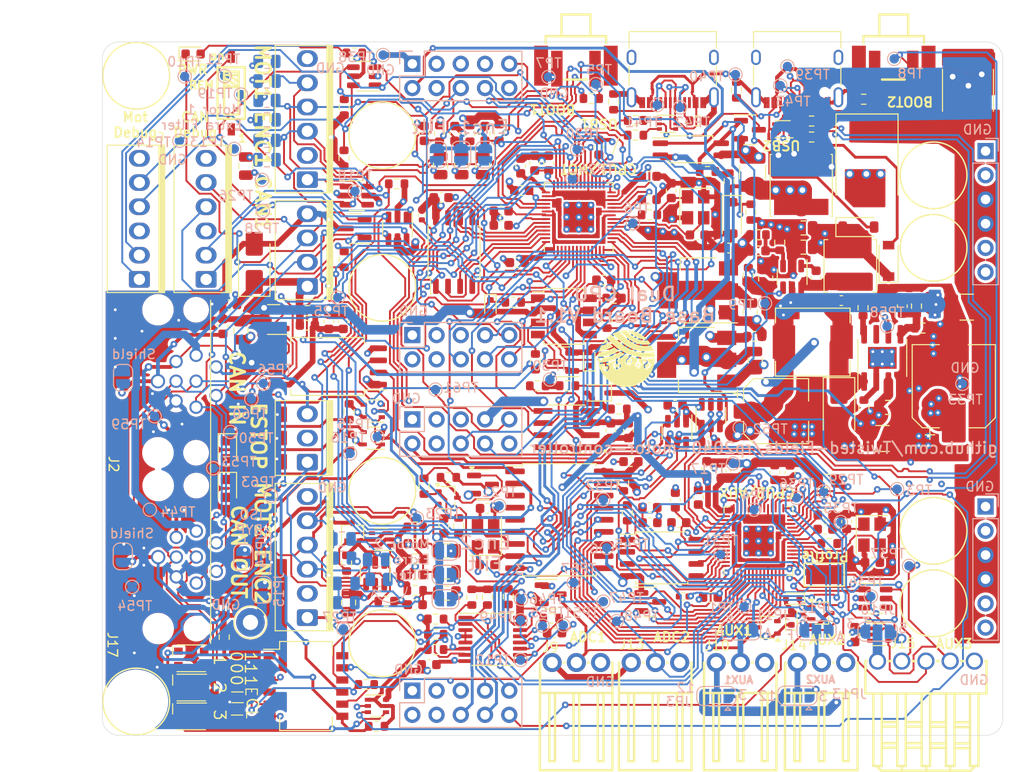
<source format=kicad_pcb>
(kicad_pcb (version 20240108) (generator "pcbnew") (generator_version "8.0")
  (title_block (title "Dual CPU Base Board") (date "2024-04-20") (rev "REV1.1") (company "Twisted Fields, LLC"))
  (layers (0 "F.Cu" signal) (1 "In1.Cu" signal) (2 "In2.Cu" signal) (31 "B.Cu" signal) (34 "B.Paste" user) (35 "F.Paste" user) (36 "B.SilkS" user "B.Silkscreen") (37 "F.SilkS" user "F.Silkscreen") (38 "B.Mask" user) (39 "F.Mask" user) (44 "Edge.Cuts" user))
  (net 0 "")
  (net 1 "GND")
  (net 2 "VBUS")
  (net 3 "+3V3")
  (net 4 "+1V1")
  (net 5 "VMOT")
  (net 6 "/ENC2_SCK")
  (net 7 "/1V1_2")
  (net 10 "Net-(U18-OSC2)")
  (net 11 "Net-(U18-OSC1)")
  (net 12 "/ENC1_SCK")
  (net 13 "/ENC1_CS")
  (net 14 "unconnected-(U1-PHASE_A-Pad13)")
  (net 16 "Net-(U19-XIN)")
  (net 17 "Net-(C28-Pad1)")
  (net 18 "/ENC1_RX")
  (net 19 "Net-(U15-XIN)")
  (net 20 "+12V")
  (net 21 "/ENC2_CS")
  (net 22 "/ENC2_RX")
  (net 23 "/FB")
  (net 24 "/SW")
  (net 25 "/CAN0_P")
  (net 26 "/CAN0_N")
  (net 27 "/ESTOP_SQUARE")
  (net 28 "/AUX2")
  (net 29 "/AUX1")
  (net 30 "/ESTOP_SWITCH_IN")
  (net 31 "/WS2812_SINK")
  (net 32 "/ADC_AUX2")
  (net 33 "/CAN1_P")
  (net 34 "/CAN1_N")
  (net 35 "Net-(U19-XOUT)")
  (net 36 "Net-(U15-XOUT)")
  (net 37 "M1C_PWM_H")
  (net 38 "M1C_PWM_L\\")
  (net 39 "Net-(D31-A)")
  (net 40 "/{slash}LED_EN")
  (net 41 "Net-(D33-DOUT)")
  (net 42 "Net-(D34-DOUT)")
  (net 44 "Net-(C42-Pad1)")
  (net 45 "Net-(D38-K)")
  (net 46 "Net-(D38-A)")
  (net 47 "Net-(D39-K)")
  (net 48 "M2C_PWM_H")
  (net 49 "/ADC_AUX1")
  (net 50 "/USB_D+")
  (net 51 "M2C_PWM_L\\")
  (net 52 "/USB_D-")
  (net 53 "/TH_MOTOR1")
  (net 54 "/TH_MOTOR2")
  (net 55 "Net-(D39-A)")
  (net 56 "Net-(D41-A)")
  (net 57 "Net-(J1-CC1)")
  (net 58 "Net-(R75-Pad2)")
  (net 59 "/SWCLK")
  (net 60 "/SWD")
  (net 61 "/GPIO25")
  (net 62 "/GPIO24")
  (net 63 "/USB_D_2+")
  (net 64 "/USB_D_2-")
  (net 66 "Net-(J1-CC2)")
  (net 67 "/ESTOP_SWITCH_OUT")
  (net 68 "/SWCLK_2")
  (net 70 "Net-(J6-CC1)")
  (net 72 "Net-(J6-CC2)")
  (net 74 "/SWD_2")
  (net 75 "/RXI_2")
  (net 76 "/TXO_2")
  (net 77 "/AUXV")
  (net 78 "/AUX3_RX")
  (net 79 "/AUX3_CSn")
  (net 80 "/AUX3_SCK_SHIFTED")
  (net 81 "/CANH0_P_JP")
  (net 82 "/ID3")
  (net 83 "/ID2")
  (net 84 "/ID1")
  (net 85 "/QSPI_SS")
  (net 86 "/~{USB_BOOT}")
  (net 87 "/ESTOP_SWITCH_STATUS")
  (net 88 "/QSPI_SS_2")
  (net 89 "/USB_DP")
  (net 90 "/USB_DN")
  (net 91 "M2A_SENSE")
  (net 92 "M2C_SENSE")
  (net 93 "Net-(U18-~{RESET})")
  (net 94 "M1A_SENSE")
  (net 95 "/~{USB_BOOT_2}")
  (net 96 "/USB_DP_2")
  (net 97 "/USB_DN_2")
  (net 98 "/ESTOP")
  (net 99 "/BS")
  (net 100 "/5V_EN")
  (net 101 "Net-(U33-EN)")
  (net 102 "/GPIO5_2")
  (net 103 "/GPIO17_2")
  (net 104 "/GPIO23_2")
  (net 105 "/Bridge_TH_1")
  (net 106 "/Bridge_TH_2")
  (net 107 "/AUX3_SCK")
  (net 108 "/TXD")
  (net 109 "/ADC_CLK")
  (net 111 "/ADC_DATA")
  (net 117 "/ADC_CS1")
  (net 118 "/LED")
  (net 119 "/QSPI_SD1")
  (net 120 "Net-(U24-FB)")
  (net 121 "Net-(U24-BS)")
  (net 122 "Net-(U24-SW)")
  (net 123 "/QSPI_SD2")
  (net 124 "Net-(R10-Pad1)")
  (net 125 "/QSPI_SD0")
  (net 126 "Net-(D33-DIN)")
  (net 127 "/QSPI_SCLK")
  (net 128 "M1C_SENSE")
  (net 129 "/QSPI_SD3")
  (net 130 "/QSPI_SD1_2")
  (net 131 "M1B_PWM_H")
  (net 132 "M1B_PWM_L\\")
  (net 133 "M2B_PWM_H")
  (net 134 "M2B_PWM_L\\")
  (net 135 "M1A_PWM_H")
  (net 136 "M1A_PWM_L\\")
  (net 137 "M2A_PWM_H")
  (net 138 "M2A_PWM_L\\")
  (net 139 "/QSPI_SD2_2")
  (net 142 "unconnected-(U2-PHASE_A-Pad13)")
  (net 144 "Net-(R60-Pad1)")
  (net 145 "Net-(R61-Pad1)")
  (net 146 "Net-(R70-Pad1)")
  (net 147 "Net-(R71-Pad1)")
  (net 149 "/QSPI_SD0_2")
  (net 150 "/QSPI_SCLK_2")
  (net 151 "Net-(C114-Pad2)")
  (net 152 "Net-(R95-Pad1)")
  (net 153 "Net-(D45-K)")
  (net 154 "/QSPI_SD3_2")
  (net 155 "/GPIO0")
  (net 156 "+3.3VA")
  (net 157 "+5V")
  (net 158 "GND_ISO")
  (net 159 "Net-(Q7-D)")
  (net 160 "Net-(R48-Pad2)")
  (net 161 "/GPIO1")
  (net 162 "+5V_ISO_FILT")
  (net 163 "+5V_ISO")
  (net 164 "/VDC_CS")
  (net 165 "/VDC_CLK")
  (net 166 "VBUS2")
  (net 167 "Net-(JP6-B)")
  (net 168 "Net-(JP7-B)")
  (net 169 "Net-(R2-Pad2)")
  (net 170 "/GPIO23")
  (net 171 "/RXD")
  (net 173 "Net-(R100-Pad2)")
  (net 174 "/SPI1_INT")
  (net 175 "Net-(Q8-D)")
  (net 176 "Net-(J10-Pin_1)")
  (net 177 "Net-(J10-Pin_2)")
  (net 178 "Net-(J14-Pin_1)")
  (net 179 "Net-(J14-Pin_2)")
  (net 180 "Net-(JP11-A)")
  (net 181 "Net-(U35-~{RESET})")
  (net 182 "/SPI1_SCK_2")
  (net 183 "/SPI1_TX_2")
  (net 184 "/SPI1_RX_2")
  (net 185 "/SPI1_CSn_2")
  (net 186 "Net-(Q11-G)")
  (net 187 "Net-(JP9-B)")
  (net 188 "Net-(JP8-B)")
  (net 189 "Net-(JP2-B)")
  (net 190 "Net-(JP4-B)")
  (net 191 "Net-(JP5-B)")
  (net 192 "Net-(JP1-B)")
  (net 193 "/ADC_CS2")
  (net 194 "/SDA1")
  (net 195 "/SCL1")
  (net 200 "/VMOT_RAW")
  (net 201 "Net-(F1-Pad2)")
  (net 202 "Net-(R14-Pad2)")
  (net 203 "Net-(JP12-A)")
  (net 204 "Net-(U35-IO3)")
  (net 205 "Net-(U35-IO4)")
  (net 206 "Net-(U35-IO5)")
  (net 207 "Net-(U35-IO6)")
  (net 208 "Net-(U35-IO7)")
  (net 209 "Net-(Q4-G)")
  (net 210 "/12V_switched")
  (net 211 "Net-(Q3-G)")
  (footprint "Capacitor_SMD:C_0603_1608Metric" (layer "F.Cu") (at 121.98 73.615 90)
    (property "Reference" "C34" (hide yes))
    (property "Value" "1u")
  )
  (footprint "Capacitor_SMD:C_0603_1608Metric" (layer "F.Cu") (at 120.615 76.49 180)
    (property "Reference" "C32" (hide yes))
    (property "Value" "1u")
  )
  (footprint "Capacitor_SMD:C_0603_1608Metric" (layer "F.Cu") (at 129.225 85.875 180)
    (property "Reference" "C38" (hide yes))
    (property "Value" "100n")
  )
  (footprint "Capacitor_SMD:C_0603_1608Metric" (layer "F.Cu") (at 112.17 77.23)
    (property "Reference" "C21" (hide yes))
    (property "Value" "100n")
  )
  (footprint "Resistor_SMD:R_0402_1005Metric" (layer "F.Cu") (at 110.15 79.06 -90)
    (property "Reference" "R42" (hide yes))
    (property "Value" "DNS")
  )
  (footprint "Package_SO:SOIC-8_5.23x5.23mm_P1.27mm" (layer "F.Cu") (at 113.525 82.94 90)
    (property "Reference" "U12" (hide yes))
    (property "Value" "W25Q128JVSIQ")
  )
  (footprint "Capacitor_SMD:C_0603_1608Metric" (layer "F.Cu") (at 136.3 76.505 90)
    (property "Reference" "C28" (hide yes))
    (property "Value" "20p")
  )
  (footprint "Resistor_SMD:R_0603_1608Metric" (layer "F.Cu") (at 127.915 66.84)
    (property "Reference" "R41" (hide yes))
    (property "Value" "1.1k")
  )
  (footprint "Capacitor_SMD:C_0603_1608Metric" (layer "F.Cu") (at 118.465 78.64 180)
    (property "Reference" "C33" (hide yes))
    (property "Value" "100n")
  )
  (footprint "Capacitor_SMD:C_0603_1608Metric" (layer "F.Cu") (at 128.7 71.955 90)
    (property "Reference" "C37" (hide yes))
    (property "Value" "100n")
  )
  (footprint "Capacitor_SMD:C_0603_1608Metric" (layer "F.Cu") (at 133.985 75)
    (property "Reference" "C39" (hide yes))
    (property "Value" "100n")
  )
  (footprint "Resistor_SMD:R_0603_1608Metric" (layer "F.Cu") (at 132.547 69.138 180)
    (property "Reference" "R60" (hide yes))
    (property "Value" "27R")
  )
  (footprint "Capacitor_SMD:C_0603_1608Metric" (layer "F.Cu") (at 133.985 77.44)
    (property "Reference" "C31" (hide yes))
    (property "Value" "100n")
  )
  (footprint "Capacitor_SMD:C_0603_1608Metric" (layer "F.Cu") (at 120.15 84.05 180)
    (property "Reference" "C36" (hide yes))
    (property "Value" "100n")
  )
  (footprint "Capacitor_SMD:C_0603_1608Metric" (layer "F.Cu") (at 120.51 73.915 90)
    (property "Reference" "C41" (hide yes))
    (property "Value" "100n")
  )
  (footprint "RP2040_minimal:RP2040-QFN-56" (layer "F.Cu") (at 126.6 79.29 90)
    (property "Reference" "U15" (hide yes))
    (property "Value" "RP2040")
  )
  (footprint "Capacitor_SMD:C_0603_1608Metric" (layer "F.Cu") (at 139.025 81.15)
    (property "Reference" "C27" (hide yes))
    (property "Value" "20p")
  )
  (footprint "Resistor_SMD:R_0603_1608Metric" (layer "F.Cu") (at 132.547 70.688 180)
    (property "Reference" "R61" (hide yes))
    (property "Value" "27R")
  )
  (footprint "Capacitor_SMD:C_0603_1608Metric" (layer "F.Cu") (at 118.465 80.14 180)
    (property "Reference" "C30" (hide yes))
    (property "Value" "100n")
  )
  (footprint "Capacitor_SMD:C_0603_1608Metric" (layer "F.Cu") (at 123.45 73.615 90)
    (property "Reference" "C40" (hide yes))
    (property "Value" "100n")
  )
  (footprint "Resistor_SMD:R_0603_1608Metric" (layer "F.Cu") (at 134.015 79.04)
    (property "Reference" "R52" (hide yes))
    (property "Value" "1.1k")
  )
  (footprint "Capacitor_SMD:C_0805_2012Metric" (layer "F.Cu") (at 152.628 106.969)
    (property "Reference" "C29" (hide yes))
    (property "Value" "10u")
  )
  (footprint "Capacitor_SMD:C_0805_2012Metric" (layer "F.Cu") (at 112.775 116.505 180)
    (property "Reference" "C91" (hide yes))
    (property "Value" "22nF")
  )
  (footprint "Resistor_SMD:R_0603_1608Metric" (layer "F.Cu") (at 119.73 88.21)
    (property "Reference" "R75" (hide yes))
    (property "Value" "120R")
  )
  (footprint "Resistor_SMD:R_0603_1608Metric" (layer "F.Cu") (at 98.145 89.095 180)
    (property "Reference" "R99" (hide yes))
    (property "Value" "10.2R")
  )
  (footprint "Capacitor_SMD:C_0603_1608Metric" (layer "F.Cu") (at 141.514 105.886 90)
    (property "Reference" "C54" (hide yes))
    (property "Value" "1u")
  )
  (footprint "Capacitor_SMD:C_0805_2012Metric" (layer "F.Cu") (at 114.315 73.875 -90)
    (property "Reference" "C88" (hide yes))
    (property "Value" "22nF")
  )
  (footprint "Package_TO_SOT_SMD:SOT-353_SC-70-5" (layer "F.Cu") (at 105.870001 113.095001 180)
    (property "Reference" "U25" (hide yes))
    (property "Value" "SN74LVC1G07QDCKTQ1")
  )
  (footprint "Capacitor_SMD:CP_Elec_6.3x7.7" (layer "F.Cu") (at 147.285 99.64)
    (property "Reference" "C115" (hide yes))
    (property "Value" "220uF 25V")
  )
  (footprint "parts:BOOMELE-2510-3A_1x03_P2.54mm_Vertical" (layer "F.Cu") (at 97.8 105 90)
    (property "Reference" "J8" (hide yes))
    (property "Value" "Estop Conn")
  )
  (footprint "Capacitor_SMD:C_0603_1608Metric" (layer "F.Cu") (at 89.984999 88.465001)
    (property "Reference" "C8" (hide yes))
    (property "Value" "4.7uF 35V")
  )
  (footprint "parts:KEY-SMD_KT11B2SAM34LFS" (layer "F.Cu") (at 126.3 63.55 -90)
    (property "Reference" "SW1" (hide yes))
    (property "Value" "KT11B2SAM34LFS" (hide yes))
  )
  (footprint "Capacitor_SMD:C_0603_1608Metric" (layer "F.Cu") (at 140.205 102.88 180)
    (property "Reference" "C20" (hide yes))
    (property "Value" "1u")
  )
  (footprint "Resistor_SMD:R_0603_1608Metric" (layer "F.Cu") (at 144.645 78.755001 -90)
    (property "Reference" "R103" (hide yes))
    (property "Value" "100k")
  )
  (footprint "Capacitor_SMD:C_0603_1608Metric" (layer "F.Cu") (at 136.7 99)
    (property "Reference" "C18" (hide yes))
    (property "Value" "1u")
  )
  (footprint "Diode_SMD:D_SOD-123" (layer "F.Cu") (at 159.086 83.87 90)
    (property "Reference" "D37" (hide yes))
    (property "Value" "B5819W SL")
  )
  (footprint "Package_TO_SOT_SMD:SOT-223-3_TabPin2" (layer "F.Cu") (at 138.965 94.25 180)
    (property "Reference" "U32" (hide yes))
    (property "Value" "TLV1117LV33DCYR")
  )
  (footprint "parts:SSOP-8_3.91x5.84x3.18mm_P1.27mm" (layer "F.Cu") (at 125.035 89.695)
    (property "Reference" "U34" (hide yes))
    (property "Value" "LTV-208")
  )
  (footprint "Capacitor_SMD:C_0805_2012Metric" (layer "F.Cu") (at 112.105 73.875 90)
    (property "Reference" "C87" (hide yes))
    (property "Value" "22nF")
  )
  (footprint "Capacitor_SMD:C_0805_2012Metric" (layer "F.Cu") (at 91.18 91.2 -90)
    (property "Reference" "C86" (hide yes))
    (property "Value" "10u")
  )
  (footprint "Capacitor_SMD:C_0603_1608Metric" (layer "F.Cu") (at 110.9 126.230001)
    (property "Reference" "C119" (hide yes))
    (property "Value" "100n")
  )
  (footprint "Capacitor_SMD:C_0603_1608Metric" (layer "F.Cu") (at 110.391999 70.5 -90)
    (property "Reference" "C62" (hide yes))
    (property "Value" "47p")
  )
  (footprint "RP2040_minimal:RP2040-QFN-56" (layer "F.Cu") (at 145.444 113.266 90)
    (property "Reference" "U19" (hide yes))
    (property "Value" "RP2040")
  )
  (footprint "LED_SMD:LED_0805_2012Metric" (layer "F.Cu") (at 89.76 103.69 -90)
    (property "Reference" "D39" (hide yes))
    (property "Value" "LED_YELLOW")
  )
  (footprint "Resistor_SMD:R_0603_1608Metric" (layer "F.Cu") (at 105.405 132.705 180)
    (property "Reference" "R17" (hide yes))
    (property "Value" "10k")
  )
  (footprint "Resistor_SMD:R_0603_1608Metric" (layer "F.Cu") (at 109.45 111.8)
    (property "Reference" "R53" (hide yes))
    (property "Value" "10k")
  )
  (footprint "Capacitor_SMD:C_0603_1608Metric" (layer "F.Cu") (at 160.520001 88.629999 -90)
    (property "Reference" "C113" (hide yes))
    (property "Value" "47p")
  )
  (footprint "Package_TO_SOT_SMD:SOT-666" (layer "F.Cu") (at 147.975 70.059999 180)
    (property "Reference" "U28" (hide yes))
    (property "Value" "USBLC6-2P6")
  )
  (footprint "RP2040_minimal:MountingHole_3.9mm_Plastite_#6" (layer "F.Cu") (at 80.2 64.45)
    (property "Reference" "H4" (hide yes))
    (property "Value" "MountingHole")
  )
  (footprint "Package_SO:TSSOP-16_4.4x5mm_P0.65mm" (layer "F.Cu") (at 117.575 123.585)
    (property "Reference" "U35" (hide yes))
    (property "Value" "PCA9557PWR")
  )
  (footprint "Package_TO_SOT_SMD:SOT-223-3_TabPin2" (layer "F.Cu") (at 139.146826 86.964466 180)
    (property "Reference" "U11" (hide yes))
    (property "Value" "TLV1117LV33DCYR")
  )
  (footprint "Capacitor_SMD:C_0603_1608Metric" (layer "F.Cu") (at 142.350535 82.526825 180)
    (property "Reference" "C121" (hide yes))
    (property "Value" "1u")
  )
  (footprint "Inductor_SMD:L_0603_1608Metric" (layer "F.Cu") (at 98.145 90.63 180)
    (property "Reference" "FB2" (hide yes))
    (property "Value" "1.6Ω ±25% 1kΩ@100MHz")
  )
  (footprint "Capacitor_SMD:C_0603_1608Metric" (layer "F.Cu") (at 154.13 88.04)
    (property "Reference" "C114" (hide yes))
    (property "Value" "100n")
  )
  (footprint "Package_TO_SOT_SMD:SOT-323_SC-70" (layer "F.Cu") (at 112.876841 108.715)
    (property "Reference" "Q4" (hide yes))
    (property "Value" "LBSS139WT1G")
  )
  (footprint "Resistor_SMD:R_0603_1608Metric" (layer "F.Cu") (at 145.399999 81.13 180)
    (property "Reference" "R15" (hide yes))
    (property "Value" "110k 0.1%")
  )
  (footprint "Resistor_SMD:R_0603_1608Metric" (layer "F.Cu") (at 109.45 115.14)
    (property "Reference" "R55" (hide yes))
    (property "Value" "10k")
  )
  (footprint "Resistor_SMD:R_0603_1608Metric" (layer "F.Cu") (at 139.044 69.184 180)
    (property "Reference" "R43" (hide yes))
    (property "Value" "5.1k")
  )
  (footprint "Resistor_SMD:R_0603_1608Metric" (layer "F.Cu") (at 129.565 90.105 -90)
    (property "Reference" "R49" (hide yes))
    (property "Value" "5.1k")
  )
  (footprint "Capacitor_SMD:C_0805_2012Metric" (layer "F.Cu") (at 159.015 99.245)
    (property "Reference" "C112" (hide yes))
    (property "Value" "100nF 100V")
  )
  (footprint "parts:CONN-TH_3P-P2.54_HCTL_HC-2510-3AW" (layer "F.Cu") (at 152.05 126.012)
    (property "Reference" "J14")
    (property "Value" "AUX GPIO 2" (hide yes))
  )
  (footprint "Resistor_SMD:R_0603_1608Metric" (layer "F.Cu") (at 130.253999 67.186001 90)
    (property "Reference" "R44" (hide yes))
    (property "Value" "5.1k")
  )
  (footprint "LED_SMD:LED_0805_2012Metric" (layer "F.Cu") (at 89.76 107.745 -90)
    (property "Reference" "D38" (hide yes))
    (property "Value" "LED_GREEN")
  )
  (footprint "Resistor_SMD:R_0603_1608Metric" (layer "F.Cu") (at 115.385 119.154999 -90)
    (property "Reference" "R19" (hide yes))
    (property "Value" "10k")
  )
  (footprint "Package_TO_SOT_SMD:SOT-23-6" (layer "F.Cu") (at 157.69 119.3)
    (property "Reference" "U31" (hide yes))
    (property "Value" "USBLC6-4SC6")
  )
  (footprint "Resistor_SMD:R_0603_1608Metric" (layer "F.Cu") (at 156.473 66.914001 180)
    (property "Reference" "R40" (hide yes))
    (property "Value" "5.1k")
  )
  (footprint "Package_TO_SOT_SMD:SOT-23-6" (layer "F.Cu") (at 107.595 80.5 -90)
    (property "Reference" "U3" (hide yes))
    (property "Value" "USBLC6-4SC6")
  )
  (footprint "Capacitor_SMD:C_0603_1608Metric" (layer "F.Cu") (at 124.055 122.905)
    (property "Reference" "C15" (hide yes))
    (property "Value" "2.2u")
  )
  (footprint "Package_TO_SOT_SMD:SOT-323_SC-70" (layer "F.Cu") (at 146.425 122.32 180)
    (property "Reference" "Q1" (hide yes))
    (property "Value" "AO7400-VB")
  )
  (footprint "Resistor_SMD:R_0603_1608Metric" (layer "F.Cu") (at 101.987 73.1 90)
    (property "Reference" "R62" (hide yes))
    (property "Value" "5.1k")
  )
  (footprint "Resistor_SMD:R_0603_1608Metric" (layer "F.Cu") (at 156.405001 88.795 90)
    (property "Reference" "R98" (hide yes))
    (property "Value" "10Ω")
  )
  (footprint "driver_module:driver_module" (layer "F.Cu") (at 138.5 116)
    (property "Reference" "U2" (hide yes))
    (property "Value" "~" (hide yes))
  )
  (footprint "Capacitor_SMD:C_0805_2012Metric" (layer "F.Cu") (at 112.775 118.735 180)
    (property "Reference" "C90" (hide yes))
    (property "Value" "22nF")
  )
  (footprint "parts:Ckmtw-W-2510S06P_1x06_P2.54mm_Vertical" (layer "F.Cu") (at 97.8 121.3 90)
    (property "Reference" "J4" (hide yes))
    (property "Value" "Encoder 2")
  )
  (footprint "Package_TO_SOT_SMD:SOT-23" (layer "F.Cu") (at 124.975 94.465 180)
    (property "Reference" "Q7" (hide yes))
    (property "Value" "Q_NMOS_GSD")
  )
  (footprint "Resistor_SMD:R_0603_1608Metric" (layer "F.Cu") (at 89.425 123.35 90)
    (property "Reference" "R10" (hide yes))
    (property "Value" "510R")
  )
  (footprint "Resistor_SMD:R_0603_1608Metric" (layer "F.Cu") (at 125.425001 96.975 180)
    (property "Reference" "R2" (hide yes))
    (property "Value" "50k 0.1%")
  )
  (footprint "Capacitor_SMD:C_0805_2012Metric" (layer "F.Cu") (at 145.105001 94.335 -90)
    (property "Reference" "C110" (hide yes))
    (property "Value" "10u")
  )
  (footprint "parts:PINREX-744-81-04TW00 _1x04_P2.54mm_Vertical" (layer "F.Cu") (at 97.8 86.547 90)
    (property "Reference" "J11" (hide yes))
    (property "Value" "CAN2 PLUG")
  )
  (footprint "Capacitor_SMD:C_0603_1608Metric" (layer "F.Cu") (at 116.992 115.747 180)
    (property "Reference" "C58" (hide yes))
    (property "Value" "18p")
  )
  (footprint "Diode_SMD:D_SOD-123" (layer "F.Cu") (at 142.645 79.37 -90)
    (property "Reference" "D45" (hide yes))
    (property "Value" "10V Zener")
  )
  (footprint "parts:Ckmtw-W-2510S06P_1x06_P2.54mm_Vertical" (layer "F.Cu") (at 87.188 85.814 90)
    (property "Reference" "J12" (hide yes))
    (property "Value" "Conn_01x06")
  )
  (footprint "Resistor_SMD:R_0603_1608Metric" (layer "F.Cu") (at 162.010001 88.62 90)
    (property "Reference" "R96" (hide yes))
    (property "Value" "300k")
  )
  (footprint "Package_TO_SOT_SMD:SOT-353_SC-70-5" (layer "F.Cu") (at 105.005 102.48 180)
    (property "Reference" "U6" (hide yes))
    (property "Value" "SN74LVC1G07QDCKTQ1")
  )
  (footprint "Inductor_SMD:L_Chilisin_BMRB00060612" (layer "F.Cu") (at 151.134999 92.395 180)
    (property "Reference" "L3" (hide yes))
    (property "Value" "47uH")
  )
  (footprint "Resistor_SMD:R_0603_1608Metric" (layer "F.Cu") (at 140.095 74.495 180)
    (property "Reference" "R8" (hide yes))
    (property "Value" "10k")
  )
  (footprint "Resistor_SMD:R_0603_1608Metric" (layer "F.Cu") (at 114.01 111.670001 90)
    (property "Reference" "R22" (hide yes))
    (property "Value" "500k")
  )
  (footprint "Capacitor_SMD:C_0603_1608Metric" (layer "F.Cu") (at 145.025 91.794999)
    (property "Reference" "C122" (hide yes))
    (property "Value" "1u")
  )
  (footprint "Capacitor_SMD:C_0603_1608Metric" (layer "F.Cu") (at 152.424 112.026)
    (property "Reference" "C50" (hide yes))
    (property "Value" "100n")
  )
  (footprint "Package_TO_SOT_SMD:SOT-666" (layer "F.Cu") (at 135.915 69.499999)
    (property "Reference" "U27" (hide yes))
    (property "Value" "USBLC6-2P6")
  )
  (footprint "Resistor_SMD:R_0603_1608Metric" (layer "F.Cu") (at 102.6 102.89 -90)
    (property "Reference" "R67" (hide yes))
    (property "Value" "27R")
  )
  (footprint "Resistor_SMD:R_0603_1608Metric" (layer "F.Cu") (at 143.134 65.947001 90)
    (property "Reference" "R46" (hide yes))
    (property "Value" "5.1k")
  )
  (footprint "Package_TO_SOT_SMD:SOT-323_SC-70" (layer "F.Cu") (at 152.065 120.825)
    (property "Reference" "Q2" (hide yes))
    (property "Value" "AO7400-VB")
  )
  (footprint "Resistor_SMD:R_0603_1608Metric" (layer "F.Cu") (at 162.67 90.92 180)
    (property "Reference" "R97" (hide yes))
    (property "Value" "21.5k")
  )
  (footprint "Capacitor_SMD:C_0603_1608Metric" (layer "F.Cu") (at 154.684 111.216 90)
    (property "Reference" "C42" (hide yes))
    (property "Value" "20p")
  )
  (footprint "RP2040_minimal:LED_WS2812_3528_3.5x2.8mm_P1.5mm" (layer "F.Cu") (at 85.97 125.57)
    (property "Reference" "D35" (hide yes))
    (property "Value" "WS2812B")
  )
  (footprint "Capacitor_SMD:C_0603_1608Metric" (layer "F.Cu") (at 116.767 70.5 -90)
    (property "Reference" "C60" (hide yes))
    (property "Value" "47p")
  )
  (footprint "Capacitor_SMD:C_0603_1608Metric" (layer "F.Cu") (at 129.96 101.68 -90)
    (property "Reference" "C35" (hide yes))
    (property "Value" "1u")
  )
  (footprint "Package_TO_SOT_SMD:SOT-23" (layer "F.Cu") (at 144.545 70.115)
    (property "Reference" "Q8" (hide yes))
    (property "Value" "Q_NMOS_GSD")
  )
  (footprint "Package_TO_SOT_SMD:SOT-323_SC-70" (layer "F.Cu") (at 102.884999 112.339999 90)
    (property "Reference" "Q11" (hide yes))
    (property "Value" "AO7400-VB")
  )
  (footprint "Capacitor_SMD:C_0603_1608Metric" (layer "F.Cu") (at 113.602 70.5 -90)
    (property "Reference" "C61" (hide yes))
    (property "Value" "47p")
  )
  (footprint "Package_SO:SOIC-8_7.5x5.85mm_P1.27mm" (layer "F.Cu") (at 100.26 94.95 180)
    (property "Reference" "U17" (hide yes))
    (property "Value" "CA-IS3052G")
  )
  (footprint "parts:CONN-TH_3P-P2.54_HCTL_HC-2510-3AW" (layer "F.Cu") (at 134.64 126.012)
    (property "Reference" "J13")
    (property "Value" "ADC AUX 2" (hide yes))
  )
  (footprint "Resistor_SMD:R_0603_1608Metric" (layer "F.Cu") (at 130.812 99.420001)
    (property "Reference" "R65" (hide yes))
    (property "Value" "5.1k 0.1%")
  )
  (footprint "Resistor_SMD:R_0603_1608Metric" (layer "F.Cu") (at 112.93 106.59)
    (property "Reference" "R20" (hide yes))
    (property "Value" "47k")
  )
  (footprint "Package_TO_SOT_SMD:SOT-23" (layer "F.Cu") (at 123.65 118.845)
    (property "Reference" "D44" (hide yes))
    (property "Value" "BAT54S")
  )
  (footprint "Resistor_SMD:R_0603_1608Metric" (layer "F.Cu") (at 111.6 124.65)
    (property "Reference" "R13" (hide yes))
    (property "Value" "10k")
  )
  (footprint "Capacitor_SMD:C_0603_1608Metric" (layer "F.Cu") (at 101.905 90.235 -90)
    (property "Reference" "C1" (hide yes))
    (property "Value" "4.7uF 35V")
  )
  (footprint "Package_TO_SOT_SMD:SOT-363_SC-70-6" (layer "F.Cu") (at 158.1 123.075)
    (property "Reference" "U4" (hide yes))
    (property "Value" "TXS0101DCKR")
  )
  (footprint "Capacitor_SMD:C_0805_2012Metric" (layer "F.Cu") (at 102.465 119.725 90)
    (property "Reference" "C13" (hide yes))
    (property "Value" "10u")
  )
  (footprint "Resistor_SMD:R_0603_1608Metric" (layer "F.Cu") (at 122.291101 96.98 180)
    (property "Reference" "R64" (hide yes))
    (property "Value" "50k 0.1%")
  )
  (footprint "Crystal:Crystal_SMD_3225-4Pin_3.2x2.5mm" (layer "F.Cu") (at 157.344 112.596 -90)
    (property "Reference" "Y2" (hide yes))
    (property "Value" "12MHz")
  )
  (footprint "Capacitor_SMD:C_0603_1608Metric" (layer "F.Cu") (at 134.055 109.745 180)
    (property "Reference" "C67" (hide yes))
    (property "Value" "100n")
  )
  (footprint "Diode_SMD:D_SOD-523" (layer "F.Cu") (at 127.695 94.16 90)
    (property "Reference" "D32" (hide yes))
    (property "Value" "TVS 3.3V")
  )
  (footprint "Capacitor_SMD:C_0603_1608Metric" (layer "F.Cu") (at 140.014 105.676 90)
    (property "Reference" "C52" (hide yes))
    (property "Value" "100n")
  )
  (footprint "Package_TO_SOT_SMD:SOT-23-6" (layer "F.Cu") (at 148.97 85.550003 -90)
    (property "Reference" "U24" (hide yes))
    (property "Value" "MT2492")
  )
  (footprint "parts:CONN-TH_5P-P2.54_HCTL_HC-2510-5AW" (layer "F.Cu") (at 163 125.862)
    (property "Reference" "J15")
    (property "Value" "AUX Encoder" (hide yes))
  )
  (footprint "taylor_footprints:twisted_icon" (layer "F.Cu") (at 131.392698 94.115236 180)
    (property "Reference" "G***" (hide yes))
    (property "Value" "LOGO" (hide yes))
  )
  (footprint "Resistor_SMD:R_0603_1608Metric" (layer "F.Cu") (at 122.055 94.465 90)
    (property "Reference" "R48" (hide yes))
    (property "Value" "120R")
  )
  (footprint "Capacitor_SMD:C_0603_1608Metric" (layer "F.Cu") (at 147.15 106.074 -90)
    (property "Reference" "C48" (hide yes))
    (property "Value" "100n")
  )
  (footprint "Capacitor_SMD:C_0603_1608Metric" (layer "F.Cu") (at 89.305 120.295 -90)
    (property "Reference" "C123" (hide yes))
    (property "Value" "1u")
  )
  (footprint "Capacitor_SMD:C_0603_1608Metric" (layer "F.Cu") (at 112.450711 111.682132 90)
    (property "Reference" "C14" (hide yes))
    (property "Value" "10uF 25v")
  )
  (footprint "Resistor_SMD:R_0603_1608Metric" (layer "F.Cu") (at 107.5 75.79)
    (property "Reference" "R74" (hide yes))
    (property "Value" "10k")
  )
  (footprint "Package_TO_SOT_SMD:SOT-23-6" (layer "F.Cu") (at 136.9 101.835 -90)
    (property "Reference" "U26" (hide yes))
    (property "Value" "ADC081S021CISD/NOPB")
  )
  (footprint "Resistor_SMD:R_0603_1608Metric" (layer "F.Cu") (at 131.692 110.304 90)
    (property "Reference" "R66" (hide yes))
    (property "Value" "1.1k")
  )
  (footprint "Resistor_SMD:R_0603_1608Metric" (layer "F.Cu") (at 102.005 83.715 90)
    (property "Reference" "R100" (hide yes))
    (property "Value" "120R")
  )
  (footprint "Package_TO_SOT_SMD:SOT-23-6" (layer "F.Cu") (at 140.451 100.0633 90)
    (property "Reference" "U9" (hide yes))
    (property "Value" "ADC081S021CISD/NOPB")
  )
  (footprint "Resistor_SMD:R_0603_1608Metric" (layer "F.Cu") (at 151.010001 70.878001)
    (property "Reference" "R70" (hide yes))
    (property "Value" "27R")
  )
  (footprint "Crystal:Crystal_SMD_3225-4Pin_3.2x2.5mm" (layer "F.Cu") (at 138.85 78.249999 -90)
    (property "Reference" "Y1" (hide yes))
    (property "Value" "12MHz")
  )
  (footprint "Capacitor_SMD:C_0603_1608Metric" (layer "F.Cu") (at 140.404 119.178 180)
    (property "Reference" "C49" (hide yes))
    (property "Value" "100n")
  )
  (footprint "Resistor_SMD:R_0603_1608Metric" (layer "F.Cu") (at 119.205 119.1 90)
    (property "Reference" "R137" (hide yes))
    (property "Value" "10k")
  )
  (footprint "Package_TO_SOT_SMD:SOT-353_SC-70-5" (layer "F.Cu") (at 105 99.62 180)
    (property "Reference" "U23" (hide yes))
    (property "Value" "SN74LVC1G07QDCKTQ1")
  )
  (footprint "Diode_SMD:D_SOD-123" (layer "F.Cu") (at 155.92 80.325)
    (property "Reference" "D43" (hide yes))
    (property "Value" "B5819W SL")
  )
  (footprint "parts:Ckmtw-W-2510S06P_1x06_P2.54mm_Vertical" (layer "F.Cu") (at 80.188 85.814 90)
    (property "Reference" "J5" (hide yes))
    (property "Value" "Conn_01x06")
  )
  (footprint "Capacitor_SMD:C_0603_1608Metric" (layer "F.Cu") (at 89.285 90.755 90)
    (property "Reference" "C124" (hide yes))
    (property "Value" "1u")
  )
  (footprint "Resistor_SMD:R_0603_1608Metric" (layer "F.Cu") (at 110.374767 107.514142 90)
    (property "Reference" "R21" (hide yes))
    (property "Value" "47k")
  )
  (footprint "Diode_SMD:D_SMA" (layer "F.Cu") (at 92.575 84.08 90)
    (property "Reference" "D3" (hide yes))
    (property "Value" "TVS 5V")
  )
  (footprint "Diode_SMD:D_SMA" (layer "F.Cu") (at 153.885 99.630001 -90)
    (property "Reference" "D27" (hide yes))
    (property "Value" "SS310")
  )
  (footprint "Package_TO_SOT_SMD:SOT-363_SC-70-6" (layer "F.Cu") (at 105.44 130.57)
    (property "Reference" "U10" (hide yes))
    (property "Value" "TXS0101DCKR")
  )
  (footprint "parts:M12A-08PFFR" (layer "F.Cu") (at 76.7 114.95 -90)
    (property "Reference" "J17")
    (property "Value" "CAN Output")
  )
  (footprint "Connector_USB:USB_C_Receptacle_XKB_U262-16XN-4BVC11" (layer "F.Cu") (at 149.5 63.6 180)
    (property "Reference" "J6" (hide yes))
    (property "Value" "CPU2 USB")
  )
  (footprint "TestPoint:TestPoint_Loop_D2.60mm_Drill1.6mm_Beaded" (layer "F.Cu") (at 92.175 121.8 -90)
    (property "Reference" "TP2" (hide yes))
    (property "Value" "TestPoint")
  )
  (footprint "Capacitor_SMD:C_1210_3225Metric" (layer "F.Cu") (at 144.825 74.575 90)
    (property "Reference" "C3" (hide yes))
    (property "Value" "4.7uF 100V")
  )
  (footprint "parts:SOIC127P599X175-8N" (layer "F.Cu") (at 125.32 101.5225 180)
    (property "Reference" "U22" (hide yes))
    (property "Value" "ADS7822U")
  )
  (footprint "Resistor_SMD:R_0603_1608Metric" (layer "F.Cu") (at 104.325 128.32)
    (property "Reference" "R9" (hide yes))
    (property "Value" "120R")
  )
  (footprint "Fuse:Fuse_2920_7451Metric" (layer "F.Cu") (at 167.405 65.975 90)
    (property "Reference" "F1" (hide yes))
    (property "Value" "60V 1.5A hold polyfuse")
  )
  (footprint "Resistor_SMD:R_0603_1608Metric" (layer "F.Cu") (at 142.365 75.495 90)
    (property "Reference" "R14" (hide yes))
    (property "Value" "10k")
  )
  (footprint "Resistor_SMD:R_0603_1608Metric" (layer "F.Cu") (at 112 70.5 -90)
    (property "Reference" "R58" (hide yes))
    (property "Value" "10k")
  )
  (footprint "RP2040_minimal:LED_WS2812_3528_3.5x2.8mm_P1.5mm" (layer "F.Cu") (at 85.97 128.64)
    (property "Reference" "D34" (hide yes))
    (property "Value" "WS2812B")
  )
  (footprint "Capacitor_SMD:C_0603_1608Metric" (layer "F.Cu") (at 100.39 90.235 -90)
    (property "Reference" "C55" (hide yes))
    (property "Value" "100n")
  )
  (footprint "Package_SO:SOIC-18W_7.5x11.6mm_P1.27mm" (layer "F.Cu") (at 124.565 111.036)
    (property "Reference" "U18" (hide yes))
    (property "Value" "MCP2515-xSO")
  )
  (footprint "Package_TO_SOT_SMD:SOT-23-6" (layer "F.Cu") (at 103.325 77.025)
    (property "Reference" "U29" (hide yes))
    (property "Value" "USBLC6-4SC6")
  )
  (footprint "RP2040_minimal:MountingHole_3.9mm_Plastite_#6" (layer "F.Cu") (at 80.2 130.1)
    (property "Reference" "H3" (hide yes))
    (property "Value" "MountingHole")
  )
  (footprint "Resistor_SMD:R_0603_1608Metric" (layer "F.Cu") (at 102.254999 115.59 90)
    (property "Reference" "R138" (hide yes))
    (property "Value" "10k")
  )
  (footprint "TestPoint:TestPoint_Keystone_5019_Minature" (layer "F.Cu") (at 152.335 116.79 180)
    (property "Reference" "TP22" (hide yes))
    (property "Value" "TestPoint")
  )
  (footprint "Resistor_SMD:R_0603_1608Metric" (layer "F.Cu") (at 103.067 62.064 180)
    (property "Reference" "R77" (hide yes))
    (property "Value" "82R")
  )
  (footprint "Resistor_SMD:R_0603_1608Metric" (layer "F.Cu") (at 147.670001 81.929999 90)
    (property "Reference" "R16" (hide yes))
    (property "Value" "15k 0.1%")
  )
  (footprint "Inductor_SMD:L_Sunlord_SWPA5040S" (layer "F.Cu") (at 155.075 84.4 90)
    (property "Reference" "L2" (hide yes))
    (property "Value" "10uH")
  )
  (footprint "Capacitor_SMD:C_1210_3225Metric" (layer "F.Cu") (at 167.275 88.725 180)
    (property "Reference" "C2" (hide yes))
    (property "Value" "4.7uF 100V")
  )
  (footprint "Inductor_SMD:L_Sunlord_SWPA6045S" (layer "F.Cu") (at 149.925 75.96 -90)
    (property "Reference" "L1" (hide yes))
    (property "Value" "68uH 1A")
  )
  (footprint "parts:M12A-08PFFR" (layer "F.Cu") (at 76.675 96.5 -90)
    (property "Reference" "J2")
    (property "Value" "CAN Input" (hide yes))
  )
  (footprint "Package_SO:SOIC-8-1EP_3.9x4.9mm_P1.27mm_EP2.29x3mm_ThermalVias" (layer "F.Cu") (at 158.425 94.05 90)
    (property "Reference" "U33" (hide yes))
    (property "Value" "TX4139")
  )
  (footprint "Capacitor_SMD:C_0603_1608Metric" (layer "F.Cu") (at 148.756 106.1 -90)
    (property "Reference" "C47" (hide yes))
    (property "Value" "100n")
  )
  (footprint "Diode_SMD:D_SOD-523" (layer "F.Cu") (at 149.025 119.32 180)
    (property "Reference" "D29" (hide yes))
    (property "Value" "TVS 3.3V")
  )
  (footprint "Resistor_SMD:R_0603_1608Metric" (layer "F.Cu") (at 151.01 69.198)
    (property "Reference" "R71" (hide yes))
    (property "Value" "27R")
  )
  (footprint "Capacitor_SMD:C_0805_2012Metric" (layer "F.Cu") (at 150.165001 82.434999)
    (property "Reference" "C95" (hide yes))
    (property "Value" "47uF 10v")
  )
  (footprint "Capacitor_SMD:C_0603_1608Metric" (layer "F.Cu") (at 117.027 109.838)
    (property "Reference" "C57" (hide yes))
    (property "Value" "18p")
  )
  (footprint "Resistor_SMD:R_0603_1608Metric" (layer "F.Cu") (at 156.5 99.305 -90)
    (property "Reference" "R95" (hide yes))
    (property "Value" "30mΩ 5%")
  )
  (footprint "Diode_SMD:D_SOD-323" (layer "F.Cu") (at 128.53 97.73 180)
    (property "Reference" "D31" (hide yes))
    (property "Value" "1N4148WS")
  )
  (footprint "Package_TO_SOT_SMD:SOT-23" (layer "F.Cu") (at 94.605 90.025 180)
    (property "Reference" "D1" (hide yes))
    (property "Value" "ESDCAN24-2BLY")
  )
  (footprint "Capacitor_SMD:C_0603_1608Metric" (layer "F.Cu") (at 131.81 101.68 90)
    (property "Reference" "C22" (hide yes))
    (property "Value" "100n")
  )
  (footprint "Capacitor_SMD:C_0603_1608Metric" (layer "F.Cu") (at 143.024 105.915001 90)
    (property "Reference" "C51" (hide yes))
    (property "Value" "100n")
  )
  (footprint "LED_SMD:LED_0603_1608Metric" (layer "F.Cu") (at 86.165 62.17)
    (property "Reference" "D41" (hide yes))
    (property "Value" "LED_RED")
  )
  (footprint "parts:KEY-SMD_KT11B2SAM34LFS" (layer "F.Cu") (at 159.62 63.55 -90)
    (property "Reference" "SW5" (hide yes))
    (property "Value" "KT11B2SAM34LFS" (hide yes))
  )
  (footprint "Resistor_SMD:R_0402_1005Metric" (layer "F.Cu") (at 137.556 119.082 180)
    (property "Reference" "R51" (hide yes))
    (property "Value" "DNS")
  )
  (footprint "Package_TO_SOT_SMD:SOT-23" (layer "F.Cu") (at 134.1 119.655)
    (property "Reference" "D36" (hide yes))
    (property "Value" "BAT54S")
  )
  (footprint "Capacitor_SMD:C_0603_1608Metric" (layer "F.Cu") (at 137.094 111.336 180)
    (property "Reference" "C53" (hide yes))
    (property "Value" "1u")
  )
  (footprint "Capacitor_SMD:C_0805_2012Metric" (layer "F.Cu") (at 150.165 80.419999)
    (property "Reference" "C96" (hide yes))
    (property "Value" "22uF 25V")
  )
  (footprint "Capacitor_SMD:C_1210_3225Metric" (layer "F.Cu") (at 158.45 102.510001)
    (property "Reference" "C111" (hide yes))
    (property "Value" "4.7uF 100V")
  )
  (footprint "parts:CONN-TH_3P-P2.54_HCTL_HC-2510-3AW" (layer "F.Cu") (at 143.55 126.012)
    (property "Reference" "J10")
    (property "Value" "AUX GPIO 1" (hide yes))
  )
  (footprint "Resistor_SMD:R_0603_1608Metric" (layer "F.Cu") (at 109.45 118.45)
    (property "Reference" "R57" (hide yes))
    (property "Value" "10k")
  )
  (footprint "Package_TO_SOT_SMD:SOT-23-6" (layer "F.Cu") (at 104.1 64.5 180)
    (property "Reference" "U43" (hide yes))
    (property "Value" "USBLC6-4SC6")
  )
  (footprint "Resistor_SMD:R_0603_1608Metric" (layer "F.Cu") (at 102.525 99.695 -90)
    (property "Reference" "R68" (hide yes))
    (property "Value" "56R")
  )
  (footprint "Capacitor_SMD:C_0603_1608Metric" (layer "F.Cu") (at 109.45 116.813)
    (property "Reference" "C63" (hide yes))
    (property "Value" "47p")
  )
  (footprint "RP2040_minimal:LED_WS2812_3528_3.5x2.8mm_P1.5mm" (layer "F.Cu") (at 85.97 131.66)
    (property "Reference" "D33" (hide yes))
    (property "Value" "WS2812B")
  )
  (footprint "Button_Switch_SMD:SW_DIP_SPSTx06_Slide_KingTek_DSHP06TS_W7.62mm_P1.27mm" (layer "F.Cu") (at 97.995 128.475)
    (property "Reference" "SW3" (hide yes))
    (property "Value" "CONFIG SWITCH")
  )
  (footprint "Resistor_SMD:R_0603_1608Metric" (layer "F.Cu") (at 111.6 121.45)
    (property "Reference" "R11" (hide yes))
    (property "Value" "10k")
  )
  (footprint "Capacitor_SMD:C_0603_1608Metric" (layer "F.Cu") (at 134.064001 111.338 180)
    (property "Reference" "C43" (hide yes))
    (property "Value" "100n")
  )
  (footprint "Resistor_SMD:R_0603_1608Metric" (layer "F.Cu") (at 106.4 119.590001)
    (property "Reference" "R79" (hide yes))
    (property "Value" "10k")
  )
  (footprint "parts:Ckmtw-W-2510S06P_1x06_P2.54mm_Vertical" (layer "F.Cu") (at 97.8 75.35 90)
    (property "Reference" "J3" (hide yes))
    (property "Value" "Encoder 1")
  )
  (footprint "Capacitor_SMD:C_0603_1608Metric" (layer "F.Cu") (at 139.134 108.664 90)
    (property "Reference" "C46" (hide yes))
    (property "Value" "100n")
  )
  (footprint "Capacitor_SMD:C_0603_1608Metric" (layer "F.Cu") (at 155.545 123.08 -90)
    (property "Reference" "C4" (hide yes))
    (property "Value" "100n")
  )
  (footprint "Capacitor_SMD:C_0805_2012Metric" (layer "F.Cu") (at 91.695 73.925 -90)
    (property "Reference" "C12" (hide yes))
    (property "Value" "10u")
  )
  (footprint "parts:SW-SMD_DSHP01TSGER" (layer "F.Cu") (at 90.170001 66.27 180)
    (property "Reference" "SW4" (hide yes))
    (property "Value" "SW_DIP_x01" (hide yes))
  )
  (footprint "Capacitor_SMD:C_0805_2012Metric" (layer "F.Cu") (at 112.775 114.295 180)
    (property "Reference" "C92" (hide yes))
    (property "Value" "22nF")
  )
  (footprint "Crystal:Crystal_SMD_3225-4Pin_3.2x2.5mm" (layer "F.Cu") (at 116.829 112.774 90)
    (property "Reference" "Y3" (hide yes))
    (property "Value" "16MHz")
  )
  (footprint "Resistor_SMD:R_0603_1608Metric" (layer "F.Cu") (at 118.25 70.4 -90)
    (property "Reference" "R54" (hide yes))
    (property "Value" "10k")
  )
  (footprint "Resistor_SMD:R_0603_1608Metric" (layer "F.Cu") (at 117.02 119.155 -90)
    (property "Reference" "R18" (hide yes))
    (property "Value" "10k")
  )
  (footprint "Capacitor_SMD:CP_Elec_8x10.5" (layer "F.Cu") (at 165.919698 97.025001 90)
    (property "Reference" "C120" (hide yes))
    (property "Value" "47uF 63V solid")
  )
  (footprint "Capacitor_SMD:C_0603_1608Metric" (layer "F.Cu") (at 151.485 85.685001 -90)
    (property "Reference" "C98" (hide yes))
    (property "Value" "22nF")
  )
  (footprint "Resistor_SMD:R_0603_1608Metric" (layer "F.Cu") (at 123.705 121.365)
    (property "Reference" "R23" (hide yes))
    (property "Value" "50k 0.1%")
  )
  (footprint "Resistor_SMD:R_0603_1608Metric" (layer "F.Cu") (at 115.19 70.5 -90)
    (property "Reference" "R56" (hide yes))
    (property "Value" "10k")
  )
  (footprint "Capacitor_SMD:C_0805_2012Metric" (layer "F.Cu") (at 116.525 73.875 -90)
    (property "Reference" "C89" (hide yes))
    (property "Value" "22nF")
  )
  (footprint "Capacitor_SMD:C_0603_1608Metric" (layer "F.Cu") (at 109.45 113.537)
    (property "Reference" "C23" (hide yes))
    (property "Value" "47p")
  )
  (footprint "Capacitor_SMD:C_0805_2012Metric" (layer "F.Cu") (at 146.199999 85.720001 90)
    (property "Reference" "C94" (hide yes))
    (property "Value" "22uF 25V")
  )
  (footprint "Capacitor_SMD:C_0603_1608Metric" (layer "F.Cu") (at 152.434 110.526)
    (property "Reference" "C45" (hide yes))
    (property "Value" "100n")
  )
  (footprint "Capacitor_SMD:C_0603_1608Metric" (layer "F.Cu") (at 157.394 115.516 180)
    (property "Reference" "C19" (hide yes))
    (property "Value" "20p")
  )
  (footprint "Capacitor_SMD:C_0603_1608Metric" (layer "F.Cu") (at 136.725 108.963999 90)
    (property "Reference" "C44" (hide yes))
    (property "Value" "100n")
  )
  (footprint "driver_module:driver_module" (layer "F.Cu") (at 138.5 78.7)
    (property "Reference" "U1" (hide yes))
    (property "Value" "~" (hide yes))
  )
  (footprint "Package_TO_SOT_SMD:SOT-23" (layer "F.Cu") (at 116.555 107.34)
    (property "Reference" "Q3" (hide yes))
    (property "Value" "AO7401")
  )
  (footprint "Resistor_SMD:R_0603_1608Metric" (layer "F.Cu") (at 111.6 123.05)
    (property "Reference" "R12" (hide yes))
    (property "Value" "10k")
  )
  (footprint "Capacitor_SMD:C_0603_1608Metric" (layer "F.Cu") (at 145.41 82.82)
    (property "Reference" "C97" (hide yes))
    (property "Value" "22pF")
  )
  (footprint "Package_SO:SOP-4_4.4x2.6mm_P1.27mm" (layer "F.Cu") (at 138.345 72.165)
    (property "Reference" "U16" (hide yes))
    (property "Value" "~")
  )
  (footprint "Capacitor_SMD:C_0603_1608Metric" (layer "F.Cu") (at 132.07 104.93)
    (property "Reference" "C56" (hide yes))
    (property "Value" "100n")
  )
  (footprint "Resistor_SMD:R_0603_1608Metric" (layer "F.Cu") (at 131.3 107.175 90)
    (property "Reference" "R72" (hide yes))
    (property "Value" "10k")
  )
  (footprint "Capacitor_SMD:C_0805_2012Metric" (layer "F.Cu") (at 144.591825 89.244466 -90)
    (property "Reference" "C24" (hide yes))
    (property "Value" "10u")
  )
  (footprint "Capacitor_SMD:C_0603_1608Metric" (layer "F.Cu") (at 109.450001 119.948)
    (property "Reference" "C64" (hide yes))
    (property "Value" "47p")
  )
  (footprint "Resistor_SMD:R_0603_1608Metric" (layer "F.Cu") (at 144.379001 85.411002 90)
    (property "Reference" "R106" (hide yes))
    (property "Value" "100k")
  )
  (footprint "Package_SO:SOIC-8_5.23x5.23mm_P1.27mm" (layer "F.Cu") (at 135.302 115.033)
    (property "Reference" "U13" (hide yes))
    (property "Value" "W25Q128JVSIQ")
  )
  (footprint "Resistor_SMD:R_0603_1608Metric" (layer "F.Cu") (at 130.3 87.79 180)
    (property "Reference" "R76" (hide yes))
    (property "Value" "5.1k")
  )
  (footprint "Package_TO_SOT_SMD:SOT-23-6" (layer "F.Cu") (at 105.255 116.655 -90)
    (property "Reference" "U30" (hide yes))
    (property "Value" "USBLC6-4SC6")
  )
  (footprint "Resistor_SMD:R_0603_1608Metric" (layer "F.Cu") (at 102.012 67.75 -90)
    (property "Reference" "R63" (hide yes))
    (property "Value" "5.1k")
  )
  (footprint "Package_TO_SOT_SMD:SOT-23" (layer "F.Cu") (at 103.205 80.475 180)
    (property "Reference" "D40" (hide yes))
    (property "Value" "ESDCAN24-2BLY")
  )
  (footprint "Diode_SMD:D_SOD-523" (layer "F.Cu") (at 117.335 88.67 -90)
    (property "Reference" "D28" (hide yes))
    (property "Value" "TVS 3.3V")
  )
  (footprint "Connector_USB:USB_C_Receptacle_XKB_U262-16XN-4BVC11" (layer "F.Cu") (at 136.45 63.6 180)
    (property "Reference" "J1" (hide yes))
    (property "Value" "CPU1 USB")
  )
  (footprint "Resistor_SMD:R_0603_1608Metric" (layer "F.Cu") (at 152.864 113.526)
    (property "Reference" "R47" (hide yes))
    (property "Value" "1.1k")
  )
  (footprint "Diode_SMD:D_SMC" (layer "F.Cu") (at 156.825 73.37 -90)
    (property "Reference" "D4" (hide yes))
    (property "Value" "SMAJ51A")
  )
  (footprint "Diode_SMD:D_SOD-523" (layer "F.Cu") (at 148.885 121.36 90)
    (property "Reference" "D30" (hide yes))
    (property "Value" "TVS 3.3V")
  )
  (footprint "parts:CONN-TH_3P-P2.54_HCTL_HC-2510-3AW" (layer "F.Cu") (at 126.35 126.012)
    (property "Reference" "J9")
    (property "Value" "ADC AUX 1" (hide yes))
  )
  (footprint "TestPoint:TestPoint_Pad_D1.0mm" (layer "B.Cu") (at 101.325 87.725 180)
    (property "Reference" "TP25")
    (property "Value" "TestPoint")
  )
  (footprint "TestPoint:TestPoint_Pad_D1.0mm" (layer "B.Cu") (at 123.425 64.575 180)
    (property "Reference" "TP7")
    (property "Value" "TestPoint")
  )
  (footprint "TestPoint:TestPoint_Pad_D1.0mm" (layer "B.Cu") (at 94.325 108.525 180)
    (property "Reference" "TP63")
    (property "Value" "TestPoint")
  )
  (footprint "TestPoint:TestPoint_Pad_D1.0mm" (layer "B.Cu") (at 106.085 62.275 180)
    (property "Reference" "TP38")
    (property "Value" "TestPoint")
  )
  (footprint "TestPoint:TestPoint_Pad_D1.0mm" (layer "B.Cu") (at 89.475 64.475 180)
    (property "Reference" "TP11")
    (property "Value" "TestPoint")
  )
  (footprint "TestPoint:TestPoint_Pad_D1.0mm" (layer "B.Cu") (at 91.175 66.425 180)
    (property "Reference" "TP19")
    (property "Value" "TestPoint")
  )
  (footprint "TestPoint:TestPoint_Pad_D1.0mm" (layer "B.Cu") (at 90.475 72.125 180)
    (property "Reference" "TP13")
    (property "Value" "TestPoint")
  )
  (footprint "Capacitor_SMD:C_0805_2012Metric" (layer "B.Cu") (at 93.905 65.005)
    (property "Reference" "C5" (hide yes))
    (property "Value" "~")
  )
  (footprint "TestPoint:TestPoint_Pad_D1.0mm" (layer "B.Cu") (at 144.975 109.975 180)
    (property "Reference" "TP4")
    (property "Value" "TestPoint")
  )
  (footprint "TestPoint:TestPoint_Pad_D1.0mm" (layer "B.Cu") (at 111.575 97.375 180)
    (property "Reference" "TP61")
    (property "Value" "TestPoint")
  )
  (footprint "TestPoint:TestPoint_Pad_D1.0mm" (layer "B.Cu") (at 82.125 100.175 180)
    (property "Reference" "TP59")
    (property "Value" "TestPoint")
  )
  (footprint "TestPoint:TestPoint_Pad_D1.0mm" (layer "B.Cu") (at 159.675 62.675 180)
    (property "Reference" "TP8")
    (property "Value" "TestPoint")
  )
  (footprint "TestPoint:TestPoint_Pad_D1.0mm" (layer "B.Cu") (at 122.8 122.15 180)
    (property "Reference" "TP55")
    (property "Value" "TestPoint")
  )
  (footprint "Capacitor_SMD:C_0805_2012Metric" (layer "B.Cu") (at 93.905 73.265)
    (property "Reference" "C6" (hide yes))
    (property "Value" "~")
  )
  (footprint "Resistor_SMD:R_0805_2012Metric" (layer "B.Cu") (at 105.655001 117.294999 180)
    (property "Reference" "R6" (hide yes))
    (property "Value" "~")
  )
  (footprint "Jumper:SolderJumper-2_P1.3mm_Open_RoundedPad1.0x1.5mm" (layer "B.Cu") (at 112.625 119.375)
    (property "Reference" "JP4" (hide yes))
    (property "Value" "SolderJumper_2_Open")
  )
  (footprint "Jumper:SolderJumper-3_P1.3mm_Open_RoundedPad1.0x1.5mm" (layer "B.Cu") (at 141.025 129.525 180)
    (property "Reference" "JP3")
    (property "Value" "SolderJumper_3_Open")
  )
  (footprint "TestPoint:TestPoint_Pad_D1.0mm" (layer "B.Cu") (at 90.075 101.825 180)
    (property "Reference" "TP50")
    (property "Value" "TestPoint")
  )
  (footprint "TestPoint:TestPoint_Pad_D1.0mm" (layer "B.Cu") (at 93.525 96.725 180)
    (property "Reference" "TP56")
    (property "Value" "TestPoint")
  )
  (footprint "Resistor_SMD:R_0805_2012Metric" (layer "B.Cu") (at 93.905 71.225)
    (property "Reference" "R4" (hide yes))
    (property "Value" "~")
  )
  (footprint "Jumper:SolderJumper-2_P1.3mm_Open_RoundedPad1.0x1.5mm" (layer "B.Cu") (at 78.79 114.875 -90)
    (property "Reference" "JP6" (hide yes))
    (property "Value" "SolderJumper_2_Open")
  )
  (footprint "TestPoint:TestPoint_Pad_D1.0mm" (layer "B.Cu") (at 85.275 64.525 180)
    (property "Reference" "TP10")
    (property "Value" "TestPoint")
  )
  (footprint "TestPoint:TestPoint_Pad_D1.0mm" (layer "B.Cu") (at 143.025 64.325 180)
    (property "Reference" "TP40")
    (property "Value" "TestPoint")
  )
  (footprint "TestPoint:TestPoint_Pad_D1.0mm" (layer "B.Cu") (at 129.525 113.975 180)
    (property "Reference" "TP45")
    (property "Value" "TestPoint")
  )
  (footprint "TestPoint:TestPoint_Pad_D1.0mm" (layer "B.Cu") (at 101.925 122.475 180)
    (property "Reference" "TP27")
    (property "Value" "TestPoint")
  )
  (footprint "Resistor_SMD:R_0805_2012Metric" (layer "B.Cu") (at 93.905 62.945)
    (property "Reference" "R1" (hide yes))
    (property "Value" "~")
  )
  (footprint "TestPoint:TestPoint_Pad_D1.0mm" (layer "B.Cu") (at 149.425 108.725 180)
    (property "Reference" "TP36")
    (property "Value" "TestPoint")
  )
  (footprint "TestPoint:TestPoint_Pad_D1.0mm" (layer "B.Cu") (at 81.625 109.975 180)
    (property "Reference" "TP44")
    (property "Value" "TestPoint")
  )
  (footprint "TestPoint:TestPoint_Pad_D1.0mm" (layer "B.Cu") (at 124.975 122.1 180)
    (property "Reference" "TP51")
    (property "Value" "TestPoint")
  )
  (footprint "TestPoint:TestPoint_Pad_D1.0mm" (layer "B.Cu") (at 143.475 101.375 180)
    (property "Reference" "TP52")
    (property "Value" "TestPoint")
  )
  (footprint "TestPoint:TestPoint_Pad_D1.0mm" (layer "B.Cu") (at 157.225 119.075 180)
    (property "Reference" "TP34")
    (property "Value" "TestPoint")
  )
  (footprint "TestPoint:TestPoint_Pad_D1.0mm" (layer "B.Cu") (at 130.575 121.675 180)
    (property "Reference" "TP48")
    (property "Value" "TestPoint")
  )
  (footprint "Jumper:SolderJumper-3_P1.3mm_Open_RoundedPad1.0x1.5mm" (layer "B.Cu") (at 143.625 122.64)
    (property "Reference" "JP11")
    (property "Value" "SolderJumper_3_Open")
  )
  (footprint "TestPoint:TestPoint_Pad_D1.0mm" (layer "B.Cu") (at 125.925 75.225 180)
    (property "Reference" "TP24")
    (property "Value" "TestPoint")
  )
  (footprint "TestPoint:TestPoint_Pad_D1.0mm" (layer "B.Cu") (at 120.5 125.75 180)
    (property "Reference" "TP12")
    (property "Value" "TestPoint")
  )
  (footprint "Capacitor_SMD:C_0805_2012Metric" (layer "B.Cu") (at 93.905 69.075)
    (property "Reference" "C7" (hide yes))
    (property "Value" "~")
  )
  (footprint "Capacitor_SMD:C_0805_2012Metric" (layer "B.Cu") (at 101.770002 113.045 180)
    (property "Reference" "C10" (hide yes))
    (property "Value" "~")
  )
  (footprint "TestPoint:TestPoint_Pad_D1.0mm" (layer "B.Cu") (at 92.275 98.375 180)
    (property "Reference" "TP60")
    (property "Value" "TestPoint")
  )
  (footprint "TestPoint:TestPoint_Pad_D1.0mm" (layer "B.Cu") (at 126.075 117.625 180)
    (property "Reference" "TP57")
    (property "Value" "TestPoint")
  )
  (footprint "Jumper:SolderJumper-2_P1.3mm_Open_RoundedPad1.0x1.5mm" (layer "B.Cu") (at 78.82 96.135 -90)
    (property "Reference" "JP7" (hide yes))
    (property "Value" "SolderJumper_2_Open")
  )
  (footprint "TestPoint:TestPoint_Pad_D1.0mm" (layer "B.Cu") (at 132.275 79.925 180)
    (property "Reference" "TP6")
    (property "Value" "TestPoint")
  )
  (footprint "Jumper:SolderJumper-2_P1.3mm_Open_RoundedPad1.0x1.5mm" (layer "B.Cu") (at 93.375 118.375 90)
    (property "Reference" "JP15")
    (property "Value" "SolderJumper_2_Open")
  )
  (footprint "TestPoint:TestPoint_Pad_D1.0mm" (layer "B.Cu") (at 161.225 115.875 180)
    (property "Reference" "TP37")
    (property "Value" "TestPoint")
  )
  (footprint "Resistor_SMD:R_0805_2012Metric" (layer "B.Cu") (at 102.205 119.734999 180)
    (property "Reference" "R5" (hide yes))
    (property "Value" "~")
  )
  (footprint "Jumper:SolderJumper-2_P1.3mm_Open_RoundedPad1.0x1.5mm" (layer "B.Cu") (at 112.625 114.275)
    (property "Reference" "JP1" (hide yes))
    (property "Value" "SolderJumper_2_Open")
  )
  (footprint "Jumper:SolderJumper-3_P1.3mm_Open_RoundedPad1.0x1.5mm" (layer "B.Cu") (at 149.525 129.48 180)
    (property "Reference" "JP13")
    (property "Value" "SolderJumper_3_Open")
  )
  (footprint "Jumper:SolderJumper-2_P1.3mm_Open_RoundedPad1.0x1.5mm" (layer "B.Cu") (at 114.275 72.725 -90)
    (property "Reference" "JP8" (hide yes))
    (property "Value" "SolderJumper_2_Open")
  )
  (footprint "TestPoint:TestPoint_Pad_D1.0mm" (layer "B.Cu") (at 152.275 108.075 180)
    (property "Reference" "TP29")
    (property "Value" "TestPoint")
  )
  (footprint "TestPoint:TestPoint_Pad_D1.0mm" (layer "B.Cu") (at 148.475 63.475 180)
    (property "Reference" "TP39")
    (property "Value" "TestPoint")
  )
  (footprint "TestPoint:TestPoint_Pad_D1.0mm" (layer "B.Cu") (at 146.125 88.325 180)
    (property "Reference" "TP9")
    (property "Value" "TestPoint")
  )
  (footprint "Capacitor_SMD:C_0805_2012Metric" (layer "B.Cu") (at 105.405 115.205 180)
    (property "Reference" "C11" (hide yes))
    (property "Value" "~")
  )
  (footprint "TestPoint:TestPoint_Pad_D1.0mm" (layer "B.Cu") (at 109.625 110.875 180)
    (property "Reference" "TP23")
    (property "Value" "TestPoint")
  )
  (footprint "TestPoint:TestPoint_Pad_D1.0mm" (layer "B.Cu") (at 84.725 71.275 180)
    (property "Reference" "TP14")
    (property "Value" "TestPoint")
  )
  (footprint "TestPoint:TestPoint_Pad_D1.0mm" (layer "B.Cu") (at 123.575 96.325 180)
    (property "Reference" "TP30")
    (property "Value" "TestPoint")
  )
  (footprint "TestPoint:TestPoint_Pad_D1.0mm" (layer "B.Cu") (at 128.375 65.325 180)
    (property "Reference" "TP5")
    (property "Value" "TestPoint")
  )
  (footprint "Jumper:SolderJumper-3_P1.3mm_Open_RoundedPad1.0x1.5mm" (layer "B.Cu") (at 151.525 122.645)
    (property "Reference" "JP12")
    (property "Value" "SolderJumper_3_Open")
  )
  (footprint "TestPoint:TestPoint_Pad_D1.0mm" (layer "B.Cu") (at 137.225 67.775 180)
    (property "Reference" "TP42")
    (property "Value" "TestPoint")
  )
  (footprint "TestPoint:TestPoint_Pad_D1.0mm" (layer "B.Cu") (at 118.25 109.575 180)
    (property "Reference" "TP21")
    (property "Value" "TestPoint")
  )
  (footprint "Jumper:SolderJumper-3_P1.3mm_Open_RoundedPad1.0x1.5mm" (layer "B.Cu") (at 157.925 122.775)
    (property "Reference" "JP10")
    (property "Value" "SolderJumper_3_Open")
  )
  (footprint "TestPoint:TestPoint_Pad_D1.0mm" (layer "B.Cu") (at 134.825 67.525 180)
    (property "Reference" "TP41")
    (property "Value" "TestPoint")
  )
  (footprint "TestPoint:TestPoint_Pad_D1.0mm" (layer "B.Cu") (at 147.725 65.475 180)
    (property "Reference" "TP43")
    (property "Value" "TestPoint")
  )
  (footprint "Jumper:SolderJumper-2_P1.3mm_Open_RoundedPad1.0x1.5mm" (layer "B.Cu") (at 116.775 72.725 -90)
    (property "Reference" "JP2" (hide yes))
    (property "Value" "SolderJumper_2_Open")
  )
  (footprint "TestPoint:TestPoint_Pad_D1.0mm" (layer "B.Cu") (at 142.775 105.125 180)
    (property "Reference" "TP17")
    (property "Value" "TestPoint")
  )
  (footprint "TestPoint:TestPoint_Pad_D1.0mm" (layer "B.Cu") (at 159.975 107.825 180)
    (property "Reference" "TP3")
    (property "Value" "TestPoint")
  )
  (footprint "TestPoint:TestPoint_Pad_D1.0mm" (layer "B.Cu") (at 120.5 121.575 180)
    (property "Reference" "TP49")
    (property "Value" "TestPoint")
  )
  (footprint "TestPoint:TestPoint_Pad_D1.0mm" (layer "B.Cu") (at 154.075 111.275 180)
    (property "Reference" "TP35")
    (property "Value" "TestPoint")
  )
  (footprint "TestPoint:TestPoint_Pad_D1.0mm" (layer "B.Cu") (at 143.925 120.175 180)
    (property "Reference" "TP1")
    (property "Value" "TestPoint")
  )
  (footprint "TestPoint:TestPoint_Pad_D1.0mm" (layer "B.Cu") (at 129.175 119.625 180)
    (property "Reference" "TP47")
    (property "Value" "TestPoint")
  )
  (footprint "TestPoint:TestPoint_Pad_D1.0mm" (layer "B.Cu") (at 120.55 119.375 180)
    (property "Reference" "TP46")
    (property "Value" "TestPoint")
  )
  (footprint "TestPoint:TestPoint_Pad_D1.0mm" (layer "B.Cu") (at 93.475 78.625 180)
    (property "Reference" "TP28")
    (property "Value" "TestPoint")
  )
  (footprint "Resistor_SMD:R_0805_2012Metric" (layer "B.Cu") (at 93.905 67.035)
    (property "Reference" "R3" (hide yes))
    (property "Value" "~")
  )
  (footprint "TestPoint:TestPoint_Pad_D1.0mm" (layer "B.Cu") (at 93.375 75.375 180)
    (property "Reference" "TP26")
    (property "Value" "TestPoint")
  )
  (footprint "TestPoint:TestPoint_Pad_D1.0mm" (layer "B.Cu") (at 88.275 105.625 180)
    (property "Reference" "TP53")
    (property "Value" "TestPoint")
  )
  (footprint "Capacitor_SMD:C_0805_2012Metric" (layer "B.Cu") (at 102.195001 117.714999 180)
    (property "Reference" "C9" (hide yes))
    (property "Value" "~")
  )
  (footprint "TestPoint:TestPoint_Pad_D1.0mm" (layer "B.Cu") (at 166.825 96.775 180)
    (property "Reference" "TP33")
    (property "Value" "TestPoint")
  )
  (footprint "Jumper:SolderJumper-2_P1.3mm_Open_RoundedPad1.0x1.5mm" (layer "B.Cu") (at 91.425 114.975 90)
    (property "Reference" "JP14")
    (property "Value" "SolderJumper_2_Open")
  )
  (footprint "TestPoint:TestPoint_Pad_D1.0mm" (layer "B.Cu") (at 105.475 102.325 180)
    (property "Reference" "TP15")
    (property "Value" "TestPoint")
  )
  (footprint "TestPoint:TestPoint_Pad_D1.0mm" (layer "B.Cu") (at 102.625 104.075 180)
    (property "Reference" "TP16")
    (property "Value" "TestPoint")
  )
  (footprint "TestPoint:TestPoint_Pad_D1.0mm" (layer "B.Cu") (at 79.775 118.075 180)
    (property "Reference" "TP54")
    (property "Value" "TestPoint")
  )
  (footprint "TestPoint:TestPoint_Pad_D1.0mm" (layer "B.Cu") (at 129.175 108.925 180)
    (property "Reference" "TP32")
    (property "Value" "TestPoint")
  )
  (footprint "Jumper:SolderJumper-2_P1.3mm_Open_RoundedPad1.0x1.5mm" (layer "B.Cu") (at 112.625 116.825)
    (property "Reference" "JP5" (hide yes))
    (property "Value" "SolderJumper_2_Open")
  )
  (footprint "Resistor_SMD:R_0805_2012Metric" (layer "B.Cu") (at 101.855 115.055 180)
    (property "Reference" "R7" (hide yes))
    (property "Value" "~")
  )
  (footprint "TestPoint:TestPoint_Pad_D1.0mm" (layer "B.Cu") (at 141.475 114.675 180)
    (property "Reference" "TP31")
    (property "Value" "TestPoint")
  )
  (footprint "TestPoint:TestPoint_Pad_D1.0mm" (layer "B.Cu") (at 158.925 90.725 180)
    (property "Reference" "TP58")
    (property "Value" "TestPoint")
  )
  (footprint "Jumper:SolderJumper-2_P1.3mm_Open_RoundedPad1.0x1.5mm" (layer "B.Cu") (at 111.725 72.725 -90)
    (property "Reference" "JP9" (hide yes))
    (property "Value" "SolderJumper_2_Open")
  )
  (footprint "TestPoint:TestPoint_Pad_D1.0mm" (layer "B.Cu") (at 126.425 72.175 180)
    (property "Reference" "TP20")
    (property "Value" "TestPoint")
  )
  (footprint "TestPoint:TestPoint_Pad_D1.0mm" (layer "B.Cu") (at 103.125 76.575 180)
    (property "Reference" "TP18")
    (property "Value" "TestPoint")
  )
  (gr_line (start 94.3 116.3) (end 94.1 116.8) (stroke (width 0.12)) (layer "B.SilkS"))
  (gr_line (start 94.3 114.5) (end 94.3 116.3) (stroke (width 0.12)) (layer "B.SilkS"))
  (gr_line (start 105.15 118.35) (end 105.85 118.65) (stroke (width 0.12)) (layer "B.SilkS"))
  (gr_line (start 93.6 111.8) (end 94.3 112.5) (stroke (width 0.12)) (layer "B.SilkS"))
  (gr_arc (start 108.599999 118.1) (mid 107.000707 119.699938) (end 105.151415 118.396996) (stroke (width 0.12)) (layer "B.SilkS"))
  (gr_line (start 94.3 112.5) (end 94.3 114.5) (stroke (width 0.12)) (layer "B.SilkS"))
  (gr_line (start 91.6 112.9) (end 91.6 113.4) (stroke (width 0.12)) (layer "B.SilkS"))
  (gr_line (start 105.15 118.35) (end 104.85 119.1) (stroke (width 0.12)) (layer "B.SilkS"))
  (gr_line (start 83 70.45) (end 82.95 71.25) (stroke (width 0.12)) (layer "F.SilkS"))
  (gr_line (start 92.3 128.8) (end 92.3 129.1) (stroke (width 0.12)) (layer "F.SilkS"))
  (gr_line (start 82.6 70.375) (end 83 70.45) (stroke (width 0.12)) (layer "F.SilkS"))
  (gr_line (start 91.425 130.225) (end 90.225 130.225) (stroke (width 0.12)) (layer "F.SilkS"))
  (gr_line (start 130.825 70.85) (end 130.15 72.625) (stroke (width 0.12)) (layer "F.SilkS"))
  (gr_line (start 92.975 131.225) (end 91.775 131.225) (stroke (width 0.12)) (layer "F.SilkS"))
  (gr_line (start 92.9 128.8) (end 91.7 128.8) (stroke (width 0.12)) (layer "F.SilkS"))
  (gr_line (start 89.225 71.1) (end 89.225 71.4) (stroke (width 0.12)) (layer "F.SilkS"))
  (gr_line (start 91.7 128.8) (end 91.7 129.399999) (stroke (width 0.12)) (layer "F.SilkS"))
  (gr_line (start 88 88) (end 88 124) (stroke (width 0.12)) (layer "F.SilkS"))
  (gr_line (start 91.4 129.1) (end 90.2 129.1) (stroke (width 0.12)) (layer "F.SilkS"))
  (gr_line (start 91.775 131.225) (end 91.775 131.825) (stroke (width 0.12)) (layer "F.SilkS"))
  (gr_line (start 91.375 131.525) (end 90.175 131.525) (stroke (width 0.12)) (layer "F.SilkS"))
  (gr_line (start 88.925 70.95) (end 89.225 71.1) (stroke (width 0.12)) (layer "F.SilkS"))
  (gr_line (start 92.9 128.8) (end 92.9 129.4) (stroke (width 0.12)) (layer "F.SilkS"))
  (gr_arc (start 76.65 62.65) (mid 77.162563 61.412563) (end 78.4 60.9) (stroke (width 0.05)) (layer "Edge.Cuts"))
  (gr_arc (start 169.3 60.9) (mid 170.537437 61.412563) (end 171.05 62.65) (stroke (width 0.05)) (layer "Edge.Cuts"))
  (gr_line (start 76.65 131.9) (end 76.65 62.65) (stroke (width 0.05)) (layer "Edge.Cuts"))
  (gr_line (start 169.3 133.65) (end 78.4 133.65) (stroke (width 0.05)) (layer "Edge.Cuts"))
  (gr_arc (start 171.05 131.9) (mid 170.537437 133.137437) (end 169.3 133.65) (stroke (width 0.05)) (layer "Edge.Cuts"))
  (gr_line (start 169.3 60.9) (end 78.4 60.9) (stroke (width 0.05)) (layer "Edge.Cuts"))
  (gr_arc (start 78.4 133.65) (mid 77.162563 133.137437) (end 76.65 131.9) (stroke (width 0.05)) (layer "Edge.Cuts"))
  (gr_line (start 171.05 62.65) (end 171.05 131.9) (stroke (width 0.05)) (layer "Edge.Cuts"))
  (gr_text "12" (at 147.4 130.1 0) (layer "B.SilkS") (effects (font (size 1 1)) (justify left bottom mirror)))
  (gr_text "3" (at 120.95 116.85 0) (layer "B.SilkS") (effects (font (size 1 1)) (justify left bottom mirror)))
  (gr_text "Motor 1\nExtra Filter" (at 91.4 70.2 0) (layer "B.SilkS") (effects (font (size 1 1)) (justify left bottom mirror)))
  (gr_text "Motor 2\nExtra\nFilter" (at 111.1 117.4 0) (layer "B.SilkS") (effects (font (size 1 1)) (justify left bottom mirror)))
  (gr_text "5" (at 161.15 123 0) (layer "B.SilkS") (effects (font (size 1 1)) (justify left bottom mirror)))
  (gr_text "3" (at 155.7 122.55 0) (layer "B.SilkS") (effects (font (size 1 1)) (justify left bottom mirror)))
  (gr_text "GND" (at 128.85 128.05 0) (layer "B.SilkS") (effects (font (size 1 1)) (justify mirror)))
  (gr_text "AUX1" (at 143.35 127.85 0) (layer "B.SilkS") (effects (font (size 0.8 0.8) (thickness 0.2)) (justify mirror)))
  (gr_text "F" (at 141.3 123.65 0) (layer "B.SilkS") (effects (font (size 1 1)) (justify left bottom mirror)))
  (gr_text "GND" (at 100.55 63.65 0) (layer "B.SilkS") (effects (font (size 1 1)) (justify mirror)))
  (gr_text "GND" (at 167.1 95.1 0) (layer "B.SilkS") (effects (font (size 1 1)) (justify mirror)))
  (gr_text "3" (at 144.35 130 0) (layer "B.SilkS") (effects (font (size 1 1)) (justify left bottom mirror)))
  (gr_text "GND" (at 109.275 89.125 0) (layer "B.SilkS") (effects (font (size 1 1)) (justify mirror)))
  (gr_text "F" (at 149.25 123.7 0) (layer "B.SilkS") (effects (font (size 1 1)) (justify left bottom mirror)))
  (gr_text "GND" (at 124 66.3 0) (layer "B.SilkS") (effects (font (size 1 1)) (justify mirror)))
  (gr_text "GND" (at 89.6 119.95 0) (layer "B.SilkS") (effects (font (size 1 1)) (justify mirror)))
  (gr_text "ISO\nBYP" (at 93.6 112.7 0) (layer "B.SilkS") (effects (font (size 1 1)) (justify left bottom mirror)))
  (gr_text "A" (at 146.95 123.55 0) (layer "B.SilkS") (effects (font (size 1 1)) (justify left bottom mirror)))
  (gr_text "12" (at 138.85 129.25 0) (layer "B.SilkS") (effects (font (size 1 1)) (justify left bottom mirror)))
  (gr_text "GND" (at 84 73.25 0) (layer "B.SilkS") (effects (font (size 1 1)) (justify mirror)))
  (gr_text "Dual CPU\nBase Board V1.1" (at 131.425 88.48 0) (layer "B.SilkS") (effects (font (size 1.4 1.5) (thickness 0.25) (bold yes)) (justify mirror)))
  (gr_text "Enc1 Filt" (at 114.225 69.83 0) (layer "B.SilkS") (effects (font (size 1.4 1.5) (thickness 0.2)) (justify mirror)))
  (gr_text "G" (at 128.2 114.1 0) (layer "B.SilkS") (effects (font (size 1 1)) (justify mirror)))
  (gr_text "github.com/Twisted-Fields/rp2040-motor-controller" (at 146 103.5 0) (layer "B.SilkS") (effects (font (size 1.2 1.2) (thickness 0.2)) (justify mirror)))
  (gr_text "3" (at 152.8 130.15 0) (layer "B.SilkS") (effects (font (size 1 1)) (justify left bottom mirror)))
  (gr_text "Enc2\nFilt" (at 116.8 114.55 0) (layer "B.SilkS") (effects (font (size 1.4 1.5) (thickness 0.2)) (justify mirror)))
  (gr_text "GND" (at 105.8 63.85 0) (layer "B.SilkS") (effects (font (size 1 1)) (justify mirror)))
  (gr_text "A" (at 154.55 123.9 0) (layer "B.SilkS") (effects (font (size 1 1)) (justify left bottom mirror)))
  (gr_text "GND" (at 108.525 98.32 0) (layer "B.SilkS") (effects (font (size 1 1)) (justify mirror)))
  (gr_text "GND" (at 168.4 70.1 0) (layer "B.SilkS") (effects (font (size 1 1)) (justify mirror)))
  (gr_text "GND" (at 108.75 126.75 0) (layer "B.SilkS") (effects (font (size 1 1)) (justify mirror)))
  (gr_text "GND" (at 168.05 127.85 0) (layer "B.SilkS") (effects (font (size 1 1)) (justify mirror)))
  (gr_text "GND" (at 100.75 107.65 0) (layer "B.SilkS") (effects (font (size 1 1)) (justify mirror)))
  (gr_text "AUX2" (at 151.95 127.8 0) (layer "B.SilkS") (effects (font (size 0.8 0.8) (thickness 0.2)) (justify mirror)))
  (gr_text "GND" (at 168.65 107.55 0) (layer "B.SilkS") (effects (font (size 1 1)) (justify mirror)))
  (gr_text "Shield" (at 82.35 94.25 0) (layer "B.SilkS") (effects (font (size 1 1)) (justify left bottom mirror)))
  (gr_text "Shield" (at 82.15 113.05 0) (layer "B.SilkS") (effects (font (size 1 1)) (justify left bottom mirror)))
  (gr_text "on" (at 88.7 62.375 0) (layer "F.SilkS") (effects (font (size 0.85 0.85) (thickness 0.2))))
  (gr_text "ADC1" (at 127.575 123.35 0) (layer "F.SilkS") (effects (font (size 1 1) (thickness 0.2))))
  (gr_text "Mot\nDebug" (at 80.1 69.6 0) (layer "F.SilkS") (effects (font (size 1 1) (thickness 0.2))))
  (gr_text "BOOT2" (at 161.325 67.15 180) (layer "F.SilkS") (effects (font (size 1 1) (thickness 0.2))))
  (gr_text "2" (at 88.25 127.975 270) (layer "F.SilkS") (effects (font (size 1.2 1.2)) (justify left bottom)))
  (gr_text "3" (at 88.25 130.85 270) (layer "F.SilkS") (effects (font (size 1.2 1.2)) (justify left bottom)))
  (gr_text "0" (at 90 124.7 -90) (layer "F.SilkS") (effects (font (size 1.2 1.2)) (justify left bottom)))
  (gr_text "0" (at 89.999999 125.95 -90) (layer "F.SilkS") (effects (font (size 1.2 1.2)) (justify left bottom)))
  (gr_text "1" (at 91.5 124.75 -90) (layer "F.SilkS") (effects (font (size 1.2 1.2)) (justify left bottom)))
  (gr_text "ESTOP" (at 93 102.25 270) (layer "F.SilkS") (effects (font (size 1.5 1.5) (thickness 0.3) (bold yes))))
  (gr_text "CPU2/AUX" (at 149.375 108.175 180) (layer "F.SilkS") (effects (font (size 1 1) (thickness 0.2)) (justify left)))
  (gr_text "Profile" (at 152.425 114.85 180) (layer "F.SilkS") (effects (font (size 1 1) (thickness 0.2))))
  (gr_text "1" (at 91.325 71 0) (layer "F.SilkS") (effects (font (size 0.85 0.85) (thickness 0.2))))
  (gr_text "CAN OUT" (at 90.95 114.4 270) (layer "F.SilkS") (effects (font (size 1.5 1.5) (thickness 0.3) (bold yes))))
  (gr_text "REM" (at 87.03 65.46 0) (layer "F.SilkS") (effects (font (size 0.85 0.85) (thickness 0.2))))
  (gr_text "CAN IN" (at 90.75 97.25 270) (layer "F.SilkS") (effects (font (size 1.5 1.5) (thickness 0.3) (bold yes))))
  (gr_text "1" (at 88.25 125.1 270) (layer "F.SilkS") (effects (font (size 1.2 1.2)) (justify left bottom)))
  (gr_text "MOT1 ENC1" (at 93.45 67.6 270) (layer "F.SilkS") (effects (font (size 1.5 1.5) (thickness 0.3) (bold yes))))
  (gr_text "PWR" (at 86.125 63.825 0) (layer "F.SilkS") (effects (font (size 1 1) (thickness 0.2))))
  (gr_text "USB2" (at 147.85 71.75 180) (layer "F.SilkS") (effects (font (size 1 1) (thickness 0.2))))
  (gr_text "USB1" (at 128.725 69.5 180) (layer "F.SilkS") (effects (font (size 1 1) (thickness 0.2))))
  (gr_text "AUX2" (at 152.665 123.625 0) (layer "F.SilkS") (effects (font (size 1 1) (thickness 0.2))))
  (gr_text "C" (at 91.675 129.575 -90) (layer "F.SilkS") (effects (font (size 1.2 1.2)) (justify left bottom)))
  (gr_text "ADC2" (at 136.35 123.35 0) (layer "F.SilkS") (effects (font (size 1 1) (thickness 0.2))))
  (gr_text "CAN1" (at 93.475 77.825 270) (layer "F.SilkS") (effects (font (size 1.5 1.5) (thickness 0.3) (bold yes))))
  (gr_text "CPU1/MOT" (at 132.825 74.225 180) (layer "F.SilkS") (effects (font (size 1 1) (thickness 0.2)) (justify left)))
  (gr_text "CAN\nDebug" (at 86.39 69.6 0) (layer "F.SilkS") (effects (font (size 1 1) (thickness 0.2))))
  (gr_text "1" (at 91.500001 126.000001 -90) (layer "F.SilkS") (effects (font (size 1.2 1.2)) (justify left bottom)))
  (gr_text "1" (at 91.5 127.25 -90) (layer "F.SilkS") (effects (font (size 1.2 1.2)) (justify left bottom)))
  (gr_text "MOT2 ENC2" (at 93.425 113.515001 270) (layer "F.SilkS") (effects (font (size 1.5 1.5) (thickness 0.3) (bold yes))))
  (gr_text "AUX1" (at 142.9 122.65 0) (layer "F.SilkS") (effects (font (size 1 1) (thickness 0.2))))
  (gr_text "BOOT1" (at 123.825 67.975 180) (layer "F.SilkS") (effects (font (size 1 1) (thickness 0.2))))
  (gr_text "AUX3" (at 165.958 124.055 0) (layer "F.SilkS") (effects (font (size 1 1) (thickness 0.2))))
  (gr_text "0" (at 90 127.2 -90) (layer "F.SilkS") (effects (font (size 1.2 1.2)) (justify left bottom)))
  (segment (start 131.295 104.98) (end 131.264383 104.949383) (width 0.2) (layer "F.Cu") (net 1))
  (segment (start 91.18 92.15) (end 91.835431 92.15) (width 1) (layer "F.Cu") (net 1))
  (segment (start 112.48858 112.495001) (end 112.450711 112.457132) (width 0.2) (layer "F.Cu") (net 1))
  (segment (start 125.113086 122.905) (end 126.020041 121.998045) (width 0.2) (layer "F.Cu") (net 1))
  (segment (start 114.7125 123.26) (end 113.950452 123.26) (width 0.2) (layer "F.Cu") (net 1))
  (segment (start 139.93 81.02) (end 139.8 81.15) (width 0.6) (layer "F.Cu") (net 1))
  (segment (start 142.115 96.55) (end 143.176052 96.55) (width 1) (layer "F.Cu") (net 1))
  (segment (start 126.64 89.06) (end 126.64 87.30372) (width 0.2) (layer "F.Cu") (net 1))
  (segment (start 117.69 78.715156) (end 118.340813 79.365969) (width 0.6) (layer "F.Cu") (net 1))
  (segment (start 149.175 120.95) (end 148.885 120.66) (width 0.3) (layer "F.Cu") (net 1))
  (segment (start 141.743536 89.264466) (end 141.708002 89.3) (width 1) (layer "F.Cu") (net 1))
  (segment (start 119.35 76) (end 119.35 75.6) (width 0.6) (layer "F.Cu") (net 1))
  (segment (start 142.645 81.02) (end 142.645 81.45736) (width 0.6) (layer "F.Cu") (net 1))
  (segment (start 140.014 104.901) (end 140.062134 104.901) (width 0.2) (layer "F.Cu") (net 1))
  (segment (start 107.225 119.590001) (end 107.859995 119.590001) (width 0.6) (layer "F.Cu") (net 1))
  (segment (start 116.292168 70.305401) (end 116.767 69.830569) (width 0.6) (layer "F.Cu") (net 1))
  (segment (start 101.484064 77.025) (end 102.1875 77.025) (width 0.6) (layer "F.Cu") (net 1))
  (segment (start 119.332945 75.582945) (end 119.332945 75.532945) (width 0.2) (layer "F.Cu") (net 1))
  (segment (start 134.76 77.27) (end 136.3 75.73) (width 0.6) (layer "F.Cu") (net 1))
  (segment (start 103.534999 113.339999) (end 103.534999 113.619144) (width 0.4) (layer "F.Cu") (net 1))
  (segment (start 147.892322 81.105) (end 148.45 80.547322) (width 0.4) (layer "F.Cu") (net 1))
  (segment (start 121.392872 116.116) (end 121.505872 116.229) (width 0.3) (layer "F.Cu") (net 1))
  (segment (start 135.75 70.595686) (end 135.794069 70.639755) (width 0.2) (layer "F.Cu") (net 1))
  (segment (start 115.979 115.509) (end 116.217 115.747) (width 0.3) (layer "F.Cu") (net 1))
  (segment (start 120.9 73.14) (end 120.51 73.14) (width 0.6) (layer "F.Cu") (net 1))
  (segment (start 111.675 126.230001) (end 111.979959 125.925042) (width 0.4) (layer "F.Cu") (net 1))
  (segment (start 95.5 131.45) (end 95.3 131.65) (width 0.2) (layer "F.Cu") (net 1))
  (segment (start 103.400855 113.619144) (end 102.254999 114.765) (width 0.4) (layer "F.Cu") (net 1))
  (segment (start 150.766 114.266) (end 151 114.5) (width 0.2) (layer "F.Cu") (net 1))
  (segment (start 135.925 99) (end 135.938325 99) (width 0.3) (layer "F.Cu") (net 1))
  (segment (start 105.536985 64.5) (end 105.542 64.494985) (width 0.2) (layer "F.Cu") (net 1))
  (segment (start 116.767 69.830569) (end 116.767 69.725) (width 0.6) (layer "F.Cu") (net 1))
  (segment (start 144.976052 94.75) (end 146 94.75) (width 1) (layer "F.Cu") (net 1))
  (segment (start 134.76 77.44) (end 134.76 77.27) (width 0.6) (layer "F.Cu") (net 1))
  (segment (start 115.43 85.47) (end 116 84.9) (width 0.2) (layer "F.Cu") (net 1))
  (segment (start 133.28 109.745) (end 133.28 109.611125) (width 0.2) (layer "F.Cu") (net 1))
  (segment (start 154.1716 107.5751) (end 154.837673 107.5751) (width 0.6) (layer "F.Cu") (net 1))
  (segment (start 143.134 65.122001) (end 143.597001 65.122001) (width 0.4) (layer "F.Cu") (net 1))
  (segment (start 145.480001 79.580001) (end 145.8 79.9) (width 0.6) (layer "F.Cu") (net 1))
  (segment (start 139.629 119.178) (end 139.414998 119.392002) (width 0.2) (layer "F.Cu") (net 1))
  (segment (start 113.653682 77.23) (end 113.694037 77.189645) (width 0.6) (layer "F.Cu") (net 1))
  (segment (start 148.03 71) (end 148.082748 70.947252) (width 0.2) (layer "F.Cu") (net 1))
  (segment (start 117.802 109.685555) (end 117.647164 109.530719) (width 0.3) (layer "F.Cu") (net 1))
  (segment (start 156.423 66.039001) (end 154.485999 66.039001) (width 0.4) (layer "F.Cu") (net 1))
  (segment (start 147.995 121.1) (end 147.425 121.67) (width 0.3) (layer "F.Cu") (net 1))
  (segment (start 139.869 69.184) (end 140.77 68.283) (width 0.6) (layer "F.Cu") (net 1))
  (segment (start 119.375 84.05) (end 119.100073 84.05) (width 0.6) (layer "F.Cu") (net 1))
  (segment (start 117.69 80.14) (end 117.69 78.64) (width 0.6) (layer "F.Cu") (net 1))
  (segment (start 140.224 105.111) (end 140.014 104.901) (width 0.2) (layer "F.Cu") (net 1))
  (segment (start 112.450711 112.457132) (end 112.126823 112.457132) (width 0.2) (layer "F.Cu") (net 1))
  (segment (start 152.85 67.27) (end 153.255 67.27) (width 0.4) (layer "F.Cu") (net 1))
  (segment (start 155.683605 119.3) (end 155.635055 119.25145) (width 0.2) (layer "F.Cu") (net 1))
  (segment (start 149.215001 84.1675) (end 149.215001 81.312323) (width 0.4) (layer "F.Cu") (net 1))
  (segment (start 157.298 66.914001) (end 156.423 66.039001) (width 0.4) (layer "F.Cu") (net 1))
  (segment (start 145.18 66.705) (end 145.585 66.705) (width 0.4) (layer "F.Cu") (net 1))
  (segment (start 140.77 66.704999) (end 140.77 67.463) (width 0.6) (layer "F.Cu") (net 1))
  (segment (start 131.71 100.805) (end 130.9 100.805) (width 0.6) (layer "F.Cu") (net 1))
  (segment (start 103.729997 113.145001) (end 105.454999 113.145001) (width 0.4) (layer "F.Cu") (net 1))
  (segment (start 135.57 75) (end 136.3 75.73) (width 0.6) (layer "F.Cu") (net 1))
  (segment (start 131.637 100.732) (end 131.637 99.420001) (width 0.6) (layer "F.Cu") (net 1))
  (segment (start 94.185 125.3) (end 94.185 127.84) (width 0.2) (layer "F.Cu") (net 1))
  (segment (start 155.071 124.008) (end 155.037164 124.008) (width 0.2) (layer "F.Cu") (net 1))
  (segment (start 130.0375 80.29) (end 131.60686 80.29) (width 0.2) (layer "F.Cu") (net 1))
  (segment (start 150.725 121.475) (end 150.2 120.95) (width 0.3) (layer "F.Cu") (net 1))
  (segment (start 127.76 91.6) (end 127.048528 91.6) (width 0.6) (layer "F.Cu") (net 1))
  (segment (start 150.2 120.95) (end 149.175 120.95) (width 0.3) (layer "F.Cu") (net 1))
  (segment (start 113.434916 125.925042) (end 113.584302 125.775656) (width 0.4) (layer "F.Cu") (net 1))
  (segment (start 91.835431 92.15) (end 92.185433 91.799998) (width 1) (layer "F.Cu") (net 1))
  (segment (start 143.6075 71.065) (end 143.6075 71.8825) (width 0.8) (layer "F.Cu") (net 1))
  (segment (start 135.938325 99) (end 136.47037 99.532045) (width 0.3) (layer "F.Cu") (net 1))
  (segment (start 140.77 68.283) (end 140.77 66.704999) (width 0.6) (layer "F.Cu") (net 1))
  (segment (start 141.514 105.111) (end 140.224 105.111) (width 0.2) (layer "F.Cu") (net 1))
  (segment (start 107.595 79.3625) (end 107.595 78.258637) (width 0.6) (layer "F.Cu") (net 1))
  (segment (start 149.325 121.1) (end 148.885 120.66) (width 0.3) (layer "F.Cu") (net 1))
  (segment (start 140.98 102.88) (end 140.451 102.351) (width 0.2) (layer "F.Cu") (net 1))
  (segment (start 154.4 106.75) (end 153.7845 106.75) (width 0.6) (layer "F.Cu") (net 1))
  (segment (start 153.7845 106.75) (end 153.5655 106.969) (width 0.6) (layer "F.Cu") (net 1))
  (segment (start 141.575535 82.526825) (end 141.176825 82.526825) (width 0.6) (layer "F.Cu") (net 1))
  (segment (start 149.194782 106.436218) (end 149.547383 106.436218) (width 0.8) (layer "F.Cu") (net 1))
  (segment (start 149.087679 80.547322) (end 148.45 80.547322) (width 0.4) (layer "F.Cu") (net 1))
  (segment (start 132.13 66.705002) (end 132.534999 66.704999) (width 0.6) (layer "F.Cu") (net 1))
  (segment (start 105.508517 114.601484) (end 105.255 114.855001) (width 0.4) (layer "F.Cu") (net 1))
  (segment (start 131.264383 104.949383) (end 130.246 104.949383) (width 0.2) (layer "F.Cu") (net 1))
  (segment (start 156.004 123.075) (end 155.071 124.008) (width 0.2) (layer "F.Cu") (net 1))
  (segment (start 141.543001 105.140001) (end 141.514 105.111) (width 0.2) (layer "F.Cu") (net 1))
  (segment (start 140.77 66.704999) (end 140.365001 66.705) (width 0.6) (layer "F.Cu") (net 1))
  (segment (start 126.535 91.086472) (end 126.535 88.964026) (width 0.6) (layer "F.Cu") (net 1))
  (segment (start 146.725 85.475) (end 148.397815 85.475) (width 0.4) (layer "F.Cu") (net 1))
  (segment (start 149.6 121.1) (end 149.325 121.1) (width 0.3) (layer "F.Cu") (net 1))
  (segment (start 116.217 116.283) (end 116.025 116.475) (width 0.3) (layer "F.Cu") (net 1))
  (segment (start 149.6 121.1) (end 147.995 121.1) (width 0.3) (layer "F.Cu") (net 1))
  (segment (start 153.209 112.016) (end 153.199 112.026) (width 0.6) (layer "F.Cu") (net 1))
  (segment (start 109.451119 115.941991) (end 109.451119 116.036881) (width 0.6) (layer "F.Cu") (net 1))
  (segment (start 130.9 100.805) (end 127.8725 100.805) (width 0.6) (layer "F.Cu") (net 1))
  (segment (start 122.8 72.84) (end 122.729509 72.910491) (width 0.6) (layer "F.Cu") (net 1))
  (segment (start 106.196 101.589) (end 106.196 101.3) (width 0.4) (layer "F.Cu") (net 1))
  (segment (start 126.64 89.06) (end 126.402522 88.822522) (width 0.6) (layer "F.Cu") (net 1))
  (segment (start 127.048528 91.6) (end 126.535 91.086472) (width 0.6) (layer "F.Cu") (net 1))
  (segment (start 126.64 87.30372) (end 127.64372 86.3) (width 0.2) (layer "F.Cu") (net 1))
  (segment (start 101.975 120.675) (end 102.465 120.675) (width 0.6) (layer "F.Cu") (net 1))
  (segment (start 156.5525 119.3) (end 155.683605 119.3) (width 0.2) (layer "F.Cu") (net 1))
  (segment (start 105.2375 64.5) (end 105.536985 64.5) (width 0.2) (layer "F.Cu") (net 1))
  (segment (start 105.83356 98.85356) (end 105.824263 98.85356) (width 0.4) (layer "F.Cu") (net 1))
  (segment (start 95.024579 127.84) (end 95.318579 127.546) (width 0.2) (layer "F.Cu") (net 1))
  (segment (start 112.126823 112.457132) (end 111.713955 112.87) (width 0.2) (layer "F.Cu") (net 1))
  (segment (start 148.082748 70.947252) (end 148.082748 70.302251) (width 0.2) (layer "F.Cu") (net 1))
  (segment (start 131.60686 80.29) (end 131.696 80.37914) (width 0.2) (layer "F.Cu") (net 1))
  (segment (start 103.534999 113.619144) (end 103.400855 113.619144) (width 0.4) (layer "F.Cu") (net 1))
  (segment (start 133.28 109.611125) (end 133.326305 109.56482) (width 0.2) (layer "F.Cu") (net 1))
  (segment (start 104.983753 93.045) (end 105.585 93.045) (width 0.6) (layer "F.Cu") (net 1))
  (segment (start 157.298 66.914001) (end 157.298 64.029) (width 0.4) (layer "F.Cu") (net 1))
  (segment (start 132.98884 116.938) (end 131.702 116.938) (width 0.6) (layer "F.Cu") (net 1))
  (segment (start 153.209 110.526) (end 153.209 112.016) (width 0.6) (layer "F.Cu") (net 1))
  (segment (start 128.45 85.875) (end 128.875 86.3) (width 0.6) (layer "F.Cu") (net 1))
  (segment (start 107.859995 119.590001) (end 107.991568 119.458428) (width 0.6) (layer "F.Cu") (net 1))
  (segment (start 117.802 109.838) (end 117.802 109.685555) (width 0.3) (layer "F.Cu") (net 1))
  (segment (start 131.702 116.938) (end 131.206632 117.433368) (width 0.6) (layer "F.Cu") (net 1))
  (segment (start 124.83 122.905) (end 125.113086 122.905) (width 0.2) (layer "F.Cu") (net 1))
  (segment (start 141.176825 82.526825) (end 139.8 81.15) (width 0.6) (layer "F.Cu") (net 1))
  (segment (start 143.597001 65.122001) (end 145.18 66.705) (width 0.4) (layer "F.Cu") (net 1))
  (segment (start 143.024 105.140001) (end 141.543001 105.140001) (width 0.2) (layer "F.Cu") (net 1))
  (segment (start 143.6075 71.8825) (end 144.825 73.1) (width 0.8) (layer "F.Cu") (net 1))
  (segment (start 105.083517 114.533517) (end 105 114.45) (width 0.4) (layer "F.Cu") (net 1))
  (segment (start 94.185 127.84) (end 95.024579 127.84) (width 0.2) (layer "F.Cu") (net 1))
  (segment (start 142.784999 104.901) (end 143.024 105.140001) (width 0.6) (layer "F.Cu") (net 1))
  (segment (start 127.76 89.06) (end 126.64 89.06) (width 0.6) (layer "F.Cu") (net 1))
  (segment (start 141.6325 72.7) (end 144.425 72.7) (width 0.8) (layer "F.Cu") (net 1))
  (segment (start 103.534999 113.339999) (end 103.729997 113.145001) (width 0.4) (layer "F.Cu") (net 1))
  (segment (start 131.786001 66.361001) (end 132.13 66.705) (width 0.6) (layer "F.Cu") (net 1))
  (segment (start 101.55 121.1) (end 101.975 120.675) (width 0.6) (layer "F.Cu") (net 1))
  (segment (start 94.185 131.65) (end 95.3 131.65) (width 0.2) (layer "F.Cu") (net 1))
  (segment (start 123.45 72.84) (end 122.8 72.84) (width 0.6) (layer "F.Cu") (net 1))
  (segment (start 122.729509 72.910491) (end 122.729509 73.358001) (width 0.6) (layer "F.Cu") (net 1))
  (segment (start 111.35 112.506045) (end 111.713955 112.87) (width 0.2) (layer "F.Cu") (net 1))
  (segment (start 119.100073 84.05) (end 118.669072 83.618999) (width 0.6) (layer "F.Cu") (net 1))
  (segment (start 133.28 111.328999) (end 133.289001 111.338) (width 0.2) (layer "F.Cu") (net 1))
  (segment (start 119.84 76.49) (end 119.35 76) (width 0.6) (layer "F.Cu") (net 1))
  (segment (start 145.8 91.794999) (end 145.8 91.402641) (width 1) (layer "F.Cu") (net 1))
  (segment (start 131.206632 117.433368) (end 131.206632 117.598892) (width 0.6) (layer "F.Cu") (net 1))
  (segment (start 127.8725 100.805) (end 127.79 100.8875) (width 0.6) (layer "F.Cu") (net 1))
  (segment (start 148.969999 85.2955) (end 149.1 85.4255) (width 0.4) (layer "F.Cu") (net 1))
  (segment (start 144.591825 90.194466) (end 143.226826 90.194466) (width 1) (layer "F.Cu") (net 1))
  (segment (start 129.999241 100.805) (end 129.673472 100.479231) (width 0.2) (layer "F.Cu") (net 1))
  (segment (start 108.325 75.79) (end 108.325 77.528637) (width 0.6) (layer "F.Cu") (net 1))
  (segment (start 123.8 118) (end 122.8175 118) (width 0.6) (layer "F.Cu") (net 1))
  (segment (start 107.595 78.258637) (end 108.198974 77.654663) (width 0.6) (layer "F.Cu") (net 1))
  (segment (start 130.253999 66.361001) (end 131.786001 66.361001) (width 0.6) (layer "F.Cu") (net 1))
  (segment (start 116.217 115.747) (end 116.217 116.283) (width 0.3) (layer "F.Cu") (net 1))
  (segment (start 149.215001 81.312323) (end 148.45 80.547322) (width 0.4) (layer "F.Cu") (net 1))
  (segment (start 122.095678 72.935923) (end 122.307431 72.935923) (width 0.6) (layer "F.Cu") (net 1))
  (segment (start 148.73 106.849) (end 148.756 106.875) (width 0.8) (layer "F.Cu") (net 1))
  (segment (start 111.979959 125.925042) (end 113.434916 125.925042) (width 0.4) (layer "F.Cu") (net 1))
  (segment (start 144.425 72.7) (end 144.825 73.1) (width 0.8) (layer "F.Cu") (net 1))
  (segment (start 148.397815 85.475) (end 148.969998 84.902817) (width 0.4) (layer "F.Cu") (net 1))
  (segment (start 142.115 96.55) (end 143.115001 96.55) (width 1) (layer "F.Cu") (net 1))
  (segment (start 122.307431 72.935923) (end 122.729509 73.358001) (width 0.6) (layer "F.Cu") (net 1))
  (segment (start 154.485999 66.039001) (end 153.82 66.705) (width 0.4) (layer "F.Cu") (net 1))
  (segment (start 119.35 75.6) (end 119.332945 75.582945) (width 0.2) (layer "F.Cu") (net 1))
  (segment (start 157.298 64.029) (end 157.62 63.707) (width 0.4) (layer "F.Cu") (net 1))
  (segment (start 112.945 77.23) (end 113.653682 77.23) (width 0.6) (layer "F.Cu") (net 1))
  (segment (start 133.1625 117.11166) (end 132.98884 116.938) (width 0.6) (layer "F.Cu") (net 1))
  (segment (start 151.065 121.475) (end 150.725 121.475) (width 0.3) (layer "F.Cu") (net 1))
  (segment (start 117.802 109.838) (end 117.802 111.551) (width 0.3) (layer "F.Cu") (net 1))
  (segment (start 109.451119 116.036881) (end 108.675 116.813) (width 0.6) (layer "F.Cu") (net 1))
  (segment (start 132.815 66.985) (end 133.100001 67.27) (width 0.6) (layer "F.Cu") (net 1))
  (segment (start 115.43 86.54) (end 115.43 85.47) (width 0.2) (layer "F.Cu") (net 1))
  (segment (start 136.9 99.975) (end 135.925 99) (width 0.3) (layer "F.Cu") (net 1))
  (segment (start 133.28 109.745) (end 133.28 111.328999) (width 0.2) (layer "F.Cu") (net 1))
  (segment (start 149.6 121.1) (end 148.325 119.825) (width 0.4) (layer "F.Cu") (net 1))
  (segment (start 128.7 71.18) (end 129.896793 71.18) (width 0.4) (layer "F.Cu") (net 1))
  (segment (start 108.675001 119.948) (end 108.48114 119.948) (width 0.6) (layer "F.Cu") (net 1))
  (segment (start 145.112999 66.772001) (end 145.18 66.705) (width 0.2) (layer "F.Cu") (net 1))
  (segment (start 104.445142 93.583611) (end 104.983753 93.045) (width 0.6) (layer "F.Cu") (net 1))
  (segment (start 132.534999 66.704999) (end 132.815 66.985) (width 0.6) (layer "F.Cu") (net 1))
  (segment (start 114.7125 122.61) (end 114.7125 123.91) (width 0.2) (layer "F.Cu") (net 1))
  (segment (start 121.98 72.84) (end 121.2 72.84) (width 0.6) (layer "F.Cu") (net 1))
  (segment (start 101.214614 76.75555) (end 101.484064 77.025) (width 0.6) (layer "F.Cu") (net 1))
  (segment (start 148.756 106.875) (end 149.194782 106.436218) (width 0.8) (layer "F.Cu") (net 1))
  (segment (start 142.645 81.02) (end 139.93 81.02) (width 0.6) (layer "F.Cu") (net 1))
  (segment (start 122.8 72.84) (end 121.98 72.84) (width 0.6) (layer "F.Cu") (net 1))
  (segment (start 128.875 86.3) (end 128.899994 86.3) (width 0.6) (layer "F.Cu") (net 1))
  (segment (start 111.35 109.891841) (end 111.35 112.506045) (width 0.2) (layer "F.Cu") (net 1))
  (segment (start 113.70488 69.725) (end 114.478429 70.498549) (width 0.6) (layer "F.Cu") (net 1))
  (segment (start 129.896793 71.18) (end 130.102166 71.385373) (width 0.4) (layer "F.Cu") (net 1))
  (segment (start 145.8 91.402641) (end 144.591825 90.194466) (width 1) (layer "F.Cu") (net 1))
  (segment (start 149.215001 80.42) (end 149.087679 80.547322) (width 0.4) (layer "F.Cu") (net 1))
  (segment (start 108.48114 119.948) (end 107.991568 119.458428) (width 0.6) (layer "F.Cu") (net 1))
  (segment (start 105.95 98.97) (end 105.83356 98.85356) (width 0.4) (layer "F.Cu") (net 1))
  (segment (start 140.451 102.351) (end 140.451 101.2008) (width 0.2) (layer "F.Cu") (net 1))
  (segment (start 131.81 100.905) (end 131.637 100.732) (width 0.6) (layer "F.Cu") (net 1))
  (segment (start 135.75 69.75) (end 135.75 70.595686) (width 0.2) (layer "F.Cu") (net 1))
  (segment (start 124.25 63.707051) (end 124.249983 63.707034) (width 0.4) (layer "F.Cu") (net 1))
  (segment (start 140.014 104.901) (end 142.784999 104.901) (width 0.6) (layer "F.Cu") (net 1))
  (segment (start 144.380001 95.285) (end 145.105001 95.285) (width 1) (layer "F.Cu") (net 1))
  (segment (start 117.802 111.551) (end 117.679 111.674) (width 0.3) (layer "F.Cu") (net 1))
  (segment (start 147.670001 81.105) (end 147.892322 81.105) (width 0.4) (layer "F.Cu") (net 1))
  (segment (start 145.585 66.705) (end 146.15 67.27) (width 0.4) (layer "F.Cu") (net 1))
  (segment (start 114.01 112.495001) (end 112.48858 112.495001) (width 0.2) (layer "F.Cu") (net 1))
  (segment (start 139.414998 119.392002) (end 139.2 119.392002) (width 0.2) (layer "F.Cu") (net 1))
  (segment (start 105 114.45) (end 104.365855 114.45) (width 0.4) (layer "F.Cu") (net 1))
  (segment (start 148.8815 114.266) (end 150.766 114.266) (width 0.2) (layer "F.Cu") (net 1))
  (segment (start 140.365001 66.705) (end 139.8 67.27) (width 0.6) (layer "F.Cu") (net 1))
  (segment (start 144.645 79.580001) (end 145.480001 79.580001) (width 0.6) (layer "F.Cu") (net 1))
  (segment (start 146.15 84.9) (end 146.725 85.475) (width 0.4) (layer "F.Cu") (net 1))
  (segment (start 114.7125 125.86) (end 113.668646 125.86) (width 0.2) (layer "F.Cu") (net 1))
  (segment (start 148.325 70.059999) (end 148.9 70.059999) (width 0.2) (layer "F.Cu") (net 1))
  (segment (start 122.8175 118) (end 122.7125 117.895) (width 0.6) (layer "F.Cu") (net 1))
  (segment (start 148.082748 70.302251) (end 148.325 70.059999) (width 0.2) (layer "F.Cu") (net 1))
  (segment (start 142.296826 89.264466) (end 141.743536 89.264466) (width 1) (layer "F.Cu") (net 1))
  (segment (start 148.97 84.4125) (end 148.969999 85.2955) (width 0.4) (layer "F.Cu") (net 1))
  (segment (start 154.683448 110.526) (end 154.684 110.526552) (width 0.6) (layer "F.Cu") (net 1))
  (segment (start 126.535 88.964026) (end 126.393496 88.822522) (width 0.6) (layer "F.Cu") (net 1))
  (segment (start 153.255 67.27) (end 153.82 66.705) (width 0.4) (layer "F.Cu") (net 1))
  (segment (start 104.365855 114.45) (end 103.534999 113.619144) (width 0.4) (layer "F.Cu") (net 1))
  (segment (start 113.602 69.725) (end 113.70488 69.725) (width 0.6) (layer "F.Cu") (net 1))
  (segment (start 105.508517 114.533517) (end 105.083517 114.533517) (width 0.4) (layer "F.Cu") (net 1))
  (segment (start 134.99 69.499999) (end 135.499999 69.499999) (width 0.2) (layer "F.Cu") (net 1))
  (segment (start 103.348604 130.667251) (end 103.445855 130.57) (width 0.2) (layer "F.Cu") (net 1))
  (segment (start 157.15 123.075) (end 156.004 123.075) (width 0.2) (layer "F.Cu") (net 1))
  (segment (start 106.154999 112.445001) (end 106.820001 112.445001) (width 0.4) (layer "F.Cu") (net 1))
  (segment (start 134.76 75) (end 135.57 75) (width 0.6) (layer "F.Cu") (net 1))
  (segment (start 142.645 81.45736) (end 141.575535 82.526825) (width 0.6) (layer "F.Cu") (net 1))
  (segment (start 113.950452 123.26) (end 113.939748 123.270704) (width 0.2) (layer "F.Cu") (net 1))
  (segment (start 105.255 114.855001) (end 105.255 115.5175) (width 0.4) (layer "F.Cu") (net 1))
  (segment (start 153.5655 106.969) (end 154.1716 107.5751) (width 0.6) (layer "F.Cu") (net 1))
  (segment (start 143.226826 90.194466) (end 142.296826 89.264466) (width 1) (layer "F.Cu") (net 1))
  (segment (start 108.325 77.528637) (end 108.198974 77.654663) (width 0.6) (layer "F.Cu") (net 1))
  (segment (start 103.445855 130.57) (end 104.49 130.57) (width 0.2) (layer "F.Cu") (net 1))
  (segment (start 105.955 101.83) (end 106.196 101.589) (width 0.4) (layer "F.Cu") (net 1))
  (segment (start 131.78514 80.29) (end 131.696 80.37914) (width 0.2) (layer "F.Cu") (net 1))
  (segment (start 148.97 84.4125) (end 149.215001 84.1675) (width 0.4) (layer "F.Cu") (net 1))
  (segment (start 141.5325 72.8) (end 141.6325 72.7) (width 0.8) (layer "F.Cu") (net 1))
  (segment (start 105.508517 114.533517) (end 105.508517 114.601484) (width 0.4) (layer "F.Cu") (net 1))
  (segment (start 132.75 80.29) (end 131.78514 80.29) (width 0.2) (layer "F.Cu") (net 1))
  (segment (start 124.25 63.857) (end 124.25 63.707051) (width 0.4) (layer "F.Cu") (net 1))
  (segment (start 148.969998 84.902817) (end 148.97 84.4125) (width 0.4) (layer "F.Cu") (net 1))
  (segment (start 144.771984 72.2625) (end 145.4593 72.949816) (width 0.8) (layer "F.Cu") (net 1))
  (segment (start 153.209 110.526) (end 154.683448 110.526) (width 0.6) (layer "F.Cu") (net 1))
  (segment (start 127.64372 86.3) (end 128.899994 86.3) (width 0.2) (layer "F.Cu") (net 1))
  (segment (start 148.325 119.825) (end 148.325 119.32) (width 0.4) (layer "F.Cu") (net 1))
  (segment (start 143.115001 96.55) (end 144.380001 95.285) (width 1) (layer "F.Cu") (net 1))
  (segment (start 143.176052 96.55) (end 144.976052 94.75) (width 1) (layer "F.Cu") (net 1))
  (segment (start 115.979 113.874) (end 115.979 115.509) (width 0.3) (layer "F.Cu") (net 1))
  (segment (start 111.876841 109.365) (end 111.35 109.891841) (width 0.2) (layer "F.Cu") (net 1))
  (segment (start 133.1625 118.705) (end 133.1625 117.11166) (width 0.6) (layer "F.Cu") (net 1))
  (segment (start 110.391999 69.725) (end 109.985766 69.725) (width 0.6) (layer "F.Cu") (net 1))
  (segment (start 121.2 72.84) (end 120.9 73.14) (width 0.6) (layer "F.Cu") (net 1))
  (segment (start 144.104 72.2625) (end 144.771984 72.2625) (width 0.8) (layer "F.Cu") (net 1))
  (segment (start 119.915 116.116) (end 121.392872 116.116) (width 0.3) (layer "F.Cu") (net 1))
  (segment (start 117.69 78.64) (end 117.69 78.715156) (width 0.6) (layer "F.Cu") (net 1))
  (segment (start 105.454999 113.145001) (end 106.154999 112.445001) (width 0.4) (layer "F.Cu") (net 1))
  (segment (start 135.499999 69.499999) (end 135.75 69.75) (width 0.2) (layer "F.Cu") (net 1))
  (segment (start 136.9 100.6975) (end 136.9 99.975) (width 0.3) (layer "F.Cu") (net 1))
  (segment (start 147.15 106.849) (end 148.73 106.849) (width 0.8) (layer "F.Cu") (net 1))
  (segment (start 109.985766 69.725) (end 109.660914 69.400148) (width 0.6) (layer "F.Cu") (net 1))
  (segment (start 121.2 72.84) (end 121.359137 72.999137) (width 0.6) (layer "F.Cu") (net 1))
  (segment (start 130.9 100.805) (end 129.999241 100.805) (width 0.2) (layer "F.Cu") (net 1))
  (segment (start 113.668646 125.86) (end 113.584302 125.775656) (width 0.2) (layer "F.Cu") (net 1))
  (segment (start 126.402522 88.822522) (end 126.393496 88.822522) (width 0.6) (layer "F.Cu") (net 1))
  (segment (start 131.81 100.905) (end 131.71 100.805) (width 0.6) (layer "F.Cu") (net 1))
  (segment (start 127.79 99.6175) (end 127.79 100.8875) (width 0.6) (layer "F.Cu") (net 1))
  (segment (start 140.062134 104.901) (end 140.802523 105.641389) (width 0.2) (layer "F.Cu") (net 1))
  (segment (start 109.21 91.6) (end 109.15 91.66) (width 1) (layer "F.Cu") (net 1))
  (via (at 140.802523 105.641389) (size 0.7) (drill 0.3) (layers "F.Cu" "B.Cu") (net 1))
  (via (at 128.899994 86.3) (size 0.7) (drill 0.3) (layers "F.Cu" "B.Cu") (net 1))
  (via (at 163.8 91.8) (size 0.7) (drill 0.3) (layers "F.Cu" "B.Cu") (net 1))
  (via (at 116.025 116.475) (size 0.7) (drill 0.3) (layers "F.Cu" "B.Cu") (net 1))
  (via (at 159.5 115.5) (size 0.7) (drill 0.3) (layers "F.Cu" "B.Cu") (net 1))
  (via (at 139.2 119.392002) (size 0.7) (drill 0.3) (layers "F.Cu" "B.Cu") (net 1))
  (via (at 117.647164 109.530719) (size 0.7) (drill 0.3) (layers "F.Cu" "B.Cu") (net 1))
  (via (at 149.25 101.25) (size 0.7) (drill 0.3) (layers "F.Cu" "B.Cu") (net 1))
  (via (at 154.837673 107.5751) (size 0.7) (drill 0.3) (layers "F.Cu" "B.Cu") (net 1))
  (via (at 95.3 131.65) (size 0.7) (drill 0.3) (layers "F.Cu" "B.Cu") (net 1))
  (via (at 166.54 96.149999) (size 0.7) (drill 0.3) (layers "F.Cu" "B.Cu") (net 1))
  (via (at 92.2 69.1) (size 0.7) (drill 0.3) (layers "F.Cu" "B.Cu") (net 1))
  (via (at 145.8 79.9) (size 0.7) (drill 0.3) (layers "F.Cu" "B.Cu") (net 1))
  (via (at 155.037164 124.008) (size 0.7) (drill 0.3) (layers "F.Cu" "B.Cu") (net 1))
  (via (at 133.8526 80.64618) (size 0.7) (drill 0.3) (layers "F.Cu" "B.Cu") (net 1))
  (via (at 162.25 102.25) (size 0.7) (drill 0.3) (layers "F.Cu" "B.Cu") (net 1))
  (via (at 136.47037 99.532045) (size 0.7) (drill 0.3) (layers "F.Cu" "B.Cu") (net 1))
  (via (at 148.03 71) (size 0.65) (drill 0.25) (layers "F.Cu" "B.Cu") (net 1))
  (via (at 158.880765 116.431116) (size 0.7) (drill 0.3) (layers "F.Cu" "B.Cu") (net 1))
  (via (at 101.55 121.1) (size 0.8) (drill 0.4) (layers "F.Cu" "B.Cu") (net 1))
  (via (at 163.25 102.25) (size 0.7) (drill 0.3) (layers "F.Cu" "B.Cu") (net 1))
  (via (at 151.050075 101.26428) (size 0.7) (drill 0.3) (layers "F.Cu" "B.Cu") (net 1))
  (via (at 155.25 103.25) (size 0.7) (drill 0.3) (layers "F.Cu" "B.Cu") (net 1))
  (via (at 133.326305 109.56482) (size 0.7) (drill 0.3) (layers "F.Cu" "B.Cu") (net 1))
  (via (at 104.445142 93.583611) (size 0.7) (drill 0.3) (layers "F.Cu" "B.Cu") (net 1))
  (via (at 140.774072 102.433389) (size 0.7) (drill 0.3) (layers "F.Cu" "B.Cu") (net 1))
  (via (at 105.824263 98.85356) (size 0.7) (drill 0.3) (layers "F.Cu" "B.Cu") (net 1))
  (via (at 151.046 102) (size 0.7) (drill 0.3) (layers "F.Cu" "B.Cu") (net 1))
  (via (at 129.673472 100.479231) (size 0.7) (drill 0.3) (layers "F.Cu" "B.Cu") (net 1))
  (via (at 147.664579 80.303609) (size 0.7) (drill 0.3) (layers "F.Cu" "B.Cu") (net 1))
  (via (at 164.631212 107.277573) (size 0.7) (drill 0.3) (layers "F.Cu" "B.Cu") (net 1))
  (via (at 116 84.9) (size 0.7) (drill 0.3) (layers "F.Cu" "B.Cu") (net 1))
  (via (at 123.905002 64.575) (size 0.65) (drill 0.25) (layers "F.Cu" "B.Cu") (net 1))
  (via (at 139.1 107.35) (size 0.7) (drill 0.3) (layers "F.Cu" "B.Cu") (net 1))
  (via (at 106.196 101.3) (size 0.7) (drill 0.3) (layers "F.Cu" "B.Cu") (net 1))
  (via (at 135.794069 70.639755) (size 0.65) (drill 0.25) (layers "F.Cu" "B.Cu") (net 1))
  (via (at 105.508517 114.533517) (size 0.7) (drill 0.3) (layers "F.Cu" "B.Cu") (net 1))
  (via (at 126.393496 88.822522) (size 0.7) (drill 0.3) (layers "F.Cu" "B.Cu") (net 1))
  (via (at 149.547383 106.436218) (size 0.8) (drill 0.4) (layers "F.Cu" "B.Cu") (net 1))
  (via (at 161.3 97.5) (size 0.7) (drill 0.3) (layers "F.Cu" "B.Cu") (net 1))
  (via (at 162.25 103.25) (size 0.7) (drill 0.3) (layers "F.Cu" "B.Cu") (net 1))
  (via (at 155.65 115.25) (size 0.7) (drill 0.3) (layers "F.Cu" "B.Cu") (net 1))
  (via (at 113.694037 77.189645) (size 0.7) (drill 0.3) (layers "F.Cu" "B.Cu") (net 1))
  (via (at 131.206632 117.598892) (size 1) (drill 0.6) (layers "F.Cu" "B.Cu") (net 1))
  (via (at 145.7 83.9) (size 0.7) (drill 0.3) (layers "F.Cu" "B.Cu") (net 1))
  (via (at 113.584302 125.775656) (size 0.7) (drill 0.3) (layers "F.Cu" "B.Cu") (net 1))
  (via (at 163.7 92.7) (size 0.7) (drill 0.3) (layers "F.Cu" "B.Cu") (net 1))
  (via (at 156.749998 74.75) (size 1) (drill 0.6) (layers "F.Cu" "B.Cu") (net 1))
  (via (at 107.991568 119.458428) (size 0.7) (drill 0.3) (layers "F.Cu" "B.Cu") (net 1))
  (via (at 92.1 73) (size 0.7) (drill 0.3) (layers "F.Cu" "B.Cu") (net 1))
  (via (at 146 94.75) (size 1) (drill 0.6) (layers "F.Cu" "B.Cu") (net 1))
  (via (at 156.2 110.2) (size 0.7) (drill 0.3) (layers "F.Cu" "B.Cu") (net 1))
  (via (at 154.454 103.25) (size 0.7) (drill 0.3) (layers "F.Cu" "B.Cu") (net 1))
  (via (at 118.340813 79.365969) (size 0.7) (drill 0.3) (layers "F.Cu" "B.Cu") (net 1))
  (via (at 136.75 107.65) (size 0.7) (drill 0.3) (layers "F.Cu" "B.Cu") (net 1))
  (via (at 108.198974 77.654663) (size 0.7) (drill 0.3) (layers "F.Cu" "B.Cu") (net 1))
  (via (at 101.214614 76.75555) (size 0.7) (drill 0.3) (layers "F.Cu" "B.Cu") (net 1))
  (via (at 118.669072 83.618999) (size 0.7) (drill 0.3) (layers "F.Cu" "B.Cu") (net 1))
  (via (at 136.609972 80.884848) (size 0.7) (drill 0.3) (layers "F.Cu" "B.Cu") (net 1))
  (via (at 150.25 101.25) (size 0.7) (drill 0.3) (layers "F.Cu" "B.Cu") (net 1))
  (via (at 149.177889 102.049702) (size 0.7) (drill 0.3) (layers "F.Cu" "B.Cu") (net 1))
  (via (at 140.896 79) (size 0.7) (drill 0.3) (layers "F.Cu" "B.Cu") (net 1))
  (via (at 158.8 110) (size 0.7) (drill 0.3) (layers "F.Cu" "B.Cu") (net 1))
  (via (at 139.197617 75.704) (size 0.7) (drill 0.3) (layers "F.Cu" "B.Cu") (net 1))
  (via (at 126.020041 121.998045) (size 0.7) (drill 0.3) (layers "F.Cu" "B.Cu") (net 1))
  (via (at 130.102166 71.385373) (size 0.7) (drill 0.3) (layers "F.Cu" "B.Cu") (net 1))
  (via (at 149.6 121.1) (size 0.7) (drill 0.3) (layers "F.Cu" "B.Cu") (net 1))
  (via (at 159.5 113.8) (size 0.7) (drill 0.3) (layers "F.Cu" "B.Cu") (net 1))
  (via (at 119.332945 75.532945) (size 0.8) (drill 0.4) (layers "F.Cu" "B.Cu") (net 1))
  (via (at 150.177888 102.049702) (size 0.7) (drill 0.3) (layers "F.Cu" "B.Cu") (net 1))
  (via (at 92.4 64.9) (size 0.7) (drill 0.3) (layers "F.Cu" "B.Cu") (net 1))
  (via (at 111.713955 112.87) (size 1) (drill 0.6) (layers "F.Cu" "B.Cu") (net 1))
  (via (at 95.318579 127.546) (size 0.7) (drill 0.3) (layers "F.Cu" "B.Cu") (net 1))
  (via (at 109.451119 115.941991) (size 0.8) (drill 0.4) (layers "F.Cu" "B.Cu") (net 1))
  (via (at 148.45 80.547322) (size 0.7) (drill 0.3) (layers "F.Cu" "B.Cu") (net 1))
  (via (at 163.8 93.6) (size 0.7) (drill 0.3) (layers "F.Cu" "B.Cu") (net 1))
  (via (at 109.660914 69.400148) (size 0.7) (drill 0.3) (layers "F.Cu" "B.Cu") (net 1))
  (via (at 135.404 80.783072) (size 0.7) (drill 0.3) (layers "F.Cu" "B.Cu") (net 1))
  (via (at 92.185433 91.799998) (size 1) (drill 0.6) (layers "F.Cu" "B.Cu") (net 1))
  (via (at 108.753279 113.630209) (size 0.7) (drill 0.3) (layers "F.Cu" "B.Cu") (net 1))
  (via (at 155.635055 119.25145) (size 0.7) (drill 0.3) (layers "F.Cu" "B.Cu") (net 1))
  (via (at 161.225071 107.254232) (size 0.7) (drill 0.3) (layers "F.Cu" "B.Cu") (net 1))
  (via (at 113.939748 123.270704) (size 0.7) (drill 0.3) (layers "F.Cu" "B.Cu") (net 1))
  (via (at 144.104 72.2625) (size 1) (drill 0.6) (layers "F.Cu" "B.Cu") (net 1))
  (via (at 146.759347 80.066061) (size 0.7) (drill 0.3) (layers "F.Cu" "B.Cu") (net 1))
  (via (at 149.1 85.4255) (size 0.7) (drill 0.3) (layers "F.Cu" "B.Cu") (net 1))
  (via (at 158.25 74.75) (size 1) (drill 0.6) (layers "F.Cu" "B.Cu") (net 1))
  (via (at 162.25 97.25) (size 0.7) (drill 0.3) (layers "F.Cu" "B.Cu") (net 1))
  (via (at 121.505872 116.229) (size 0.7) (drill 0.3) (layers "F.Cu" "B.Cu") (net 1))
  (via (at 135.4 76) (size 0.7) (drill 0.3) (layers "F.Cu" "B.Cu") (net 1))
  (via (at 105.542 64.494985) (size 0.7) (drill 0.3) (layers "F.Cu" "B.Cu") (net 1))
  (via (at 116.292168 70.305401) (size 0.7) (drill 0.3) (layers "F.Cu" "B.Cu") (net 1))
  (via (at 103.348604 130.667251) (size 0.7) (drill 0.3) (layers "F.Cu" "B.Cu") (net 1))
  (via (at 166.549999 97.05) (size 0.7) (drill 0.3) (layers "F.Cu" "B.Cu") (net 1))
  (via (at 145.27471 90.042) (size 1) (drill 0.6) (layers "F.Cu" "B.Cu") (net 1))
  (via (at 136.25 111.95) (size 0.7) (drill 0.3) (layers "F.Cu" "B.Cu") (net 1))
  (via (at 145.4593 72.949816) (size 1) (drill 0.6) (layers "F.Cu" "B.Cu") (net 1))
  (via (at 149.9 80.3) (size 0.7) (drill 0.3) (layers "F.Cu" "B.Cu") (net 1))
  (via (at 136.371487 79.476848) (size 0.7) (drill 0.3) (layers "F.Cu" "B.Cu") (net 1))
  (via (at 155 74.75) (size 1) (drill 0.6) (layers "F.Cu" "B.Cu") (net 1))
  (via (at 131.696 80.37914) (size 0.7) (drill 0.3) (layers "F.Cu" "B.Cu") (net 1))
  (via (at 154.4 106.75) (size 0.7) (drill 0.3) (layers "F.Cu" "B.Cu") (net 1))
  (via (at 114.478429 70.498549) (size 0.7) (drill 0.3) (layers "F.Cu" "B.Cu") (net 1))
  (via (at 122.729509 73.358001) (size 0.8) (drill 0.4) (layers "F.Cu" "B.Cu") (net 1))
  (via (at 130.246 104.949383) (size 0.7) (drill 0.3) (layers "F.Cu" "B.Cu") (net 1))
  (via (at 123.8 118) (size 0.7) (drill 0.3) (layers "F.Cu" "B.Cu") (net 1))
  (via (at 147.05557 84.80557) (size 0.7) (drill 0.3) (layers "F.Cu" "B.Cu") (net 1))
  (via (at 163.250001 103.25) (size 0.7) (drill 0.3) (layers "F.Cu" "B.Cu") (net 1))
  (via (at 164.5 90.5) (size 0.7) (drill 0.3) (layers "F.Cu" "B.Cu") (net 1))
  (via (at 161.4 105) (size 0.7) (drill 0.3) (layers "F.Cu" "B.Cu") (net 1))
  (segment (start 93.13 69.225) (end 92.325 69.225) (width 0.2) (layer "B.Cu") (net 1))
  (segment (start 111.975 116.825) (end 111.975 119.375) (width 0.8) (layer "B.Cu") (net 1))
  (segment (start 114.275 72.075) (end 116.775 72.075) (width 0.4) (layer "B.Cu") (net 1))
  (segment (start 111.975 114.275) (end 111.975 116.825) (width 0.8) (layer "B.Cu") (net 1))
  (segment (start 129.5 115.65) (end 129.525 115.625) (width 0.3) (layer "B.Cu") (net 1))
  (segment (start 92.325 69.225) (end 92.2 69.1) (width 0.2) (layer "B.Cu") (net 1))
  (segment (start 111.725 72.075) (end 114.275 72.075) (width 0.4) (layer "B.Cu") (net 1))
  (segment (start 103.021073 113.346071) (end 104.321071 113.346071) (width 0.2) (layer "B.Cu") (net 1))
  (segment (start 93.13 65.455) (end 92.575 64.9) (width 0.2) (layer "B.Cu") (net 1))
  (segment (start 114.275 72.075) (end 114.275 70.701978) (width 0.4) (layer "B.Cu") (net 1))
  (segment (start 131.206632 117.356632) (end 129.5 115.65) (width 0.3) (layer "B.Cu") (net 1))
  (segment (start 105.475 102.325) (end 105.475 102.021) (width 0.2) (layer "B.Cu") (net 1))
  (segment (start 105.508517 114.533517) (end 106.18 115.205) (width 0.2) (layer "B.Cu") (net 1))
  (segment (start 116.775 70.788233) (end 116.292168 70.305401) (width 0.4) (layer "B.Cu") (net 1))
  (segment (start 104.15 118.55) (end 107.08314 118.55) (width 0.2) (layer "B.Cu") (net 1))
  (segment (start 111.975 113.131045) (end 111.975 116.825) (width 0.8) (layer "B.Cu") (net 1))
  (segment (start 105.475 102.021) (end 106.196 101.3) (width 0.2) (layer "B.Cu") (net 1))
  (segment (start 92.575 64.9) (end 92.4 64.9) (width 0.2) (layer "B.Cu") (net 1))
  (segment (start 93.13 72.965) (end 92.135 72.965) (width 0.2) (layer "B.Cu") (net 1))
  (segment (start 102.720002 113.045) (end 103.021073 113.346071) (width 0.2) (layer "B.Cu") (net 1))
  (segment (start 153.62 62.325) (end 153.82 62.525) (width 0.3) (layer "B.Cu") (net 1))
  (segment (start 129.525 115.625) (end 129.525 113.975) (width 0.3) (layer "B.Cu") (net 1))
  (segment (start 131.206632 117.598892) (end 131.206632 117.356632) (width 0.3) (layer "B.Cu") (net 1))
  (segment (start 103.314999 117.714999) (end 104.15 118.55) (width 0.2) (layer "B.Cu") (net 1))
  (segment (start 93.375 119.024999) (end 93.375 120.6) (width 1) (layer "B.Cu") (net 1))
  (segment (start 104.321071 113.346071) (end 105.508517 114.533517) (width 0.2) (layer "B.Cu") (net 1))
  (segment (start 92.135 72.965) (end 92.1 73) (width 0.2) (layer "B.Cu") (net 1))
  (segment (start 107.08314 118.55) (end 107.991568 119.458428) (width 0.2) (layer "B.Cu") (net 1))
  (segment (start 116.775 72.075) (end 116.775 70.788233) (width 0.4) (layer "B.Cu") (net 1))
  (segment (start 109.15 128.96) (end 108.647556 129.462444) (width 0.4) (layer "B.Cu") (net 1))
  (segment (start 106.085 62.275) (end 108.225 62.275) (width 0.6) (layer "B.Cu") (net 1))
  (segment (start 114.275 70.701978) (end 114.478429 70.498549) (width 0.4) (layer "B.Cu") (net 1))
  (segment (start 102.970001 117.714999) (end 103.314999 117.714999) (width 0.2) (layer "B.Cu") (net 1))
  (segment (start 108.225 62.275) (end 109.15 63.2) (width 0.6) (layer "B.Cu") (net 1))
  (segment (start 93.375 120.6) (end 92.175 121.8) (width 1) (layer "B.Cu") (net 1))
  (segment (start 111.713955 112.87) (end 111.975 113.131045) (width 0.8) (layer "B.Cu") (net 1))
  (segment (start 146.575 68.37) (end 146.575 70.009999) (width 0.2) (layer "F.Cu") (net 2))
  (segment (start 147.25 67.695) (end 146.575 68.37) (width 0.2) (layer "F.Cu") (net 2))
  (segment (start 146.625 70.059999) (end 146.525 70.159999) (width 0.2) (layer "F.Cu") (net 2))
  (segment (start 146.625 70.059999) (end 147.05 70.059999) (width 0.2) (layer "F.Cu") (net 2))
  (segment (start 149.34 63.75) (end 148.24 63.75) (width 0.4) (layer "F.Cu") (net 2))
  (segment (start 159.236 82.22) (end 159.986 81.47) (width 0.3) (layer "F.Cu") (net 2))
  (segment (start 155.6 73) (end 154.35 71.75) (width 0.3) (layer "F.Cu") (net 2))
  (segment (start 147.698038 71.729) (end 147.119001 71.729) (width 0.3) (layer "F.Cu") (net 2))
  (segment (start 146.95 67.27) (end 146.95 66.845) (width 0.2) (layer "F.Cu") (net 2))
  (segment (start 159.986 81.47) (end 159.986 74.186) (width 0.3) (layer "F.Cu") (net 2))
  (segment (start 147.389 64.601) (end 147.389 66.21) (width 0.4) (layer "F.Cu") (net 2))
  (segment (start 158.8 73) (end 155.6 73) (width 0.3) (layer "F.Cu") (net 2))
  (segment (start 151.51 66.15) (end 151.51 65.92) (width 0.4) (layer "F.Cu") (net 2))
  (segment (start 154.35 71.75) (end 147.719038 71.75) (width 0.3) (layer "F.Cu") (net 2))
  (segment (start 151.51 66.285251) (end 151.51 66.15) (width 0.2) (layer "F.Cu") (net 2))
  (segment (start 146.575 70.009999) (end 146.625 70.059999) (width 0.2) (layer "F.Cu") (net 2))
  (segment (start 147.25 67.27) (end 147.25 67.695) (width 0.2) (layer "F.Cu") (net 2))
  (segment (start 159.986 74.186) (end 158.8 73) (width 0.3) (layer "F.Cu") (net 2))
  (segment (start 148.24 63.75) (end 147.389 64.601) (width 0.4) (layer "F.Cu") (net 2))
  (segment (start 147.119001 71.729) (end 146.525 71.134999) (width 0.3) (layer "F.Cu") (net 2))
  (segment (start 151.75 67.27) (end 151.75 66.525251) (width 0.2) (layer "F.Cu") (net 2))
  (segment (start 151.75 66.525251) (end 151.51 66.285251) (width 0.2) (layer "F.Cu") (net 2))
  (segment (start 151.51 65.92) (end 149.34 63.75) (width 0.4) (layer "F.Cu") (net 2))
  (segment (start 147.389 66.406) (end 147.389 66.21) (width 0.2) (layer "F.Cu") (net 2))
  (segment (start 147.719038 71.75) (end 147.698038 71.729) (width 0.3) (layer "F.Cu") (net 2))
  (segment (start 146.95 66.845) (end 147.389 66.406) (width 0.2) (layer "F.Cu") (net 2))
  (segment (start 159.086 82.22) (end 159.236 82.22) (width 0.3) (layer "F.Cu") (net 2))
  (segment (start 146.525 71.134999) (end 146.525 70.521262) (width 0.3) (layer "F.Cu") (net 2))
  (segment (start 146.525 70.159999) (end 146.525 70.521262) (width 0.2) (layer "F.Cu") (net 2))
  (segment (start 120.341454 83.564999) (end 120.826455 84.05) (width 0.6) (layer "F.Cu") (net 3))
  (segment (start 128.348696 84.55) (end 129.673696 85.875) (width 0.2) (layer "F.Cu") (net 3))
  (segment (start 150.05 105) (end 151.6905 106.6405) (width 1) (layer "F.Cu") (net 3))
  (segment (start 127.6 82.7275) (end 127.6 83.85) (width 0.2) (layer "F.Cu") (net 3))
  (segment (start 117.02 118.33) (end 115.385001 118.33) (width 0.6) (layer "F.Cu") (net 3))
  (segment (start 138.74 113.128) (end 138.008 112.396) (width 0.2) (layer "F.Cu") (net 3))
  (segment (start 142.866 113.066) (end 142.9 113.1) (width 0.2) (layer "F.Cu") (net 3))
  (segment (start 141.514 106.661) (end 143.485708 106.661) (width 1) (layer "F.Cu") (net 3))
  (segment (start 108.597918 111.8) (end 107.725 112.672918) (width 0.6) (layer "F.Cu") (net 3))
  (segment (start 159.7 121.512432) (end 159.715921 121.496511) (width 0.2) (layer "F.Cu") (net 3))
  (segment (start 129.673696 85.875) (end 130 85.875) (width 0.2) (layer "F.Cu") (net 3))
  (segment (start 130 85.875) (end 130 86.503364) (width 0.6) (layer "F.Cu") (net 3))
  (segment (start 141.179 119.178) (end 141.371168 118.985832) (width 0.2) (layer "F.Cu") (net 3))
  (segment (start 127.6 83.85) (end 128.3 84.55) (width 0.2) (layer "F.Cu") (net 3))
  (segment (start 107.115 131.82) (end 107.115 130.62) (width 0.4) (layer "F.Cu") (net 3))
  (segment (start 123.94 78.69) (end 123.95 78.7) (width 0.2) (layer "F.Cu") (net 3))
  (segment (start 142.0065 111.066) (end 142.734 111.066) (width 0.2) (layer "F.Cu") (net 3))
  (segment (start 158.8275 119.3) (end 159.25 119.3) (width 0.2) (layer "F.Cu") (net 3))
  (segment (start 138.902 113.128) (end 138.74 113.128) (width 0.2) (layer "F.Cu") (net 3))
  (segment (start 142.766 112.666) (end 142.866 112.766) (width 0.2) (layer "F.Cu") (net 3))
  (segment (start 110.15 78.55) (end 110.15 78.475) (width 0.8) (layer "F.Cu") (net 3))
  (segment (start 109.95 124.65) (end 110.775 124.65) (width 0.4) (layer "F.Cu") (net 3))
  (segment (start 142.844 116.7035) (end 142.844 115.944) (width 0.2) (layer "F.Cu") (net 3))
  (segment (start 159.89 121.140552) (end 159.7 121.330552) (width 0.2) (layer "F.Cu") (net 3))
  (segment (start 104.055 103.13) (end 103.665 103.13) (width 0.4) (layer "F.Cu") (net 3))
  (segment (start 128.7 73.287348) (end 128.7 72.73) (width 0.2) (layer "F.Cu") (net 3))
  (segment (start 123.1625 79.09) (end 123.0625 78.99) (width 0.2) (layer "F.Cu") (net 3))
  (segment (start 124 82.7275) (end 124 81.9) (width 0.2) (layer "F.Cu") (net 3))
  (segment (start 107.725 112.672918) (end 107.725 114.29) (width 0.6) (layer "F.Cu") (net 3))
  (segment (start 142.644 109.8285) (end 142.4065 110.066) (width 0.6) (layer "F.Cu") (net 3))
  (segment (start 129.25 79.34364) (end 129.25 79.5) (width 0.2) (layer "F.Cu") (net 3))
  (segment (start 131.175 76.825) (end 131.175 77.052046) (width 0.2) (layer "F.Cu") (net 3))
  (segment (start 146.444 110.656) (end 146.4 110.7) (width 0.2) (layer "F.Cu") (net 3))
  (segment (start 115.765713 68.915713) (end 114.440662 68.915713) (width 0.6) (layer "F.Cu") (net 3))
  (segment (start 142.0065 113.066) (end 138.964 113.066) (width 0.2) (layer "F.Cu") (net 3))
  (segment (start 155.273828 122.855) (end 155.703828 122.425) (width 0.2) (layer "F.Cu") (net 3))
  (segment (start 106.23 132.705) (end 107.115 131.82) (width 0.4) (layer "F.Cu") (net 3))
  (segment (start 131.175 77.052046) (end 130.737046 77.49) (width 0.2) (layer "F.Cu") (net 3))
  (segment (start 129.559 106.3) (end 129.215 105.956) (width 0.8) (layer "F.Cu") (net 3))
  (segment (start 120.04 78.99) (end 119.69 78.64) (width 0.2) (layer "F.Cu") (net 3))
  (segment (start 139.911902 110.216902) (end 139.134 109.439) (width 0.2) (layer "F.Cu") (net 3))
  (segment (start 135.815 94.25) (end 136.287263 93.777737) (width 2) (layer "F.Cu") (net 3))
  (segment (start 107.629543 112.851675) (end 107.725 112.756218) (width 0.6) (layer "F.Cu") (net 3))
  (segment (start 115.19 69.65404) (end 115.19 69.675) (width 0.8) (layer "F.Cu") (net 3))
  (segment (start 133.01209 75) (end 131.38709 76.625) (width 0.6) (layer "F.Cu") (net 3))
  (segment (start 120.7875 120.35) (end 120.4375 120) (width 0.2) (layer "F.Cu") (net 3))
  (segment (start 115.84702 68.99702) (end 115.19 69.65404) (width 0.8) (layer "F.Cu") (net 3))
  (segment (start 124 76.75) (end 124.2 76.95) (width 0.2) (layer "F.Cu") (net 3))
  (segment (start 110.775 122.074988) (end 110.000008 121.299996) (width 0.4) (layer "F.Cu") (net 3))
  (segment (start 103.4025 99.7475) (end 102.525 98.87) (width 0.4) (layer "F.Cu") (net 3))
  (segment (start 111.62 78.4) (end 111.62 77.455) (width 0.8) (layer "F.Cu") (net 3))
  (segment (start 142.844 115.944) (end 142.8 115.9) (width 0.2) (layer "F.Cu") (net 3))
  (segment (start 104.345483 96.306345) (end 104.894138 96.855) (width 0.8) (layer "F.Cu") (net 3))
  (segment (start 111.808184 78.4) (end 112.137631 78.070553) (width 0.8) (layer "F.Cu") (net 3))
  (segment (start 131.3 106.35) (end 132.620477 107.670477) (width 0.8) (layer "F.Cu") (net 3))
  (segment (start 129.565 89.28) (end 129.635 89.28) (width 0.6) (layer "F.Cu") (net 3))
  (segment (start 159.7 121.7) (end 159.7 122.8) (width 0.2) (layer "F.Cu") (net 3))
  (segment (start 141.857 93.992) (end 140.000746 93.992) (width 2) (layer "F.Cu") (net 3))
  (segment (start 159.425 123.075) (end 159.05 123.075) (width 0.2) (layer "F.Cu") (net 3))
  (segment (start 120.341454 83.564999) (end 122.370665 83.564999) (width 0.6) (layer "F.Cu") (net 3))
  (segment (start 129.26 77.49) (end 129.25 77.5) (width 0.2) (layer "F.Cu") (net 3))
  (segment (start 104.05 100.27) (end 103.925 100.27) (width 0.4) (layer "F.Cu") (net 3))
  (segment (start 134.83 109.745) (end 134.83 111.328999) (width 0.2) (layer "F.Cu") (net 3))
  (segment (start 134.83 111.328999) (end 134.839001 111.338) (width 0.2) (layer "F.Cu") (net 3))
  (segment (start 142.866 112.766) (end 142.866 113.066) (width 0.2) (layer "F.Cu") (net 3))
  (segment (start 131.775 106.35) (end 131.3 106.35) (width 0.8) (layer "F.Cu") (net 3))
  (segment (start 104.894138 96.855) (end 105.585 96.855) (width 0.8) (layer "F.Cu") (net 3))
  (segment (start 128.3 84.55) (end 128.348696 84.55) (width 0.2) (layer "F.Cu") (net 3))
  (segment (start 142.734 111.066) (end 143 110.8) (width 0.2) (layer "F.Cu") (net 3))
  (segment (start 103.665 103.13) (end 102.6 102.065) (width 0.4) (layer "F.Cu") (net 3))
  (segment (start 124 75.8525) (end 124 76.75) (width 0.2) (layer "F.Cu") (net 3))
  (segment (start 131.52296 106.35) (end 132.845 105.02796) (width 0.8) (layer "F.Cu") (net 3))
  (segment (start 106.353527 113.095001) (end 106.82 113.095001) (width 0.4) (layer "F.Cu") (net 3))
  (segment (start 103.925 100.27) (end 103.4025 99.7475) (width 0.4) (layer "F.Cu") (net 3))
  (segment (start 122.370665 83.564999) (end 123.208164 82.7275) (width 0.6) (layer "F.Cu") (net 3))
  (segment (start 148.8815 111.466) (end 148.034 111.466) (width 0.2) (layer "F.Cu") (net 3))
  (segment (start 130.0375 79.09) (end 129.50364 79.09) (width 0.2) (layer "F.Cu") (net 3))
  (segment (start 130.0375 77.49) (end 129.26 77.49) (width 0.2) (layer "F.Cu") (net 3))
  (segment (start 120.826455 84.05) (end 120.925 84.05) (width 0.6) (layer "F.Cu") (net 3))
  (segment (start 107.629543 113.191139) (end 107.533405 113.095001) (width 0.4) (layer "F.Cu") (net 3))
  (segment (start 107.595 82.414816) (end 108.080184 82.9) (width 0.8) (layer "F.Cu") (net 3))
  (segment (start 127.6 75.8525) (end 127.6 74.387348) (width 0.2) (layer "F.Cu") (net 3))
  (segment (start 159.7 121.7) (end 159.7 121.512432) (width 0.2) (layer "F.Cu") (net 3))
  (segment (start 144.380001 93.385) (end 143.515001 94.25) (width 1) (layer "F.Cu") (net 3))
  (segment (start 102.012 68.575) (end 100.6 69.987) (width 0.8) (layer "F.Cu") (net 3))
  (segment (start 120.925 84.05) (end 121.0775 84.05) (width 0.2) (layer "F.Cu") (net 3))
  (segment (start 110.15 78.475) (end 111.395 77.23) (width 0.8) (layer "F.Cu") (net 3))
  (segment (start 140.183976 110.216902) (end 139.911902 110.216902) (width 0.2) (layer "F.Cu") (net 3))
  (segment (start 118.25 69.575) (end 118.25 69.175) (width 0.8) (layer "F.Cu") (net 3))
  (segment (start 108.625 115.35646) (end 108.625 114.99354) (width 0.6) (layer "F.Cu") (net 3))
  (segment (start 129.50364 79.09) (end 129.25 79.34364) (width 0.2) (layer "F.Cu") (net 3))
  (segment (start 123.208164 82.7275) (end 123.8 82.7275) (width 0.6) (layer "F.Cu") (net 3))
  (segment (start 111.62 79.34) (end 111.62 78.4) (width 0.8) (layer "F.Cu") (net 3))
  (segment (start 105.215 129.92) (end 105.95 129.185) (width 0.4) (layer "F.Cu") (net 3))
  (segment (start 111.62 77.455) (end 111.395 77.23) (width 0.8) (layer "F.Cu") (net 3))
  (segment (start 123.0625 78.99) (end 120.04 78.99) (width 0.2) (layer "F.Cu") (net 3))
  (segment (start 132.620477 107.972691) (end 132.704176 108.05639) (width 0.8) (layer "F.Cu") (net 3))
  (segment (start 120.4375 120) (end 120.4375 118.804257) (width 0.8) (layer "F.Cu") (net 3))
  (segment (start 105.67455 77.574551) (end 105.67455 77.816428) (width 0.6) (layer "F.Cu") (net 3))
  (segment (start 107.533405 113.095001) (end 106.82 113.095001) (width 0.4) (layer "F.Cu") (net 3))
  (segment (start 121.910338 120.35) (end 120.7875 120.35) (width 0.2) (layer "F.Cu") (net 3))
  (segment (start 138.302341 119.082) (end 138.342341 119.042) (width 0.2) (layer "F.Cu") (net 3))
  (segment (start 131.3 106.35) (end 131.25 106.3) (width 0.8) (layer "F.Cu") (net 3))
  (segment (start 123.89 79.09) (end 123.9 79.1) (width 0.2) (layer "F.Cu") (net 3))
  (segment (start 115.84702 68.99702) (end 115.765713 68.915713) (width 0.6) (layer "F.Cu") (net 3))
  (segment (start 104.920001 113.745001) (end 105.703527 113.745001) (width 0.4) (layer "F.Cu") (net 3))
  (segment (start 115.385001 118.33) (end 115.385 118.329999) (width 0.6) (layer "F.Cu") (net 3))
  (segment (start 119.205 118.275) (end 117.075 118.275) (width 0.6) (layer "F.Cu") (net 3))
  (segment (start 132.845 105.02796) (end 132.845 104.93) (width 0.8) (layer "F.Cu") (net 3))
  (segment (start 103.892 62.064) (end 104.025 62.197) (width 0.4) (layer "F.Cu") (net 3))
  (segment (start 142.844 110.644) (end 143 110.8) (width 0.2) (layer "F.Cu") (net 3))
  (segment (start 105.95 128.65) (end 109.95 124.65) (width 0.4) (layer "F.Cu") (net 3))
  (segment (start 140.000746 93.992) (end 139.980949 93.972203) (width 2) (layer "F.Cu") (net 3))
  (segment (start 123.354384 75.206884) (end 123.354384 74.981724) (width 0.2) (layer "F.Cu") (net 3))
  (segment (start 120.4375 118.804257) (end 120.575 118.666757) (width 0.8) (layer "F.Cu") (net 3))
  (segment (start 105.255 117.7925) (end 105.255 118.454999) (width 0.4) (layer "F.Cu") (net 3))
  (segment (start 146.444 116.7035) (end 146.444 116.044) (width 0.2) (layer "F.Cu") (net 3))
  (segment (start 101.987 73.925) (end 100.912 72.85) (width 0.8) (layer "F.Cu") (net 3))
  (segment (start 108.080184 82.9) (end 109.009816 82.9) (width 0.8) (layer "F.Cu") (net 3))
  (segment (start 100.912 72.85) (end 100.912 71.212) (width 0.8) (layer "F.Cu") (net 3))
  (segment (start 105.124999 77.025) (end 105.67455 77.574551) (width 0.6) (layer "F.Cu") (net 3))
  (segment (start 123.1625 77.09) (end 124.06 77.09) (width 0.2) (layer "F.Cu") (net 3))
  (segment (start 107.065 130.57) (end 106.39 130.57) (width 0.4) (layer "F.Cu") (net 3))
  (segment (start 134.839001 111.338) (end 134.839001 110.810999) (width 0.2) (layer "F.Cu") (net 3))
  (segment (start 129.849223 86.693731) (end 129.809633 86.693731) (width 0.6) (layer "F.Cu") (net 3))
  (segment (start 119.69 78.64) (end 119.24 78.64) (width 0.2) (layer "F.Cu") (net 3))
  (segment (start 159.89 119.94) (end 159.89 121.140552) (width 0.2) (layer "F.Cu") (net 3))
  (segment (start 140.95 109.568713) (end 140.95 107.675) (width 0.6) (layer "F.Cu") (net 3))
  (segment (start 142.0065 112.666) (end 142.766 112.666) (width 0.2) (layer "F.Cu") (net 3))
  (segment (start 130.945492 87.79) (end 129.849223 86.693731) (width 0.6) (layer "F.Cu") (net 3))
  (segment (start 108.14346 117.788) (end 107.725 117.36954) (width 0.6) (layer "F.Cu") (net 3))
  (segment (start 104.025 64.099999) (end 103.624999 64.5) (width 0.4) (layer "F.Cu") (net 3))
  (segment (start 105.865 130.57) (end 106.39 130.57) (width 0.4) (layer "F.Cu") (net 3))
  (segment (start 148.034 111.466) (end 147.9 111.6) (width 0.2) (layer "F.Cu") (net 3))
  (segment (start 148.34764 113.066) (end 148.05 113.36364) (width 0.2) (layer "F.Cu") (net 3))
  (segment (start 142.0065 113.066) (end 142.866 113.066) (width 0.2) (layer "F.Cu") (net 3))
  (segment (start 127.6 75.8525) (end 127.6 76.85) (width 0.2) (layer "F.Cu") (net 3))
  (segment (start 133.21 75.39) (end 133.2 75.4) (width 0.2) (layer "F.Cu") (net 3))
  (segment (start 103.892 62.064) (end 103.353 62.603) (width 0.8) (layer "F.Cu") (net 3))
  (segment (start 129.635 89.28) (end 131.125 87.79) (width 0.6) (layer "F.Cu") (net 3))
  (segment (start 108.625 111.8) (end 108.597918 111.8) (width 0.6) (layer "F.Cu") (net 3))
  (segment (start 105.215 129.92) (end 105.865 130.57) (width 0.4) (layer "F.Cu") (net 3))
  (segment (start 151.6905 106.6405) (end 151.6905 106.969) (width 1) (layer "F.Cu") (net 3))
  (segment (start 107.725 117.36954) (end 107.725 116.25646) (width 0.6) (layer "F.Cu") (net 3))
  (segment (start 103.624999 64.5) (end 102.9625 64.5) (width 0.4) (layer "F.Cu") (net 3))
  (segment (start 108.575 115.14) (end 107.725 114.29) (width 0.6) (layer "F.Cu") (net 3))
  (segment (start 142.844 117.038) (end 141.179 118.703) (width 0.2) (layer "F.Cu") (net 3))
  (segment (start 132.6 75.4) (end 131.175 76.825) (width 0.2) (layer "F.Cu") (net 3))
  (segment (start 107.115 130.62) (end 107.065 130.57) (width 0.4) (layer "F.Cu") (net 3))
  (segment (start 120.4375 121.16) (end 120.4375 120) (width 0.8) (layer "F.Cu") (net 3))
  (segment (start 150.609 113.066) (end 151.649 112.026) (width 0.2) (layer "F.Cu") (net 3))
  (segment (start 104.479999 119.23) (end 104.1 119.23) (width 0.4) (layer "F.Cu") (net 3))
  (segment (start 123.1625 79.09) (end 123.89 79.09) (width 0.2) (layer "F.Cu") (net 3))
  (segment (start 108.625 114.99354) (end 107.725 114.09354) (width 0.6) (layer "F.Cu") (net 3))
  (segment (start 131.3 106.35) (end 131.52296 106.35) (width 0.8) (layer "F.Cu") (net 3))
  (segment (start 104.49 129.92) (end 105.215 129.92) (width 0.4) (layer "F.Cu") (net 3))
  (segment (start 122.88 121.365) (end 122.88 121.319662) (width 0.2) (layer "F.Cu") (net 3))
  (segment (start 142.115 94.25) (end 141.857 93.992) (width 2) (layer "F.Cu") (net 3))
  (segment (start 133.21 75) (end 133.21 75.39) (width 0.2) (layer "F.Cu") (net 3))
  (segment (start 110.775 123.05) (end 110.775 122.074988) (width 0.4) (layer "F.Cu") (net 3))
  (segment (start 159.7 121.330552) (end 159.7 121.7) (width 0.2) (layer "F.Cu") (net 3))
  (segment (start 107.629543 113.191139) (end 107.629543 112.851675) (width 0.6) (layer "F.Cu") (net 3))
  (segment (start 117.75 68.675) (end 116.16904 68.675) (width 0.8) (layer "F.Cu") (net 3))
  (segment (start 123.1625 78.69) (end 123.94 78.69) (width 0.2) (layer "F.Cu") (net 3))
  (segment (start 127.6 74.387348) (end 128.7 73.287348) (width 0.2) (layer "F.Cu") (net 3))
  (segment (start 131.38709 76.625) (end 131.375 76.625) (width 0.6) (layer "F.Cu") (net 3))
  (segment (start 142.844 109.8285) (end 142.844 110.644) (width 0.2) (layer "F.Cu") (net 3))
  (segment (start 111.62 78.4) (end 111.808184 78.4) (width 0.8) (layer "F.Cu") (net 3))
  (segment (start 142.844 116.7035) (end 142.844 117.038) (width 0.2) (layer "F.Cu") (net 3))
  (segment (start 108.625 115.14) (end 108.575 115.14) (width 0.6) (layer "F.Cu") (net 3))
  (segment (start 141.179 118.703) (end 141.179 119.178) (width 0.2) (layer "F.Cu") (net 3))
  (segment (start 104.4625 77.025) (end 105.124999 77.025) (width 0.6) (layer "F.Cu") (net 3))
  (segment (start 143.485708 106.661) (end 145.146708 105) (width 1) (layer "F.Cu") (net 3))
  (segment (start 145.146708 105) (end 150.05 105) (width 1) (layer "F.Cu") (net 3))
  (segment (start 133.21 75) (end 133.01209 75) (width 0.6) (layer "F.Cu") (net 3))
  (segment (start 116.16904 68.675) (end 115.84702 68.99702) (width 0.8) (layer "F.Cu") (net 3))
  (segment (start 141.514 107.111) (end 141.514 106.661) (width 0.6) (layer "F.Cu") (net 3))
  (segment (start 138.964 113.066) (end 138.902 113.128) (width 0.2) (layer "F.Cu") (net 3))
  (segment (start 124 75.8525) (end 123.354384 75.206884) (width 0.2) (layer "F.Cu") (net 3))
  (segment (start 109.009816 82.9) (end 109.445 82.464816) (width 0.8) (layer "F.Cu") (net 3))
  (segment (start 148.05 113.36364) (end 148.05 113.4) (width 0.2) (layer "F.Cu") (net 3))
  (segment (start 119.596757 118.666757) (end 119.205 118.275) (width 0.6) (layer "F.Cu") (net 3))
  (segment (start 107.725 114.29) (end 107.725 112.756218) (width 0.6) (layer "F.Cu") (net 3))
  (segment (start 139.786483 93.777737) (end 139.980949 93.972203) (width 2) (layer "F.Cu") (net 3))
  (segment (start 133.2 75.4) (end 132.6 75.4) (width 0.2) (layer "F.Cu") (net 3))
  (segment (start 142.0065 111.066) (end 141.033074 111.066) (width 0.2) (layer "F.Cu") (net 3))
  (segment (start 112 69.675) (end 112 69.2) (width 0.6) (layer "F.Cu") (net 3))
  (segment (start 103.645 118.775) (end 104.1 119.23) (width 0.6) (layer "F.Cu") (net 3))
  (segment (start 132.704176 108.05639) (end 132.704176 108.145165) (width 0.8) (layer "F.Cu") (net 3))
  (segment (start 142.4065 110.066) (end 141.447287 110.066) (width 0.6) (layer "F.Cu") (net 3))
  (segment (start 141.447287 110.066) (end 140.95 109.568713) (width 0.6) (layer "F.Cu") (net 3))
  (segment (start 130.737046 77.49) (end 130.0375 77.49) (width 0.2) (layer "F.Cu") (net 3))
  (segment (start 100.912 71.212) (end 100.6 70.9) (width 0.8) (layer "F.Cu") (net 3))
  (segment (start 105.703527 113.745001) (end 106.353527 113.095001) (width 0.4) (layer "F.Cu") (net 3))
  (segment (start 145.105001 93.385) (end 144.380001 93.385) (width 1) (layer "F.Cu") (net 3))
  (segment (start 105.95 129.185) (end 105.95 128.65) (width 0.4) (layer "F.Cu") (net 3))
  (segment (start 109.445 82.464816) (end 109.445 81.930335) (width 0.8) (layer "F.Cu") (net 3))
  (segment (start 131.125 87.79) (end 130.945492 87.79) (width 0.6) (layer "F.Cu") (net 3))
  (segment (start 124.06 77.09) (end 124.2 76.95) (width 0.2) (layer "F.Cu") (net 3))
  (segment (start 121.98 74.39) (end 123.45 74.39) (width 0.2) (layer "F.Cu") (net 3))
  (segment (start 141.033074 111.066) (end 140.183976 110.216902) (width 0.2) (layer "F.Cu") (net 3))
  (segment (start 108.625 117.788) (end 108.14346 117.788) (width 0.6) (layer "F.Cu") (net 3))
  (segment (start 112 69.2) (end 112.1 69.1) (width 0.6) (layer "F.Cu") (net 3))
  (segment (start 159.25 119.3) (end 159.89 119.94) (width 0.2) (layer "F.Cu") (net 3))
  (segment (start 148.8815 113.066) (end 148.34764 113.066) (width 0.2) (layer "F.Cu") (net 3))
  (segment (start 155.703828 122.425) (end 157.15 122.425) (width 0.2) (layer "F.Cu") (net 3))
  (segment (start 131.25 106.3) (end 129.559 106.3) (width 0.8) (layer "F.Cu") (net 3))
  (segment (start 130 86.503364) (end 129.809633 86.693731) (width 0.6) (layer "F.Cu") (net 3))
  (segment (start 109.445 81.930335) (end 109.487667 81.887668) (width 0.8) (layer "F.Cu") (net 3))
  (segment (start 102.465 118.775) (end 103.645 118.775) (width 0.6) (layer "F.Cu") (net 3))
  (segment (start 120.575 118.666757) (end 119.596757 118.666757) (width 0.6) (layer "F.Cu") (net 3))
  (segment (start 117.075 118.275) (end 117.02 118.33) (width 0.6) (layer "F.Cu") (net 3))
  (segment (start 143.515001 94.25) (end 142.115 94.25) (width 1) (layer "F.Cu") (net 3))
  (segment (start 146.444 109.8285) (end 146.444 110.656) (width 0.2) (layer "F.Cu") (net 3))
  (segment (start 159.7 122.8) (end 159.425 123.075) (width 0.2) (layer "F.Cu") (net 3))
  (segment (start 100.6 69.987) (end 100.6 70.9) (width 0.8) (layer "F.Cu") (net 3))
  (segment (start 140.95 107.675) (end 141.514 107.111) (width 0.6) (layer "F.Cu") (net 3))
  (segment (start 105.255 118.454999) (end 104.479999 119.23) (width 0.4) (layer "F.Cu") (net 3))
  (segment (start 107.725 114.09354) (end 107.725 112.756218) (width 0.6) (layer "F.Cu") (net 3))
  (segment (start 136.287263 93.777737) (end 139.786483 93.777737) (width 2) (layer "F.Cu") (net 3))
  (segment (start 138.066 119.082) (end 138.302341 119.082) (width 0.2) (layer "F.Cu") (net 3))
  (segment (start 104.025 62.197) (end 104.025 64.099999) (width 0.4) (layer "F.Cu") (net 3))
  (segment (start 134.839001 110.810999) (end 135 110.65) (width 0.2) (layer "F.Cu") (net 3))
  (segment (start 148.8815 113.066) (end 150.609 113.066) (width 0.2) (layer "F.Cu") (net 3))
  (segment (start 141.371168 118.985832) (end 141.371168 118.754907) (width 0.2) (layer "F.Cu") (net 3))
  (segment (start 118.25 69.175) (end 117.75 68.675) (width 0.8) (layer "F.Cu") (net 3))
  (segment (start 107.725 116.25646) (end 108.625 115.35646) (width 0.6) (layer "F.Cu") (net 3))
  (segment (start 108.625 118.45) (end 108.625 117.788) (width 0.6) (layer "F.Cu") (net 3))
  (segment (start 122.88 121.319662) (end 121.910338 120.35) (width 0.2) (layer "F.Cu") (net 3))
  (segment (start 132.620477 107.670477) (end 132.620477 107.972691) (width 0.8) (layer "F.Cu") (net 3))
  (segment (start 146.444 116.044) (end 146.4 116) (width 0.2) (layer "F.Cu") (net 3))
  (segment (start 110.775 124.65) (end 110.775 123.05) (width 0.4) (layer "F.Cu") (net 3))
  (segment (start 107.595 81.6375) (end 107.595 82.414816) (width 0.8) (layer "F.Cu") (net 3))
  (via (at 93.65 66.65) (size 0.7) (drill 0.3) (layers "F.Cu" "B.Cu") (net 3))
  (via (at 103.4025 99.7475) (size 0.8) (drill 0.4) (layers "F.Cu" "B.Cu") (net 3))
  (via (at 103.2175 102.6825) (size 0.8) (drill 0.4) (layers "F.Cu" "B.Cu") (net 3))
  (via (at 138.008 112.396) (size 0.7) (drill 0.3) (layers "F.Cu" "B.Cu") (net 3))
  (via (at 112.1 69.1) (size 0.8) (drill 0.4) (layers "F.Cu" "B.Cu") (net 3))
  (via (at 107.629543 113.191139) (size 0.8) (drill 0.4) (layers "F.Cu" "B.Cu") (net 3))
  (via (at 144.20851 105.15) (size 1) (drill 0.6) (layers "F.Cu" "B.Cu") (net 3))
  (via (at 159.715921 121.496511) (size 0.7) (drill 0.3) (layers "F.Cu" "B.Cu") (net 3))
  (via (at 103.353 62.603) (size 0.8) (drill 0.4) (layers "F.Cu" "B.Cu") (net 3))
  (via (at 105.67455 77.816428) (size 0.7) (drill 0.3) (layers "F.Cu" "B.Cu") (net 3))
  (via (at 137.40467 94.267748) (size 1) (drill 0.6) (layers "F.Cu" "B.Cu") (net 3))
  (via (at 110.000008 121.299996) (size 0.8) (drill 0.4) (layers "F.Cu" "B.Cu") (net 3))
  (via (at 132.704176 108.145165) (size 0.8) (drill 0.4) (layers "F.Cu" "B.Cu") (net 3))
  (via (at 143.05 129.25) (size 0.8) (drill 0.4) (layers "F.Cu" "B.Cu") (net 3))
  (via (at 141.371168 118.754907) (size 0.7) (drill 0.3) (layers "F.Cu" "B.Cu") (net 3))
  (via (at 123.354384 74.981724) (size 0.7) (drill 0.3) (layers "F.Cu" "B.Cu") (net 3))
  (via (at 103.355 115.404) (size 0.8) (drill 0.4) (layers "F.Cu" "B.Cu") (net 3))
  (via (at 120.341454 83.564999) (size 0.7) (drill 0.3) (layers "F.Cu" "B.Cu") (net 3))
  (via (at 114.440662 68.915713) (size 0.8) (drill 0.4) (layers "F.Cu" "B.Cu") (net 3))
  (via (at 100.6 70.9) (size 0.8) (drill 0.4) (layers "F.Cu" "B.Cu") (net 3))
  (via (at 93.75 71.3) (size 0.7) (drill 0.3) (layers "F.Cu" "B.Cu") (net 3))
  (via (at 120.575 118.666757) (size 0.8) (drill 0.4) (layers "F.Cu" "B.Cu") (net 3))
  (via (at 155.273828 122.855) (size 0.7) (drill 0.3) (layers "F.Cu" "B.Cu") (net 3))
  (via (at 109.487667 81.887668) (size 0.8) (drill 0.4) (layers "F.Cu" "B.Cu") (net 3))
  (via (at 104.1 119.23) (size 0.7) (drill 0.3) (layers "F.Cu" "B.Cu") (net 3))
  (via (at 139.980949 93.972203) (size 1) (drill 0.6) (layers "F.Cu" "B.Cu") (net 3))
  (via (at 107.9625 117.7875) (size 0.7) (drill 0.3) (layers "F.Cu" "B.Cu") (net 3))
  (via (at 92.6 74.6) (size 0.7) (drill 0.3) (layers "F.Cu" "B.Cu") (net 3))
  (via (at 104.345483 96.306345) (size 0.8) (drill 0.4) (layers "F.Cu" "B.Cu") (net 3))
  (via (at 138.342341 119.042) (size 0.7) (drill 0.3) (layers "F.Cu" "B.Cu") (net 3))
  (via (at 123.9 95.8) (size 0.65) (drill 0.25) (layers "F.Cu" "B.Cu") (net 3))
  (via (at 129.809633 86.693731) (size 0.8) (drill 0.4) (layers "F.Cu" "B.Cu") (net 3))
  (via (at 151.45 128.85) (size 0.8) (drill 0.4) (layers "F.Cu" "B.Cu") (net 3))
  (via (at 135 110.65) (size 0.7) (drill 0.3) (layers "F.Cu" "B.Cu") (net 3))
  (via (at 92.4 63.4) (size 0.7) (drill 0.3) (layers "F.Cu" "B.Cu") (net 3))
  (via (at 112.137631 78.070553) (size 0.8) (drill 0.4) (layers "F.Cu" "B.Cu") (net 3))
  (segment (start 103.03 119.334999) (end 103.995001 119.334999) (width 0.2) (layer "B.Cu") (net 3))
  (segment (start 93.08 71.16076) (end 93.08 71.225) (width 0.2) (layer "B.Cu") (net 3))
  (segment (start 103.995001 119.334999) (end 104.1 119.23) (width 0.2) (layer "B.Cu") (net 3))
  (segment (start 144.18351 105.125) (end 144.20851 105.15) (width 0.8) (layer "B.Cu") (net 3))
  (segment (start 106.230001 116.844999) (end 107.019999 116.844999) (width 0.2) (layer "B.Cu") (net 3))
  (segment (start 103.355 115.404) (end 103.006 115.055) (width 0.4) (layer "B.Cu") (net 3))
  (segment (start 138.841488 118.754907) (end 138.629434 118.754907) (width 0.2) (layer "B.Cu") (net 3))
  (segment (start 155.353828 122.775) (end 156.625 122.775) (width 0.6) (layer "B.Cu") (net 3))
  (segment (start 155.273828 122.855) (end 155.353828 122.775) (width 0.6) (layer "B.Cu") (net 3))
  (segment (start 139.491607 118.688002) (end 138.908393 118.688002) (width 0.2) (layer "B.Cu") (net 3))
  (segment (start 120.575 119.35) (end 120.575 118.666757) (width 0.6) (layer "B.Cu") (net 3))
  (segment (start 141.371168 118.754907) (end 139.558512 118.754907) (width 0.2) (layer "B.Cu") (net 3))
  (segment (start 93.425 75.125) (end 92.9 74.6) (width 0.2) (layer "B.Cu") (net 3))
  (segment (start 92.9 74.6) (end 92.6 74.6) (width 0.2) (layer "B.Cu") (net 3))
  (segment (start 107.019999 116.844999) (end 107.9625 117.7875) (width 0.2) (layer "B.Cu") (net 3))
  (segment (start 93.65 66.915) (end 93.65 66.65) (width 0.2) (layer "B.Cu") (net 3))
  (segment (start 159.715921 121.496511) (end 159.658432 121.554) (width 0.2) (layer "B.Cu") (net 3))
  (segment (start 92.9925 71.225) (end 93.675 71.225) (width 0.2) (layer "B.Cu") (net 3))
  (segment (start 159.658432 121.554) (end 156.896 121.554) (width 0.2) (layer "B.Cu") (net 3))
  (segment (start 150.825 129.475) (end 151.45 128.85) (width 0.6) (layer "B.Cu") (net 3))
  (segment (start 93.06837 71.14913) (end 93.08 71.16076) (width 0.2) (layer "B.Cu") (net 3))
  (segment (start 138.908393 118.688002) (end 138.841488 118.754907) (width 0.2) (layer "B.Cu") (net 3))
  (segment (start 156.896 121.554) (end 156.625 121.825) (width 0.2) (layer "B.Cu") (net 3))
  (segment (start 93.675 71.225) (end 93.75 71.3) (width 0.2) (layer "B.Cu") (net 3))
  (segment (start 156.625 121.825) (end 156.625 122.775) (width 0.2) (layer "B.Cu") (net 3))
  (segment (start 93.08 67.485) (end 93.65 66.915) (width 0.2) (layer "B.Cu") (net 3))
  (segment (start 103.006 115.055) (end 102.7675 115.055) (width 0.4) (layer "B.Cu") (net 3))
  (segment (start 138.629434 118.754907) (end 138.342341 119.042) (width 0.2) (layer "B.Cu") (net 3))
  (segment (start 120.55 119.375) (end 120.575 119.35) (width 0.6) (layer "B.Cu") (net 3))
  (segment (start 139.558512 118.754907) (end 139.491607 118.688002) (width 0.2) (layer "B.Cu") (net 3))
  (segment (start 150.825 129.48) (end 150.825 129.475) (width 0.6) (layer "B.Cu") (net 3))
  (segment (start 142.325 129.525) (end 142.6 129.25) (width 1) (layer "B.Cu") (net 3))
  (segment (start 142.775 105.125) (end 144.18351 105.125) (width 0.8) (layer "B.Cu") (net 3))
  (segment (start 142.6 129.25) (end 143.05 129.25) (width 1) (layer "B.Cu") (net 3))
  (segment (start 120.871113 79.4) (end 120.062477 80.208636) (width 0.2) (layer "F.Cu") (net 4))
  (segment (start 119.993841 80.14) (end 120.062477 80.208636) (width 0.2) (layer "F.Cu") (net 4))
  (segment (start 122.091147 77.239994) (end 121.230153 76.379) (width 0.2) (layer "F.Cu") (net 4))
  (segment (start 123.99 77.49) (end 124 77.5) (width 0.2) (layer "F.Cu") (net 4))
  (segment (start 132.744314 77.44) (end 133.21 77.44) (width 0.2) (layer "F.Cu") (net 4))
  (segment (start 122.341152 77.49) (end 123.1625 77.49) (width 0.2) (layer "F.Cu") (net 4))
  (segment (start 122.091147 77.239995) (end 122.091147 77.239994) (width 0.2) (layer "F.Cu") (net 4))
  (segment (start 123.1625 77.49) (end 123.99 77.49) (width 0.2) (layer "F.Cu") (net 4))
  (segment (start 123.1625 79.49) (end 121.725684 79.49) (width 0.2) (layer "F.Cu") (net 4))
  (segment (start 130.0375 78.69) (end 128.81 78.69) (width 0.2) (layer "F.Cu") (net 4))
  (segment (start 130.0375 78.69) (end 131.494314 78.69) (width 0.2) (layer "F.Cu") (net 4))
  (segment (start 131.494314 78.69) (end 132.744314 77.44) (width 0.2) (layer "F.Cu") (net 4))
  (segment (start 122.091147 77.239995) (end 122.341152 77.49) (width 0.2) (layer "F.Cu") (net 4))
  (segment (start 121.725684 79.49) (end 121.635684 79.4) (width 0.2) (layer "F.Cu") (net 4))
  (segment (start 119.24 80.14) (end 119.993841 80.14) (width 0.2) (layer "F.Cu") (net 4))
  (segment (start 121.635684 79.4) (end 120.871113 79.4) (width 0.2) (layer "F.Cu") (net 4))
  (via (at 120.062477 80.208636) (size 0.7) (drill 0.3) (layers "F.Cu" "B.Cu") (net 4))
  (via (at 122.091147 77.239995) (size 0.7) (drill 0.3) (layers "F.Cu" "B.Cu") (net 4))
  (segment (start 122.091147 78.179966) (end 120.062477 80.208636) (width 0.2) (layer "B.Cu") (net 4))
  (segment (start 122.091147 77.239995) (end 122.091147 78.179966) (width 0.2) (layer "B.Cu") (net 4))
  (segment (start 126.250001 96.975) (end 132.725 96.975) (width 0.2) (layer "F.Cu") (net 5))
  (segment (start 159.06 97.940076) (end 158.064999 98.935076) (width 1) (layer "F.Cu") (net 5))
  (segment (start 164.35 98.300001) (end 164.150001 98.3) (width 2) (layer "F.Cu") (net 5))
  (segment (start 163.494698 99.850001) (end 164.369698 100.725001) (width 2) (layer "F.Cu") (net 5))
  (segment (start 150.045995 76.45) (end 145.625441 76.45) (width 2) (layer "F.Cu") (net 5))
  (segment (start 150.045997 78.089003) (end 150.045997 76.449998) (width 2) (layer "F.Cu") (net 5))
  (segment (start 144.825 76.05) (end 142.635 76.05) (width 0.4) (layer "F.Cu") (net 5))
  (segment (start 150.045997 76.449998) (end 150.045995 76.45) (width 2) (layer "F.Cu") (net 5))
  (segment (start 145.625441 76.45) (end 145.225441 76.05) (width 2) (layer "F.Cu") (net 5))
  (segment (start 157.92 100.18) (end 157.15 100.18) (width 2) (layer "F.Cu") (net 5))
  (segment (start 157.45 100.65) (end 156.975 100.335) (width 2) (layer "F.Cu") (net 5))
  (segment (start 156.45 101.250001) (end 156.45 100.859999) (width 2) (layer "F.Cu") (net 5))
  (segment (start 158.05 100.05) (end 157.92 100.18) (width 2) (layer "F.Cu") (net 5))
  (segment (start 156.45 100.859999) (end 156.975 100.335) (width 2) (layer "F.Cu") (net 5))
  (segment (start 159.06 96.525001) (end 159.06 97.940076) (width 1) (layer "F.Cu") (net 5))
  (segment (start 165.919698 100.725001) (end 165.175001 100.725001) (width 2) (layer "F.Cu") (net 5))
  (segment (start 156.975 101.909999) (end 157.45 100.65) (width 2) (layer "F.Cu") (net 5))
  (segment (start 164.150001 98.3) (end 163.55 98.900001) (width 2) (layer "F.Cu") (net 5))
  (segment (start 156.150001 100.950001) (end 156.45 101.250001) (width 2) (layer "F.Cu") (net 5))
  (segment (start 142.635 76.05) (end 142.365 76.32) (width 0.4) (layer "F.Cu") (net 5))
  (segment (start 149.925 78.21) (end 150.045997 78.089003) (width 2) (layer "F.Cu") (net 5))
  (segment (start 144.825 76.05) (end 144.097918 76.05) (width 1) (layer "F.Cu") (net 5))
  (segment (start 145.225441 76.05) (end 144.825 76.05) (width 2) (layer "F.Cu") (net 5))
  (segment (start 164.369698 100.725001) (end 165.919698 100.725001) (width 2) (layer "F.Cu") (net 5))
  (segment (start 158.064999 98.935076) (end 158.064999 99.245) (width 1) (layer "F.Cu") (net 5))
  (segment (start 132.725 96.975) (end 132.880647 96.819353) (width 0.2) (layer "F.Cu") (net 5))
  (segment (start 165.175001 100.725001) (end 164.25 99.8) (width 2) (layer "F.Cu") (net 5))
  (via (at 132.880647 96.819353) (size 0.7) (drill 0.3) (layers "F.Cu" "B.Cu") (net 5))
  (via (at 158.05 100.05) (size 0.7) (drill 0.3) (layers "F.Cu" "B.Cu") (net 5))
  (via (at 164.25 99.8) (size 0.7) (drill 0.3) (layers "F.Cu" "B.Cu") (net 5))
  (via (at 157.15 99.65) (size 0.7) (drill 0.3) (layers "F.Cu" "B.Cu") (net 5))
  (via (at 163.55 98.900001) (size 0.7) (drill 0.3) (layers "F.Cu" "B.Cu") (net 5))
  (via (at 157.450001 100.85) (size 0.7) (drill 0.3) (layers "F.Cu" "B.Cu") (net 5))
  (via (at 150.045997 76.449998) (size 1) (drill 0.6) (layers "F.Cu" "B.Cu") (net 5))
  (via (at 156.150001 100.950001) (size 0.7) (drill 0.3) (layers "F.Cu" "B.Cu") (net 5))
  (via (at 147.25 76.45) (size 1) (drill 0.6) (layers "F.Cu" "B.Cu") (net 5))
  (via (at 164.35 98.300001) (size 0.7) (drill 0.3) (layers "F.Cu" "B.Cu") (net 5))
  (via (at 148.75 76.45) (size 1) (drill 0.6) (layers "F.Cu" "B.Cu") (net 5))
  (via (at 163.494698 99.850001) (size 0.7) (drill 0.3) (layers "F.Cu" "B.Cu") (net 5))
  (segment (start 148.192767 97.3) (end 147.492767 98) (width 0.3) (layer "B.Cu") (net 5))
  (segment (start 149.886396 97.5) (end 149.686396 97.3) (width 0.3) (layer "B.Cu") (net 5))
  (segment (start 149.686396 97.3) (end 148.192767 97.3) (width 0.3) (layer "B.Cu") (net 5))
  (segment (start 152.7 97.5) (end 149.886396 97.5) (width 0.3) (layer "B.Cu") (net 5))
  (segment (start 144.7 97.3) (end 133.361294 97.3) (width 0.3) (layer "B.Cu") (net 5))
  (segment (start 156.150001 100.950001) (end 152.7 97.5) (width 0.3) (layer "B.Cu") (net 5))
  (segment (start 133.361294 97.3) (end 132.880647 96.819353) (width 0.3) (layer "B.Cu") (net 5))
  (segment (start 145.4 98) (end 144.7 97.3) (width 0.3) (layer "B.Cu") (net 5))
  (segment (start 147.492767 98) (end 145.4 98) (width 0.3) (layer "B.Cu") (net 5))
  (segment (start 111.067 113.537) (end 111.825 114.295) (width 0.2) (layer "F.Cu") (net 6))
  (segment (start 100.154393 117.55) (end 99.675 117.070607) (width 0.2) (layer "F.Cu") (net 6))
  (segment (start 110.225 113.537) (end 111.067 113.537) (width 0.2) (layer "F.Cu") (net 6))
  (segment (start 103.105 88.962945) (end 103.08 88.937943) (width 0.2) (layer "F.Cu") (net 6))
  (segment (start 101.138843 87.759739) (end 101.138843 85.247628) (width 0.2) (layer "F.Cu") (net 6))
  (segment (start 102.429476 88.195095) (end 101.574199 88.195095) (width 0.2) (layer "F.Cu") (net 6))
  (segment (start 110.275 111.8) (end 110.275 111.325) (width 0.2) (layer "F.Cu") (net 6))
  (segment (start 112.409314 83.352196) (end 113.042522 83.352196) (width 0.2) (layer "F.Cu") (net 6))
  (segment (start 108.75 109.8) (end 107.458348 109.8) (width 0.2) (layer "F.Cu") (net 6))
  (segment (start 103.08 88.937943) (end 103.08 88.845619) (width 0.2) (layer "F.Cu") (net 6))
  (segment (start 113.042522 83.352196) (end 114.752352 81.642366) (width 0.2) (layer "F.Cu") (net 6))
  (segment (start 110.275 113.487) (end 110.225 113.537) (width 0.2) (layer "F.Cu") (net 6))
  (segment (start 100.07276 94.465948) (end 100.742708 93.796) (width 0.2) (layer "F.Cu") (net 6))
  (segment (start 110.275 111.8) (end 110.275 113.487) (width 0.2) (layer "F.Cu") (net 6))
  (segment (start 100.013604 109.7) (end 98.573604 111.14) (width 0.2) (layer "F.Cu") (net 6))
  (segment (start 103.105 91.599379) (end 103.105 88.962945) (width 0.2) (layer "F.Cu") (net 6))
  (segment (start 106.204999 117.130001) (end 105.724998 116.65) (width 0.2) (layer "F.Cu") (net 6))
  (segment (start 101.574199 88.195095) (end 101.138843 87.759739) (width 0.2) (layer "F.Cu") (net 6))
  (segment (start 106.954348 110.304) (end 105.045652 110.304) (width 0.2) (layer "F.Cu") (net 6))
  (segment (start 129.745344 75.307156) (end 129.745344 74.981636) (width 0.2) (layer "F.Cu") (net 6))
  (segment (start 99.675 115.125) (end 100.25 114.55) (width 0.2) (layer "F.Cu") (net 6))
  (segment (start 100.908379 93.796) (end 103.105 91.599379) (width 0.2) (layer "F.Cu") (net 6))
  (segment (start 104.441652 109.7) (end 100.013604 109.7) (width 0.2) (layer "F.Cu") (net 6))
  (segment (start 114.752352 81.642366) (end 114.752352 81.536939) (width 0.2) (layer "F.Cu") (net 6))
  (segment (start 105.724998 116.65) (end 104.015686 116.65) (width 0.2) (layer "F.Cu") (net 6))
  (segment (start 99.544593 94.465948) (end 100.07276 94.465948) (width 0.2) (layer "F.Cu") (net 6))
  (segment (start 106.204999 117.7925) (end 106.204999 117.130001) (width 0.2) (layer "F.Cu") (net 6))
  (segment (start 99.675 117.070607) (end 99.675 115.125) (width 0.2) (layer "F.Cu") (net 6))
  (segment (start 109.625 110.675) (end 109.625 110.540418) (width 0.2) (layer "F.Cu") (net 6))
  (segment (start 129.2 75.8525) (end 129.745344 75.307156) (width 0.2) (layer "F.Cu") (net 6))
  (segment (start 109.625 110.540418) (end 109.275955 110.191373) (width 0.2) (layer "F.Cu") (net 6))
  (segment (start 100.742708 93.796) (end 100.908379 93.796) (width 0.2) (layer "F.Cu") (net 6))
  (segment (start 103.115686 117.55) (end 100.154393 117.55) (width 0.2) (layer "F.Cu") (net 6))
  (segment (start 98.573604 111.14) (end 98.14 111.14) (width 0.2) (layer "F.Cu") (net 6))
  (segment (start 107.458348 109.8) (end 106.954348 110.304) (width 0.2) (layer "F.Cu") (net 6))
  (segment (start 103.08 88.845619) (end 102.429476 88.195095) (width 0.2) (layer "F.Cu") (net 6))
  (segment (start 110.275 111.325) (end 109.625 110.675) (width 0.2) (layer "F.Cu") (net 6))
  (segment (start 105.045652 110.304) (end 104.441652 109.7) (width 0.2) (layer "F.Cu") (net 6))
  (segment (start 104.015686 116.65) (end 103.115686 117.55) (width 0.2) (layer "F.Cu") (net 6))
  (segment (start 109.625 110.675) (end 108.75 109.8) (width 0.2) (layer "F.Cu") (net 6))
  (via (at 112.409314 83.352196) (size 0.7) (drill 0.3) (layers "F.Cu" "B.Cu") (net 6))
  (via (at 129.745344 74.981636) (size 0.7) (drill 0.3) (layers "F.Cu" "B.Cu") (net 6))
  (via (at 100.25 114.55) (size 0.7) (drill 0.3) (layers "F.Cu" "B.Cu") (net 6))
  (via (at 114.752352 81.536939) (size 0.7) (drill 0.3) (layers "F.Cu" "B.Cu") (net 6))
  (via (at 109.275955 110.191373) (size 0.7) (drill 0.3) (layers "F.Cu" "B.Cu") (net 6))
  (via (at 101.138843 85.247628) (size 0.7) (drill 0.3) (layers "F.Cu" "B.Cu") (net 6))
  (via (at 99.544593 94.465948) (size 0.7) (drill 0.3) (layers "F.Cu" "B.Cu") (net 6))
  (segment (start 109.23137 83.4) (end 108.13137 82.3) (width 0.2) (layer "B.Cu") (net 6))
  (segment (start 98.14 111.14) (end 99.785607 111.14) (width 0.2) (layer "B.Cu") (net 6))
  (segment (start 100.208393 95.129748) (end 100.208393 105.896) (width 0.2) (layer "B.Cu") (net 6))
  (segment (start 114.752352 81.536939) (end 114.752352 79.516277) (width 0.2) (layer "B.Cu") (net 6))
  (segment (start 99.785607 111.14) (end 100.854 112.208393) (width 0.2) (layer "B.Cu") (net 6))
  (segment (start 108.13137 82.3) (end 103.468628 82.3) (width 0.2) (layer "B.Cu") (net 6))
  (segment (start 100.854 113.946) (end 100.25 114.55) (width 0.2) (layer "B.Cu") (net 6))
  (segment (start 109.375 110.625) (end 109.375 110.290418) (width 0.2) (layer "B.Cu") (net 6))
  (segment (start 101.138843 84.629785) (end 101.138843 85.247628) (width 0.2) (layer "B.Cu") (net 6))
  (segment (start 117.018629 77.25) (end 119.279192 77.25) (width 0.2) (layer "B.Cu") (net 6))
  (segment (start 112.36151 83.4) (end 109.23137 83.4) (width 0.2) (layer "B.Cu") (net 6))
  (segment (start 99.446 106.658393) (end 99.446 107.315) (width 0.2) (layer "B.Cu") (net 6))
  (segment (start 100.208393 105.896) (end 99.446 106.658393) (width 0.2) (layer "B.Cu") (net 6))
  (segment (start 103.468628 82.3) (end 101.138843 84.629785) (width 0.2) (layer "B.Cu") (net 6))
  (segment (start 99.55 109.73) (end 98.14 111.14) (width 0.2) (layer "B.Cu") (net 6))
  (segment (start 128.21349 74.981636) (end 129.745344 74.981636) (width 0.2) (layer "B.Cu") (net 6))
  (segment (start 119.279192 77.25) (end 122.417191 74.112001) (width 0.2) (layer "B.Cu") (net 6))
  (segment (start 127.343855 74.112001) (end 128.21349 74.981636) (width 0.2) (layer "B.Cu") (net 6))
  (segment (start 100.755 115.055) (end 100.25 114.55) (width 0.2) (layer "B.Cu") (net 6))
  (segment (start 112.409314 83.352196) (end 112.36151 83.4) (width 0.2) (layer "B.Cu") (net 6))
  (segment (start 99.544593 94.465948) (end 100.208393 95.129748) (width 0.2) (layer "B.Cu") (net 6))
  (segment (start 100.9425 115.055) (end 100.755 115.055) (width 0.2) (layer "B.Cu") (net 6))
  (segment (start 99.446 107.315) (end 99.55 107.419) (width 0.2) (layer "B.Cu") (net 6))
  (segment (start 100.854 112.208393) (end 100.854 113.946) (width 0.2) (layer "B.Cu") (net 6))
  (segment (start 122.417191 74.112001) (end 127.343855 74.112001) (width 0.2) (layer "B.Cu") (net 6))
  (segment (start 114.752352 79.516277) (end 117.018629 77.25) (width 0.2) (layer "B.Cu") (net 6))
  (segment (start 99.55 107.419) (end 99.55 109.73) (width 0.2) (layer "B.Cu") (net 6))
  (segment (start 109.375 110.290418) (end 109.275955 110.191373) (width 0.2) (layer "B.Cu") (net 6))
  (segment (start 148.8815 112.666) (end 147.634 112.666) (width 0.2) (layer "F.Cu") (net 7))
  (segment (start 142.0065 113.466) (end 140.004552 113.466) (width 0.2) (layer "F.Cu") (net 7))
  (segment (start 149.746731 112.666) (end 151.659 110.753731) (width 0.2) (layer "F.Cu") (net 7))
  (segment (start 136.725 109.738999) (end 136.725 110.192) (width 0.2) (layer "F.Cu") (net 7))
  (segment (start 138.028 113.728) (end 137.730305 113.430305) (width 0.2) (layer "F.Cu") (net 7))
  (segment (start 148.8815 112.666) (end 149.746731 112.666) (width 0.2) (layer "F.Cu") (net 7))
  (segment (start 142.0065 111.466) (end 140.472822 111.466) (width 0.2) (layer "F.Cu") (net 7))
  (segment (start 142.0065 111.466) (end 142.866 111.466) (width 0.2) (layer "F.Cu") (net 7))
  (segment (start 151.659 110.753731) (end 151.659 110.526) (width 0.2) (layer "F.Cu") (net 7))
  (segment (start 140.004552 113.466) (end 139.742552 113.728) (width 0.2) (layer "F.Cu") (net 7))
  (segment (start 137.358 112.683519) (end 137.358 111.847) (width 0.2) (layer "F.Cu") (net 7))
  (segment (start 147.634 112.666) (end 147.6 112.7) (width 0.2) (layer "F.Cu") (net 7))
  (segment (start 139.742552 113.728) (end 138.028 113.728) (width 0.2) (layer "F.Cu") (net 7))
  (segment (start 136.725 110.192) (end 137.869 111.336) (width 0.2) (layer "F.Cu") (net 7))
  (segment (start 137.730305 113.055824) (end 137.358 112.683519) (width 0.2) (layer "F.Cu") (net 7))
  (segment (start 142.866 111.466) (end 143 111.6) (width 0.2) (layer "F.Cu") (net 7))
  (segment (start 137.932999 111.336) (end 138.9 112.303001) (width 0.2) (layer "F.Cu") (net 7))
  (segment (start 137.358 111.847) (end 137.869 111.336) (width 0.2) (layer "F.Cu") (net 7))
  (segment (start 137.869 111.336) (end 137.932999 111.336) (width 0.2) (layer "F.Cu") (net 7))
  (segment (start 140.472822 111.466) (end 139.883327 110.876505) (width 0.2) (layer "F.Cu") (net 7))
  (segment (start 137.730305 113.430305) (end 137.730305 113.055824) (width 0.2) (layer "F.Cu") (net 7))
  (via (at 138.9 112.303001) (size 0.65) (drill 0.25) (layers "F.Cu" "B.Cu") (net 7))
  (via (at 139.883327 110.876505) (size 0.65) (drill 0.25) (layers "F.Cu" "B.Cu") (net 7))
  (segment (start 138.9 111.859832) (end 139.883327 110.876505) (width 0.2) (layer "B.Cu") (net 7))
  (segment (start 138.9 112.303001) (end 138.9 111.859832) (width 0.2) (layer "B.Cu") (net 7))
  (segment (start 115.979 111.674) (end 115.979 111.774) (width 0.3) (layer "F.Cu") (net 10))
  (segment (start 115.979 111.774) (end 116.955 112.75) (width 0.3) (layer "F.Cu") (net 10))
  (segment (start 119.448738 113.576) (end 119.915 113.576) (width 0.3) (layer "F.Cu") (net 10))
  (segment (start 118.622738 112.75) (end 119.448738 113.576) (width 0.3) (layer "F.Cu") (net 10))
  (segment (start 116.955 112.75) (end 118.622738 112.75) (width 0.3) (layer "F.Cu") (net 10))
  (segment (start 116.252 111.401) (end 115.979 111.674) (width 0.3) (layer "F.Cu") (net 10))
  (segment (start 116.252 109.838) (end 116.252 111.401) (width 0.3) (layer "F.Cu") (net 10))
  (segment (start 119.915 114.846) (end 118.651 114.846) (width 0.3) (layer "F.Cu") (net 11))
  (segment (start 117.767 115.747) (end 118.668 114.846) (width 0.3) (layer "F.Cu") (net 11))
  (segment (start 118.668 114.846) (end 119.915 114.846) (width 0.3) (layer "F.Cu") (net 11))
  (segment (start 118.651 114.846) (end 117.679 113.874) (width 0.3) (layer "F.Cu") (net 11))
  (segment (start 116.863 71.225) (end 116.863 72.587) (width 0.2) (layer "F.Cu") (net 12))
  (segment (start 98.84963 71.64) (end 99.535 72.32537) (width 0.2) (layer "F.Cu") (net 12))
  (segment (start 111.395256 73.725) (end 115.725 73.725) (width 0.2) (layer "F.Cu") (net 12))
  (segment (start 96.745 66.585) (end 96.745 71.245) (width 0.2) (layer "F.Cu") (net 12))
  (segment (start 127.854 73.567663) (end 127.2 74.221663) (width 0.2) (layer "F.Cu") (net 12))
  (segment (start 109.688708 74.35) (end 109.973354 74.634646) (width 0.2) (layer "F.Cu") (net 12))
  (segment (start 115.725 73.725) (end 116.525 72.925) (width 0.2) (layer "F.Cu") (net 12))
  (segment (start 127.854 71.964104) (end 127.854 73.567663) (width 0.2) (layer "F.Cu") (net 12))
  (segment (start 99.535 73.450686) (end 101.134315 75.05) (width 0.2) (layer "F.Cu") (net 12))
  (segment (start 111.14325 73.692) (end 111.362256 73.692) (width 0.2) (layer "F.Cu") (net 12))
  (segment (start 96.745 71.245) (end 97.14 71.64) (width 0.2) (layer "F.Cu") (net 12))
  (segment (start 104.4625 76.075) (end 104.4 76.0125) (width 0.2) (layer "F.Cu") (net 12))
  (segment (start 104.683 74.35) (end 109.688708 74.35) (width 0.2) (layer "F.Cu") (net 12))
  (segment (start 118.2 71.275) (end 118.491996 71.566996) (width 0.2) (layer "F.Cu") (net 12))
  (segment (start 109.973354 74.634646) (end 110.66535 74.634646) (width 0.2) (layer "F.Cu") (net 12))
  (segment (start 118.6 71.275) (end 117.4 71.275) (width 0.2) (layer "F.Cu") (net 12))
  (segment (start 117.4 71.275) (end 116.913 71.275) (width 0.2) (layer "F.Cu") (net 12))
  (segment (start 98.14 65.19) (end 96.745 66.585) (width 0.2) (layer "F.Cu") (net 12))
  (segment (start 110.66535 74.1699) (end 111.14325 73.692) (width 0.2) (layer "F.Cu") (net 12))
  (segment (start 101.134315 75.05) (end 103.983 75.05) (width 0.2) (layer "F.Cu") (net 12))
  (segment (start 127.2 74.221663) (end 127.2 75.8525) (width 0.2) (layer "F.Cu") (net 12))
  (segment (start 99.535 72.32537) (end 99.535 73.450686) (width 0.2) (layer "F.Cu") (net 12))
  (segment (start 117.4 71.275) (end 118.2 71.275) (width 0.2) (layer "F.Cu") (net 12))
  (segment (start 103.983 75.05) (end 104.683 74.35) (width 0.2) (layer "F.Cu") (net 12))
  (segment (start 104.4 74.633) (end 104.683 74.35) (width 0.2) (layer "F.Cu") (net 12))
  (segment (start 116.913 71.275) (end 116.863 71.225) (width 0.2) (layer "F.Cu") (net 12))
  (segment (start 104.4 76.0125) (end 104.4 74.633) (width 0.2) (layer "F.Cu") (net 12))
  (segment (start 111.362256 73.692) (end 111.395256 73.725) (width 0.2) (layer "F.Cu") (net 12))
  (segment (start 118.491996 71.566996) (end 118.491996 71.612396) (width 0.2) (layer "F.Cu") (net 12))
  (segment (start 110.66535 74.634646) (end 110.66535 74.1699) (width 0.2) (layer "F.Cu") (net 12))
  (segment (start 97.14 71.64) (end 98.84963 71.64) (width 0.2) (layer "F.Cu") (net 12))
  (segment (start 116.863 72.587) (end 116.525 72.925) (width 0.2) (layer "F.Cu") (net 12))
  (via (at 118.491996 71.612396) (size 0.7) (drill 0.3) (layers "F.Cu" "B.Cu") (net 12))
  (via (at 127.854 71.964104) (size 0.7) (drill 0.3) (layers "F.Cu" "B.Cu") (net 12))
  (segment (start 95.6 64.5) (end 94.68 64.5) (width 0.2) (layer "B.Cu") (net 12))
  (segment (start 127.854 71.964104) (end 126.3215 71.964104) (width 0.2) (layer "B.Cu") (net 12))
  (segment (start 126.3215 71.964104) (end 125.057396 70.7) (width 0.2) (layer "B.Cu") (net 12))
  (segment (start 94.68 65.295) (end 94.73 65.345) (width 0.2) (layer "B.Cu") (net 12))
  (segment (start 94.68 63.555) (end 94.68 64.5) (width 0.2) (layer "B.Cu") (net 12))
  (segment (start 96.29 65.19) (end 95.6 64.5) (width 0.2) (layer "B.Cu") (net 12))
  (segment (start 123.091607 71.404) (end 118.700392 71.404) (width 0.2) (layer "B.Cu") (net 12))
  (segment (start 125.057396 70.7) (end 123.795607 70.7) (width 0.2) (layer "B.Cu") (net 12))
  (segment (start 94.68 64.5) (end 94.68 65.295) (width 0.2) (layer "B.Cu") (net 12))
  (segment (start 123.795607 70.7) (end 123.091607 71.404) (width 0.2) (layer "B.Cu") (net 12))
  (segment (start 98.14 65.19) (end 96.29 65.19) (width 0.2) (layer "B.Cu") (net 12))
  (segment (start 118.700392 71.404) (end 118.491996 71.612396) (width 0.2) (layer "B.Cu") (net 12))
  (segment (start 113.602 70.948696) (end 113.602 71.275) (width 0.2) (layer "F.Cu") (net 13))
  (segment (start 107.453647 67.203647) (end 108.9 68.65) (width 0.2) (layer "F.Cu") (net 13))
  (segment (start 102.890552 75.475) (end 103.4 75.984448) (width 0.2) (layer "F.Cu") (net 13))
  (segment (start 96.345 67.95) (end 96.345 73.145) (width 0.2) (layer "F.Cu") (net 13))
  (segment (start 102.153186 75.475) (end 102.890552 75.475) (width 0.2) (layer "F.Cu") (net 13))
  (segment (start 112.827 69.276304) (end 112.827 70.173696) (width 0.2) (layer "F.Cu") (net 13))
  (segment (start 114.315 72.515) (end 114.315 72.975) (width 0.2) (layer "F.Cu") (net 13))
  (segment (start 103.4 75.984448) (end 103.4 77.382533) (width 0.2) (layer "F.Cu") (net 13))
  (segment (start 103.446 67.203647) (end 107.453647 67.203647) (width 0.2) (layer "F.Cu") (net 13))
  (segment (start 108.9 68.65) (end 110.406346 68.65) (width 0.2) (layer "F.Cu") (net 13))
  (segment (start 110.406346 68.65) (end 112.410346 66.646) (width 0.2) (layer "F.Cu") (net 13))
  (segment (start 129.676371 73) (end 129.9 73) (width 0.2) (layer "F.Cu") (net 13))
  (segment (start 112.410346 66.646) (end 113.041607 66.646) (width 0.2) (layer "F.Cu") (net 13))
  (segment (start 113.687 71.325) (end 113.587 71.225) (width 0.2) (layer "F.Cu") (net 13))
  (segment (start 128 75.8525) (end 128 74.676371) (width 0.2) (layer "F.Cu") (net 13))
  (segment (start 120.15 64.4) (end 113.771827 64.4) (width 0.2) (layer "F.Cu") (net 13))
  (segment (start 113.041607 66.646) (end 113.454 67.058393) (width 0.2) (layer "F.Cu") (net 13))
  (segment (start 113.454 68.649304) (end 112.827 69.276304) (width 0.2) (layer "F.Cu") (net 13))
  (segment (start 115.16 71.325) (end 113.687 71.325) (width 0.2) (layer "F.Cu") (net 13))
  (segment (start 99.698628 74.18) (end 100.96863 75.45) (width 0.2) (layer "F.Cu") (net 13))
  (segment (start 97.38 74.18) (end 99.698628 74.18) (width 0.2) (layer "F.Cu") (net 13))
  (segment (start 103.992467 77.975) (end 104.4625 77.975) (width 0.2) (layer "F.Cu") (net 13))
  (segment (start 113.041607 65.13022) (end 113.041607 66.646) (width 0.2) (layer "F.Cu") (net 13))
  (segment (start 113.454 67.058393) (end 113.454 68.649304) (width 0.2) (layer "F.Cu") (net 13))
  (segment (start 96.045 67.65) (end 96.345 67.95) (width 0.2) (layer "F.Cu") (net 13))
  (segment (start 96.345 73.145) (end 97.38 74.18) (width 0.2) (layer "F.Cu") (net 13))
  (segment (start 96.045 67.65) (end 95.895 67.5) (width 0.2) (layer "F.Cu") (net 13))
  (segment (start 112.827 70.173696) (end 113.602 70.948696) (width 0.2) (layer "F.Cu") (net 13))
  (segment (start 100.96863 75.45) (end 102.128186 75.45) (width 0.2) (layer "F.Cu") (net 13))
  (segment (start 103.4 77.382533) (end 103.992467 77.975) (width 0.2) (layer "F.Cu") (net 13))
  (segment (start 120.462653 64.087347) (end 120.15 64.4) (width 0.2) (layer "F.Cu") (net 13))
  (segment (start 113.587 71.225) (end 113.587 71.787) (width 0.2) (layer "F.Cu") (net 13))
  (segment (start 113.587 71.787) (end 114.315 72.515) (width 0.2) (layer "F.Cu") (net 13))
  (segment (start 102.128186 75.45) (end 102.153186 75.475) (width 0.2) (layer "F.Cu") (net 13))
  (segment (start 113.771827 64.4) (end 113.041607 65.13022) (width 0.2) (layer "F.Cu") (net 13))
  (segment (start 115.21 71.275) (end 115.16 71.325) (width 0.2) (layer "F.Cu") (net 13))
  (segment (start 128 74.676371) (end 129.676371 73) (width 0.2) (layer "F.Cu") (net 13))
  (via (at 96.045 67.65) (size 0.7) (drill 0.3) (layers "F.Cu" "B.Cu") (net 13))
  (via (at 103.446 67.203647) (size 0.7) (drill 0.3) (layers "F.Cu" "B.Cu") (net 13))
  (via (at 120.462653 64.087347) (size 0.65) (drill 0.25) (layers "F.Cu" "B.Cu") (net 13))
  (via (at 129.9 73) (size 0.7) (drill 0.3) (layers "F.Cu" "B.Cu") (net 13))
  (segment (start 94.68 68.3) (end 94.68 67.535) (width 0.2) (layer "B.Cu") (net 13))
  (segment (start 94.68 68.05) (end 92.1 68.05) (width 0.2) (layer "B.Cu") (net 13))
  (segment (start 96.045 67.65) (end 94.895 67.65) (width 0.2) (layer "B.Cu") (net 13))
  (segment (start 120.462653 64.312653) (end 126.546001 70.396001) (width 0.2) (layer "B.Cu") (net 13))
  (segment (start 128.422979 70.396001) (end 129.4 71.373022) (width 0.2) (layer "B.Cu") (net 13))
  (segment (start 96.125 67.73) (end 98.14 67.73) (width 0.2) (layer "B.Cu") (net 13))
  (segment (start 120.462653 64.087347) (end 120.462653 64.312653) (width 0.2) (layer "B.Cu") (net 13))
  (segment (start 103.446 67.203647) (end 102.919647 67.73) (width 0.2) (layer "B.Cu") (net 13))
  (segment (start 94.895 67.65) (end 94.73 67.485) (width 0.2) (layer "B.Cu") (net 13))
  (segment (start 129.4 71.373022) (end 129.4 72.5) (width 0.2) (layer "B.Cu") (net 13))
  (segment (start 94.68 67.535) (end 94.73 67.485) (width 0.2) (layer "B.Cu") (net 13))
  (segment (start 126.546001 70.396001) (end 128.422979 70.396001) (width 0.2) (layer "B.Cu") (net 13))
  (segment (start 94.68 68.3) (end 94.68 68.05) (width 0.2) (layer "B.Cu") (net 13))
  (segment (start 91.175 67.125) (end 91.175 66.425) (width 0.2) (layer "B.Cu") (net 13))
  (segment (start 102.919647 67.73) (end 98.14 67.73) (width 0.2) (layer "B.Cu") (net 13))
  (segment (start 92.1 68.05) (end 91.175 67.125) (width 0.2) (layer "B.Cu") (net 13))
  (segment (start 129.4 72.5) (end 129.9 73) (width 0.2) (layer "B.Cu") (net 13))
  (segment (start 94.68 69.225) (end 94.68 68.3) (width 0.2) (layer "B.Cu") (net 13))
  (segment (start 111.69 91.66) (end 111.63 91.6) (width 1) (layer "F.Cu") (net 14))
  (segment (start 155.594 112.696) (end 157.29 112.696) (width 0.2) (layer "F.Cu") (net 16))
  (segment (start 151.626352 114.301) (end 154.199 114.301) (width 0.2) (layer "F.Cu") (net 16))
  (segment (start 148.8815 113.866) (end 151.191352 113.866) (width 0.2) (layer "F.Cu") (net 16))
  (segment (start 151.191352 113.866) (end 151.626352 114.301) (width 0.2) (layer "F.Cu") (net 16))
  (segment (start 158.294 114.294) (end 158.294 113.796) (width 0.2) (layer "F.Cu") (net 16))
  (segment (start 158.194 113.6) (end 158.194 113.696) (width 0.2) (layer "F.Cu") (net 16))
  (segment (start 158.194 113.696) (end 158.194 115.491) (width 0.2) (layer "F.Cu") (net 16))
  (segment (start 154.199 114.301) (end 155.05 113.45) (width 0.2) (layer "F.Cu") (net 16))
  (segment (start 155.05 113.45) (end 155.05 113.24) (width 0.2) (layer "F.Cu") (net 16))
  (segment (start 157.29 112.696) (end 158.194 113.6) (width 0.2) (layer "F.Cu") (net 16))
  (segment (start 158.294 113.796) (end 158.194 113.696) (width 0.2) (layer "F.Cu") (net 16))
  (segment (start 158.194 115.491) (end 158.169 115.516) (width 0.2) (layer "F.Cu") (net 16))
  (segment (start 155.05 113.24) (end 155.594 112.696) (width 0.2) (layer "F.Cu") (net 16))
  (segment (start 134.84 79.04) (end 134.84 78.74) (width 0.2) (layer "F.Cu") (net 17))
  (segment (start 134.84 78.74) (end 136.3 77.28) (width 0.2) (layer "F.Cu") (net 17))
  (segment (start 136.3 77.28) (end 137.869999 77.28) (width 0.2) (layer "F.Cu") (net 17))
  (segment (start 137.869999 77.28) (end 138 77.149999) (width 0.2) (layer "F.Cu") (net 17))
  (segment (start 111.900001 71.225001) (end 112 71.325) (width 0.2) (layer "F.Cu") (net 18))
  (segment (start 96.745 76.204744) (end 98.215256 77.675) (width 0.2) (layer "F.Cu") (net 18))
  (segment (start 99.935 72.065) (end 98.14 70.27) (width 0.2) (layer "F.Cu") (net 18))
  (segment (start 128.4 75.8525) (end 128.4 74.842056) (width 0.2) (layer "F.Cu") (net 18))
  (segment (start 96.745 74.678682) (end 96.745 76.204744) (width 0.2) (layer "F.Cu") (net 18))
  (segment (start 112 71.325) (end 112.105 71.43) (width 0.2) (layer "F.Cu") (net 18))
  (segment (start 121.172366 67.368654) (end 120.25 68.29102) (width 0.2) (layer "F.Cu") (net 18))
  (segment (start 128.4 74.842056) (end 129.573225 73.668831) (width 0.2) (layer "F.Cu") (net 18))
  (segment (start 103.7 74.65) (end 101.3 74.65) (width 0.2) (layer "F.Cu") (net 18))
  (segment (start 99.935 73.285) (end 99.935 72.065) (width 0.2) (layer "F.Cu") (net 18))
  (segment (start 110.271501 73.998063) (end 109.902456 73.998063) (width 0.2) (layer "F.Cu") (net 18))
  (segment (start 110.352 71.225001) (end 111.900001 71.225001) (width 0.2) (layer "F.Cu") (net 18))
  (segment (start 125.389426 64.060574) (end 125.389426 66.935731) (width 0.2) (layer "F.Cu") (net 18))
  (segment (start 109.712393 73.808) (end 104.542 73.808) (width 0.2) (layer "F.Cu") (net 18))
  (segment (start 131.44758 73.668831) (end 131.907795 73.208616) (width 0.2) (layer "F.Cu") (net 18))
  (segment (start 104.542 73.808) (end 103.7 74.65) (width 0.2) (layer "F.Cu") (net 18))
  (segment (start 101.8875 77.675) (end 102.1875 77.975) (width 0.2) (layer "F.Cu") (net 18))
  (segment (start 125.389426 66.935731) (end 124.956503 67.368654) (width 0.2) (layer "F.Cu") (net 18))
  (segment (start 125.75 63.7) (end 125.389426 64.060574) (width 0.2) (layer "F.Cu") (net 18))
  (segment (start 112 71.325) (end 112.406231 70.918769) (width 0.2) (layer "F.Cu") (net 18))
  (segment (start 111.344564 72.925) (end 110.271501 73.998063) (width 0.2) (layer "F.Cu") (net 18))
  (segment (start 112.105 72.925) (end 111.344564 72.925) (width 0.2) (layer "F.Cu") (net 18))
  (segment (start 95.695 73.628682) (end 96.745 74.678682) (width 0.2) (layer "F.Cu") (net 18))
  (segment (start 129.573225 73.668831) (end 131.44758 73.668831) (width 0.2) (layer "F.Cu") (net 18))
  (segment (start 120.25 68.29102) (end 120.25 70.25) (width 0.2) (layer "F.Cu") (net 18))
  (segment (start 98.215256 77.675) (end 101.8875 77.675) (width 0.2) (layer "F.Cu") (net 18))
  (segment (start 101.3 74.65) (end 99.935 73.285) (width 0.2) (layer "F.Cu") (net 18))
  (segment (start 112.105 72.925) (end 112.005 72.825) (width 0.2) (layer "F.Cu") (net 18))
  (segment (start 102.1875 77.975) (end 102.838862 77.975) (width 0.2) (layer "F.Cu") (net 18))
  (segment (start 102.838862 77.975) (end 102.917861 77.896001) (width 0.2) (layer "F.Cu") (net 18))
  (segment (start 124.956503 67.368654) (end 121.172366 67.368654) (width 0.2) (layer "F.Cu") (net 18))
  (segment (start 112.406231 70.918769) (end 112.406231 70.748534) (width 0.2) (layer "F.Cu") (net 18))
  (segment (start 112.105 71.43) (end 112.105 72.925) (width 0.2) (layer "F.Cu") (net 18))
  (segment (start 109.902456 73.998063) (end 109.712393 73.808) (width 0.2) (layer "F.Cu") (net 18))
  (segment (start 95.695 70.9) (end 95.695 73.628682) (width 0.2) (layer "F.Cu") (net 18))
  (segment (start 112.005 72.825) (end 111.665 72.825) (width 0.2) (layer "F.Cu") (net 18))
  (via (at 95.695 70.9) (size 0.7) (drill 0.3) (layers "F.Cu" "B.Cu") (net 18))
  (via (at 112.406231 70.748534) (size 0.7) (drill 0.3) (layers "F.Cu" "B.Cu") (net 18))
  (via (at 131.907795 73.208616) (size 0.7) (drill 0.3) (layers "F.Cu" "B.Cu") (net 18))
  (via (at 120.25 70.25) (size 0.7) (drill 0.3) (layers "F.Cu" "B.Cu") (net 18))
  (via (at 102.917861 77.896001) (size 0.7) (drill 0.3) (layers "F.Cu" "B.Cu") (net 18))
  (via (at 125.75 63.7) (size 0.65) (drill 0.25) (layers "F.Cu" "B.Cu") (net 18))
  (segment (start 95.695 70.9) (end 96.325 70.27) (width 0.2) (layer "B.Cu") (net 18))
  (segment (start 95.695 70.9) (end 94.68 71.915) (width 0.2) (layer "B.Cu") (net 18))
  (segment (start 94.68 71.915) (end 94.68 72.965) (width 0.2) (layer "B.Cu") (net 18))
  (segment (start 113.499364 69.655401) (end 119.655401 69.655401) (width 0.2) (layer "B.Cu") (net 18))
  (segment (start 131.907795 70.912188) (end 131.907795 73.208616) (width 0.2) (layer "B.Cu") (net 18))
  (segment (start 125.75 63.7) (end 126.274244 63.7) (width 0.2) (layer "B.Cu") (net 18))
  (segment (start 103.125 76.575) (end 103.125 77.688862) (width 0.2) (layer "B.Cu") (net 18))
  (segment (start 130.904 66.404) (end 130.904 69.908393) (width 0.2) (layer "B.Cu") (net 18))
  (segment (start 126.674244 64.1) (end 128.6 64.1) (width 0.2) (layer "B.Cu") (net 18))
  (segment (start 126.274244 63.7) (end 126.674244 64.1) (width 0.2) (layer "B.Cu") (net 18))
  (segment (start 128.6 64.1) (end 130.904 66.404) (width 0.2) (layer "B.Cu") (net 18))
  (segment (start 112.406231 70.748534) (end 113.499364 69.655401) (width 0.2) (layer "B.Cu") (net 18))
  (segment (start 119.655401 69.655401) (end 120.25 70.25) (width 0.2) (layer "B.Cu") (net 18))
  (segment (start 130.904 69.908393) (end 131.907795 70.912188) (width 0.2) (layer "B.Cu") (net 18))
  (segment (start 96.325 70.27) (end 98.14 70.27) (width 0.2) (layer "B.Cu") (net 18))
  (segment (start 103.125 77.688862) (end 102.917861 77.896001) (width 0.2) (layer "B.Cu") (net 18))
  (segment (start 131.189533 79.89) (end 131.404393 79.67514) (width 0.2) (layer "F.Cu") (net 19))
  (segment (start 137.831609 81.15) (end 138.25 81.15) (width 0.2) (layer "F.Cu") (net 19))
  (segment (start 138.25 81.15) (end 139.7 79.7) (width 0.2) (layer "F.Cu") (net 19))
  (segment (start 136.318365 80.180848) (end 136.862457 80.180848) (width 0.2) (layer "F.Cu") (net 19))
  (segment (start 135.695607 80.079072) (end 136.057874 80.441339) (width 0.2) (layer "F.Cu") (net 19))
  (segment (start 131.404393 79.67514) (end 132.604835 79.67514) (width 0.2) (layer "F.Cu") (net 19))
  (segment (start 132.604835 79.67514) (end 132.819695 79.89) (width 0.2) (layer "F.Cu") (net 19))
  (segment (start 136.057874 80.441339) (end 136.318365 80.180848) (width 0.2) (layer "F.Cu") (net 19))
  (segment (start 139.7 79.7) (end 139.7 79.349999) (width 0.2) (layer "F.Cu") (net 19))
  (segment (start 134.734829 79.89) (end 134.923901 80.079072) (width 0.2) (layer "F.Cu") (net 19))
  (segment (start 136.862457 80.180848) (end 137.831609 81.15) (width 0.2) (layer "F.Cu") (net 19))
  (segment (start 130.0375 79.89) (end 131.189533 79.89) (width 0.2) (layer "F.Cu") (net 19))
  (segment (start 132.819695 79.89) (end 134.734829 79.89) (width 0.2) (layer "F.Cu") (net 19))
  (segment (start 134.923901 80.079072) (end 135.695607 80.079072) (width 0.2) (layer "F.Cu") (net 19))
  (segment (start 148.06 89.129999) (end 148.109999 89.08) (width 2) (layer "F.Cu") (net 20))
  (segment (start 147.035 98.482462) (end 147.035 98.898044) (width 2) (layer "F.Cu") (net 20))
  (segment (start 113.755 106.59) (end 114.465 107.3) (width 0.3) (layer "F.Cu") (net 20))
  (segment (start 163.305 89.01) (end 163.305 87.58) (width 0.8) (layer "F.Cu") (net 20))
  (segment (start 163.305 87.58) (end 163.244999 87.52) (width 0.8) (layer "F.Cu") (net 20))
  (segment (start 160.520001 87.854999) (end 163.454999 87.854999) (width 0.8) (layer "F.Cu") (net 20))
  (segment (start 148.109999 92.395) (end 148.109999 89.08) (width 2) (layer "F.Cu") (net 20))
  (segment (start 112.765 105.6) (end 111.463909 105.6) (width 0.2) (layer "F.Cu") (net 20))
  (segment (start 143.110988 101.7) (end 144.546 101.7) (width 2) (layer "F.Cu") (net 20))
  (segment (start 148.06 89.55) (end 148.06 89.129999) (width 2) (layer "F.Cu") (net 20))
  (segment (start 163.41 89.009998) (end 163.95 89.55) (width 0.8) (layer "F.Cu") (net 20))
  (segment (start 144.706957 99.640001) (end 144.585 99.640001) (width 2) (layer "F.Cu") (net 20))
  (segment (start 163.244999 87.52) (end 164.18 87.52) (width 0.8) (layer "F.Cu") (net 20))
  (segment (start 144.585 99.64) (end 144.585 101.661) (width 2) (layer "F.Cu") (net 20))
  (segment (start 116.349998 107.3) (end 117.124998 108.075) (width 0.3) (layer "F.Cu") (net 20))
  (segment (start 147.035 98.898044) (end 146.154044 99.779) (width 2) (layer "F.Cu") (net 20))
  (segment (start 146.154044 99.779) (end 144.845956 99.779) (width 2) (layer "F.Cu") (net 20))
  (segment (start 164.18 87.52) (end 164.25 87.45) (width 0.8) (layer "F.Cu") (net 20))
  (segment (start 142.905494 101.905494) (end 143.110988 101.7) (width 2) (layer "F.Cu") (net 20))
  (segment (start 163.305 89.01) (end 163.41 89.009998) (width 0.8) (layer "F.Cu") (net 20))
  (segment (start 114.465 107.3) (end 116.349998 107.3) (width 0.3) (layer "F.Cu") (net 20))
  (segment (start 148.109999 97.407463) (end 147.035 98.482462) (width 2) (layer "F.Cu") (net 20))
  (segment (start 144.845956 99.779) (end 144.706957 99.640001) (width 2) (layer "F.Cu") (net 20))
  (segment (start 113.755 106.59) (end 112.765 105.6) (width 0.2) (layer "F.Cu") (net 20))
  (segment (start 149.07 87.998911) (end 148.818911 88.25) (width 0.8) (layer "F.Cu") (net 20))
  (segment (start 148.818911 88.25) (end 148.25 88.25) (width 0.8) (layer "F.Cu") (net 20))
  (segment (start 163.454999 87.854999) (end 164.05 88.45) (width 0.8) (layer "F.Cu") (net 20))
  (segment (start 144.585 101.661) (end 144.546 101.7) (width 2) (layer "F.Cu") (net 20))
  (segment (start 148.109999 92.395) (end 148.109999 97.407463) (width 2) (layer "F.Cu") (net 20))
  (segment (start 111.463909 105.6) (end 110.374767 106.689142) (width 0.2) (layer "F.Cu") (net 20))
  (via (at 144.546 101.7) (size 1) (drill 0.6) (layers "F.Cu" "B.Cu") (net 20))
  (via (at 148.06 89.55) (size 0.7) (drill 0.3) (layers "F.Cu" "B.Cu") (net 20))
  (via (at 117.124998 108.075) (size 1) (drill 0.6) (layers "F.Cu" "B.Cu") (net 20))
  (via (at 143.238391 102.16714) (size 1) (drill 0.6) (layers "F.Cu" "B.Cu") (net 20))
  (via (at 147.75 88.6) (size 0.7) (drill 0.3) (layers "F.Cu" "B.Cu") (net 20))
  (via (at 148.818912 88.250002) (size 0.7) (drill 0.3) (layers "F.Cu" "B.Cu") (net 20))
  (via (at 153.6 130.2) (size 0.8) (drill 0.4) (layers "F.Cu" "B.Cu") (net 20))
  (via (at 163.95 89.55) (size 0.7) (drill 0.3) (layers "F.Cu" "B.Cu") (net 20))
  (via (at 164.05 88.45) (size 0.7) (drill 0.3) (layers "F.Cu" "B.Cu") (net 20))
  (via (at 164.25 87.45) (size 0.7) (drill 0.3) (layers "F.Cu" "B.Cu") (net 20))
  (segment (start 139.725 130.975) (end 139.725 129.525) (width 1) (layer "B.Cu") (net 20))
  (segment (start 152.7 131.1) (end 153.6 130.2) (width 1) (layer "B.Cu") (net 20))
  (segment (start 164.05 88.45) (end 163.849999 88.249999) (width 2) (layer "B.Cu") (net 20))
  (segment (start 148.91 88.25) (end 148.11 89.05) (width 2) (layer "B.Cu") (net 20))
  (segment (start 160.095836 88.249999) (end 148.91 88.25) (width 2) (layer "B.Cu") (net 20))
  (segment (start 146.505 131.1) (end 152.7 131.1) (width 1) (layer "B.Cu") (net 20))
  (segment (start 147.1275 130.4775) (end 146.505 131.1) (width 1) (layer "B.Cu") (net 20))
  (segment (start 147.785715 89.374286) (end 148.11 89.05) (width 0.8) (layer "B.Cu") (net 20))
  (segment (start 147.1275 130.4775) (end 146.48 131.125) (width 1) (layer "B.Cu") (net 20))
  (segment (start 146.48 131.125) (end 139.875 131.125) (width 1) (layer "B.Cu") (net 20))
  (segment (start 148.125 129.48) (end 147.1275 130.4775) (width 1) (layer "B.Cu") (net 20))
  (segment (start 164.05 87.65) (end 164.25 87.45) (width 0.8) (layer "B.Cu") (net 20))
  (segment (start 139.875 131.125) (end 139.725 130.975) (width 1) (layer "B.Cu") (net 20))
  (segment (start 164.05 88.45) (end 164.05 87.65) (width 0.8) (layer "B.Cu") (net 20))
  (segment (start 163.95 89.55) (end 163.950001 88.55) (width 0.8) (layer "B.Cu") (net 20))
  (segment (start 163.950001 88.55) (end 164.05 88.45) (width 0.8) (layer "B.Cu") (net 20))
  (segment (start 148.225 129.48) (end 148.125 129.48) (width 1) (layer "B.Cu") (net 20))
  (segment (start 163.849999 88.249999) (end 160.095836 88.249999) (width 2) (layer "B.Cu") (net 20))
  (segment (start 96.475 116.75) (end 96.45 116.725) (width 0.2) (layer "F.Cu") (net 21))
  (segment (start 130.0375 76.69) (end 129.896 76.5485) (width 0.2) (layer "F.Cu") (net 21))
  (segment (start 110.533 116.505) (end 110.225 116.813) (width 0.2) (layer "F.Cu") (net 21))
  (segment (start 114.856455 82.53387) (end 113.283341 84.106984) (width 0.2) (layer "F.Cu") (net 21))
  (segment (start 108.333358 110.25) (end 107.644744 110.25) (width 0.3) (layer "F.Cu") (net 21))
  (segment (start 99.170637 117.59) (end 97.14 117.59) (width 0.2) (layer "F.Cu") (net 21))
  (segment (start 110.225 115.19) (end 110.14 115.19) (width 0.2) (layer "F.Cu") (net 21))
  (segment (start 99.585 111.645341) (end 98.870341 112.36) (width 0.3) (layer "F.Cu") (net 21))
  (segment (start 94 108.87481) (end 95.637405 107.237405) (width 0.2) (layer "F.Cu") (net 21))
  (segment (start 104.147501 117.95) (end 99.530637 117.95) (width 0.2) (layer "F.Cu") (net 21))
  (segment (start 96.845 114.75) (end 96.45 114.75) (width 0.2) (layer "F.Cu") (net 21))
  (segment (start 104.859256 110.754) (end 104.355256 110.25) (width 0.3) (layer "F.Cu") (net 21))
  (segment (start 113.283341 84.106984) (end 113.206976 84.106984) (width 0.2) (layer "F.Cu") (net 21))
  (segment (start 109.425 113.042592) (end 109.425 111.341642) (width 0.3) (layer "F.Cu") (net 21))
  (segment (start 93.914448 96.185) (end 95.875552 96.185) (width 0.2) (layer "F.Cu") (net 21))
  (segment (start 129.896 75.86424) (end 130.607536 75.152704) (width 0.2) (layer "F.Cu") (net 21))
  (segment (start 96.6 91.953353) (end 96.6 88.754448) (width 0.2) (layer "F.Cu") (net 21))
  (segment (start 97 95.060552) (end 97 92.353353) (width 0.2) (layer "F.Cu") (net 21))
  (segment (start 104.305001 117.7925) (end 104.147501 117.95) (width 0.2) (layer "F.Cu") (net 21))
  (segment (start 129.896 76.5485) (end 129.896 75.86424) (width 0.2) (layer "F.Cu") (net 21))
  (segment (start 97.14 117.59) (end 96.475 116.925) (width 0.2) (layer "F.Cu") (net 21))
  (segment (start 96.475 116.925) (end 96.475 116.75) (width 0.2) (layer "F.Cu") (net 21))
  (segment (start 97.915 113.68) (end 96.845 114.75) (width 0.2) (layer "F.Cu") (net 21))
  (segment (start 95.15 114.75) (end 94 113.6) (width 0.2) (layer "F.Cu") (net 21))
  (segment (start 98.796174 113.023826) (end 98.14 113.68) (width 0.3) (layer "F.Cu") (net 21))
  (segment (start 94 113.6) (end 94 108.87481) (width 0.2) (layer "F.Cu") (net 21))
  (segment (start 110.275 115.14) (end 110.225 115.19) (width 0.2) (layer "F.Cu") (net 21))
  (segment (start 93.585 96.514448) (end 93.914448 96.185) (width 0.2) (layer "F.Cu") (net 21))
  (segment (start 98.365 113.68) (end 98.14 113.68) (width 0.2) (layer "F.Cu") (net 21))
  (segment (start 109.425 114.031408) (end 109.45 114.056408) (width 0.2) (layer "F.Cu") (net 21))
  (segment (start 99.530637 117.95) (end 99.170637 117.59) (width 0.2) (layer "F.Cu") (net 21))
  (segment (start 107.644744 110.25) (end 107.140744 110.754) (width 0.3) (layer "F.Cu") (net 21))
  (segment (start 111.825 116.505) (end 110.533 116.505) (width 0.2) (layer "F.Cu") (net 21))
  (segment (start 97 92.353353) (end 96.6 91.953353) (width 0.2) (layer "F.Cu") (net 21))
  (segment (start 96.45 116.725) (end 96.45 114.75) (width 0.2) (layer "F.Cu") (net 21))
  (segment (start 109.425 111.341642) (end 108.333358 110.25) (width 0.3) (layer "F.Cu") (net 21))
  (segment (start 96.6 88.754448) (end 95.445552 87.6) (width 0.2) (layer "F.Cu") (net 21))
  (segment (start 109.425 113.042592) (end 109.425 114.031408) (width 0.2) (layer "F.Cu") (net 21))
  (segment (start 110.275 115.14) (end 110.275 116.763) (width 0.2) (layer "F.Cu") (net 21))
  (segment (start 93.585 97.195552) (end 93.585 96.514448) (width 0.2) (layer "F.Cu") (net 21))
  (segment (start 98.870341 112.36) (end 98.796174 112.36) (width 0.3) (layer "F.Cu") (net 21))
  (segment (start 110.275 116.763) (end 110.225 116.813) (width 0.2) (layer "F.Cu") (net 21))
  (segment (start 95.875552 96.185) (end 97 95.060552) (width 0.2) (layer "F.Cu") (net 21))
  (segment (start 98.14 113.68) (end 97.915 113.68) (width 0.2) (layer "F.Cu") (net 21))
  (segment (start 100.1 110.25) (end 99.585 110.765) (width 0.3) (layer "F.Cu") (net 21))
  (segment (start 98.796174 112.36) (end 98.796174 113.023826) (width 0.3) (layer "F.Cu") (net 21))
  (segment (start 110.275 114.881408) (end 109.45 114.056408) (width 0.3) (layer "F.Cu") (net 21))
  (segment (start 95.1 97.9) (end 94.289448 97.9) (width 0.2) (layer "F.Cu") (net 21))
  (segment (start 99.585 110.765) (end 99.585 111.645341) (width 0.3) (layer "F.Cu") (net 21))
  (segment (start 94.289448 97.9) (end 93.585 97.195552) (width 0.2) (layer "F.Cu") (net 21))
  (segment (start 110.275 115.14) (end 110.275 114.881408) (width 0.3) (layer "F.Cu") (net 21))
  (segment (start 104.355256 110.25) (end 100.1 110.25) (width 0.3) (layer "F.Cu") (net 21))
  (segment (start 95.445552 87.6) (end 95.4 87.6) (width 0.2) (layer "F.Cu") (net 21))
  (segment (start 96.45 114.75) (end 95.15 114.75) (width 0.2) (layer "F.Cu") (net 21))
  (segment (start 130.607536 75.152704) (end 130.630119 75.152704) (width 0.2) (layer "F.Cu") (net 21))
  (segment (start 107.140744 110.754) (end 104.859256 110.754) (width 0.3) (layer "F.Cu") (net 21))
  (via (at 130.630119 75.152704) (size 0.7) (drill 0.3) (layers "F.Cu" "B.Cu") (net 21))
  (via (at 95.1 97.9) (size 0.7) (drill 0.3) (layers "F.Cu" "B.Cu") (net 21))
  (via (at 113.206976 84.106984) (size 0.7) (drill 0.3) (layers "F.Cu" "B.Cu") (net 21))
  (via (at 114.856455 82.53387) (size 0.7) (drill 0.3) (layers "F.Cu" "B.Cu") (net 21))
  (via (at 95.637405 107.237405) (size 0.7) (drill 0.3) (layers "F.Cu" "B.Cu") (net 21))
  (via (at 95.4 87.6) (size 0.7) (drill 0.3) (layers "F.Cu" "B.Cu") (net 21))
  (segment (start 111.707024 84) (end 111.814008 84.106984) (width 0.2) (layer "B.Cu") (net 21))
  (segment (start 121.453556 75.66865) (end 119.122206 78) (width 0.2) (layer "B.Cu") (net 21))
  (segment (start 104.28 116.35) (end 104.63 116) (width 0.2) (layer "B.Cu") (net 21))
  (segment (start 107.865685 82.7) (end 109.165685 84) (width 0.2) (layer "B.Cu") (net 21))
  (segment (start 95.8 98.6) (end 95.8 107.07481) (width 0.2) (layer "B.Cu") (net 21))
  (segment (start 98.14 113.68) (end 98.14 114.04) (width 0.2) (layer "B.Cu") (net 21))
  (segment (start 111.814008 84.106984) (end 113.206976 84.106984) (width 0.2) (layer "B.Cu") (net 21))
  (segment (start 130.607536 75.152704) (end 130.09159 75.66865) (width 0.2) (layer "B.Cu") (net 21))
  (segment (start 95.8 107.07481) (end 95.637405 107.237405) (width 0.2) (layer "B.Cu") (net 21))
  (segment (start 130.630119 75.152704) (end 130.607536 75.152704) (width 0.2) (layer "B.Cu") (net 21))
  (segment (start 115.456352 81.933973) (end 114.856455 82.53387) (width 0.2) (layer "B.Cu") (net 21))
  (segment (start 101.9 84.834314) (end 104.034314 82.7) (width 0.2) (layer "B.Cu") (net 21))
  (segment (start 98.14 114.04) (end 100.306592 116.206592) (width 0.2) (layer "B.Cu") (net 21))
  (segment (start 101.465806 86.329022) (end 101.465806 86.06851) (width 0.2) (layer "B.Cu") (net 21))
  (segment (start 109.165685 84) (end 111.707024 84) (width 0.2) (layer "B.Cu") (net 21))
  (segment (start 101.9 85.634315) (end 101.9 84.834314) (width 0.2) (layer "B.Cu") (net 21))
  (segment (start 104.63 116) (end 104.63 116.795) (width 0.2) (layer "B.Cu") (net 21))
  (segment (start 100.306592 116.206592) (end 100.649464 116.206592) (width 0.2) (layer "B.Cu") (net 21))
  (segment (start 100.649464 116.206592) (end 100.792872 116.35) (width 0.2) (layer "B.Cu") (net 21))
  (segment (start 101.465806 86.06851) (end 101.9 85.634315) (width 0.2) (layer "B.Cu") (net 21))
  (segment (start 95.954905 88.154905) (end 99.639923 88.154905) (width 0.2) (layer "B.Cu") (net 21))
  (segment (start 95.4 87.6) (end 95.954905 88.154905) (width 0.2) (layer "B.Cu") (net 21))
  (segment (start 99.639923 88.154905) (end 101.465806 86.329022) (width 0.2) (layer "B.Cu") (net 21))
  (segment (start 119.122206 78) (end 116.834314 78) (width 0.2) (layer "B.Cu") (net 21))
  (segment (start 95.1 97.9) (end 95.8 98.6) (width 0.2) (layer "B.Cu") (net 21))
  (segment (start 100.792872 116.35) (end 104.28 116.35) (width 0.2) (layer "B.Cu") (net 21))
  (segment (start 104.63 116.795) (end 104.580001 116.844999) (width 0.2) (layer "B.Cu") (net 21))
  (segment (start 115.456352 79.377962) (end 115.456352 81.933973) (width 0.2) (layer "B.Cu") (net 21))
  (segment (start 104.034314 82.7) (end 107.865685 82.7) (width 0.2) (layer "B.Cu") (net 21))
  (segment (start 116.834314 78) (end 115.456352 79.377962) (width 0.2) (layer "B.Cu") (net 21))
  (segment (start 104.63 115.205) (end 104.63 116) (width 0.2) (layer "B.Cu") (net 21))
  (segment (start 130.09159 75.66865) (end 121.453556 75.66865) (width 0.2) (layer "B.Cu") (net 21))
  (segment (start 110.275 118.73989) (end 109.63589 119.379) (width 0.2) (layer "F.Cu") (net 22))
  (segment (start 103.505 91.765065) (end 99.166483 96.103582) (width 0.2) (layer "F.Cu") (net 22))
  (segment (start 102.95 117.15) (end 104.305001 115.794999) (width 0.2) (layer "F.Cu") (net 22))
  (segment (start 110.275 119.898001) (end 110.225001 119.948) (width 0.2) (layer "F.Cu") (net 22))
  (segment (start 130.775 76.88636) (end 130.57136 77.09) (width 0.2) (layer "F.Cu") (net 22))
  (segment (start 110.44 118.735) (end 110.275 118.9) (width 0.3) (layer "F.Cu") (net 22))
  (segment (start 102.291162 87.491095) (end 103.505 88.704933) (width 0.2) (layer "F.Cu") (net 22))
  (segment (start 101.865806 87.491095) (end 102.291162 87.491095) (width 0.2) (layer "F.Cu") (net 22))
  (segment (start 130.775 76.232821) (end 130.775 76.88636) (width 0.2) (layer "F.Cu") (net 22))
  (segment (start 130.57136 77.09) (end 130.0375 77.09) (width 0.2) (layer "F.Cu") (net 22))
  (segment (start 113.501037 85.15892) (end 115.619456 83.040501) (width 0.2) (layer "F.Cu") (net 22))
  (segment (start 130.610829 76.06865) (end 130.775 76.232821) (width 0.2) (layer "F.Cu") (net 22))
  (segment (start 110.275 118.45) (end 110.275 118.73989) (width 0.2) (layer "F.Cu") (net 22))
  (segment (start 103.505 88.704933) (end 103.505 91.765065) (width 0.2) (layer "F.Cu") (net 22))
  (segment (start 104.305001 115.794999) (end 104.305001 115.5175) (width 0.2) (layer "F.Cu") (net 22))
  (segment (start 110.275 118.45) (end 110.275 118.9) (width 0.2) (layer "F.Cu") (net 22))
  (segment (start 100.380225 116.856592) (end 100.673633 117.15) (width 0.2) (layer "F.Cu") (net 22))
  (segment (start 99.166483 96.103582) (end 98.9 96.103582) (width 0.2) (layer "F.Cu") (net 22))
  (segment (start 111.825 118.735) (end 110.44 118.735) (width 0.3) (layer "F.Cu") (net 22))
  (segment (start 110.275 118.9) (end 110.275 119.898001) (width 0.2) (layer "F.Cu") (net 22))
  (segment (start 100.673633 117.15) (end 102.95 117.15) (width 0.2) (layer "F.Cu") (net 22))
  (segment (start 113.501037 85.313456) (end 113.501037 85.15892) (width 0.2) (layer "F.Cu") (net 22))
  (via (at 101.865806 87.491095) (size 0.7) (drill 0.3) (layers "F.Cu" "B.Cu") (net 22))
  (via (at 100.380225 116.856592) (size 0.7) (drill 0.3) (layers "F.Cu" "B.Cu") (net 22))
  (via (at 130.610829 76.06865) (size 0.7) (drill 0.3) (layers "F.Cu" "B.Cu") (net 22))
  (via (at 109.63589 119.379) (size 0.7) (drill 0.3) (layers "F.Cu" "B.Cu") (net 22))
  (via (at 113.501037 85.313456) (size 0.7) (drill 0.3) (layers "F.Cu" "B.Cu") (net 22))
  (via (at 115.619456 83.040501) (size 0.7) (drill 0.3) (layers "F.Cu" "B.Cu") (net 22))
  (via (at 98.9 96.103582) (size 0.7) (drill 0.3) (layers "F.Cu" "B.Cu") (net 22))
  (segment (start 111.5 84.4) (end 111.8 84.7) (width 0.2) (layer "B.Cu") (net 22))
  (segment (start 96.05 108.55) (end 98.137292 106.462708) (width 0.2) (layer "B.Cu") (net 22))
  (segment (start 104.390001 120.109999) (end 108.904891 120.109999) (width 0.2) (layer "B.Cu") (net 22))
  (segment (start 109 84.4) (end 111.5 84.4) (width 0.2) (layer "B.Cu") (net 22))
  (segment (start 115.856352 79.643648) (end 115.856352 82.803605) (width 0.2) (layer "B.Cu") (net 22))
  (segment (start 113.231806 85.313456) (end 113.501037 85.313456) (width 0.2) (layer "B.Cu") (net 22))
  (segment (start 102.2 120.75) (end 103.75 120.75) (width 0.2) (layer "B.Cu") (net 22))
  (segment (start 130.610829 76.06865) (end 121.619242 76.06865) (width 0.2) (layer "B.Cu") (net 22))
  (segment (start 101.420001 119.970001) (end 102.2 120.75) (width 0.2) (layer "B.Cu") (net 22))
  (segment (start 96.421 114.501) (end 96.421 110.687579) (width 0.2) (layer "B.Cu") (net 22))
  (segment (start 101.631901 87.725) (end 101.865806 87.491095) (width 0.2) (layer "B.Cu") (net 22))
  (segment (start 121.619242 76.06865) (end 119.287891 78.4) (width 0.2) (layer "B.Cu") (net 22))
  (segment (start 101.865806 86.234195) (end 102.3 85.8) (width 0.2) (layer "B.Cu") (net 22))
  (segment (start 99.046 106.462708) (end 99.7 105.808708) (width 0.2) (layer "B.Cu") (net 22))
  (segment (start 102.3 85.8) (end 102.3 85.258578) (width 0.2) (layer "B.Cu") (net 22))
  (segment (start 104.458578 83.1) (end 107.7 83.1) (width 0.2) (layer "B.Cu") (net 22))
  (segment (start 101.420001 117.896368) (end 101.420001 119.970001) (width 0.2) (layer "B.Cu") (net 22))
  (segment (start 99.7 105.808708) (end 99.7 96.903582) (width 0.2) (layer "B.Cu") (net 22))
  (segment (start 102.3 85.258578) (end 104.458578 83.1) (width 0.2) (layer "B.Cu") (net 22))
  (segment (start 107.7 83.1) (end 109 84.4) (width 0.2) (layer "B.Cu") (net 22))
  (segment (start 112.61835 84.7) (end 113.231806 85.313456) (width 0.2) (layer "B.Cu") (net 22))
  (segment (start 117.1 78.4) (end 115.856352 79.643648) (width 0.2) (layer "B.Cu") (net 22))
  (segment (start 98.137292 106.462708) (end 99.046 106.462708) (width 0.2) (layer "B.Cu") (net 22))
  (segment (start 101.865806 87.491095) (end 101.865806 86.234195) (width 0.2) (layer "B.Cu") (net 22))
  (segment (start 98.14 116.22) (end 96.421 114.501) (width 0.2) (layer "B.Cu") (net 22))
  (segment (start 111.8 84.7) (end 112.61835 84.7) (width 0.2) (layer "B.Cu") (net 22))
  (segment (start 99.7 96.903582) (end 98.9 96.103582) (width 0.2) (layer "B.Cu") (net 22))
  (segment (start 115.856352 82.803605) (end 115.619456 83.040501) (width 0.2) (layer "B.Cu") (net 22))
  (segment (start 96.05 110.316579) (end 96.05 108.55) (width 0.2) (layer "B.Cu") (net 22))
  (segment (start 96.421 110.687579) (end 96.05 110.316579) (width 0.2) (layer "B.Cu") (net 22))
  (segment (start 108.904891 120.109999) (end 109.63589 119.379) (width 0.2) (layer "B.Cu") (net 22))
  (segment (start 99.743633 116.22) (end 101.420001 117.896368) (width 0.2) (layer "B.Cu") (net 22))
  (segment (start 98.14 116.22) (end 99.743633 116.22) (width 0.2) (layer "B.Cu") (net 22))
  (segment (start 101.325 87.725) (end 101.631901 87.725) (width 0.2) (layer "B.Cu") (net 22))
  (segment (start 103.75 120.75) (end 104.390001 120.109999) (width 0.2) (layer "B.Cu") (net 22))
  (segment (start 119.287891 78.4) (end 117.1 78.4) (width 0.2) (layer "B.Cu") (net 22))
  (segment (start 161.97 90.895) (end 161.01 90.895) (width 0.8) (layer "F.Cu") (net 23))
  (segment (start 160.520001 89.404999) (end 161.97 89.404999) (width 0.8) (layer "F.Cu") (net 23))
  (segment (start 162.010001 90.854999) (end 161.97 90.895) (width 0.8) (layer "F.Cu") (net 23))
  (segment (start 161.97 89.404999) (end 162.010001 89.445) (width 0.8) (layer "F.Cu") (net 23))
  (segment (start 162.010001 89.445) (end 162.010001 90.854999) (width 0.8) (layer "F.Cu") (net 23))
  (segment (start 161.01 90.895) (end 160.33 91.575) (width 0.8) (layer "F.Cu") (net 23))
  (segment (start 156.519999 96.525) (end 155.475 96.525) (width 0.8) (layer "F.Cu") (net 24))
  (segment (start 153.255 88.880254) (end 153.255 88.4) (width 2) (layer "F.Cu") (net 24))
  (segment (start 154.2 89.825254) (end 153.255 88.880254) (width 2) (layer "F.Cu") (net 24))
  (segment (start 153.885 92.669999) (end 154.159999 92.395) (width 2) (layer "F.Cu") (net 24))
  (segment (start 153.885 97.58) (end 154.42 97.58) (width 2) (layer "F.Cu") (net 24))
  (segment (start 154.159999 92.395) (end 154.2 92.355) (width 2) (layer "F.Cu") (net 24))
  (segment (start 154.2 92.355) (end 154.2 89.825254) (width 2) (layer "F.Cu") (net 24))
  (segment (start 154.42 97.58) (end 155.45 96.55) (width 2) (layer "F.Cu") (net 24))
  (segment (start 153.885 97.58) (end 153.885 92.669999) (width 2) (layer "F.Cu") (net 24))
  (segment (start 155.475 96.525) (end 155.45 96.55) (width 0.8) (layer "F.Cu") (net 24))
  (segment (start 86.7068 120.425) (end 88.25 121.9682) (width 0.2) (layer "F.Cu") (net 25))
  (segment (start 88.25 121.9682) (end 88.25 126.146472) (width 0.2) (layer "F.Cu") (net 25))
  (segment (start 88.25 126.146472) (end 92.3 130.196472) (width 0.2) (layer "F.Cu") (net 25))
  (segment (start 83.55 114.7682) (end 83.55 114.515075) (width 0.2) (layer "F.Cu") (net 25))
  (segment (start 83.4 115.95) (end 83.4 118.3182) (width 0.2) (layer "F.Cu") (net 25))
  (segment (start 95.5425 90.975) (end 95.5425 91.461538) (width 0.2) (layer "F.Cu") (net 25))
  (segment (start 83.7318 114.95) (end 83.55 114.7682) (width 0.2) (layer "F.Cu") (net 25))
  (segment (start 103 129.1) (end 103 128.82) (width 0.2) (layer "F.Cu") (net 25))
  (segment (start 95.5425 91.461538) (end 96.6 92.519039) (width 0.2) (layer "F.Cu") (net 25))
  (segment (start 92.3 130.196472) (end 92.3 131) (width 0.2) (layer "F.Cu") (net 25))
  (segment (start 79.375 110.340075) (end 79.375 101.4068) (width 0.2) (layer "F.Cu") (net 25))
  (segment (start 92.371232 96.928768) (end 92.371232 97.571232) (width 0.2) (layer "F.Cu") (net 25))
  (segment (start 94.935 95.585) (end 93.715 95.585) (width 0.2) (layer "F.Cu") (net 25))
  (segment (start 84.2818 96.5) (end 84.375 96.5) (width 0.2) (layer "F.Cu") (net 25))
  (segment (start 93.715 95.585) (end 92.371232 96.928768) (width 0.2) (layer "F.Cu") (net 25))
  (segment (start 96.6 94.669999) (end 95.684999 95.585) (width 0.2) (layer "F.Cu") (net 25))
  (segment (start 79.375 101.4068) (end 84.2818 96.5) (width 0.2) (layer "F.Cu") (net 25))
  (segment (start 95.684999 95.585) (end 94.935 95.585) (width 0.2) (layer "F.Cu") (net 25))
  (segment (start 83.4 118.3182) (end 85.5068 120.425) (width 0.2) (layer "F.Cu") (net 25))
  (segment (start 83.55 114.515075) (end 79.375 110.340075) (width 0.2) (layer "F.Cu") (net 25))
  (segment (start 84.4 114.95) (end 83.7318 114.95) (width 0.2) (layer "F.Cu") (net 25))
  (segment (start 85.5068 120.425) (end 86.7068 120.425) (width 0.2) (layer "F.Cu") (net 25))
  (segment (start 84.4 114.95) (end 83.4 115.95) (width 0.2) (layer "F.Cu") (net 25))
  (segment (start 103 128.82) (end 103.5 128.32) (width 0.2) (layer "F.Cu") (net 25))
  (segment (start 96.6 92.519039) (end 96.6 94.669999) (width 0.2) (layer "F.Cu") (net 25))
  (via (at 92.371232 97.571232) (size 0.7) (drill 0.3) (layers "F.Cu" "B.Cu") (net 25))
  (via (at 103 129.1) (size 0.7) (drill 0.3) (layers "F.Cu" "B.Cu") (net 25))
  (via (at 92.3 131) (size 0.7) (drill 0.3) (layers "F.Cu" "B.Cu") (net 25))
  (segment (start 103 129.1) (end 102.6 128.7) (width 0.2) (layer "B.Cu") (net 25))
  (segment (start 90.608 98.008) (end 89.5 96.9) (width 0.2) (layer "B.Cu") (net 25))
  (segment (start 92.371232 97.571232) (end 91.934464 98.008) (width 0.2) (layer "B.Cu") (net 25))
  (segment (start 89.5 96.9) (end 87.9 96.9) (width 0.2) (layer "B.Cu") (net 25))
  (segment (start 85.475 97.6) (end 84.375 96.5) (width 0.2) (layer "B.Cu") (net 25))
  (segment (start 87.2 97.6) (end 85.475 97.6) (width 0.2) (layer "B.Cu") (net 25))
  (segment (start 91.934464 98.008) (end 90.608 98.008) (width 0.2) (layer "B.Cu") (net 25))
  (segment (start 102.6 128.7) (end 94.6 128.7) (width 0.2) (layer "B.Cu") (net 25))
  (segment (start 87.9 96.9) (end 87.2 97.6) (width 0.2) (layer "B.Cu") (net 25))
  (segment (start 94.6 128.7) (end 92.3 131) (width 0.2) (layer "B.Cu") (net 25))
  (segment (start 96.2 93.4) (end 95.285 94.315) (width 0.2) (layer "F.Cu") (net 26))
  (segment (start 85.5 115.95) (end 85.5 117.4) (width 0.2) (layer "F.Cu") (net 26))
  (segment (start 94.119314 94.615) (end 91.430314 97.304) (width 0.2) (layer "F.Cu") (net 26))
  (segment (start 95.285 94.315) (end 94.935 94.315) (width 0.2) (layer "F.Cu") (net 26))
  (segment (start 84.6 118.8818) (end 85.6932 119.975) (width 0.2) (layer "F.Cu") (net 26))
  (segment (start 88.65 125.980786) (end 93.049214 130.38) (width 0.2) (layer "F.Cu") (net 26))
  (segment (start 79.95 110.15) (end 79.95 101.585786) (width 0.2) (layer "F.Cu") (net 26))
  (segment (start 94.505 90.634448) (end 94.505 91.315552) (width 0.2) (layer "F.Cu") (net 26))
  (segment (start 85.6932 119.975) (end 86.8932 119.975) (width 0.2) (layer "F.Cu") (net 26))
  (segment (start 85.5 113.95) (end 83.75 113.95) (width 0.2) (layer "F.Cu") (net 26))
  (segment (start 95.5425 89.075) (end 95.5425 89.596948) (width 0.2) (layer "F.Cu") (net 26))
  (segment (start 95.5425 89.596948) (end 94.505 90.634448) (width 0.2) (layer "F.Cu") (net 26))
  (segment (start 94.505 91.315552) (end 94.764448 91.575) (width 0.2) (layer "F.Cu") (net 26))
  (segment (start 86.5 114.95) (end 85.5 115.95) (width 0.2) (layer "F.Cu") (net 26))
  (segment (start 95.090276 91.575) (end 96.2 92.684724) (width 0.2) (layer "F.Cu") (net 26))
  (segment (start 94.764448 91.575) (end 95.090276 91.575) (width 0.2) (layer "F.Cu") (net 26))
  (segment (start 83.960786 97.575) (end 85.4 97.575) (width 0.2) (layer "F.Cu") (net 26))
  (segment (start 85.4 97.575) (end 86.475 96.5) (width 0.2) (layer "F.Cu") (net 26))
  (segment (start 85.5 117.4) (end 84.6 118.3) (width 0.2) (layer "F.Cu") (net 26))
  (segment (start 86.5 114.95) (end 85.5 113.95) (width 0.2) (layer "F.Cu") (net 26))
  (segment (start 94.935 94.315) (end 94.635 94.615) (width 0.2) (layer "F.Cu") (net 26))
  (segment (start 93.049214 130.38) (end 94.185 130.38) (width 0.2) (layer "F.Cu") (net 26))
  (segment (start 79.95 101.585786) (end 83.960786 97.575) (width 0.2) (layer "F.Cu") (net 26))
  (segment (start 83.75 113.95) (end 79.95 110.15) (width 0.2) (layer "F.Cu") (net 26))
  (segment (start 86.8932 119.975) (end 88.65 121.7318) (width 0.2) (layer "F.Cu") (net 26))
  (segment (start 84.6 118.3) (end 84.6 118.8818) (width 0.2) (layer "F.Cu") (net 26))
  (segment (start 88.65 121.7318) (end 88.65 125.980786) (width 0.2) (layer "F.Cu") (net 26))
  (segment (start 91.430314 97.304) (end 91.34862 97.304) (width 0.2) (layer "F.Cu") (net 26))
  (segment (start 96.2 92.684724) (end 96.2 93.4) (width 0.2) (layer "F.Cu") (net 26))
  (segment (start 94.635 94.615) (end 94.119314 94.615) (width 0.2) (layer "F.Cu") (net 26))
  (via (at 91.34862 97.304) (size 0.7) (drill 0.3) (layers "F.Cu" "B.Cu") (net 26))
  (segment (start 91.34862 97.304) (end 91.92762 96.725) (width 0.2) (layer "B.Cu") (net 26))
  (segment (start 91.92762 96.725) (end 93.525 96.725) (width 0.2) (layer "B.Cu") (net 26))
  (segment (start 86.475 96.5) (end 90.54462 96.5) (width 0.2) (layer "B.Cu") (net 26))
  (segment (start 90.54462 96.5) (end 91.34862 97.304) (width 0.2) (layer "B.Cu") (net 26))
  (segment (start 110.862262 87.721908) (end 110.5 88.08417) (width 0.2) (layer "F.Cu") (net 27))
  (segment (start 90.55 93.6) (end 90.495607 93.6) (width 0.2) (layer "F.Cu") (net 27))
  (segment (start 81.5 95) (end 83.8 95) (width 0.4) (layer "F.Cu") (net 27))
  (segment (start 111.543944 87.721908) (end 110.862262 87.721908) (width 0.2) (layer "F.Cu") (net 27))
  (segment (start 117.53 88.165) (end 117.335 87.97) (width 0.2) (layer "F.Cu") (net 27))
  (segment (start 112.262036 88.44) (end 111.543944 87.721908) (width 0.2) (layer "F.Cu") (net 27))
  (segment (start 89.670607 92.775) (end 86.025 92.775) (width 0.2) (layer "F.Cu") (net 27))
  (segment (start 83.8 95) (end 84.375 94.425) (width 0.4) (layer "F.Cu") (net 27))
  (segment (start 118.86 88.165) (end 117.53 88.165) (width 0.2) (layer "F.Cu") (net 27))
  (segment (start 110.5 92.9) (end 110.65 93.05) (width 0.2) (layer "F.Cu") (net 27))
  (segment (start 116.865 88.44) (end 112.262036 88.44) (width 0.2) (layer "F.Cu") (net 27))
  (segment (start 84.4 112.875) (end 84.4 102.4) (width 0.4) (layer "F.Cu") (net 27))
  (segment (start 90.495607 93.6) (end 89.670607 92.775) (width 0.2) (layer "F.Cu") (net 27))
  (segment (start 84.4 102.4) (end 83.1 101.1) (width 0.4) (layer "F.Cu") (net 27))
  (segment (start 117.335 87.97) (end 116.865 88.44) (width 0.2) (layer "F.Cu") (net 27))
  (segment (start 118.86 88.165) (end 118.905 88.21) (width 0.2) (layer "F.Cu") (net 27))
  (segment (start 86.025 92.775) (end 84.375 94.425) (width 0.2) (layer "F.Cu") (net 27))
  (segment (start 110.5 88.08417) (end 110.5 92.9) (width 0.2) (layer "F.Cu") (net 27))
  (via (at 110.65 93.05) (size 0.7) (drill 0.3) (layers "F.Cu" "B.Cu") (net 27))
  (via (at 81.5 95) (size 0.8) (drill 0.4) (layers "F.Cu" "B.Cu") (net 27))
  (via (at 83.1 101.1) (size 0.8) (drill 0.4) (layers "F.Cu" "B.Cu") (net 27))
  (via (at 90.55 93.6) (size 0.7) (drill 0.3) (layers "F.Cu" "B.Cu") (net 27))
  (segment (start 81.5 95) (end 80.996 95.504) (width 0.4) (layer "B.Cu") (net 27))
  (segment (start 104.237259 92.25) (end 106.3 92.25) (width 0.2) (layer "B.Cu") (net 27))
  (segment (start 98.32725 89.754908) (end 100.360211 89.754909) (width 0.2) (layer "B.Cu") (net 27))
  (segment (start 101.85915 89.87189) (end 103.187263 91.200004) (width 0.2) (layer "B.Cu") (net 27))
  (segment (start 80.996 95.504) (end 80.996 98.996) (width 0.4) (layer "B.Cu") (net 27))
  (segment (start 107.1 93.05) (end 110.65 93.05) (width 0.2) (layer "B.Cu") (net 27))
  (segment (start 103.187266 91.200004) (end 104.237259 92.25) (width 0.2) (layer "B.Cu") (net 27))
  (segment (start 106.3 92.25) (end 107.1 93.05) (width 0.2) (layer "B.Cu") (net 27))
  (segment (start 90.55 93.6) (end 90.55 91.662007) (width 0.2) (layer "B.Cu") (net 27))
  (segment (start 103.187263 91.200004) (end 103.187266 91.200004) (width 0.2) (layer "B.Cu") (net 27))
  (segment (start 100.47719 89.87189) (end 101.85915 89.87189) (width 0.2) (layer "B.Cu") (net 27))
  (segment (start 92.341936 89.870071) (end 98.212086 89.870071) (width 0.2) (layer "B.Cu") (net 27))
  (segment (start 80.996 98.996) (end 83.1 101.1) (width 0.4) (layer "B.Cu") (net 27))
  (segment (start 90.55 91.662007) (end 92.341936 89.870071) (width 0.2) (layer "B.Cu") (net 27))
  (segment (start 100.360211 89.754909) (end 100.47719 89.87189) (width 0.2) (layer "B.Cu") (net 27))
  (segment (start 98.212086 89.870071) (end 98.32725 89.754908) (width 0.2) (layer "B.Cu") (net 27))
  (segment (start 149.725 119.32) (end 149.725 119.925) (width 0.2) (layer "F.Cu") (net 28))
  (segment (start 146.044 118.827082) (end 145.871822 118.99926) (width 0.2) (layer "F.Cu") (net 28))
  (segment (start 146.044 116.7035) (end 146.044 118.827082) (width 0.2) (layer "F.Cu") (net 28))
  (segment (start 151.065 120.175) (end 150.075 120.175) (width 0.3) (layer "F.Cu") (net 28))
  (segment (start 149.725 119.925) (end 150.025 120.225) (width 0.2) (layer "F.Cu") (net 28))
  (segment (start 150.075 120.175) (end 150.025 120.225) (width 0.3) (layer "F.Cu") (net 28))
  (via (at 145.871822 118.99926) (size 0.7) (drill 0.3) (layers "F.Cu" "B.Cu") (net 28))
  (via (at 150.025 120.225) (size 0.7) (drill 0.3) (layers "F.Cu" "B.Cu") (net 28))
  (segment (start 150.520404 120.398) (end 150.347405 120.225) (width 0.4) (layer "B.Cu") (net 28))
  (segment (start 151.248 120.398) (end 150.520404 120.398) (width 0.4) (layer "B.Cu") (net 28))
  (segment (start 150.347405 120.225) (end 150.025 120.225) (width 0.4) (layer "B.Cu") (net 28))
  (segment (start 152.825 121.975) (end 151.248 120.398) (width 0.4) (layer "B.Cu") (net 28))
  (segment (start 152.825 122.645) (end 152.825 121.975) (width 0.4) (layer "B.Cu") (net 28))
  (segment (start 150.025 120.225) (end 147.097562 120.225) (width 0.2) (layer "B.Cu") (net 28))
  (segment (start 147.097562 120.225) (end 145.871822 118.99926) (width 0.2) (layer "B.Cu") (net 28))
  (segment (start 146.95 123.3) (end 146.25 123.3) (width 0.3) (layer "F.Cu") (net 29))
  (segment (start 145.644 116.7035) (end 145.643999 118.231475) (width 0.2) (layer "F.Cu") (net 29))
  (segment (start 148.335 122.06) (end 147.425 122.97) (width 0.3) (layer "F.Cu") (net 29))
  (segment (start 145.116999 118.758475) (end 145.116999 119.581914) (width 0.2) (layer "F.Cu") (net 29))
  (segment (start 145.643999 118.231475) (end 145.116999 118.758475) (width 0.2) (layer "F.Cu") (net 29))
  (segment (start 147.28 122.97) (end 146.95 123.3) (width 0.3) (layer "F.Cu") (net 29))
  (segment (start 148.885 122.06) (end 148.335 122.06) (width 0.3) (layer "F.Cu") (net 29))
  (segment (start 147.425 122.97) (end 147.28 122.97) (width 0.3) (layer "F.Cu") (net 29))
  (segment (start 146.25 123.3) (end 146.2 123.25) (width 0.3) (layer "F.Cu") (net 29))
  (segment (start 145.116999 119.581914) (end 145.240855 119.70577) (width 0.2) (layer "F.Cu") (net 29))
  (via (at 146.2 123.25) (size 0.8) (drill 0.4) (layers "F.Cu" "B.Cu") (net 29))
  (via (at 145.240855 119.70577) (size 0.7) (drill 0.3) (layers "F.Cu" "B.Cu") (net 29))
  (segment (start 145.535 123.25) (end 144.925 122.64) (width 0.3) (layer "B.Cu") (net 29))
  (segment (start 144.925 122.64) (end 144.925 120.021625) (width 0.3) (layer "B.Cu") (net 29))
  (segment (start 146.2 123.25) (end 145.535 123.25) (width 0.3) (layer "B.Cu") (net 29))
  (segment (start 144.925 120.021625) (end 145.240855 119.70577) (width 0.3) (layer "B.Cu") (net 29))
  (segment (start 97.600393 96.805906) (end 98.394026 97.599539) (width 0.2) (layer "F.Cu") (net 30))
  (segment (start 127.14 95.415) (end 127.695 94.86) (width 0.2) (layer "F.Cu") (net 30))
  (segment (start 123 94.805552) (end 123.294448 95.1) (width 0.2) (layer "F.Cu") (net 30))
  (segment (start 103.899527 97.599539) (end 104.9 98.600012) (width 0.2) (layer "F.Cu") (net 30))
  (segment (start 125.9125 95.415) (end 127.14 95.415) (width 0.2) (layer "F.Cu") (net 30))
  (segment (start 98.394026 97.599539) (end 103.899527 97.599539) (width 0.2) (layer "F.Cu") (net 30))
  (segment (start 123.06585 93.294988) (end 123 93.360838) (width 0.2) (layer "F.Cu") (net 30))
  (segment (start 123.294448 95.1) (end 125.5975 95.1) (width 0.2) (layer "F.Cu") (net 30))
  (segment (start 125.5975 95.1) (end 125.9125 95.415) (width 0.2) (layer "F.Cu") (net 30))
  (segment (start 123 93.360838) (end 123 94.805552) (width 0.2) (layer "F.Cu") (net 30))
  (via (at 97.600393 96.805906) (size 0.7) (drill 0.3) (layers "F.Cu" "B.Cu") (net 30))
  (via (at 123.06585 93.294988) (size 0.7) (drill 0.3) (layers "F.Cu" "B.Cu") (net 30))
  (via (at 104.9 98.600012) (size 0.7) (drill 0.3) (layers "F.Cu" "B.Cu") (net 30))
  (segment (start 112.609314 97.225) (end 106.275012 97.225) (width 0.2) (layer "B.Cu") (net 30))
  (segment (start 113.040686 97.225) (end 112.990686 97.175) (width 0.2) (layer "B.Cu") (net 30))
  (segment (start 98.14 99.92) (end 98.14 97.345513) (width 0.2) (layer "B.Cu") (net 30))
  (segment (start 98.14 97.662183) (end 96.727817 96.25) (width 0.3) (layer "B.Cu") (net 30))
  (segment (start 123.06585 94.03415) (end 119.875 97.225) (width 0.2) (layer "B.Cu") (net 30))
  (segment (start 123.06585 93.294988) (end 123.06585 94.03415) (width 0.2) (layer "B.Cu") (net 30))
  (segment (start 95.522183 95.7) (end 89.275 95.7) (width 0.3) (layer "B.Cu") (net 30))
  (segment (start 112.659314 97.175) (end 112.609314 97.225) (width 0.2) (layer "B.Cu") (net 30))
  (segment (start 98.14 97.345513) (end 97.600393 96.805906) (width 0.2) (layer "B.Cu") (net 30))
  (segment (start 98.14 99.92) (end 98.14 97.662183) (width 0.3) (layer "B.Cu") (net 30))
  (segment (start 96.727817 96.25) (end 96.072183 96.25) (width 0.3) (layer "B.Cu") (net 30))
  (segment (start 89.275 95.7) (end 88.575 95) (width 0.3) (layer "B.Cu") (net 30))
  (segment (start 106.275012 97.225) (end 104.9 98.600012) (width 0.2) (layer "B.Cu") (net 30))
  (segment (start 119.875 97.225) (end 113.040686 97.225) (width 0.2) (layer "B.Cu") (net 30))
  (segment (start 96.072183 96.25) (end 95.522183 95.7) (width 0.3) (layer "B.Cu") (net 30))
  (segment (start 112.990686 97.175) (end 112.659314 97.175) (width 0.2) (layer "B.Cu") (net 30))
  (segment (start 83.5 126.77) (end 83.5 125) (width 0.3) (layer "F.Cu") (net 31))
  (segment (start 84.62 127.89) (end 83.5 126.77) (width 0.3) (layer "F.Cu") (net 31))
  (segment (start 100.65 110.95) (end 101.039999 111.339999) (width 0.4) (layer "F.Cu") (net 31))
  (segment (start 100.056498 108.95) (end 100.15 108.95) (width 0.4) (layer "F.Cu") (net 31))
  (segment (start 100.15 108.95) (end 100.15 108.9) (width 0.4) (layer "F.Cu") (net 31))
  (segment (start 100.15 108.9) (end 100.25 108.8) (width 0.4) (layer "F.Cu") (net 31))
  (segment (start 84.44 125) (end 84.62 124.82) (width 0.3) (layer "F.Cu") (net 31))
  (segment (start 97.25 110) (end 94.691841 112.558159) (width 0.4) (layer "F.Cu") (net 31))
  (segment (start 97.35 110) (end 97.25 110) (width 0.4) (layer "F.Cu") (net 31))
  (segment (start 97.35 110) (end 97.48 109.87) (width 0.4) (layer "F.Cu") (net 31))
  (segment (start 101.039999 111.339999) (end 102.884999 111.339999) (width 0.4) (layer "F.Cu") (net 31))
  (segment (start 99.136498 109.87) (end 100.056498 108.95) (width 0.4) (layer "F.Cu") (net 31))
  (segment (start 83.82 130.11) (end 83.82 128.69) (width 0.3) (layer "F.Cu") (net 31))
  (segment (start 84.62 130.91) (end 83.82 130.11) (width 0.3) (layer "F.Cu") (net 31))
  (segment (start 83.5 125) (end 84.44 125) (width 0.3) (layer "F.Cu") (net 31))
  (segment (start 83.82 128.69) (end 84.62 127.89) (width 0.3) (layer "F.Cu") (net 31))
  (segment (start 97.48 109.87) (end 99.136498 109.87) (width 0.4) (layer "F.Cu") (net 31))
  (via (at 83.5 125) (size 0.7) (drill 0.3) (layers "F.Cu" "B.Cu") (net 31))
  (via (at 100.65 110.95) (size 0.7) (drill 0.3) (layers "F.Cu" "B.Cu") (net 31))
  (via (at 100.25 108.8) (size 0.7) (drill 0.3) (layers "F.Cu" "B.Cu") (net 31))
  (via (at 94.691841 112.558159) (size 0.7) (drill 0.3) (layers "F.Cu" "B.Cu") (net 31))
  (segment (start 83.5 125) (end 86.097057 125) (width 0.3) (layer "B.Cu") (net 31))
  (segment (start 93.3 113.95) (end 94.691841 112.558159) (width 0.3) (layer "B.Cu") (net 31))
  (segment (start 100.25 110.55) (end 100.65 110.95) (width 0.4) (layer "B.Cu") (net 31))
  (segment (start 100.25 108.8) (end 100.25 110.55) (width 0.4) (layer "B.Cu") (net 31))
  (segment (start 89.85 119.75) (end 93.3 116.3) (width 0.3) (layer "B.Cu") (net 31))
  (segment (start 86.097057 125) (end 89.85 121.247057) (width 0.3) (layer "B.Cu") (net 31))
  (segment (start 93.3 116.3) (end 93.3 113.95) (width 0.3) (layer "B.Cu") (net 31))
  (segment (start 89.85 121.247057) (end 89.85 119.75) (width 0.3) (layer "B.Cu") (net 31))
  (segment (start 144.044 108.963268) (end 142.818088 107.737356) (width 0.2) (layer "F.Cu") (net 32))
  (segment (start 134.8925 119.8) (end 135.0375 119.655) (width 0.2) (layer "F.Cu") (net 32))
  (segment (start 144.044 109.8285) (end 144.044 108.963268) (width 0.2) (layer "F.Cu") (net 32))
  (segment (start 131.1 121.450002) (end 131.1 120.85) (width 0.2) (layer "F.Cu") (net 32))
  (segment (start 132.15 119.8) (end 134.8925 119.8) (width 0.2) (layer "F.Cu") (net 32))
  (segment (start 142.818088 107.737356) (end 142.64273 107.737356) (width 0.2) (layer "F.Cu") (net 32))
  (segment (start 131.1 120.85) (end 132.15 119.8) (width 0.2) (layer "F.Cu") (net 32))
  (via (at 131.1 121.450002) (size 0.7) (drill 0.3) (layers "F.Cu" "B.Cu") (net 32))
  (via (at 142.64273 107.737356) (size 0.7) (drill 0.3) (layers "F.Cu" "B.Cu") (net 32))
  (segment (start 138.676358 122.723277) (end 144.153979 117.245656) (width 0.2) (layer "B.Cu") (net 32))
  (segment (start 146.594558 117.245656) (end 147.985963 118.637062) (width 0.2) (layer "B.Cu") (net 32))
  (segment (start 150.201645 118.637062) (end 150.954 117.884707) (width 0.2) (layer "B.Cu") (net 32))
  (segment (start 147.985963 118.637062) (end 150.201645 118.637062) (width 0.2) (layer "B.Cu") (net 32))
  (segment (start 134.64 124.99) (end 131.1 121.450002) (width 0.2) (layer "B.Cu") (net 32))
  (segment (start 137.599999 127.5) (end 138.676358 126.423641) (width 0.2) (layer "B.Cu") (net 32))
  (segment (start 136.128 127.5) (end 137.599999 127.5) (width 0.2) (layer "B.Cu") (net 32))
  (segment (start 134.64 126.012) (end 134.64 124.99) (width 0.2) (layer "B.Cu") (net 32))
  (segment (start 145.05 105.75) (end 144.796 106.004) (width 0.2) (layer "B.Cu") (net 32))
  (segment (start 145.995607 105.75) (end 145.05 105.75) (width 0.2) (layer "B.Cu") (net 32))
  (segment (start 150.954 117.884707) (end 150.954 116.368144) (width 0.2) (layer "B.Cu") (net 32))
  (segment (start 144.796 106.004) (end 143.815696 106.004) (width 0.2) (layer "B.Cu") (net 32))
  (segment (start 143.815696 106.004) (end 142.64273 107.176966) (width 0.2) (layer "B.Cu") (net 32))
  (segment (start 142.64273 107.176966) (end 142.64273 107.737356) (width 0.2) (layer "B.Cu") (net 32))
  (segment (start 138.676358 126.423641) (end 138.676358 122.723277) (width 0.2) (layer "B.Cu") (net 32))
  (segment (start 147.659831 111.446906) (end 147.659831 107.414224) (width 0.2) (layer "B.Cu") (net 32))
  (segment (start 134.64 126.012) (end 136.128 127.5) (width 0.2) (layer "B.Cu") (net 32))
  (segment (start 150.954 116.368144) (end 150.096 115.510144) (width 0.2) (layer "B.Cu") (net 32))
  (segment (start 150.096 115.510144) (end 150.096 113.883075) (width 0.2) (layer "B.Cu") (net 32))
  (segment (start 147.659831 107.414224) (end 145.995607 105.75) (width 0.2) (layer "B.Cu") (net 32))
  (segment (start 150.096 113.883075) (end 147.659831 111.446906) (width 0.2) (layer "B.Cu") (net 32))
  (segment (start 144.153979 117.245656) (end 146.594558 117.245656) (width 0.2) (layer "B.Cu") (net 32))
  (segment (start 103.842501 81.125001) (end 100.963706 81.125001) (width 0.2) (layer "F.Cu") (net 33))
  (segment (start 98.365 84.007) (end 98.14 84.007) (width 0.2) (layer "F.Cu") (net 33))
  (segment (start 89.6 115.45) (end 88.6 116.45) (width 0.2) (layer "F.Cu") (net 33))
  (segment (start 89.371232 111.271232) (end 89.6 111.5) (width 0.2) (layer "F.Cu") (net 33))
  (segment (start 100.963706 81.125001) (end 100.246 81.842708) (width 0.2) (layer "F.Cu") (net 33))
  (segment (start 104.1425 81.425) (end 103.842501 81.125001) (width 0.2) (layer "F.Cu") (net 33))
  (segment (start 88.575 98) (end 89.6 96.975) (width 0.2) (layer "F.Cu") (net 33))
  (segment (start 100.246 81.842708) (end 100.246 82.126) (width 0.2) (layer "F.Cu") (net 33))
  (segment (start 89.6 96.975) (end 89.6 93.95) (width 0.2) (layer "F.Cu") (net 33))
  (segment (start 89.6 111.5) (end 89.6 115.45) (width 0.2) (layer "F.Cu") (net 33))
  (segment (start 100.246 82.126) (end 98.365 84.007) (width 0.2) (layer "F.Cu") (net 33))
  (via (at 89.6 93.95) (size 0.7) (drill 0.3) (layers "F.Cu" "B.Cu") (net 33))
  (via (at 89.371232 111.271232) (size 0.7) (drill 0.3) (layers "F.Cu" "B.Cu") (net 33))
  (segment (start 88.575 98.906801) (end 89.613342 99.945143) (width 0.2) (layer "B.Cu") (net 33))
  (segment (start 89.371232 110.846967) (end 89.371232 111.271232) (width 0.2) (layer "B.Cu") (net 33))
  (segment (start 96.845 84.007) (end 89.6 91.252) (width 0.2) (layer "B.Cu") (net 33))
  (segment (start 98.14 84.007) (end 96.845 84.007) (width 0.2) (layer "B.Cu") (net 33))
  (segment (start 89.613342 110.604857) (end 89.371232 110.846967) (width 0.2) (layer "B.Cu") (net 33))
  (segment (start 89.6 91.252) (end 89.6 93.95) (width 0.2) (layer "B.Cu") (net 33))
  (segment (start 89.613342 99.945143) (end 89.613342 110.604857) (width 0.2) (layer "B.Cu") (net 33))
  (segment (start 88.575 98) (end 88.575 98.906801) (width 0.2) (layer "B.Cu") (net 33))
  (segment (start 99.646 79.230682) (end 99.646 79.961) (width 0.2) (layer "F.Cu") (net 34))
  (segment (start 87.6 111.557536) (end 87.6 116.575) (width 0.2) (layer "F.Cu") (net 34))
  (segment (start 87.575 97.135051) (end 87.575 94.475) (width 0.2) (layer "F.Cu") (net 34))
  (segment (start 88.628768 110.528768) (end 87.6 111.557536) (width 0.2) (layer "F.Cu") (net 34))
  (segment (start 87.6 116.575) (end 86.5 117.675) (width 0.2) (layer "F.Cu") (net 34))
  (segment (start 87.575 94.475) (end 88.15 93.9) (width 0.2) (layer "F.Cu") (net 34))
  (segment (start 101.7 78.789) (end 100.087682 78.789) (width 0.2) (layer "F.Cu") (net 34))
  (segment (start 100.087682 78.789) (end 99.646 79.230682) (width 0.2) (layer "F.Cu") (net 34))
  (segment (start 102.436 79.525) (end 101.7 78.789) (width 0.2) (layer "F.Cu") (net 34))
  (segment (start 86.475 99.225) (end 86.475 98.235051) (width 0.2) (layer "F.Cu") (net 34))
  (segment (start 88.15 93.9) (end 88.15 93.7) (width 0.2) (layer "F.Cu") (net 34))
  (segment (start 86.475 98.235051) (end 87.575 97.135051) (width 0.2) (layer "F.Cu") (net 34))
  (segment (start 99.646 79.961) (end 98.14 81.467) (width 0.2) (layer "F.Cu") (net 34))
  (segment (start 104.1425 79.525) (end 102.436 79.525) (width 0.2) (layer "F.Cu") (net 34))
  (via (at 88.15 93.7) (size 0.7) (drill 0.3) (layers "F.Cu" "B.Cu") (net 34))
  (via (at 88.628768 110.528768) (size 0.7) (drill 0.3) (layers "F.Cu" "B.Cu") (net 34))
  (segment (start 98.14 81.467) (end 88.15 91.457) (width 0.2) (layer "B.Cu") (net 34))
  (segment (start 88.275 105.625) (end 89.138342 105.625) (width 0.2) (layer "B.Cu") (net 34))
  (segment (start 89.138342 105.625) (end 89.163342 105.6) (width 0.2) (layer "B.Cu") (net 34))
  (segment (start 89.053033 110.528768) (end 88.628768 110.528768) (width 0.2) (layer "B.Cu") (net 34))
  (segment (start 89.163342 105.6) (end 89.163342 110.418459) (width 0.2) (layer "B.Cu") (net 34))
  (segment (start 89.163342 100.131541) (end 89.163342 105.6) (width 0.2) (layer "B.Cu") (net 34))
  (segment (start 88.15 91.457) (end 88.15 93.7) (width 0.2) (layer "B.Cu") (net 34))
  (segment (start 89.163342 110.418459) (end 89.053033 110.528768) (width 0.2) (layer "B.Cu") (net 34))
  (segment (start 86.475 99.225) (end 88.256801 99.225) (width 0.2) (layer "B.Cu") (net 34))
  (segment (start 88.256801 99.225) (end 89.163342 100.131541) (width 0.2) (layer "B.Cu") (net 34))
  (segment (start 148.8815 113.466) (end 151.979 113.466) (width 0.2) (layer "F.Cu") (net 35))
  (segment (start 151.979 113.466) (end 152.039 113.526) (width 0.2) (layer "F.Cu") (net 35))
  (segment (start 132.95486 79.27514) (end 133.19 79.04) (width 0.2) (layer "F.Cu") (net 36))
  (segment (start 131.238708 79.27514) (end 132.95486 79.27514) (width 0.2) (layer "F.Cu") (net 36))
  (segment (start 131.023847 79.49) (end 131.238708 79.27514) (width 0.2) (layer "F.Cu") (net 36))
  (segment (start 130.0375 79.49) (end 131.023847 79.49) (width 0.2) (layer "F.Cu") (net 36))
  (segment (start 134.3471 86.964929) (end 134.3471 87.841827) (width 0.2) (layer "F.Cu") (net 37))
  (segment (start 126 82.7275) (end 126 84.69356) (width 0.2) (layer "F.Cu") (net 37))
  (segment (start 133.189317 85.807146) (end 134.3471 86.964929) (width 0.2) (layer "F.Cu") (net 37))
  (segment (start 126 84.69356) (end 125.257528 85.436032) (width 0.2) (layer "F.Cu") (net 37))
  (via (at 133.189317 85.807146) (size 0.7) (drill 0.3) (layers "F.Cu" "B.Cu") (net 37))
  (via (at 125.257528 85.436032) (size 0.7) (drill 0.3) (layers "F.Cu" "B.Cu") (net 37))
  (via (at 134.3471 87.841827) (size 0.7) (drill 0.3) (layers "F.Cu" "B.Cu") (net 37))
  (segment (start 128.504 71.608393) (end 128.091607 71.196) (width 0.2) (layer "B.Cu") (net 37))
  (segment (start 131.869132 75.466735) (end 130.506397 74.104) (width 0.2) (layer "B.Cu") (net 37))
  (segment (start 128.794859 84.249252) (end 130.352753 85.807146) (width 0.2) (layer "B.Cu") (net 37))
  (segment (start 134.3471 87.841827) (end 134.3471 87.021529) (width 0.2) (layer "B.Cu") (net 37))
  (segment (start 134.3471 87.021529) (end 135.45 85.918629) (width 0.2) (layer "B.Cu") (net 37))
  (segment (start 130.506397 74.104) (end 129.442707 74.104) (width 0.2) (layer "B.Cu") (net 37))
  (segment (start 126.119082 71.196) (end 122.213082 67.29) (width 0.2) (layer "B.Cu") (net 37))
  (segment (start 125.257528 85.436032) (end 126.444308 84.249252) (width 0.2) (layer "B.Cu") (net 37))
  (segment (start 128.091607 71.196) (end 126.119082 71.196) (width 0.2) (layer "B.Cu") (net 37))
  (segment (start 135.45 85.918629) (end 135.45 85.16863) (width 0.2) (layer "B.Cu") (net 37))
  (segment (start 134.7 84.41863) (end 134.7 76.2) (width 0.2) (layer "B.Cu") (net 37))
  (segment (start 126.444308 84.249252) (end 128.794859 84.249252) (width 0.2) (layer "B.Cu") (net 37))
  (segment (start 122.213082 67.29) (end 118.32 67.29) (width 0.2) (layer "B.Cu") (net 37))
  (segment (start 118.32 67.29) (end 116.77 65.74) (width 0.2) (layer "B.Cu") (net 37))
  (segment (start 128.504 73.165293) (end 128.504 71.608393) (width 0.2) (layer "B.Cu") (net 37))
  (segment (start 135.45 85.16863) (end 134.7 84.41863) (width 0.2) (layer "B.Cu") (net 37))
  (segment (start 134.7 76.2) (end 133.966735 75.466735) (width 0.2) (layer "B.Cu") (net 37))
  (segment (start 133.966735 75.466735) (end 131.869132 75.466735) (width 0.2) (layer "B.Cu") (net 37))
  (segment (start 130.352753 85.807146) (end 133.189317 85.807146) (width 0.2) (layer "B.Cu") (net 37))
  (segment (start 129.442707 74.104) (end 128.504 73.165293) (width 0.2) (layer "B.Cu") (net 37))
  (segment (start 116.682565 78.586328) (end 114.546237 76.45) (width 0.2) (layer "F.Cu") (net 38))
  (segment (start 125.140329 87.09) (end 121.398701 87.09) (width 0.2) (layer "F.Cu") (net 38))
  (segment (start 112.75 67.411282) (end 111.166999 68.994283) (width 0.2) (layer "F.Cu") (net 38))
  (segment (start 121.118701 87.37) (end 116.944448 87.37) (width 0.2) (layer "F.Cu") (net 38))
  (segment (start 114.546237 76.45) (end 110.613748 76.45) (width 0.2) (layer "F.Cu") (net 38))
  (segment (start 118.053088 84.760751) (end 118.053088 84.34748) (width 0.2) (layer "F.Cu") (net 38))
  (segment (start 109.616999 72.462367) (end 109.42349 72.655876) (width 0.2) (layer "F.Cu") (net 38))
  (segment (start 116.682565 79.903785) (end 116.682565 78.586328) (width 0.2) (layer "F.Cu") (net 38))
  (segment (start 116.48528 86.910832) (end 116.48528 86.328559) (width 0.2) (layer "F.Cu") (net 38))
  (segment (start 109.918303 70.525) (end 109.616999 70.826304) (width 0.2) (layer "F.Cu") (net 38))
  (segment (start 111.166999 70.173696) (end 110.815695 70.525) (width 0.2) (layer "F.Cu") (net 38))
  (segment (start 110.613748 76.45) (end 109.553854 77.509894) (width 0.2) (layer "F.Cu") (net 38))
  (segment (start 111.166999 68.994283) (end 111.166999 70.173696) (width 0.2) (layer "F.Cu") (net 38))
  (segment (start 116.944448 87.37) (end 116.48528 86.910832) (width 0.2) (layer "F.Cu") (net 38))
  (segment (start 109.616999 70.826304) (end 109.616999 72.462367) (width 0.2) (layer "F.Cu") (net 38))
  (segment (start 110.815695 70.525) (end 109.918303 70.525) (width 0.2) (layer "F.Cu") (net 38))
  (segment (start 112.75 67.35) (end 112.75 67.411282) (width 0.2) (layer "F.Cu") (net 38))
  (segment (start 121.398701 87.09) (end 121.118701 87.37) (width 0.2) (layer "F.Cu") (net 38))
  (segment (start 126.4 85.830329) (end 125.140329 87.09) (width 0.2) (layer "F.Cu") (net 38))
  (segment (start 126.4 82.7275) (end 126.4 85.830329) (width 0.2) (layer "F.Cu") (net 38))
  (segment (start 116.48528 86.328559) (end 118.053088 84.760751) (width 0.2) (layer "F.Cu") (net 38))
  (via (at 109.42349 72.655876) (size 0.7) (drill 0.3) (layers "F.Cu" "B.Cu") (net 38))
  (via (at 109.553854 77.509894) (size 0.7) (drill 0.3) (layers "F.Cu" "B.Cu") (net 38))
  (via (at 112.75 67.35) (size 0.7) (drill 0.3) (layers "F.Cu" "B.Cu") (net 38))
  (via (at 116.682565 79.903785) (size 0.7) (drill 0.3) (layers "F.Cu" "B.Cu") (net 38))
  (via (at 118.053088 84.34748) (size 0.7) (drill 0.3) (layers "F.Cu" "B.Cu") (net 38))
  (segment (start 116.682565 79.903785) (end 116.682565 82.976957) (width 0.2) (layer "B.Cu") (net 38))
  (segment (start 116.682565 82.976957) (end 118.053088 84.34748) (width 0.2) (layer "B.Cu") (net 38))
  (segment (start 114.23 65.74) (end 112.75 67.22) (width 0.2) (layer "B.Cu") (net 38))
  (segment (start 112.75 67.22) (end 112.75 67.35) (width 0.2) (layer "B.Cu") (net 38))
  (segment (start 109.553854 77.509894) (end 110.254981 76.808767) (width 0.2) (layer "B.Cu") (net 38))
  (segment (start 110.254981 73.487367) (end 109.42349 72.655876) (width 0.2) (layer "B.Cu") (net 38))
  (segment (start 110.254981 76.808767) (end 110.254981 73.487367) (width 0.2) (layer "B.Cu") (net 38))
  (segment (start 127.48 97.73) (end 128 98.25) (width 0.6) (layer "F.Cu") (net 39))
  (segment (start 126.175607 97.755) (end 126.621332 98.200725) (width 0.2) (layer "F.Cu") (net 39))
  (segment (start 129.561169 99.420001) (end 128.958668 98.8175) (width 0.6) (layer "F.Cu") (net 39))
  (segment (start 128.958668 98.8175) (end 128 98.8175) (width 0.6) (layer "F.Cu") (net 39))
  (segment (start 129.987 99.420001) (end 129.561169 99.420001) (width 0.6) (layer "F.Cu") (net 39))
  (segment (start 121.466101 96.98) (end 122.241101 97.755) (width 0.2) (layer "F.Cu") (net 39))
  (segment (start 126.305 101.371168) (end 127.091332 102.1575) (width 0.6) (layer "F.Cu") (net 39))
  (segment (start 128 98.25) (end 128 98.8175) (width 0.6) (layer "F.Cu") (net 39))
  (segment (start 127.091332 102.1575) (end 127.79 102.1575) (width 0.6) (layer "F.Cu") (net 39))
  (segment (start 126.621332 98.200725) (end 126.621332 98.8175) (width 0.2) (layer "F.Cu") (net 39))
  (segment (start 126.621332 98.8175) (end 126.305 99.133832) (width 0.6) (layer "F.Cu") (net 39))
  (segment (start 122.241101 97.755) (end 126.175607 97.755) (width 0.2) (layer "F.Cu") (net 39))
  (segment (start 128 98.8175) (end 126.621332 98.8175) (width 0.6) (layer "F.Cu") (net 39))
  (segment (start 126.305 99.133832) (end 126.305 101.371168) (width 0.6) (layer "F.Cu") (net 39))
  (segment (start 101.805 132.33) (end 102.631145 133.156145) (width 0.3) (layer "F.Cu") (net 40))
  (segment (start 99.85 81.75) (end 99.85 81.004392) (width 0.2) (layer "F.Cu") (net 40))
  (segment (start 105.95 100.27) (end 105.371015 100.848985) (width 0.2) (layer "F.Cu") (net 40))
  (segment (start 105.371015 100.848985) (end 105.243369 100.848985) (width 0.2) (layer "F.Cu") (net 40))
  (segment (start 90.8 84) (end 93.2 84) (width 0.2) (layer "F.Cu") (net 40))
  (segment (start 85.3775 62.17) (end 85.3775 61.9475) (width 0.2) (layer "F.Cu") (net 40))
  (segment (start 105.955 103.13) (end 102.365 106.72) (width 0.3) (layer "F.Cu") (net 40))
  (segment (start 99.219744 87.717) (end 98.963269 87.717) (width 0.2) (layer "F.Cu") (net 40))
  (segment (start 88.923 80.8) (end 88.923 77.70937) (width 0.2) (layer "F.Cu") (net 40))
  (segment (start 99.681718 87.255026) (end 99.219744 87.717) (width 0.2) (layer "F.Cu") (net 40))
  (segment (start 86.81837 76.824) (end 85.45 75.45563) (width 0.2) (layer "F.Cu") (net 40))
  (segment (start 102.631145 133.156145) (end 104.128855 133.156145) (width 0.3) (layer "F.Cu") (net 40))
  (segment (start 101.55 131.65) (end 98.719354 128.819354) (width 0.3) (layer "F.Cu") (net 40))
  (segment (start 98.763 82.837) (end 99.85 81.75) (width 0.2) (layer "F.Cu") (net 40))
  (segment (start 99.783156 85.822495) (end 99.681718 85.923933) (width 0.2) (layer "F.Cu") (net 40))
  (segment (start 98.094593 91.755407) (end 97.7 92.15) (width 0.2) (layer "F.Cu") (net 40))
  (segment (start 101.805 131.65) (end 101.55 131.65) (width 0.3) (layer "F.Cu") (net 40))
  (segment (start 93.2 84) (end 94.363 82.837) (width 0.2) (layer "F.Cu") (net 40))
  (segment (start 88.923 77.70937) (end 88.03763 76.824) (width 0.2) (layer "F.Cu") (net 40))
  (segment (start 89.123 81) (end 88.923 80.8) (width 0.2) (layer "F.Cu") (net 40))
  (segment (start 99.85 81.004392) (end 99.938707 80.915685) (width 0.2) (layer "F.Cu") (net 40))
  (segment (start 100.15 107.1) (end 100.15 106.72) (width 0.2) (layer "F.Cu") (net 40))
  (segment (start 85.45 75.45563) (end 85.45 62.2425) (width 0.2) (layer "F.Cu") (net 40))
  (segment (start 97.88 106.72) (end 100.15 106.72) (width 0.3) (layer "F.Cu") (net 40))
  (segment (start 99.681718 85.923933) (end 99.681718 87.255026) (width 0.2) (layer "F.Cu") (net 40))
  (segment (start 106.820001 114.666453) (end 106.820001 113.745001) (width 0.2) (layer "F.Cu") (net 40))
  (segment (start 98.719354 128.819354) (end 98.719354 127.546) (width 0.3) (layer "F.Cu") (net 40))
  (segment (start 94.363 82.837) (end 98.763 82.837) (width 0.2) (layer "F.Cu") (net 40))
  (segment (start 85.45 62.2425) (end 85.3775 62.17) (width 0.2) (layer "F.Cu") (net 40))
  (segment (start 101.805 131.65) (end 101.805 132.33) (width 0.3) (layer "F.Cu") (net 40))
  (segment (start 102.365 106.72) (end 100.15 106.72) (width 0.3) (layer "F.Cu") (net 40))
  (segment (start 91 81) (end 89.123 81) (width 0.2) (layer "F.Cu") (net 40))
  (segment (start 98.963269 87.717) (end 98.094593 88.585676) (width 0.2) (layer "F.Cu") (net 40))
  (segment (start 105.43 103.13) (end 105.243369 102.943369) (width 0.2) (layer "F.Cu") (net 40))
  (segment (start 88.03763 76.824) (end 86.81837 76.824) (width 0.2) (layer "F.Cu") (net 40))
  (segment (start 105.243369 102.943369) (end 105.243369 100.848985) (width 0.2) (layer "F.Cu") (net 40))
  (segment (start 98.094593 88.585676) (end 98.094593 91.755407) (width 0.2) (layer "F.Cu") (net 40))
  (segment (start 105.955 103.13) (end 105.43 103.13) (width 0.2) (layer "F.Cu") (net 40))
  (segment (start 94.691841 109.908159) (end 97.88 106.72) (width 0.3) (layer "F.Cu") (net 40))
  (segment (start 104.128855 133.156145) (end 104.58 132.705) (width 0.3) (layer "F.Cu") (net 40))
  (segment (start 94.691841 110.95) (end 94.691841 109.908159) (width 0.3) (layer "F.Cu") (net 40))
  (segment (start 107.453997 115.300449) (end 106.820001 114.666453) (width 0.2) (layer "F.Cu") (net 40))
  (via (at 107.453997 115.300449) (size 0.7) (drill 0.3) (layers "F.Cu" "B.Cu") (net 40))
  (via (at 97.7 92.15) (size 0.7) (drill 0.3) (layers "F.Cu" "B.Cu") (net 40))
  (via (at 90.8 84) (size 0.7) (drill 0.3) (layers "F.Cu" "B.Cu") (net 40))
  (via (at 94.691841 110.95) (size 0.7) (drill 0.3) (layers "F.Cu" "B.Cu") (net 40))
  (via (at 99.938707 80.915685) (size 0.7) (drill 0.3) (layers "F.Cu" "B.Cu") (net 40))
  (via (at 99.783156 85.822495) (size 0.7) (drill 0.3) (layers "F.Cu" "B.Cu") (net 40))
  (via (at 98.719354 127.546) (size 0.7) (drill 0.3) (layers "F.Cu" "B.Cu") (net 40))
  (via (at 100.15 107.1) (size 0.7) (drill 0.3) (layers "F.Cu" "B.Cu") (net 40))
  (via (at 91 81) (size 0.7) (drill 0.3) (layers "F.Cu" "B.Cu") (net 40))
  (via (at 105.243369 100.848985) (size 0.7) (drill 0.3) (layers "F.Cu" "B.Cu") (net 40))
  (segment (start 86.157107 125.7) (end 86.65 125.207107) (width 0.3) (layer "B.Cu") (net 40))
  (segment (start 99.6 81.254392) (end 99.938707 80.915685) (width 0.2) (layer "B.Cu") (net 40))
  (segment (start 97.954 92.404) (end 97.7 92.15) (width 0.2) (layer "B.Cu") (net 40))
  (segment (start 94.891841 111.15) (end 92.8 113.241841) (width 0.3) (layer "B.Cu") (net 40))
  (segment (start 89.35 121.03995) (end 88.562927 121.827023) (width 0.3) (layer "B.Cu") (net 40))
  (segment (start 82.8 125.28995) (end 83.21005 125.7) (width 0.3) (layer "B.Cu") (net 40))
  (segment (start 88.004 121.827023) (end 87.122977 120.946) (width 0.3) (layer "B.Cu") (net 40))
  (segment (start 92.01491 116.78509) (end 89.35 119.45) (width 0.3) (layer "B.Cu") (net 40))
  (segment (start 94.691841 110.95) (end 94.891841 111.15) (width 0.3) (layer "B.Cu") (net 40))
  (segment (start 103.19298 97.888587) (end 103.19298 94.526662) (width 0.2) (layer "B.Cu") (net 40))
  (segment (start 104.312316 99.007923) (end 103.19298 97.888587) (width 0.2) (layer "B.Cu") (net 40))
  (segment (start 92.8 113.241841) (end 92.8 116.014588) (width 0.3) (layer "B.Cu") (net 40))
  (segment (start 105.646071 112.946071) (end 104.257215 112.946071) (width 0.2) (layer "B.Cu") (net 40))
  (segment (start 92.029498 116.78509) (end 92.01491 116.78509) (width 0.3) (layer "B.Cu") (net 40))
  (segment (start 104.312316 99.917932) (end 104.312316 99.007923) (width 0.2) (layer "B.Cu") (net 40))
  (segment (start 96.75605 127.546) (end 98.719354 127.546) (width 0.3) (layer "B.Cu") (net 40))
  (segment (start 104.257215 112.946071) (end 100.95 109.638856) (width 0.2) (layer "B.Cu") (net 40))
  (segment (start 84.996 122.51405) (end 82.8 124.71005) (width 0.3) (layer "B.Cu") (net 40))
  (segment (start 85.877023 120.946) (end 84.996 121.827023) (width 0.3) (layer "B.Cu") (net 40))
  (segment (start 89.35 119.45) (end 89.35 121.03995) (width 0.3) (layer "B.Cu") (net 40))
  (segment (start 92.8 116.014588) (end 92.029498 116.78509) (width 0.3) (layer "B.Cu") (net 40))
  (segment (start 90.8 81.2) (end 91 81) (width 0.2) (layer "B.Cu") (net 40))
  (segment (start 99.783156 85.822495) (end 99.6 85.639339) (width 0.2) (layer "B.Cu") (net 40))
  (segment (start 83.21005 125.7) (end 86.157107 125.7) (width 0.3) (layer "B.Cu") (net 40))
  (segment (start 86.65 125.207107) (end 94.417157 125.207107) (width 0.3) (layer "B.Cu") (net 40))
  (segment (start 107.453997 115.300449) (end 107.453997 114.753997) (width 0.2) (layer "B.Cu") (net 40))
  (segment (start 100.95 107.9) (end 100.15 107.1) (width 0.2) (layer "B.Cu") (net 40))
  (segment (start 100.95 109.638856) (end 100.95 107.9) (width 0.2) (layer "B.Cu") (net 40))
  (segment (start 84.996 121.827023) (end 84.996 122.51405) (width 0.3) (layer "B.Cu") (net 40))
  (segment (start 105.243369 100.848985) (end 104.312316 99.917932) (width 0.2) (layer "B.Cu") (net 40))
  (segment (start 82.8 124.71005) (end 82.8 125.28995) (width 0.3) (layer "B.Cu") (net 40))
  (segment (start 107.453997 114.753997) (end 105.646071 112.946071) (width 0.2) (layer "B.Cu") (net 40))
  (segment (start 94.417157 125.207107) (end 96.75605 127.546) (width 0.3) (layer "B.Cu") (net 40))
  (segment (start 103.19298 94.526662) (end 101.070318 92.404) (width 0.2) (layer "B.Cu") (net 40))
  (segment (start 90.8 84) (end 90.8 81.2) (width 0.2) (layer "B.Cu") (net 40))
  (segment (start 87.122977 120.946) (end 85.877023 120.946) (width 0.3) (layer "B.Cu") (net 40))
  (segment (start 88.562927 121.827023) (end 88.004 121.827023) (width 0.3) (layer "B.Cu") (net 40))
  (segment (start 101.070318 92.404) (end 97.954 92.404) (width 0.2) (layer "B.Cu") (net 40))
  (segment (start 99.6 85.639339) (end 99.6 81.254392) (width 0.2) (layer "B.Cu") (net 40))
  (segment (start 85.8 129.39) (end 87.32 130.91) (width 0.3) (layer "F.Cu") (net 41))
  (segment (start 84.62 129.39) (end 85.8 129.39) (width 0.3) (layer "F.Cu") (net 41))
  (segment (start 85.75 126.32) (end 87.32 127.89) (width 0.3) (layer "F.Cu") (net 42))
  (segment (start 84.62 126.32) (end 85.75 126.32) (width 0.3) (layer "F.Cu") (net 42))
  (segment (start 156.494 111.496) (end 155.999 111.991) (width 0.2) (layer "F.Cu") (net 44))
  (segment (start 155.999 111.991) (end 154.684 111.991) (width 0.2) (layer "F.Cu") (net 44))
  (segment (start 154.684 111.991) (end 154.684 112.531) (width 0.2) (layer "F.Cu") (net 44))
  (segment (start 154.684 112.531) (end 153.689 113.526) (width 0.2) (layer "F.Cu") (net 44))
  (segment (start 103.495 101.27) (end 104.055 101.83) (width 0.3) (layer "F.Cu") (net 45))
  (segment (start 89.76 106.8075) (end 90.5925 106.8075) (width 0.3) (layer "F.Cu") (net 45))
  (segment (start 102.016642 101.27) (end 103.495 101.27) (width 0.3) (layer "F.Cu") (net 45))
  (segment (start 90.5925 106.8075) (end 93.72 103.68) (width 0.3) (layer "F.Cu") (net 45))
  (segment (start 99.606642 103.68) (end 102.016642 101.27) (width 0.3) (layer "F.Cu") (net 45))
  (segment (start 93.72 103.68) (end 99.606642 103.68) (width 0.3) (layer "F.Cu") (net 45))
  (segment (start 102.125 103.715) (end 102.6 103.715) (width 0.3) (layer "F.Cu") (net 46))
  (segment (start 89.76 108.6825) (end 92.2225 106.22) (width 0.3) (layer "F.Cu") (net 46))
  (segment (start 99.62 106.22) (end 102.125 103.715) (width 0.3) (layer "F.Cu") (net 46))
  (segment (start 92.2225 106.22) (end 99.62 106.22) (width 0.3) (layer "F.Cu") (net 46))
  (segment (start 89.76 102.7525) (end 93.8125 98.7) (width 0.3) (layer "F.Cu") (net 47))
  (segment (start 93.8125 98.7) (end 99.192635 98.7) (width 0.3) (layer "F.Cu") (net 47))
  (segment (start 103.883358 98.97) (end 104.05 98.97) (width 0.3) (layer "F.Cu") (net 47))
  (segment (start 99.772635 98.12) (end 103.033358 98.12) (width 0.3) (layer "F.Cu") (net 47))
  (segment (start 103.033358 98.12) (end 103.883358 98.97) (width 0.3) (layer "F.Cu") (net 47))
  (segment (start 99.192635 98.7) (end 99.772635 98.12) (width 0.3) (layer "F.Cu") (net 47))
  (segment (start 131.537648 88.655803) (end 130.756986 89.436465) (width 0.2) (layer "F.Cu") (net 48))
  (segment (start 131.396 85.966451) (end 131.697276 86.267727) (width 0.2) (layer "F.Cu") (net 48))
  (segment (start 131.697276 86.267727) (end 131.697276 86.724255) (width 0.2) (layer "F.Cu") (net 48))
  (segment (start 129.41131 83.5) (end 129.516254 83.395057) (width 0.2) (layer "F.Cu") (net 48))
  (segment (start 131.396 84.379872) (end 131.396 85.966451) (width 0.2) (layer "F.Cu") (net 48))
  (segment (start 131.537648 88.565) (end 131.537648 88.655803) (width 0.2) (layer "F.Cu") (net 48))
  (segment (start 131.825 88.277648) (end 131.537648 88.565) (width 0.2) (layer "F.Cu") (net 48))
  (segment (start 129.03864 83.5) (end 129.41131 83.5) (width 0.2) (layer "F.Cu") (net 48))
  (segment (start 130.411187 83.395057) (end 131.396 84.379872) (width 0.2) (layer "F.Cu") (net 48))
  (segment (start 128.8 83.26136) (end 129.03864 83.5) (width 0.2) (layer "F.Cu") (net 48))
  (segment (start 129.516254 83.395057) (end 130.411187 83.395057) (width 0.2) (layer "F.Cu") (net 48))
  (segment (start 131.697276 86.724255) (end 131.825 86.851978) (width 0.2) (layer "F.Cu") (net 48))
  (segment (start 128.8 82.7275) (end 128.8 83.26136) (width 0.2) (layer "F.Cu") (net 48))
  (segment (start 131.825 86.851978) (end 131.825 88.277648) (width 0.2) (layer "F.Cu") (net 48))
  (via (at 130.756986 89.436465) (size 0.7) (drill 0.3) (layers "F.Cu" "B.Cu") (net 48))
  (segment (start 126.865686 100) (end 127.5 99.365686) (width 0.2) (layer "B.Cu") (net 48))
  (segment (start 127.5 99.365686) (end 127.5 92.386) (width 0.2) (layer "B.Cu") (net 48))
  (segment (start 118.03 104.3) (end 120 104.3) (width 0.2) (layer "B.Cu") (net 48))
  (segment (start 120 104.3) (end 124.3 100) (width 0.2) (layer "B.Cu") (net 48))
  (segment (start 116.77 103.04) (end 118.03 104.3) (width 0.2) (layer "B.Cu") (net 48))
  (segment (start 127.5 92.386) (end 130.449535 89.436465) (width 0.2) (layer "B.Cu") (net 48))
  (segment (start 130.449535 89.436465) (end 130.756986 89.436465) (width 0.2) (layer "B.Cu") (net 48))
  (segment (start 124.3 100) (end 126.865686 100) (width 0.2) (layer "B.Cu") (net 48))
  (segment (start 137.95 119.952) (end 137.998 120) (width 0.2) (layer "F.Cu") (net 49))
  (segment (start 124.5875 119.4375) (end 125.85 120.7) (width 0.3) (layer "F.Cu") (net 49))
  (segment (start 135.712 124.712) (end 127.65 124.712) (width 0.2) (layer "F.Cu") (net 49))
  (segment (start 127.35 122.2) (end 125.85 120.7) (width 0.3) (layer "F.Cu") (net 49))
  (segment (start 140.429 118.548608) (end 142.054453 116.923155) (width 0.2) (layer "F.Cu") (net 49))
  (segment (start 135.9 124.9) (end 135.712 124.712) (width 0.2) (layer "F.Cu") (net 49))
  (segment (start 138.596511 120.096003) (end 139.941255 120.096001) (width 0.2) (layer "F.Cu") (net 49))
  (segment (start 125.85 120.7) (end 124.874307 119.724307) (width 0.2) (layer "F.Cu") (net 49))
  (segment (start 140.429 119.608257) (end 140.429 118.548608) (width 0.2) (layer "F.Cu") (net 49))
  (segment (start 127.35 125.012) (end 127.35 122.2) (width 0.3) (layer "F.Cu") (net 49))
  (segment (start 124.5875 118.845) (end 124.5875 119.4375) (width 0.3) (layer "F.Cu") (net 49))
  (segment (start 144.444 109.8285) (end 144.444 108.201976) (width 0.2) (layer "F.Cu") (net 49))
  (segment (start 138.500508 120) (end 138.596511 120.096003) (width 0.2) (layer "F.Cu") (net 49))
  (segment (start 127.65 124.712) (end 126.35 126.012) (width 0.2) (layer "F.Cu") (net 49))
  (segment (start 139.941255 120.096001) (end 140.429 119.608257) (width 0.2) (layer "F.Cu") (net 49))
  (segment (start 137.998 120) (end 138.500508 120) (width 0.2) (layer "F.Cu") (net 49))
  (segment (start 144.444 108.201976) (end 144.45073 108.195246) (width 0.2) (layer "F.Cu") (net 49))
  (segment (start 142.054453 116.923155) (end 142.054453 116.593311) (width 0.2) (layer "F.Cu") (net 49))
  (segment (start 126.35 126.012) (end 127.35 125.012) (width 0.3) (layer "F.Cu") (net 49))
  (segment (start 124.874307 119.724307) (end 124.874307 119.399742) (width 0.2) (layer "F.Cu") (net 49))
  (via (at 142.054453 116.593311) (size 0.7) (drill 0.3) (layers "F.Cu" "B.Cu") (net 49))
  (via (at 144.45073 108.195246) (size 0.7) (drill 0.3) (layers "F.Cu" "B.Cu") (net 49))
  (via (at 135.9 124.9) (size 0.7) (drill 0.3) (layers "F.Cu" "B.Cu") (net 49))
  (via (at 137.95 119.952) (size 0.7) (drill 0.3) (layers "F.Cu" "B.Cu") (net 49))
  (via (at 124.874307 119.399742) (size 0.7) (drill 0.3) (layers "F.Cu" "B.Cu") (net 49))
  (segment (start 129.175 119.625) (end 125.099565 119.625) (width 0.2) (layer "B.Cu") (net 49))
  (segment (start 137.95 122.85) (end 135.9 124.9) (width 0.2) (layer "B.Cu") (net 49))
  (segment (start 144.00744 108.638536) (end 144.00744 110.667634) (width 0.2) (layer "B.Cu") (net 49))
  (segment (start 144.45073 108.195246) (end 144.00744 108.638536) (width 0.2) (layer "B.Cu") (net 49))
  (segment (start 144.00744 110.667634) (end 143.1 111.575074) (width 0.2) (layer "B.Cu") (net 49))
  (segment (start 125.099565 119.625) (end 124.874307 119.399742) (width 0.2) (layer "B.Cu") (net 49))
  (segment (start 137.95 119.952) (end 137.95 122.85) (width 0.2) (layer "B.Cu") (net 49))
  (segment (start 143.1 115.547764) (end 142.054453 116.593311) (width 0.2) (layer "B.Cu") (net 49))
  (segment (start 143.1 111.575074) (end 143.1 115.547764) (width 0.2) (layer "B.Cu") (net 49))
  (segment (start 136.7 67.27) (end 136.7 65.984543) (width 0.2) (layer "F.Cu") (net 50))
  (segment (start 136.7 67.27) (end 136.7 68.897499) (width 0.2) (layer "F.Cu") (net 50))
  (segment (start 135.7 67.27) (end 135.7 66.2) (width 0.2) (layer "F.Cu") (net 50))
  (segment (start 135.586981 64.953019) (end 135.02 65.52) (width 0.2) (layer "F.Cu") (net 50))
  (segment (start 135.7 66.2) (end 135.02 65.52) (width 0.2) (layer "F.Cu") (net 50))
  (segment (start 136.771272 65.913271) (end 136.771272 65.350767) (width 0.2) (layer "F.Cu") (net 50))
  (segment (start 136.771272 65.350767) (end 136.373524 64.953019) (width 0.2) (layer "F.Cu") (net 50))
  (segment (start 136.7 68.897499) (end 136.765 68.962499) (width 0.2) (layer "F.Cu") (net 50))
  (segment (start 136.7 65.984543) (end 136.771272 65.913271) (width 0.2) (layer "F.Cu") (net 50))
  (segment (start 136.373524 64.953019) (end 135.586981 64.953019) (width 0.2) (layer "F.Cu") (net 50))
  (via (at 135.02 65.52) (size 0.7) (drill 0.3) (layers "F.Cu" "B.Cu") (net 50))
  (segment (start 134.825 65.715) (end 135.02 65.52) (width 0.2) (layer "B.Cu") (net 50))
  (segment (start 134.825 67.525) (end 134.825 65.715) (width 0.2) (layer "B.Cu") (net 50))
  (segment (start 132.226479 86.687772) (end 132.226479 88.796) (width 0.2) (layer "F.Cu") (net 51))
  (segment (start 131.796 85.800765) (end 132.097276 86.102042) (width 0.2) (layer "F.Cu") (net 51))
  (segment (start 129.2 82.7275) (end 130.309314 82.7275) (width 0.2) (layer "F.Cu") (net 51))
  (segment (start 132.097276 86.102042) (end 132.097276 86.558568) (width 0.2) (layer "F.Cu") (net 51))
  (segment (start 132.097276 86.558568) (end 132.226479 86.687772) (width 0.2) (layer "F.Cu") (net 51))
  (segment (start 131.796 84.214187) (end 131.796 85.800765) (width 0.2) (layer "F.Cu") (net 51))
  (segment (start 130.309314 82.7275) (end 131.796 84.214187) (width 0.2) (layer "F.Cu") (net 51))
  (via (at 132.226479 88.796) (size 0.7) (drill 0.3) (layers "F.Cu" "B.Cu") (net 51))
  (segment (start 120.819658 101.8) (end 115.47 101.8) (width 0.2) (layer "B.Cu") (net 51))
  (segment (start 115.47 101.8) (end 114.23 103.04) (width 0.2) (layer "B.Cu") (net 51))
  (segment (start 132.022479 88.592) (end 130.298393 88.592) (width 0.2) (layer "B.Cu") (net 51))
  (segment (start 123.019658 99.6) (end 120.819658 101.8) (width 0.2) (layer "B.Cu") (net 51))
  (segment (start 127.1 99.2) (end 126.7 99.6) (width 0.2) (layer "B.Cu") (net 51))
  (segment (start 126.7 99.6) (end 123.019658 99.6) (width 0.2) (layer "B.Cu") (net 51))
  (segment (start 132.226479 88.796) (end 132.022479 88.592) (width 0.2) (layer "B.Cu") (net 51))
  (segment (start 130.298393 88.592) (end 127.1 91.790393) (width 0.2) (layer "B.Cu") (net 51))
  (segment (start 127.1 91.790393) (end 127.1 99.2) (width 0.2) (layer "B.Cu") (net 51))
  (segment (start 136.2 69.934999) (end 136.2 67.27) (width 0.2) (layer "F.Cu") (net 52))
  (segment (start 136.2 67.27) (end 136.2 65.739747) (width 0.2) (layer "F.Cu") (net 52))
  (segment (start 137.2 66.495) (end 137.78 65.915) (width 0.2) (layer "F.Cu") (net 52))
  (segment (start 136.2 65.739747) (end 136.092272 65.632019) (width 0.2) (layer "F.Cu") (net 52))
  (segment (start 137.78 65.915) (end 137.78 65.66) (width 0.2) (layer "F.Cu") (net 52))
  (segment (start 136.765 70.037499) (end 136.3025 70.037499) (width 0.2) (layer "F.Cu") (net 52))
  (segment (start 137.2 67.27) (end 137.2 66.495) (width 0.2) (layer "F.Cu") (net 52))
  (segment (start 136.3025 70.037499) (end 136.2 69.934999) (width 0.2) (layer "F.Cu") (net 52))
  (via (at 136.092272 65.632019) (size 0.65) (drill 0.25) (layers "F.Cu" "B.Cu") (net 52))
  (via (at 137.78 65.66) (size 0.7) (drill 0.3) (layers "F.Cu" "B.Cu") (net 52))
  (segment (start 136.120253 65.66) (end 136.092272 65.632019) (width 0.2) (layer "B.Cu") (net 52))
  (segment (start 137.225 67.775) (end 137.225 66.215) (width 0.2) (layer "B.Cu") (net 52))
  (segment (start 137.225 66.215) (end 137.78 65.66) (width 0.2) (layer "B.Cu") (net 52))
  (segment (start 137.78 65.66) (end 136.120253 65.66) (width 0.2) (layer "B.Cu") (net 52))
  (segment (start 105.18 81.765552) (end 103.18 83.765552) (width 0.2) (layer "F.Cu") (net 53))
  (segment (start 103.18 83.765552) (end 103.18 87.248562) (width 0.2) (layer "F.Cu") (net 53))
  (segment (start 123.439752 113.29883) (end 125.187495 111.551087) (width 0.2) (layer "F.Cu") (net 53))
  (segment (start 122.856985 113.29883) (end 123.439752 113.29883) (width 0.2) (layer "F.Cu") (net 53))
  (segment (start 105.18 79.074393) (end 105.18 81.765552) (width 0.2) (layer "F.Cu") (net 53))
  (segment (start 143.644 109.128954) (end 143.644 109.8285) (width 0.2) (layer "F.Cu") (net 53))
  (segment (start 106.675 76.689357) (end 106.372357 76.992) (width 0.2) (layer "F.Cu") (net 53))
  (segment (start 125.187495 111.551087) (end 125.187495 110.105904) (width 0.2) (layer "F.Cu") (net 53))
  (segment (start 105.758393 78.496) (end 105.18 79.074393) (width 0.2) (layer "F.Cu") (net 53))
  (segment (start 103.18 87.248562) (end 104.305 88.373563) (width 0.2) (layer "F.Cu") (net 53))
  (segment (start 142.280804 108.54073) (end 143.055776 108.54073) (width 0.2) (layer "F.Cu") (net 53))
  (segment (start 106.675 75.79) (end 106.675 78.029448) (width 0.2) (layer "F.Cu") (net 53))
  (segment (start 102.48898 94.034782) (end 102.48898 95.35535) (width 0.2) (layer "F.Cu") (net 53))
  (segment (start 126.768399 108.525) (end 127.1 108.525) (width 0.2) (layer "F.Cu") (net 53))
  (segment (start 104.305 92.218762) (end 102.48898 94.034782) (width 0.2) (layer "F.Cu") (net 53))
  (segment (start 100.421706 75.85) (end 99.921706 75.35) (width 0.2) (layer "F.Cu") (net 53))
  (segment (start 99.921706 75.35) (end 98.14 75.35) (width 0.2) (layer "F.Cu") (net 53))
  (segment (start 143.055776 108.54073) (end 143.644 109.128954) (width 0.2) (layer "F.Cu") (net 53))
  (segment (start 101.9625 75.85) (end 100.421706 75.85) (width 0.2) (layer "F.Cu") (net 53))
  (segment (start 106.675 75.79) (end 106.675 76.689357) (width 0.2) (layer "F.Cu") (net 53))
  (segment (start 106.208448 78.496) (end 105.758393 78.496) (width 0.2) (layer "F.Cu") (net 53))
  (segment (start 106.675 78.029448) (end 106.208448 78.496) (width 0.2) (layer "F.Cu") (net 53))
  (segment (start 141.804109 108.064035) (end 142.280804 108.54073) (width 0.2) (layer "F.Cu") (net 53))
  (segment (start 125.187495 110.105904) (end 126.768399 108.525) (width 0.2) (layer "F.Cu") (net 53))
  (segment (start 104.305 88.373563) (end 104.305 92.218762) (width 0.2) (layer "F.Cu") (net 53))
  (segment (start 102.1875 76.075) (end 101.9625 75.85) (width 0.2) (layer "F.Cu") (net 53))
  (via (at 122.856985 113.29883) (size 0.7) (drill 0.3) (layers "F.Cu" "B.Cu") (net 53))
  (via (at 102.48898 95.35535) (size 0.7) (drill 0.3) (layers "F.Cu" "B.Cu") (net 53))
  (via (at 141.804109 108.064035) (size 0.7) (drill 0.3) (layers "F.Cu" "B.Cu") (net 53))
  (via (at 127.1 108.525) (size 0.7) (drill 0.3) (layers "F.Cu" "B.Cu") (net 53))
  (via (at 106.372357 76.992) (size 0.7) (drill 0.3) (layers "F.Cu" "B.Cu") (net 53))
  (segment (start 138.985965 108.064035) (end 137.65 109.4) (width 0.2) (layer "B.Cu") (net 53))
  (segment (start 109.268632 111.65) (end 104.658201 111.65) (width 0.2) (layer "B.Cu") (net 53))
  (segment (start 133.137262 110.275969) (end 133.130113 110.26882) (width 0.2) (layer "B.Cu") (net 53))
  (segment (start 102.292207 109.284006) (end 102.292207 95.552123) (width 0.2) (layer "B.Cu") (net 53))
  (segment (start 132.622305 109.856427) (end 132.622305 109.761012) (width 0.2) (layer "B.Cu") (net 53))
  (segment (start 135.154393 109.4) (end 134.278424 110.275969) (width 0.2) (layer "B.Cu") (net 53))
  (segment (start 132.622305 109.761012) (end 130.661293 107.8) (width 0.2) (layer "B.Cu") (net 53))
  (segment (start 133.034698 110.26882) (end 132.622305 109.856427) (width 0.2) (layer "B.Cu") (net 53))
  (segment (start 120.7 111.993017) (end 120.593017 112.1) (width 0.2) (layer "B.Cu") (net 53))
  (segment (start 104.658201 111.65) (end 102.292207 109.284006) (width 0.2) (layer "B.Cu") (net 53))
  (segment (start 102.292207 95.552123) (end 102.48898 95.35535) (width 0.2) (layer "B.Cu") (net 53))
  (segment (start 133.130113 110.26882) (end 133.034698 110.26882) (width 0.2) (layer "B.Cu") (net 53))
  (segment (start 113.265686 112.1) (end 112.365684 111.2) (width 0.2) (layer "B.Cu") (net 53))
  (segment (start 103.295459 75.35) (end 104.937459 76.992) (width 0.2) (layer "B.Cu") (net 53))
  (segment (start 98.14 75.35) (end 103.295459 75.35) (width 0.2) (layer "B.Cu") (net 53))
  (segment (start 120.593017 112.1) (end 113.265686 112.1) (width 0.2) (layer "B.Cu") (net 53))
  (segment (start 110.431371 111.2) (end 109.956371 111.675) (width 0.2) (layer "B.Cu") (net 53))
  (segment (start 134.278424 110.275969) (end 133.137262 110.275969) (width 0.2) (layer "B.Cu") (net 53))
  (segment (start 141.804109 108.064035) (end 138.985965 108.064035) (width 0.2) (layer "B.Cu") (net 53))
  (segment (start 121.931092 111.993017) (end 120.7 111.993017) (width 0.2) (layer "B.Cu") (net 53))
  (segment (start 109.293632 111.675) (end 109.268632 111.65) (width 0.2) (layer "B.Cu") (net 53))
  (segment (start 112.365684 111.2) (end 110.431371 111.2) (width 0.2) (layer "B.Cu") (net 53))
  (segment (start 120.518478 111.993017) (end 120.7 111.993017) (width 0.2) (layer "B.Cu") (net 53))
  (segment (start 104.937459 76.992) (end 106.372357 76.992) (width 0.2) (layer "B.Cu") (net 53))
  (segment (start 137.65 109.4) (end 135.154393 109.4) (width 0.2) (layer "B.Cu") (net 53))
  (segment (start 109.956371 111.675) (end 109.293632 111.675) (width 0.2) (layer "B.Cu") (net 53))
  (segment (start 122.856985 113.29883) (end 122.856985 112.91891) (width 0.2) (layer "B.Cu") (net 53))
  (segment (start 130.661293 107.8) (end 127.825 107.8) (width 0.2) (layer "B.Cu") (net 53))
  (segment (start 127.825 107.8) (end 127.1 108.525) (width 0.2) (layer "B.Cu") (net 53))
  (segment (start 122.856985 112.91891) (end 121.931092 111.993017) (width 0.2) (layer "B.Cu") (net 53))
  (segment (start 105.575 119.590001) (end 105.059999 119.590001) (width 0.2) (layer "F.Cu") (net 54))
  (segment (start 132.96029 115.107527) (end 133.10833 114.959487) (width 0.2) (layer "F.Cu") (net 54))
  (segment (start 106.804999 116.1175) (end 106.804999 118.495552) (width 0.2) (layer "F.Cu") (net 54))
  (segment (start 123.758522 124.225) (end 125.575 124.225) (width 0.2) (layer "F.Cu") (net 54))
  (segment (start 113.3 127.75) (end 120.233522 127.75) (width 0.2) (layer "F.Cu") (net 54))
  (segment (start 106.204999 115.5175) (end 106.804999 116.1175) (width 0.2) (layer "F.Cu") (net 54))
  (segment (start 133.10833 114.959487) (end 136.234753 114.959487) (width 0.2) (layer "F.Cu") (net 54))
  (segment (start 136.234753 114.959487) (end 137.026305 114.167935) (width 0.2) (layer "F.Cu") (net 54))
  (segment (start 98.14 121.3) (end 100.338982 121.3) (width 0.2) (layer "F.Cu") (net 54))
  (segment (start 113.15 127.9) (end 113.3 127.75) (width 0.2) (layer "F.Cu") (net 54))
  (segment (start 100.168683 121.3) (end 98.14 121.3) (width 0.3) (layer "F.Cu") (net 54))
  (segment (start 142.928607 108.979247) (end 141.80006 108.979247) (width 0.2) (layer "F.Cu") (net 54))
  (segment (start 105.059999 119.590001) (end 102.849982 121.800018) (width 0.2) (layer "F.Cu") (net 54))
  (segment (start 143.244 109.29464) (end 142.928607 108.979247) (width 0.2) (layer "F.Cu") (net 54))
  (segment (start 143.244 109.8285) (end 143.244 109.29464) (width 0.2) (layer "F.Cu") (net 54))
  (segment (start 100.338982 121.3) (end 100.839 121.800018) (width 0.2) (layer "F.Cu") (net 54))
  (segment (start 120.233522 127.75) (end 123.758522 124.225) (width 0.2) (layer "F.Cu") (net 54))
  (segment (start 102.849982 121.800018) (end 100.839 121.800018) (width 0.2) (layer "F.Cu") (net 54))
  (segment (start 105.71055 119.590001) (end 105.575 119.590001) (width 0.2) (layer "F.Cu") (net 54))
  (segment (start 106.804999 118.495552) (end 105.71055 119.590001) (width 0.2) (layer "F.Cu") (net 54))
  (segment (start 137.026305 114.167935) (end 137.026305 113.347431) (width 0.2) (layer "F.Cu") (net 54))
  (via (at 100.839 121.800018) (size 0.7) (drill 0.3) (layers "F.Cu" "B.Cu") (net 54))
  (via (at 132.96029 115.107527) (size 0.7) (drill 0.3) (layers "F.Cu" "B.Cu") (net 54))
  (via (at 125.575 124.225) (size 0.7) (drill 0.3) (layers "F.Cu" "B.Cu") (net 54))
  (via (at 113.15 127.9) (size 0.7) (drill 0.3) (layers "F.Cu" "B.Cu") (net 54))
  (via (at 137.026305 113.347431) (size 0.7) (drill 0.3) (layers "F.Cu" "B.Cu") (net 54))
  (via (at 141.80006 108.979247) (size 0.7) (drill 0.3) (layers "F.Cu" "B.Cu") (net 54))
  (segment (start 113 127.75) (end 113.15 127.9) (width 0.2) (layer "B.Cu") (net 54))
  (segment (start 100.839 122.097348) (end 100.839 121.800018) (width 0.2) (layer "B.Cu") (net 54))
  (segment (start 107.22 128.59) (end 108.06 127.75) (width 0.2) (layer "B.Cu") (net 54))
  (segment (start 101.970826 123.229174) (end 101.970826 126.970826) (width 0.2) (layer "B.Cu") (net 54))
  (segment (start 141.80006 110.691234) (end 139.143863 113.347431) (width 0.2) (layer "B.Cu") (net 54))
  (segment (start 137.3 121.35) (end 136.3 122.35) (width 0.2) (layer "B.Cu") (net 54))
  (segment (start 101.970826 126.970826) (end 103.59 128.59) (width 0.2) (layer "B.Cu") (net 54))
  (segment (start 129.704 120.646) (end 126.125 124.225) (width 0.2) (layer "B.Cu") (net 54))
  (segment (start 101.970826 123.229174) (end 100.839 122.097348) (width 0.2) (layer "B.Cu") (net 54))
  (segment (start 139.143863 113.347431) (end 137.026305 113.347431) (width 0.2) (layer "B.Cu") (net 54))
  (segment (start 133.419314 115.107527) (end 137.3 118.988213) (width 0.2) (layer "B.Cu") (net 54))
  (segment (start 141.80006 108.979247) (end 141.80006 110.691234) (width 0.2) (layer "B.Cu") (net 54))
  (segment (start 126.125 124.225) (end 125.575 124.225) (width 0.2) (layer "B.Cu") (net 54))
  (segment (start 136.3 122.35) (end 133.145607 122.35) (width 0.2) (layer "B.Cu") (net 54))
  (segment (start 103.59 128.59) (end 107.22 128.59) (width 0.2) (layer "B.Cu") (net 54))
  (segment (start 108.06 127.75) (end 113 127.75) (width 0.2) (layer "B.Cu") (net 54))
  (segment (start 132.96029 115.107527) (end 133.419314 115.107527) (width 0.2) (layer "B.Cu") (net 54))
  (segment (start 137.3 118.988213) (end 137.3 121.35) (width 0.2) (layer "B.Cu") (net 54))
  (segment (start 133.145607 122.35) (end 131.441607 120.646) (width 0.2) (layer "B.Cu") (net 54))
  (segment (start 101.970826 122.520826) (end 101.970826 123.229174) (width 0.2) (layer "B.Cu") (net 54))
  (segment (start 101.925 122.475) (end 101.970826 122.520826) (width 0.2) (layer "B.Cu") (net 54))
  (segment (start 131.441607 120.646) (end 129.704 120.646) (width 0.2) (layer "B.Cu") (net 54))
  (segment (start 99.51 101.24) (end 100.23 100.52) (width 0.3) (layer "F.Cu") (net 55))
  (segment (start 89.76 104.6275) (end 90.56625 104.6275) (width 0.3) (layer "F.Cu") (net 55))
  (segment (start 93.95375 101.24) (end 99.51 101.24) (width 0.3) (layer "F.Cu") (net 55))
  (segment (start 100.23 100.52) (end 102.525 100.52) (width 0.3) (layer "F.Cu") (net 55))
  (segment (start 90.56625 104.6275) (end 93.95375 101.24) (width 0.3) (layer "F.Cu") (net 55))
  (segment (start 101.38 61.48) (end 101.964 62.064) (width 0.2) (layer "F.Cu") (net 56))
  (segment (start 97.43037 61.48) (end 101.38 61.48) (width 0.2) (layer "F.Cu") (net 56))
  (segment (start 87.8225 61.3) (end 97.25037 61.3) (width 0.2) (layer "F.Cu") (net 56))
  (segment (start 97.25037 61.3) (end 97.43037 61.48) (width 0.2) (layer "F.Cu") (net 56))
  (segment (start 101.964 62.064) (end 102.242 62.064) (width 0.2) (layer "F.Cu") (net 56))
  (segment (start 86.9525 62.17) (end 87.8225 61.3) (width 0.2) (layer "F.Cu") (net 56))
  (segment (start 138.219 69.184) (end 137.7 68.665) (width 0.2) (layer "F.Cu") (net 57))
  (segment (start 137.7 68.665) (end 137.7 67.27) (width 0.2) (layer "F.Cu") (net 57))
  (segment (start 121.89 88.21) (end 120.555 88.21) (width 0.2) (layer "F.Cu") (net 58))
  (segment (start 122.31 87.79) (end 121.89 88.21) (width 0.2) (layer "F.Cu") (net 58))
  (segment (start 106.45 64.100001) (end 106.45 64.9) (width 0.2) (layer "F.Cu") (net 59))
  (segment (start 131.136304 78.29) (end 130.0375 78.29) (width 0.2) (layer "F.Cu") (net 59))
  (segment (start 106.45 64.9) (end 109.496 67.946) (width 0.2) (layer "F.Cu") (net 59))
  (segment (start 133.984997 76.637755) (end 132.788549 76.637755) (width 0.2) (layer "F.Cu") (net 59))
  (segment (start 109.496 67.946) (end 109.747067 67.946) (width 0.2) (layer "F.Cu") (net 59))
  (segment (start 105.2375 63.55) (end 105.2375 63.0875) (width 0.2) (layer "F.Cu") (net 59))
  (segment (start 105.899999 63.55) (end 106.45 64.100001) (width 0.2) (layer "F.Cu") (net 59))
  (segment (start 105.2375 63.55) (end 105.899999 63.55) (width 0.2) (layer "F.Cu") (net 59))
  (segment (start 132.788549 76.637755) (end 131.136304 78.29) (width 0.2) (layer "F.Cu") (net 59))
  (segment (start 105.2375 63.0875) (end 105.1 62.95) (width 0.2) (layer "F.Cu") (net 59))
  (via (at 133.984997 76.637755) (size 0.7) (drill 0.3) (layers "F.Cu" "B.Cu") (net 59))
  (via (at 109.747067 67.946) (size 0.7) (drill 0.3) (layers "F.Cu" "B.Cu") (net 59))
  (via (at 105.1 62.95) (size 0.7) (drill 0.3) (layers "F.Cu" "B.Cu") (net 59))
  (segment (start 85.917157 65.167157) (end 85.917157 65.217157) (width 0.2) (layer "B.Cu") (net 59))
  (segment (start 78.733 72.401314) (end 85.917157 65.217157) (width 0.2) (layer "B.Cu") (net 59))
  (segment (start 80.528 85.814) (end 78.733 84.019) (width 0.2) (layer "B.Cu") (net 59))
  (segment (start 121.925692 82.9) (end 119.817299 85.008393) (width 0.2) (layer "B.Cu") (net 59))
  (segment (start 117.104 85.008393) (end 115.872628 83.777021) (width 0.2) (layer "B.Cu") (net 59))
  (segment (start 113.822977 82.496) (end 113.622978 82.496) (width 0.2) (layer "B.Cu") (net 59))
  (segment (start 104.204318 61.31) (end 105.1 62.205682) (width 0.2) (layer "B.Cu") (net 59))
  (segment (start 85.917157 65.217157) (end 89.824314 61.31) (width 0.2) (layer "B.Cu") (net 59))
  (segment (start 113.622978 82.496) (end 113.022977 81.896) (width 0.2) (layer "B.Cu") (net 59))
  (segment (start 115.872628 83.777021) (end 115.103998 83.777021) (width 0.2) (layer "B.Cu") (net 59))
  (segment (start 115.103998 83.777021) (end 113.822977 82.496) (width 0.2) (layer "B.Cu") (net 59))
  (segment (start 78.733 84.019) (end 78.733 72.401314) (width 0.2) (layer "B.Cu") (net 59))
  (segment (start 127.722752 82.9) (end 121.925692 82.9) (width 0.2) (layer "B.Cu") (net 59))
  (segment (start 105.1 62.205682) (end 105.1 62.95) (width 0.2) (layer "B.Cu") (net 59))
  (segment (start 89.824314 61.31) (end 104.204318 61.31) (width 0.2) (layer "B.Cu") (net 59))
  (segment (start 133.984997 76.637755) (end 127.722752 82.9) (width 0.2) (layer "B.Cu") (net 59))
  (segment (start 85.275 64.525) (end 85.917157 65.167157) (width 0.2) (layer "B.Cu") (net 59))
  (segment (start 110.675 68.873933) (end 109.747067 67.946) (width 0.2) (layer "B.Cu") (net 59))
  (segment (start 110.675 80.88368) (end 110.675 68.873933) (width 0.2) (layer "B.Cu") (net 59))
  (segment (start 113.022977 81.896) (end 111.68732 81.896) (width 0.2) (layer "B.Cu") (net 59))
  (segment (start 111.68732 81.896) (end 110.675 80.88368) (width 0.2) (layer "B.Cu") (net 59))
  (segment (start 119.817299 85.008393) (end 117.104 85.008393) (width 0.2) (layer "B.Cu") (net 59))
  (segment (start 130.0375 77.89) (end 130.970615 77.89) (width 0.2) (layer "F.Cu") (net 60))
  (segment (start 133.55 76.1) (end 134 75.65) (width 0.2) (layer "F.Cu") (net 60))
  (segment (start 105.4835 65.696) (end 106 65.696) (width 0.2) (layer "F.Cu") (net 60))
  (segment (start 105.2375 65.45) (end 105.4835 65.696) (width 0.2) (layer "F.Cu") (net 60))
  (segment (start 132.760615 76.1) (end 133.55 76.1) (width 0.2) (layer "F.Cu") (net 60))
  (segment (start 130.970615 77.89) (end 132.760615 76.1) (width 0.2) (layer "F.Cu") (net 60))
  (segment (start 134 75.65) (end 134 74.1903) (width 0.2) (layer "F.Cu") (net 60))
  (segment (start 134 74.1903) (end 133.866243 74.056543) (width 0.2) (layer "F.Cu") (net 60))
  (via (at 106 65.696) (size 0.7) (drill 0.3) (layers "F.Cu" "B.Cu") (net 60))
  (via (at 133.866243 74.056543) (size 0.7) (drill 0.3) (layers "F.Cu" "B.Cu") (net 60))
  (segment (start 122.474314 66.89) (end 126.380314 70.796) (width 0.2) (layer "B.Cu") (net 60))
  (segment (start 126.380314 70.796) (end 128.257293 70.796) (width 0.2) (layer "B.Cu") (net 60))
  (segment (start 133.866243 74.149895) (end 133.866243 74.056543) (width 0.2) (layer "B.Cu") (net 60))
  (segment (start 128.257293 70.796) (end 129 71.538707) (width 0.2) (layer "B.Cu") (net 60))
  (segment (start 133.793457 74.056543) (end 133.866243 74.056543) (width 0.2) (layer "B.Cu") (net 60))
  (segment (start 102.07 64.02) (end 103.746 65.696) (width 0.2) (layer "B.Cu") (net 60))
  (segment (start 80.528 83.274) (end 79.133 81.879) (width 0.2) (layer "B.Cu") (net 60))
  (segment (start 129 73.095607) (end 129.608393 73.704) (width 0.2) (layer "B.Cu") (net 60))
  (segment (start 79.133 81.879) (end 79.133 72.567) (width 0.2) (layer "B.Cu") (net 60))
  (segment (start 97.57 64.02) (end 102.07 64.02) (width 0.2) (layer "B.Cu") (net 60))
  (segment (start 107.106 64.59) (end 117.246346 64.59) (width 0.2) (layer "B.Cu") (net 60))
  (segment (start 106 65.696) (end 107.106 64.59) (width 0.2) (layer "B.Cu") (net 60))
  (segment (start 117.246346 64.59) (end 117.92 65.263654) (width 0.2) (layer "B.Cu") (net 60))
  (segment (start 129.608393 73.704) (end 130.672083 73.704) (width 0.2) (layer "B.Cu") (net 60))
  (segment (start 88.5 63.5) (end 88.5 63.2) (width 0.2) (layer "B.Cu") (net 60))
  (segment (start 88.5 63.2) (end 89.95 61.75) (width 0.2) (layer "B.Cu") (net 60))
  (segment (start 89.95 61.75) (end 95.3 61.75) (width 0.2) (layer "B.Cu") (net 60))
  (segment (start 89.475 64.475) (end 88.5 63.5) (width 0.2) (layer "B.Cu") (net 60))
  (segment (start 117.92 65.263654) (end 117.92 65.976346) (width 0.2) (layer "B.Cu") (net 60))
  (segment (start 132.949403 75.066735) (end 133.866243 74.149895) (width 0.2) (layer "B.Cu") (net 60))
  (segment (start 118.833654 66.89) (end 122.474314 66.89) (width 0.2) (layer "B.Cu") (net 60))
  (segment (start 117.92 65.976346) (end 118.833654 66.89) (width 0.2) (layer "B.Cu") (net 60))
  (segment (start 132.034818 75.066735) (end 132.949403 75.066735) (width 0.2) (layer "B.Cu") (net 60))
  (segment (start 129 71.538707) (end 129 73.095607) (width 0.2) (layer "B.Cu") (net 60))
  (segment (start 95.3 61.75) (end 97.57 64.02) (width 0.2) (layer "B.Cu") (net 60))
  (segment (start 130.672083 73.704) (end 132.034818 75.066735) (width 0.2) (layer "B.Cu") (net 60))
  (segment (start 103.746 65.696) (end 106 65.696) (width 0.2) (layer "B.Cu") (net 60))
  (segment (start 79.133 72.567) (end 88.5 63.2) (width 0.2) (layer "B.Cu") (net 60))
  (segment (start 133.727763 74.122237) (end 133.793457 74.056543) (width 0.2) (layer "B.Cu") (net 60))
  (segment (start 119.483007 67.29) (end 119.952031 67.29) (width 0.2) (layer "F.Cu") (net 61))
  (segment (start 115.425981 67.742699) (end 119.030308 67.742699) (width 0.2) (layer "F.Cu") (net 61))
  (segment (start 123.446628 65.887) (end 124.134746 65.887) (width 0.2) (layer "F.Cu") (net 61))
  (segment (start 94.615001 64.02) (end 88.95 69.685001) (width 0.2) (layer "F.Cu") (net 61))
  (segment (start 102.300001 63.55) (end 102.150001 63.700001) (width 0.2) (layer "F.Cu") (net 61))
  (segment (start 101.830002 64.02) (end 94.615001 64.02) (width 0.2) (layer "F.Cu") (net 61))
  (segment (start 102.9625 63.55) (end 102.300001 63.55) (width 0.2) (layer "F.Cu") (net 61))
  (segment (start 126 73.724607) (end 126.433 73.291607) (width 0.2) (layer "F.Cu") (net 61))
  (segment (start 124.134746 65.887) (end 124.469687 66.221941) (width 0.2) (layer "F.Cu") (net 61))
  (segment (start 126.2 70.74509) (end 127.25309 69.692) (width 0.2) (layer "F.Cu") (net 61))
  (segment (start 123.275597 66.058031) (end 123.446628 65.887) (width 0.2) (layer "F.Cu") (net 61))
  (segment (start 102.012 66.487707) (end 101.604 66.079707) (width 0.2) (layer "F.Cu") (net 61))
  (segment (start 124.469687 66.48409) (end 124.675251 66.689654) (width 0.2) (layer "F.Cu") (net 61))
  (segment (start 126.2 72.475393) (end 126.2 70.74509) (width 0.2) (layer "F.Cu") (net 61))
  (segment (start 124.469687 66.221941) (end 124.469687 66.48409) (width 0.2) (layer "F.Cu") (net 61))
  (segment (start 102.150001 63.700001) (end 101.830002 64.02) (width 0.2) (layer "F.Cu") (net 61))
  (segment (start 121.184 66.058031) (end 123.275597 66.058031) (width 0.2) (layer "F.Cu") (net 61))
  (segment (start 102.150001 63.700001) (end 101.604 64.246002) (width 0.2) (layer "F.Cu") (net 61))
  (segment (start 126.433 73.291607) (end 126.433 72.708393) (width 0.2) (layer "F.Cu") (net 61))
  (segment (start 88.95 69.685001) (end 88.95 70.9) (width 0.2) (layer "F.Cu") (net 61))
  (segment (start 126 75.8525) (end 126 73.724607) (width 0.2) (layer "F.Cu") (net 61))
  (segment (start 119.952031 67.29) (end 121.184 66.058031) (width 0.2) (layer "F.Cu") (net 61))
  (segment (start 102.012 66.925) (end 102.012 66.487707) (width 0.2) (layer "F.Cu") (net 61))
  (segment (start 126.433 72.708393) (end 126.2 72.475393) (width 0.2) (layer "F.Cu") (net 61))
  (segment (start 119.030308 67.742699) (end 119.483007 67.29) (width 0.2) (layer "F.Cu") (net 61))
  (segment (start 114.85 67.166718) (end 115.425981 67.742699) (width 0.2) (layer "F.Cu") (net 61))
  (segment (start 101.604 64.246002) (end 101.604 66.079707) (width 0.2) (layer "F.Cu") (net 61))
  (via (at 114.85 67.166718) (size 0.7) (drill 0.3) (layers "F.Cu" "B.Cu") (net 61))
  (via (at 101.604 66.079707) (size 0.7) (drill 0.3) (layers "F.Cu" "B.Cu") (net 61))
  (via (at 88.95 70.9) (size 0.7) (drill 0.3) (layers "F.Cu" "B.Cu") (net 61))
  (via (at 127.25309 69.692) (size 0.7) (drill 0.3) (layers "F.Cu" "B.Cu") (net 61))
  (via (at 124.675251 66.689654) (size 0.65) (drill 0.25) (layers "F.Cu" "B.Cu") (net 61))
  (segment (start 107.849999 66.55) (end 102.074293 66.55) (width 0.2) (layer "B.Cu") (net 61))
  (segment (start 113.132563 68) (end 111.362359 68) (width 0.2) (layer "B.Cu") (net 61))
  (segment (start 114.85 67.166718) (end 113.965845 67.166718) (width 0.2) (layer "B.Cu") (net 61))
  (segment (start 124.675251 66.689654) (end 127.25309 69.267493) (width 0.2) (layer "B.Cu") (net 61))
  (segment (start 90.475 72.125) (end 90.175 72.125) (width 0.2) (layer "B.Cu") (net 61))
  (segment (start 127.25309 69.267493) (end 127.25309 69.692) (width 0.2) (layer "B.Cu") (net 61))
  (segment (start 113.965845 67.166718) (end 113.132563 68) (width 0.2) (layer "B.Cu") (net 61))
  (segment (start 108.189999 66.89) (end 107.849999 66.55) (width 0.2) (layer "B.Cu") (net 61))
  (segment (start 80.528 77.922) (end 87.55 70.9) (width 0.2) (layer "B.Cu") (net 61))
  (segment (start 110.252359 66.89) (end 108.189999 66.89) (width 0.2) (layer "B.Cu") (net 61))
  (segment (start 111.362359 68) (end 110.252359 66.89) (width 0.2) (layer "B.Cu") (net 61))
  (segment (start 80.528 78.194) (end 80.528 77.922) (width 0.2) (layer "B.Cu") (net 61))
  (segment (start 90.175 72.125) (end 88.95 70.9) (width 0.2) (layer "B.Cu") (net 61))
  (segment (start 102.074293 66.55) (end 101.604 66.079707) (width 0.2) (layer "B.Cu") (net 61))
  (segment (start 87.55 70.9) (end 88.95 70.9) (width 0.2) (layer "B.Cu") (net 61))
  (segment (start 121.78817 67.768654) (end 121.170825 68.385999) (width 0.2) (layer "F.Cu") (net 62))
  (segment (start 126.4 73.890292) (end 126.833 73.457292) (width 0.2) (layer "F.Cu") (net 62))
  (segment (start 102.9625 65.45) (end 102.796 65.6165) (width 0.2) (layer "F.Cu") (net 62))
  (segment (start 126.833 72.542707) (end 126.6 72.309708) (width 0.2) (layer "F.Cu") (net 62))
  (segment (start 125.789425 66.475615) (end 125.9 66.586189) (width 0.2) (layer "F.Cu") (net 62))
  (segment (start 128.269995 69.720623) (end 128.350695 69.720623) (width 0.2) (layer "F.Cu") (net 62))
  (segment (start 102.796 65.6165) (end 102.796 69.350968) (width 0.2) (layer "F.Cu") (net 62))
  (segment (start 126.6 71.390618) (end 128.269995 69.720623) (width 0.2) (layer "F.Cu") (net 62))
  (segment (start 126.6 72.309708) (end 126.6 71.390618) (width 0.2) (layer "F.Cu") (net 62))
  (segment (start 125.9 66.990842) (end 125.122188 67.768654) (width 0.2) (layer "F.Cu") (net 62))
  (segment (start 126 64.744008) (end 126 65.371165) (width 0.2) (layer "F.Cu") (net 62))
  (segment (start 126.833 73.457292) (end 126.833 72.542707) (width 0.2) (layer "F.Cu") (net 62))
  (segment (start 126 65.371165) (end 125.789425 65.58174) (width 0.2) (layer "F.Cu") (net 62))
  (segment (start 126.179 64.565008) (end 126 64.744008) (width 0.2) (layer "F.Cu") (net 62))
  (segment (start 101.987 70.159968) (end 102.121487 70.025481) (width 0.2) (layer "F.Cu") (net 62))
  (segment (start 126.4 75.8525) (end 126.4 73.890292) (width 0.2) (layer "F.Cu") (net 62))
  (segment (start 101.987 72.275) (end 101.987 70.159968) (width 0.2) (layer "F.Cu") (net 62))
  (segment (start 102.796 69.350968) (end 102.121487 70.025481) (width 0.2) (layer "F.Cu") (net 62))
  (segment (start 125.122188 67.768654) (end 121.78817 67.768654) (width 0.2) (layer "F.Cu") (net 62))
  (segment (start 125.789425 65.58174) (end 125.789425 66.475615) (width 0.2) (layer "F.Cu") (net 62))
  (segment (start 125.9 66.586189) (end 125.9 66.990842) (width 0.2) (layer "F.Cu") (net 62))
  (via (at 121.170825 68.385999) (size 0.7) (drill 0.3) (layers "F.Cu" "B.Cu") (net 62))
  (via (at 126.179 64.565008) (size 0.65) (drill 0.25) (layers "F.Cu" "B.Cu") (net 62))
  (via (at 102.121487 70.025481) (size 0.7) (drill 0.3) (layers "F.Cu" "B.Cu") (net 62))
  (via (at 128.350695 69.720623) (size 0.7) (drill 0.3) (layers "F.Cu" "B.Cu") (net 62))
  (segment (start 102.121487 69.447399) (end 104.618886 66.95) (width 0.2) (layer "B.Cu") (net 62))
  (segment (start 111.196674 68.4) (end 113.890057 68.4) (width 0.2) (layer "B.Cu") (net 62))
  (segment (start 113.890057 68.4) (end 114.128344 68.161713) (width 0.2) (layer "B.Cu") (net 62))
  (segment (start 126.365008 64.565008) (end 128.350695 66.550695) (width 0.2) (layer "B.Cu") (net 62))
  (segment (start 96.45 69.05) (end 101.146006 69.05) (width 0.2) (layer "B.Cu") (net 62))
  (segment (start 110.086674 67.29) (end 111.196674 68.4) (width 0.2) (layer "B.Cu") (net 62))
  (segment (start 90.25 68.65) (end 91.75 70.15) (width 0.2) (layer "B.Cu") (net 62))
  (segment (start 95.35 70.15) (end 96.45 69.05) (width 0.2) (layer "B.Cu") (net 62))
  (segment (start 128.350695 66.550695) (end 128.350695 69.720623) (width 0.2) (layer "B.Cu") (net 62))
  (segment (start 117.858766 68.161713) (end 118.197053 68.5) (width 0.2) (layer "B.Cu") (net 62))
  (segment (start 80.528 75.654) (end 87.532 68.65) (width 0.2) (layer "B.Cu") (net 62))
  (segment (start 102.121487 70.025481) (end 102.121487 69.447399) (width 0.2) (layer "B.Cu") (net 62))
  (segment (start 87.532 68.65) (end 90.25 68.65) (width 0.2) (layer "B.Cu") (net 62))
  (segment (start 104.618886 66.95) (end 107.684314 66.95) (width 0.2) (layer "B.Cu") (net 62))
  (segment (start 118.197053 68.5) (end 121.056824 68.5) (width 0.2) (layer "B.Cu") (net 62))
  (segment (start 126.179 64.565008) (end 126.365008 64.565008) (width 0.2) (layer "B.Cu") (net 62))
  (segment (start 121.056824 68.5) (end 121.170825 68.385999) (width 0.2) (layer "B.Cu") (net 62))
  (segment (start 107.684314 66.95) (end 108.024314 67.29) (width 0.2) (layer "B.Cu") (net 62))
  (segment (start 101.146006 69.05) (end 102.121487 70.025481) (width 0.2) (layer "B.Cu") (net 62))
  (segment (start 114.128344 68.161713) (end 117.858766 68.161713) (width 0.2) (layer "B.Cu") (net 62))
  (segment (start 91.75 70.15) (end 95.35 70.15) (width 0.2) (layer "B.Cu") (net 62))
  (segment (start 108.024314 67.29) (end 110.086674 67.29) (width 0.2) (layer "B.Cu") (net 62))
  (segment (start 147.682748 69.71319) (end 147.682748 70.387) (width 0.2) (layer "F.Cu") (net 63))
  (segment (start 147.472249 70.597499) (end 147.125 70.597499) (width 0.2) (layer "F.Cu") (net 63))
  (segment (start 148.360939 69.034999) (end 147.682748 69.71319) (width 0.2) (layer "F.Cu") (net 63))
  (segment (start 148.75 66.447292) (end 148.159 65.856292) (width 0.2) (layer "F.Cu") (net 63))
  (segment (start 148.875686 69.034999) (end 148.360939 69.034999) (width 0.2) (layer "F.Cu") (net 63))
  (segment (start 149.75 67.27) (end 149.75 68.160685) (width 0.2) (layer "F.Cu") (net 63))
  (segment (start 149.75 65.962465) (end 149.517 65.729465) (width 0.2) (layer "F.Cu") (net 63))
  (segment (start 149.75 67.27) (end 149.75 65.962465) (width 0.2) (layer "F.Cu") (net 63))
  (segment (start 148.75 67.27) (end 148.75 66.447292) (width 0.2) (layer "F.Cu") (net 63))
  (segment (start 149.75 68.160685) (end 148.875686 69.034999) (width 0.2) (layer "F.Cu") (net 63))
  (segment (start 147.682748 70.387) (end 147.472249 70.597499) (width 0.2) (layer "F.Cu") (net 63))
  (via (at 149.517 65.729465) (size 0.65) (drill 0.25) (layers "F.Cu" "B.Cu") (net 63))
  (via (at 148.159 65.856292) (size 0.65) (drill 0.25) (layers "F.Cu" "B.Cu") (net 63))
  (segment (start 148.159 65.856292) (end 148.285827 65.729465) (width 0.2) (layer "B.Cu") (net 63))
  (segment (start 148.285827 65.729465) (end 149.517 65.729465) (width 0.2) (layer "B.Cu") (net 63))
  (segment (start 148.838 65.969606) (end 149.25 66.381606) (width 0.2) (layer "F.Cu") (net 64))
  (segment (start 147.125 69.522499) (end 147.307753 69.522499) (width 0.2) (layer "F.Cu") (net 64))
  (segment (start 148.838 65.191748) (end 148.838 65.969606) (width 0.2) (layer "F.Cu") (net 64))
  (segment (start 149.068748 64.818748) (end 148.75 64.5) (width 0.2) (layer "F.Cu") (net 64))
  (segment (start 147.999 68.648499) (end 148.4375 68.209999) (width 0.2) (layer "F.Cu") (net 64))
  (segment (start 149.25 68.095) (end 149.25 67.27) (width 0.2) (layer "F.Cu") (net 64))
  (segment (start 149.068748 64.961) (end 149.068748 64.818748) (width 0.2) (layer "F.Cu") (net 64))
  (segment (start 149.66125 64.961) (end 149.068748 64.961) (width 0.2) (layer "F.Cu") (net 64))
  (segment (start 147.307753 69.522499) (end 147.999 68.831252) (width 0.2) (layer "F.Cu") (net 64))
  (segment (start 149.25 66.381606) (end 149.25 67.27) (width 0.2) (layer "F.Cu") (net 64))
  (segment (start 150.25 65.54975) (end 149.66125 64.961) (width 0.2) (layer "F.Cu") (net 64))
  (segment (start 147.999 68.831252) (end 147.999 68.648499) (width 0.2) (layer "F.Cu") (net 64))
  (segment (start 149.068748 64.961) (end 148.838 65.191748) (width 0.2) (layer "F.Cu") (net 64))
  (segment (start 150.25 67.27) (end 150.25 65.54975) (width 0.2) (layer "F.Cu") (net 64))
  (segment (start 148.4375 68.209999) (end 149.135001 68.209999) (width 0.2) (layer "F.Cu") (net 64))
  (segment (start 149.135001 68.209999) (end 149.25 68.095) (width 0.2) (layer "F.Cu") (net 64))
  (via (at 148.75 64.5) (size 0.7) (drill 0.3) (layers "F.Cu" "B.Cu") (net 64))
  (segment (start 148.75 64.5) (end 148.75 63.75) (width 0.2) (layer "B.Cu") (net 64))
  (segment (start 148.75 63.75) (end 148.475 63.475) (width 0.2) (layer "B.Cu") (net 64))
  (segment (start 134.65 68.145) (end 134.7 68.095) (width 0.2) (layer "F.Cu") (net 66))
  (segment (start 134.7 68.095) (end 134.7 67.27) (width 0.2) (layer "F.Cu") (net 66))
  (segment (start 130.387998 68.145) (end 134.65 68.145) (width 0.2) (layer "F.Cu") (net 66))
  (segment (start 130.253999 68.011001) (end 130.387998 68.145) (width 0.2) (layer "F.Cu") (net 66))
  (segment (start 98 123.9) (end 98 125.56) (width 0.3) (layer "F.Cu") (net 67))
  (segment (start 98 125.56) (end 101.55 129.11) (width 0.3) (layer "F.Cu") (net 67))
  (segment (start 101.55 129.11) (end 101.805 129.11) (width 0.3) (layer "F.Cu") (net 67))
  (via (at 98 123.9) (size 0.7) (drill 0.3) (layers "F.Cu" "B.Cu") (net 67))
  (segment (start 95.041132 108.9) (end 94.8 108.9) (width 0.3) (layer "B.Cu") (net 67))
  (segment (start 93.15 108.9) (end 88.6 113.45) (width 0.3) (layer "B.Cu") (net 67))
  (segment (start 95.391841 116.565266) (end 95.391841 108.549291) (width 0.3) (layer "B.Cu") (net 67))
  (segment (start 98.14 105.801132) (end 95.391841 108.549291) (width 0.3) (layer "B.Cu") (net 67))
  (segment (start 95.9 121.8) (end 95.9 117.073425) (width 0.3) (layer "B.Cu") (net 67))
  (segment (start 95.9 117.073425) (end 95.391841 116.565266) (width 0.3) (layer "B.Cu") (net 67))
  (segment (start 95.041132 108.9) (end 93.15 108.9) (width 0.3) (layer "B.Cu") (net 67))
  (segment (start 98.14 105) (end 98.14 105.801132) (width 0.3) (layer "B.Cu") (net 67))
  (segment (start 95.391841 108.549291) (end 95.041132 108.9) (width 0.3) (layer "B.Cu") (net 67))
  (segment (start 98 123.9) (end 95.9 121.8) (width 0.3) (layer "B.Cu") (net 67))
  (segment (start 114.9 104.2) (end 115.290001 104.590001) (width 0.2) (layer "F.Cu") (net 68))
  (segment (start 115.290001 104.590001) (end 125.510591 104.590001) (width 0.2) (layer "F.Cu") (net 68))
  (segment (start 125.525148 104.604558) (end 128.888111 104.604558) (width 0.2) (layer "F.Cu") (net 68))
  (segment (start 133.583681 103.65) (end 134.316281 102.9174) (width 0.2) (layer "F.Cu") (net 68))
  (segment (start 108.4 87.558348) (end 106.8 89.158348) (width 0.2) (layer "F.Cu") (net 68))
  (segment (start 110.4 103.675) (end 110.925 104.2) (width 0.2) (layer "F.Cu") (net 68))
  (segment (start 128.888111 104.604558) (end 129.842669 103.65) (width 0.2) (layer "F.Cu") (net 68))
  (segment (start 150.909 110.052304) (end 151.210304 109.751) (width 0.2) (layer "F.Cu") (net 68))
  (segment (start 105.6 79.85) (end 105.6 82.895607) (width 0.2) (layer "F.Cu") (net 68))
  (segment (start 149.581046 112.266) (end 150.909 110.938045) (width 0.2) (layer "F.Cu") (net 68))
  (segment (start 107.9 101.8) (end 109.7 101.8) (width 0.2) (layer "F.Cu") (net 68))
  (segment (start 108.4 85.695607) (end 108.4 87.558348) (width 0.2) (layer "F.Cu") (net 68))
  (segment (start 106.645 79.3625) (end 106.4125 79.3625) (width 0.2) (layer "F.Cu") (net 68))
  (segment (start 106.4125 79.3625) (end 106.25 79.2) (width 0.2) (layer "F.Cu") (net 68))
  (segment (start 109.7 101.8) (end 110.4 102.5) (width 0.2) (layer "F.Cu") (net 68))
  (segment (start 150.909 110.938045) (end 150.909 110.052304) (width 0.2) (layer "F.Cu") (net 68))
  (segment (start 106.25 79.2) (end 105.6 79.85) (width 0.2) (layer "F.Cu") (net 68))
  (segment (start 105.6 82.895607) (end 108.4 85.695607) (width 0.2) (layer "F.Cu") (net 68))
  (segment (start 129.842669 103.65) (end 133.583681 103.65) (width 0.2) (layer "F.Cu") (net 68))
  (segment (start 153.431655 109.751) (end 154.280766 108.901889) (width 0.2) (layer "F.Cu") (net 68))
  (segment (start 106.8 89.158348) (end 106.8 94.634315) (width 0.2) (layer "F.Cu") (net 68))
  (segment (start 125.510591 104.590001) (end 125.525148 104.604558) (width 0.2) (layer "F.Cu") (net 68))
  (segment (start 110.4 102.5) (end 110.4 103.675) (width 0.2) (layer "F.Cu") (net 68))
  (segment (start 151.210304 109.751) (end 153.431655 109.751) (width 0.2) (layer "F.Cu") (net 68))
  (segment (start 107.6 101.5) (end 107.9 101.8) (width 0.2) (layer "F.Cu") (net 68))
  (segment (start 106.8 94.634315) (end 107.6 95.434315) (width 0.2) (layer "F.Cu") (net 68))
  (segment (start 110.925 104.2) (end 114.9 104.2) (width 0.2) (layer "F.Cu") (net 68))
  (segment (start 148.8815 112.266) (end 149.581046 112.266) (width 0.2) (layer "F.Cu") (net 68))
  (segment (start 107.6 95.434315) (end 107.6 101.5) (width 0.2) (layer "F.Cu") (net 68))
  (via (at 154.280766 108.901889) (size 0.65) (drill 0.25) (layers "F.Cu" "B.Cu") (net 68))
  (via (at 134.316281 102.9174) (size 0.7) (drill 0.3) (layers "F.Cu" "B.Cu") (net 68))
  (via (at 106.25 79.2) (size 0.7) (drill 0.3) (layers "F.Cu" "B.Cu") (net 68))
  (segment (start 90.296 80.508392) (end 92.602196 78.202196) (width 0.2) (layer "B.Cu") (net 68))
  (segment (start 148.95 104.6) (end 145.534314 104.6) (width 0.2) (layer "B.Cu") (net 68))
  (segment (start 151.4 107.05) (end 148.95 104.6) (width 0.2) (layer "B.Cu") (net 68))
  (segment (start 144.730315 103.796001) (end 136.768843 103.796) (width 0.2) (layer "B.Cu") (net 68))
  (segment (start 136.313513 103.506219) (end 134.9051 103.506219) (width 0.2) (layer "B.Cu") (net 68))
  (segment (start 92.602196 78.202196) (end 93.608786 77.195606) (width 0.2) (layer "B.Cu") (net 68))
  (segment (start 151.4 109.160252) (end 151.4 107.05) (width 0.2) (layer "B.Cu") (net 68))
  (segment (start 93.608786 77.195606) (end 99.680314 77.195606) (width 0.2) (layer "B.Cu") (net 68))
  (segment (start 136.465473 103.65818) (end 136.313513 103.506219) (width 0.2) (layer "B.Cu") (net 68))
  (segment (start 136.631023 103.65818) (end 136.465473 103.65818) (width 0.2) (layer "B.Cu") (net 68))
  (segment (start 154.280766 108.901889) (end 153.403655 109.779) (width 0.2) (layer "B.Cu") (net 68))
  (segment (start 152.018748 109.779) (end 151.4 109.160252) (width 0.2) (layer "B.Cu") (net 68))
  (segment (start 99.680314 77.195606) (end 101.684708 79.2) (width 0.2) (layer "B.Cu") (net 68))
  (segment (start 93.025 78.625) (end 92.602196 78.202196) (width 0.2) (layer "B.Cu") (net 68))
  (segment (start 87.528 85.814) (end 90.296 83.046) (width 0.2) (layer "B.Cu") (net 68))
  (segment (start 93.475 78.625) (end 93.025 78.625) (width 0.2) (layer "B.Cu") (net 68))
  (segment (start 134.9051 103.506219) (end 134.316281 102.9174) (width 0.2) (layer "B.Cu") (net 68))
  (segment (start 145.534314 104.6) (end 144.730315 103.796001) (width 0.2) (layer "B.Cu") (net 68))
  (segment (start 90.296 83.046) (end 90.296 80.508392) (width 0.2) (layer "B.Cu") (net 68))
  (segment (start 153.403655 109.779) (end 152.018748 109.779) (width 0.2) (layer "B.Cu") (net 68))
  (segment (start 136.768843 103.796) (end 136.631023 103.65818) (width 0.2) (layer "B.Cu") (net 68))
  (segment (start 101.684708 79.2) (end 106.25 79.2) (width 0.2) (layer "B.Cu") (net 68))
  (segment (start 155.648 66.914001) (end 154.417001 68.145) (width 0.2) (layer "F.Cu") (net 70))
  (segment (start 150.75 68.095) (end 150.75 67.27) (width 0.2) (layer "F.Cu") (net 70))
  (segment (start 150.8 68.145) (end 150.75 68.095) (width 0.2) (layer "F.Cu") (net 70))
  (segment (start 154.417001 68.145) (end 150.8 68.145) (width 0.2) (layer "F.Cu") (net 70))
  (segment (start 145.381289 68.700289) (end 145.722661 68.700289) (width 0.2) (layer "F.Cu") (net 72))
  (segment (start 147.75 67.27) (end 147.75 68.12) (width 0.2) (layer "F.Cu") (net 72))
  (segment (start 143.453001 66.772001) (end 145.381289 68.700289) (width 0.2) (layer "F.Cu") (net 72))
  (segment (start 143.134 66.772001) (end 143.453001 66.772001) (width 0.2) (layer "F.Cu") (net 72))
  (segment (start 147.75 68.12) (end 147.32 68.55) (width 0.2) (layer "F.Cu") (net 72))
  (via (at 147.32 68.55) (size 0.65) (drill 0.25) (layers "F.Cu" "B.Cu") (net 72))
  (via (at 145.722661 68.700289) (size 0.65) (drill 0.25) (layers "F.Cu" "B.Cu") (net 72))
  (segment (start 147.32 68.55) (end 145.87295 68.55) (width 0.2) (layer "B.Cu") (net 72))
  (segment (start 145.87295 68.55) (end 145.722661 68.700289) (width 0.2) (layer "B.Cu") (net 72))
  (segment (start 107.2 89.324034) (end 107.2 94.465685) (width 0.2) (layer "F.Cu") (net 74))
  (segment (start 108.95 78.5) (end 108.95 80.283682) (width 0.2) (layer "F.Cu") (net 74))
  (segment (start 108.068134 95.333819) (end 108.068134 98.868134) (width 0.2) (layer "F.Cu") (net 74))
  (segment (start 110.145 82.296647) (end 110.145 82.754766) (width 0.2) (layer "F.Cu") (net 74))
  (segment (start 108.4 99.2) (end 112.221336 99.2) (width 0.2) (layer "F.Cu") (net 74))
  (segment (start 116.293655 104.190001) (end 125.676277 104.190001) (width 0.2) (layer "F.Cu") (net 74))
  (segment (start 110.404 81.737682) (end 110.404 82.037649) (width 0.2) (layer "F.Cu") (net 74))
  (segment (start 149.41536 111.866) (end 150.509 110.77236) (width 0.2) (layer "F.Cu") (net 74))
  (segment (start 115.62 102.42) (end 115.62 103.516346) (width 0.2) (layer "F.Cu") (net 74))
  (segment (start 107.2 94.465685) (end 108.068134 95.333819) (width 0.2) (layer "F.Cu") (net 74))
  (segment (start 148.8815 111.866) (end 149.41536 111.866) (width 0.2) (layer "F.Cu") (net 74))
  (segment (start 110.145 82.754766) (end 108.8 84.099765) (width 0.2) (layer "F.Cu") (net 74))
  (segment (start 125.690834 104.204558) (end 128.722425 104.204558) (width 0.2) (layer "F.Cu") (net 74))
  (segment (start 113 100.896346) (end 113.753654 101.65) (width 0.2) (layer "F.Cu") (net 74))
  (segment (start 134.202786 102.035289) (end 134.576843 102.035289) (width 0.2) (layer "F.Cu") (net 74))
  (segment (start 115.62 103.516346) (end 116.293655 104.190001) (width 0.2) (layer "F.Cu") (net 74))
  (segment (start 125.676277 104.190001) (end 125.690834 104.204558) (width 0.2) (layer "F.Cu") (net 74))
  (segment (start 108.8 87.724034) (end 107.2 89.324034) (width 0.2) (layer "F.Cu") (net 74))
  (segment (start 108.95 80.283682) (end 110.404 81.737682) (width 0.2) (layer "F.Cu") (net 74))
  (segment (start 113.753654 101.65) (end 114.85 101.65) (width 0.2) (layer "F.Cu") (net 74))
  (segment (start 114.85 101.65) (end 115.62 102.42) (width 0.2) (layer "F.Cu") (net 74))
  (segment (start 113 99.978664) (end 113 100.896346) (width 0.2) (layer "F.Cu") (net 74))
  (segment (start 112.221336 99.2) (end 113 99.978664) (width 0.2) (layer "F.Cu") (net 74))
  (segment (start 108.95 78.5) (end 108.95 78.9575) (width 0.2) (layer "F.Cu") (net 74))
  (segment (start 132.988075 103.25) (end 134.202786 102.035289) (width 0.2) (layer "F.Cu") (net 74))
  (segment (start 129.676983 103.25) (end 132.988075 103.25) (width 0.2) (layer "F.Cu") (net 74))
  (segment (start 108.95 78.9575) (end 108.545 79.3625) (width 0.2) (layer "F.Cu") (net 74))
  (segment (start 110.404 82.037649) (end 110.145 82.296647) (width 0.2) (layer "F.Cu") (net 74))
  (segment (start 151.285697 109.109921) (end 152.331442 109.109921) (width 0.2) (layer "F.Cu") (net 74))
  (segment (start 108.068134 98.868134) (end 108.4 99.2) (width 0.2) (layer "F.Cu") (net 74))
  (segment (start 108.8 84.099765) (end 108.8 87.724034) (width 0.2) (layer "F.Cu") (net 74))
  (segment (start 128.722425 104.204558) (end 129.676983 103.25) (width 0.2) (layer "F.Cu") (net 74))
  (segment (start 150.509 109.886618) (end 151.285697 109.109921) (width 0.2) (layer "F.Cu") (net 74))
  (segment (start 150.509 110.77236) (end 150.509 109.886618) (width 0.2) (layer "F.Cu") (net 74))
  (via (at 134.576843 102.035289) (size 0.7) (drill 0.3) (layers "F.Cu" "B.Cu") (net 74))
  (via (at 108.95 78.5) (size 0.7) (drill 0.3) (layers "F.Cu" "B.Cu") (net 74))
  (via (at 152.331442 109.109921) (size 0.65) (drill 0.25) (layers "F.Cu" "B.Cu") (net 74))
  (segment (start 108.95 78.5) (end 108.946 78.496) (width 0.2) (layer "B.Cu") (net 74))
  (segment (start 105.758393 78.596) (end 101.696 78.596) (width 0.2) (layer "B.Cu") (net 74))
  (segment (start 99.62 76.52) (end 93.718707 76.52) (width 0.2) (layer "B.Cu") (net 74))
  (segment (start 152.331442 109.109921) (end 152.331442 107.281442) (width 0.2) (layer "B.Cu") (net 74))
  (segment (start 93.718707 76.52) (end 87.528 82.710707) (width 0.2) (layer "B.Cu") (net 74))
  (segment (start 149.25 104.2) (end 145.7 104.2) (width 0.2) (layer "B.Cu") (net 74))
  (segment (start 87.528 82.710707) (end 87.528 83.274) (width 0.2) (layer "B.Cu") (net 74))
  (segment (start 144.896 103.396) (end 136.934529 103.396) (width 0.2) (layer "B.Cu") (net 74))
  (segment (start 136.205815 103.106219) (end 135.134885 102.035289) (width 0.2) (layer "B.Cu") (net 74))
  (segment (start 136.796709 103.25818) (end 136.631159 103.25818) (width 0.2) (layer "B.Cu") (net 74))
  (segment (start 105.858393 78.496) (end 105.758393 78.596) (width 0.2) (layer "B.Cu") (net 74))
  (segment (start 108.946 78.496) (end 105.858393 78.496) (width 0.2) (layer "B.Cu") (net 74))
  (segment (start 152.331442 107.281442) (end 149.25 104.2) (width 0.2) (layer "B.Cu") (net 74))
  (segment (start 135.134885 102.035289) (end 134.576843 102.035289) (width 0.2) (layer "B.Cu") (net 74))
  (segment (start 136.631159 103.25818) (end 136.479198 103.106219) (width 0.2) (layer "B.Cu") (net 74))
  (segment (start 136.479198 103.106219) (end 136.205815 103.106219) (width 0.2) (layer "B.Cu") (net 74))
  (segment (start 136.934529 103.396) (end 136.796709 103.25818) (width 0.2) (layer "B.Cu") (net 74))
  (segment (start 145.7 104.2) (end 144.896 103.396) (width 0.2) (layer "B.Cu") (net 74))
  (segment (start 101.696 78.596) (end 99.62 76.52) (width 0.2) (layer "B.Cu") (net 74))
  (segment (start 102.447246 81.779) (end 102.78 82.111754) (width 0.2) (layer "F.Cu") (net 75))
  (segment (start 144.660724 107.054) (end 144.660724 107.290244) (width 0.2) (layer "F.Cu") (net 75))
  (segment (start 100.646 82.008393) (end 101.058393 81.596) (width 0.2) (layer "F.Cu") (net 75))
  (segment (start 106.645 81.6375) (end 106.284004 81.276504) (width 0.2) (layer "F.Cu") (net 75))
  (segment (start 120.997394 116.772001) (end 121.158393 116.933) (width 0.2) (layer "F.Cu") (net 75))
  (segment (start 127.89 114.505448) (end 127.89 118.236046) (width 0.2) (layer "F.Cu") (net 75))
  (segment (start 106.284004 81.276504) (end 106.284004 81) (width 0.2) (layer "F.Cu") (net 75))
  (segment (start 133.000039 114.255487) (end 132.542552 113.798) (width 0.2) (layer "F.Cu") (net 75))
  (segment (start 100.646 83.38063) (end 100.646 82.008393) (width 0.2) (layer "F.Cu") (net 75))
  (segment (start 124.322916 116.933) (end 125.070001 116.185915) (width 0.2) (layer "F.Cu") (net 75))
  (segment (start 94.2 84.3) (end 95.1 85.2) (width 0.2) (layer "F.Cu") (net 75))
  (segment (start 128.195448 114.2) (end 127.89 114.505448) (width 0.2) (layer "F.Cu") (net 75))
  (segment (start 101.058393 81.596) (end 102.264246 81.596) (width 0.2) (layer "F.Cu") (net 75))
  (segment (start 145.244 108.397582) (end 144.844 108.797583) (width 0.2) (layer "F.Cu") (net 75))
  (segment (start 121.158393 116.933) (end 124.322916 116.933) (width 0.2) (layer "F.Cu") (net 75))
  (segment (start 130.256552 114.2) (end 128.195448 114.2) (width 0.2) (layer "F.Cu") (net 75))
  (segment (start 130.658552 113.798) (end 130.256552 114.2) (width 0.2) (layer "F.Cu") (net 75))
  (segment (start 100.9 94.935751) (end 100.9 96) (width 0.2) (layer "F.Cu") (net 75))
  (segment (start 118.004367 116.772001) (end 120.997394 116.772001) (width 0.2) (layer "F.Cu") (net 75))
  (segment (start 102.264246 81.596) (end 102.447246 81.779) (width 0.2) (layer "F.Cu") (net 75))
  (segment (start 98.82663 85.2) (end 100.646 83.38063) (width 0.2) (layer "F.Cu") (net 75))
  (segment (start 102.78 82.111754) (end 102.78 87.414248) (width 0.2) (layer "F.Cu") (net 75))
  (segment (start 103.905 91.930751) (end 100.9 94.935751) (width 0.2) (layer "F.Cu") (net 75))
  (segment (start 127.89 118.236046) (end 128.251977 118.598023) (width 0.2) (layer "F.Cu") (net 75))
  (segment (start 144.660724 107.290244) (end 145.244 107.87352) (width 0.2) (layer "F.Cu") (net 75))
  (segment (start 145.244 107.87352) (end 145.244 108.397582) (width 0.2) (layer "F.Cu") (net 75))
  (segment (start 135.943146 114.255487) (end 133.000039 114.255487) (width 0.2) (layer "F.Cu") (net 75))
  (segment (start 144.844 108.797583) (end 144.844 109.8285) (width 0.2) (layer "F.Cu") (net 75))
  (segment (start 132.542552 113.798) (end 130.658552 113.798) (width 0.2) (layer "F.Cu") (net 75))
  (segment (start 102.78 87.414248) (end 103.905 88.539248) (width 0.2) (layer "F.Cu") (net 75))
  (segment (start 103.905 88.539248) (end 103.905 91.930751) (width 0.2) (layer "F.Cu") (net 75))
  (segment (start 95.1 85.2) (end 98.82663 85.2) (width 0.2) (layer "F.Cu") (net 75))
  (via (at 125.070001 116.185915) (size 0.7) (drill 0.3) (layers "F.Cu" "B.Cu") (net 75))
  (via (at 128.251977 118.598023) (size 0.7) (drill 0.3) (layers "F.Cu" "B.Cu") (net 75))
  (via (at 102.447246 81.779) (size 0.7) (drill 0.3) (layers "F.Cu" "B.Cu") (net 75))
  (via (at 135.943146 114.255487) (size 0.7) (drill 0.3) (layers "F.Cu" "B.Cu") (net 75))
  (via (at 100.9 96) (size 0.7) (drill 0.3) (layers "F.Cu" "B.Cu") (net 75))
  (via (at 118.004367 116.772001) (size 0.7) (drill 0.3) (layers "F.Cu" "B.Cu") (net 75))
  (via (at 94.2 84.3) (size 0.7) (drill 0.3) (layers "F.Cu" "B.Cu") (net 75))
  (via (at 144.660724 107.054) (size 0.7) (drill 0.3) (layers "F.Cu" "B.Cu") (net 75))
  (via (at 106.284004 81) (size 0.7) (drill 0.3) (layers "F.Cu" "B.Cu") (net 75))
  (segment (start 126.185915 116.185915) (end 128.251977 118.251977) (width 0.2) (layer "B.Cu") (net 75))
  (segment (start 101.4 96.5) (end 100.9 96) (width 0.2) (layer "B.Cu") (net 75))
  (segment (start 112.034314 112) (end 111.365686 112) (width 0.2) (layer "B.Cu") (net 75))
  (segment (start 104.32683 112.45) (end 101.4 109.52317) (width 0.2) (layer "B.Cu") (net 75))
  (segment (start 125.070001 116.185915) (end 126.185915 116.185915) (width 0.2) (layer "B.Cu") (net 75))
  (segment (start 143.60744 108.472851) (end 143.60744 110.501949) (width 0.2) (layer "B.Cu") (net 75))
  (segment (start 91.504 84.25) (end 91.504 84.291607) (width 0.2) (layer "B.Cu") (net 75))
  (segment (start 136.391659 114.704) (end 135.943146 114.255487) (width 0.2) (layer "B.Cu") (net 75))
  (segment (start 118.004367 116.772001) (end 117.797001 116.772001) (width 0.2) (layer "B.Cu") (net 75))
  (segment (start 139.405389 114.704) (end 136.391659 114.704) (width 0.2) (layer "B.Cu") (net 75))
  (segment (start 85.029 80.693) (end 87.528 78.194) (width 0.2) (layer "B.Cu") (net 75))
  (segment (start 139.434389 114.675) (end 139.405389 114.704) (width 0.2) (layer "B.Cu") (net 75))
  (segment (start 101.4 109.52317) (end 101.4 96.5) (width 0.2) (layer "B.Cu") (net 75))
  (segment (start 111.365686 112) (end 110.865686 112.5) (width 0.2) (layer "B.Cu") (net 75))
  (segment (start 108.937258 112.45) (end 104.32683 112.45) (width 0.2) (layer "B.Cu") (net 75))
  (segment (start 108.987258 112.5) (end 108.937258 112.45) (width 0.2) (layer "B.Cu") (net 75))
  (segment (start 106.284004 81) (end 103.226246 81) (width 0.2) (layer "B.Cu") (net 75))
  (segment (start 141.475 114.675) (end 139.434389 114.675) (width 0.2) (layer "B.Cu") (net 75))
  (segment (start 143.74673 107.967994) (end 143.74673 108.333561) (width 0.2) (layer "B.Cu") (net 75))
  (segment (start 91.554 84.3) (end 91.504 84.25) (width 0.2) (layer "B.Cu") (net 75))
  (segment (start 128.251977 118.251977) (end 128.251977 118.598023) (width 0.2) (layer "B.Cu") (net 75))
  (segment (start 86.184 86.984) (end 85.029 85.829) (width 0.2) (layer "B.Cu") (net 75))
  (segment (start 110.865686 112.5) (end 108.987258 112.5) (width 0.2) (layer "B.Cu") (net 75))
  (segment (start 94.2 84.3) (end 91.554 84.3) (width 0.2) (layer "B.Cu") (net 75))
  (segment (start 103.226246 81) (end 102.447246 81.779) (width 0.2) (layer "B.Cu") (net 75))
  (segment (start 144.660724 107.054) (end 143.74673 107.967994) (width 0.2) (layer "B.Cu") (net 75))
  (segment (start 91.504 84.291607) (end 88.811607 86.984) (width 0.2) (layer "B.Cu") (net 75))
  (segment (start 143.60744 110.501949) (end 139.405389 114.704) (width 0.2) (layer "B.Cu") (net 75))
  (segment (start 113.925 112.9) (end 112.934315 112.9) (width 0.2) (layer "B.Cu") (net 75))
  (segment (start 112.934315 112.9) (end 112.034314 112) (width 0.2) (layer "B.Cu") (net 75))
  (segment (start 88.811607 86.984) (end 86.184 86.984) (width 0.2) (layer "B.Cu") (net 75))
  (segment (start 143.74673 108.333561) (end 143.60744 108.472851) (width 0.2) (layer "B.Cu") (net 75))
  (segment (start 117.797001 116.772001) (end 113.925 112.9) (width 0.2) (layer "B.Cu") (net 75))
  (segment (start 85.029 85.829) (end 85.029 80.693) (width 0.2) (layer "B.Cu") (net 75))
  (segment (start 101.23613 88.547451) (end 101.23613 88.595095) (width 0.2) (layer "F.Cu") (net 76))
  (segment (start 145.455543 106.544449) (end 145.5 106.499992) (width 0.2) (layer "F.Cu") (net 76))
  (segment (start 123.150268 114.154) (end 125.587495 111.716773) (width 0.2) (layer "F.Cu") (net 76))
  (segment (start 145.244 109.8285) (end 145.244 108.963268) (width 0.2) (layer "F.Cu") (net 76))
  (segment (start 102.705 89.128628) (end 102.705 91.433693) (width 0.2) (layer "F.Cu") (net 76))
  (segment (start 101.23613 88.595095) (end 102.263791 88.595095) (width 0.2) (layer "F.Cu") (net 76))
  (segment (start 125.587495 110.84161) (end 126.756831 109.672274) (width 0.2) (layer "F.Cu") (net 76))
  (segment (start 100.375503 87.975503) (end 100.44719 88.04719) (width 0.2) (layer "F.Cu") (net 76))
  (segment (start 123.1375 114.154) (end 123.150268 114.154) (width 0.2) (layer "F.Cu") (net 76))
  (segment (start 145.644 107.707834) (end 145.455543 107.519377) (width 0.2) (layer "F.Cu") (net 76))
  (segment (start 87.528 75.654) (end 91.374 79.5) (width 0.2) (layer "F.Cu") (net 76))
  (segment (start 100.375503 86.500086) (end 100.375503 87.975503) (width 0.2) (layer "F.Cu") (net 76))
  (segment (start 145.244 108.963268) (end 145.644 108.563268) (width 0.2) (layer "F.Cu") (net 76))
  (segment (start 102.263791 88.595095) (end 102.679998 89.011303) (width 0.2) (layer "F.Cu") (net 76))
  (segment (start 102.679998 89.011303) (end 102.679994 89.103612) (width 0.2) (layer "F.Cu") (net 76))
  (segment (start 100.735869 88.04719) (end 101.23613 88.547451) (width 0.2) (layer "F.Cu") (net 76))
  (segment (start 100.742693 93.396) (end 100.1471 93.396) (width 0.2) (layer "F.Cu") (net 76))
  (segment (start 102.68 89.103618) (end 102.68 89.103628) (width 0.2) (layer "F.Cu") (net 76))
  (segment (start 100.44719 88.04719) (end 100.735869 88.04719) (width 0.2) (layer "F.Cu") (net 76))
  (segment (start 145.455543 107.519377) (end 145.455543 106.544449) (width 0.2) (layer "F.Cu") (net 76))
  (segment (start 102.705 91.433693) (end 100.742693 93.396) (width 0.2) (layer "F.Cu") (net 76))
  (segment (start 102.68 89.103628) (end 102.705 89.128628) (width 0.2) (layer "F.Cu") (net 76))
  (segment (start 145.644 108.563268) (end 145.644 107.707834) (width 0.2) (layer "F.Cu") (net 76))
  (segment (start 100.1471 93.396) (end 99.965576 93.577524) (width 0.2) (layer "F.Cu") (net 76))
  (segment (start 108.303116 80.700587) (end 108.545 80.942471) (width 0.2) (layer "F.Cu") (net 76))
  (segment (start 125.587495 111.716773) (end 125.587495 110.84161) (width 0.2) (layer "F.Cu") (net 76))
  (segment (start 102.679994 89.103612) (end 102.68 89.103618) (width 0.2) (layer "F.Cu") (net 76))
  (segment (start 91.374 79.5) (end 95.7 79.5) (width 0.2) (layer "F.Cu") (net 76))
  (segment (start 108.545 80.942471) (end 108.545 81.6375) (width 0.2) (layer "F.Cu") (net 76))
  (via (at 126.756831 109.672274) (size 0.7) (drill 0.3) (layers "F.Cu" "B.Cu") (net 76))
  (via (at 108.303116 80.700587) (size 0.7) (drill 0.3) (layers "F.Cu" "B.Cu") (net 76))
  (via (at 100.375503 86.500086) (size 0.7) (drill 0.3) (layers "F.Cu" "B.Cu") (net 76))
  (via (at 123.1375 114.154) (size 0.7) (drill 0.3) (layers "F.Cu" "B.Cu") (net 76))
  (via (at 95.7 79.5) (size 0.7) (drill 0.3) (layers "F.Cu" "B.Cu") (net 76))
  (via (at 99.965576 93.577524) (size 0.7) (drill 0.3) (layers "F.Cu" "B.Cu") (net 76))
  (via (at 145.5 106.499992) (size 0.7) (drill 0.3) (layers "F.Cu" "B.Cu") (net 76))
  (segment (start 100.635718 85.790111) (end 100.35 85.504393) (width 0.2) (layer "B.Cu") (net 76))
  (segment (start 100.375503 86.500086) (end 100.635718 86.239871) (width 0.2) (layer "B.Cu") (net 76))
  (segment (start 100.67063 80.2) (end 96.4 80.2) (width 0.2) (layer "B.Cu") (net 76))
  (segment (start 143.304139 107.200254) (end 144.100393 106.404) (width 0.2) (layer "B.Cu") (net 76))
  (segment (start 113.100001 112.5) (end 112.199999 111.6) (width 0.2) (layer "B.Cu") (net 76))
  (segment (start 100.35 81.5) (end 101.160315 80.689685) (width 0.2) (layer "B.Cu") (net 76))
  (segment (start 135.698179 113.551487) (end 136.234753 113.551487) (width 0.2) (layer "B.Cu") (net 76))
  (segment (start 143.20744 108.307165) (end 143.304139 108.210466) (width 0.2) (layer "B.Cu") (net 76))
  (segment (start 110.9 111.6) (end 110.425 112.075) (width 0.2) (layer "B.Cu") (net 76))
  (segment (start 122.683393 114.154) (end 121.029393 112.5) (width 0.2) (layer "B.Cu") (net 76))
  (segment (start 109.102944 112.05) (end 104.492516 112.05) (width 0.2) (layer "B.Cu") (net 76))
  (segment (start 136.234753 113.551487) (end 136.883266 114.2) (width 0.2) (layer "B.Cu") (net 76))
  (segment (start 101.160315 80.689685) (end 100.67063 80.2) (width 0.2) (layer "B.Cu") (net 76))
  (segment (start 100.35 85.504393) (end 100.35 81.5) (width 0.2) (layer "B.Cu") (net 76))
  (segment (start 139.3 114.2) (end 143.20744 110.29256) (width 0.2) (layer "B.Cu") (net 76))
  (segment (start 143.20744 110.29256) (end 143.20744 108.307165) (width 0.2) (layer "B.Cu") (net 76))
  (segment (start 104.492516 112.05) (end 101.8 109.357484) (width 0.2) (layer "B.Cu") (net 76))
  (segment (start 126.756831 109.672274) (end 126.929105 109.5) (width 0.2) (layer "B.Cu") (net 76))
  (segment (start 100.635718 86.239871) (end 100.635718 85.790111) (width 0.2) (layer "B.Cu") (net 76))
  (segment (start 123.1375 114.154) (end 122.683393 114.154) (width 0.2) (layer "B.Cu") (net 76))
  (segment (start 101.504 80.346) (end 101.160315 80.689685) (width 0.2) (layer "B.Cu") (net 76))
  (segment (start 144.100393 106.404) (end 145.404008 106.404) (width 0.2) (layer "B.Cu") (net 76))
  (segment (start 121.029393 112.5) (end 113.100001 112.5) (width 0.2) (layer "B.Cu") (net 76))
  (segment (start 108.303116 80.700587) (end 107.948529 80.346) (width 0.2) (layer "B.Cu") (net 76))
  (segment (start 101.8 109.357484) (end 101.8 95.411948) (width 0.2) (layer "B.Cu") (net 76))
  (segment (start 107.948529 80.346) (end 101.504 80.346) (width 0.2) (layer "B.Cu") (net 76))
  (segment (start 143.304139 108.210466) (end 143.304139 107.200254) (width 0.2) (layer "B.Cu") (net 76))
  (segment (start 101.8 95.411948) (end 99.965576 93.577524) (width 0.2) (layer "B.Cu") (net 76))
  (segment (start 145.404008 106.404) (end 145.5 106.499992) (width 0.2) (layer "B.Cu") (net 76))
  (segment (start 110.425 112.075) (end 109.127943 112.075) (width 0.2) (layer "B.Cu") (net 76))
  (segment (start 131.646692 109.5) (end 135.698179 113.551487) (width 0.2) (layer "B.Cu") (net 76))
  (segment (start 109.127943 112.075) (end 109.102944 112.05) (width 0.2) (layer "B.Cu") (net 76))
  (segment (start 112.199999 111.6) (end 110.9 111.6) (width 0.2) (layer "B.Cu") (net 76))
  (segment (start 136.883266 114.2) (end 139.3 114.2) (width 0.2) (layer "B.Cu") (net 76))
  (segment (start 126.929105 109.5) (end 131.646692 109.5) (width 0.2) (layer "B.Cu") (net 76))
  (segment (start 96.4 80.2) (end 95.7 79.5) (width 0.2) (layer "B.Cu") (net 76))
  (segment (start 158.175 122.825) (end 158.175 125.607) (width 0.2) (layer "F.Cu") (net 77))
  (segment (start 159.05 122.425) (end 158.575 122.425) (width 0.2) (layer "F.Cu") (net 77))
  (segment (start 158.175 125.607) (end 157.92 125.862) (width 0.2) (layer "F.Cu") (net 77))
  (segment (start 157.785767 120.861959) (end 157.785767 121.160767) (width 0.2) (layer "F.Cu") (net 77))
  (segment (start 157.785767 121.160767) (end 159.05 122.425) (width 0.2) (layer "F.Cu") (net 77))
  (segment (start 158.575 122.425) (end 158.175 122.825) (width 0.2) (layer "F.Cu") (net 77))
  (via (at 157.785767 120.861959) (size 0.7) (drill 0.3) (layers "F.Cu" "B.Cu") (net 77))
  (segment (start 157.925 122.775) (end 157.92 122.78) (width 1) (layer "B.Cu") (net 77))
  (segment (start 157.92 122.78) (end 157.92 125.862) (width 1) (layer "B.Cu") (net 77))
  (segment (start 157.785767 120.861959) (end 157.225 120.301192) (width 0.2) (layer "B.Cu") (net 77))
  (segment (start 157.225 120.301192) (end 157.225 119.075) (width 0.2) (layer "B.Cu") (net 77))
  (segment (start 158.35 118.35) (end 158.8275 118.35) (width 0.2) (layer "F.Cu") (net 78))
  (segment (start 158.8275 118.35) (end 160.3 118.35) (width 0.2) (layer "F.Cu") (net 78))
  (segment (start 160.3 118) (end 160.15 117.85) (width 0.2) (layer "F.Cu") (net 78))
  (segment (start 150.161147 107.145064) (end 149.804393 107.145064) (width 0.2) (layer "F.Cu") (net 78))
  (segment (start 160.5 118.55) (end 160.5 122.342261) (width 0.2) (layer "F.Cu") (net 78))
  (segment (start 149.392 108.140671) (end 148.930722 108.601949) (width 0.2) (layer "F.Cu") (net 78))
  (segment (start 161.36 123.202261) (end 161.36 124.962) (width 0.2) (layer "F.Cu") (net 78))
  (segment (start 160.3 118.35) (end 160.3 118) (width 0.2) (layer "F.Cu") (net 78))
  (segment (start 161.36 124.962) (end 160.46 125.862) (width 0.2) (layer "F.Cu") (net 78))
  (segment (start 148.930722 108.601949) (end 147.771005 108.601949) (width 0.2) (layer "F.Cu") (net 78))
  (segment (start 150.3267 106.979511) (end 150.161147 107.145064) (width 0.2) (layer "F.Cu") (net 78))
  (segment (start 149.392 107.557457) (end 149.392 108.140671) (width 0.2) (layer "F.Cu") (net 78))
  (segment (start 149.804393 107.145064) (end 149.392 107.557457) (width 0.2) (layer "F.Cu") (net 78))
  (segment (start 160.3 118.35) (end 160.5 118.55) (width 0.2) (layer "F.Cu") (net 78))
  (segment (start 147.244 109.128954) (end 147.244 109.8285) (width 0.2) (layer "F.Cu") (net 78))
  (segment (start 147.771005 108.601949) (end 147.244 109.128954) (width 0.2) (layer "F.Cu") (net 78))
  (segment (start 160.5 122.342261) (end 161.36 123.202261) (width 0.2) (layer "F.Cu") (net 78))
  (via (at 160.15 117.85) (size 0.8) (drill 0.4) (layers "F.Cu" "B.Cu") (net 78))
  (via (at 150.3267 106.979511) (size 0.7) (drill 0.3) (layers "F.Cu" "B.Cu") (net 78))
  (segment (start 154.630966 118.180966) (end 154.630966 112.88166) (width 0.2) (layer "B.Cu") (net 78))
  (segment (start 150.746 109.071937) (end 153.79941 112.125347) (width 0.2) (layer "B.Cu") (net 78))
  (segment (start 154.630966 112.88166) (end 153.874653 112.125347) (width 0.2) (layer "B.Cu") (net 78))
  (segment (start 156.150201 117.85) (end 155.400201 118.6) (width 0.2) (layer "B.Cu") (net 78))
  (segment (start 153.79941 112.125347) (end 153.874653 112.125347) (width 0.2) (layer "B.Cu") (net 78))
  (segment (start 155.05 118.6) (end 154.630966 118.180966) (width 0.2) (layer "B.Cu") (net 78))
  (segment (start 154.075 111.925) (end 153.874653 112.125347) (width 0.2) (layer "B.Cu") (net 78))
  (segment (start 160.15 117.85) (end 156.150201 117.85) (width 0.2) (layer "B.Cu") (net 78))
  (segment (start 150.3267 106.979511) (end 150.746 107.398811) (width 0.2) (layer "B.Cu") (net 78))
  (segment (start 154.075 111.275) (end 154.075 111.925) (width 0.2) (layer "B.Cu") (net 78))
  (segment (start 150.746 107.398811) (end 150.746 109.071937) (width 0.2) (layer "B.Cu") (net 78))
  (segment (start 155.400201 118.6) (end 155.05 118.6) (width 0.2) (layer "B.Cu") (net 78))
  (segment (start 155.689508 120.25) (end 155.595714 120.156206) (width 0.2) (layer "F.Cu") (net 79))
  (segment (start 146.844 108.963268) (end 147.930915 107.876353) (width 0.2) (layer "F.Cu") (net 79))
  (segment (start 162.084792 128.05) (end 158.05 128.05) (width 0.2) (layer "F.Cu") (net 79))
  (segment (start 156.5525 120.25) (end 155.689508 120.25) (width 0.2) (layer "F.Cu") (net 79))
  (segment (start 146.844 109.8285) (end 146.844 108.963268) (width 0.2) (layer "F.Cu") (net 79))
  (segment (start 163 127.134792) (end 162.084792 128.05) (width 0.2) (layer "F.Cu") (net 79))
  (segment (start 155.89 125.473522) (end 155.128478 124.712) (width 0.2) (layer "F.Cu") (net 79))
  (segment (start 163 125.862) (end 163 127.134792) (width 0.2) (layer "F.Cu") (net 79))
  (segment (start 158.05 128.05) (end 155.89 125.89) (width 0.2) (layer "F.Cu") (net 79))
  (segment (start 154.333164 121.055797) (end 154.264897 120.98753) (width 0.2) (layer "F.Cu") (net 79))
  (segment (start 154.333164 124.598388) (end 154.333164 121.055797) (width 0.2) (layer "F.Cu") (net 79))
  (segment (start 155.128478 124.712) (end 154.446776 124.712) (width 0.2) (layer "F.Cu") (net 79))
  (segment (start 154.446776 124.712) (end 154.333164 124.598388) (width 0.2) (layer "F.Cu") (net 79))
  (segment (start 147.930915 107.876353) (end 148.683136 107.876353) (width 0.2) (layer "F.Cu") (net 79))
  (segment (start 155.89 125.89) (end 155.89 125.473522) (width 0.2) (layer "F.Cu") (net 79))
  (via (at 155.595714 120.156206) (size 0.7) (drill 0.3) (layers "F.Cu" "B.Cu") (net 79))
  (via (at 148.683136 107.876353) (size 0.7) (drill 0.3) (layers "F.Cu" "B.Cu") (net 79))
  (via (at 154.264897 120.98753) (size 0.7) (drill 0.3) (layers "F.Cu" "B.Cu") (net 79))
  (segment (start 148.683136 107.983136) (end 149.425 108.725) (width 0.2) (layer "B.Cu") (net 79))
  (segment (start 154.76439 120.98753) (end 154.264897 120.98753) (width 0.2) (layer "B.Cu") (net 79))
  (segment (start 148.301001 110.130928) (end 152.938415 114.768342) (width 0.2) (layer "B.Cu") (net 79))
  (segment (start 148.301001 108.258488) (end 148.301001 110.130928) (width 0.2) (layer "B.Cu") (net 79))
  (segment (start 148.683136 107.876353) (end 148.301001 108.258488) (width 0.2) (layer "B.Cu") (net 79))
  (segment (start 148.683136 107.876353) (end 148.683136 107.983136) (width 0.2) (layer "B.Cu") (net 79))
  (segment (start 152.938415 119.949963) (end 153.975982 120.98753) (width 0.2) (layer "B.Cu") (net 79))
  (segment (start 155.595714 120.156206) (end 154.76439 120.98753) (width 0.2) (layer "B.Cu") (net 79))
  (segment (start 152.938415 114.768342) (end 152.938415 119.949963) (width 0.2) (layer "B.Cu") (net 79))
  (segment (start 153.975982 120.98753) (end 154.264897 120.98753) (width 0.2) (layer "B.Cu") (net 79))
  (segment (start 164.028 124.35) (end 162.6 124.35) (width 0.2) (layer "F.Cu") (net 80))
  (segment (start 165.54 125.862) (end 165.54 125.84) (width 0.2) (layer "F.Cu") (net 80))
  (segment (start 161.7 126.75) (end 161.3 127.15) (width 0.2) (layer "F.Cu") (net 80))
  (segment (start 159.6 127.15) (end 159.2 126.75) (width 0.2) (layer "F.Cu") (net 80))
  (segment (start 161.2 116.65) (end 162.05 115.8) (width 0.2) (layer "F.Cu") (net 80))
  (segment (start 161.7 125.25) (end 161.7 126.75) (width 0.2) (layer "F.Cu") (net 80))
  (segment (start 161.2 121.5) (end 161.2 116.65) (width 0.2) (layer "F.Cu") (net 80))
  (segment (start 165.54 125.862) (end 164.028 124.35) (width 0.2) (layer "F.Cu") (net 80))
  (segment (start 159.05 124.175) (end 159.05 123.725) (width 0.2) (layer "F.Cu") (net 80))
  (segment (start 161.3 127.15) (end 159.6 127.15) (width 0.2) (layer "F.Cu") (net 80))
  (segment (start 162.6 124.35) (end 161.7 125.25) (width 0.2) (layer "F.Cu") (net 80))
  (segment (start 159.2 124.325) (end 159.05 124.175) (width 0.2) (layer "F.Cu") (net 80))
  (segment (start 159.2 126.75) (end 159.2 124.325) (width 0.2) (layer "F.Cu") (net 80))
  (segment (start 165.54 125.84) (end 161.2 121.5) (width 0.2) (layer "F.Cu") (net 80))
  (via (at 162.05 115.8) (size 0.7) (drill 0.3) (layers "F.Cu" "B.Cu") (net 80))
  (segment (start 162.05 115.8) (end 161.3 115.8) (width 0.2) (layer "B.Cu") (net 80))
  (segment (start 161.3 115.8) (end 161.225 115.875) (width 0.2) (layer "B.Cu") (net 80))
  (segment (start 104.965 128.32) (end 105.15 128.32) (width 0.2) (layer "F.Cu") (net 81))
  (segment (start 102.06 130.38) (end 102.44 130) (width 0.2) (layer "F.Cu") (net 81))
  (segment (start 102.44 130) (end 103.285 130) (width 0.2) (layer "F.Cu") (net 81))
  (segment (start 101.805 130.38) (end 102.06 130.38) (width 0.2) (layer "F.Cu") (net 81))
  (segment (start 103.285 130) (end 104.965 128.32) (width 0.2) (layer "F.Cu") (net 81))
  (segment (start 102.06 127.84) (end 101.805 127.84) (width 0.2) (layer "F.Cu") (net 82))
  (segment (start 118.25 123.625859) (end 117.065536 122.441395) (width 0.2) (layer "F.Cu") (net 82))
  (segment (start 101.805 127.84) (end 101.55 127.84) (width 0.2) (layer "F.Cu") (net 82))
  (segment (start 100.87 127.16) (end 100.87 124.345686) (width 0.2) (layer "F.Cu") (net 82))
  (segment (start 101.55 127.84) (end 100.87 127.16) (width 0.2) (layer "F.Cu") (net 82))
  (segment (start 109.555553 122.858) (end 109.802797 122.858) (width 0.2) (layer "F.Cu") (net 82))
  (segment (start 118.25 124.343628) (end 118.25 123.625859) (width 0.2) (layer "F.Cu") (net 82))
  (segment (start 117.065536 122.441395) (end 117.065536 121.670426) (width 0.2) (layer "F.Cu") (net 82))
  (segment (start 120.4375 125.86) (end 119.766372 125.86) (width 0.2) (layer "F.Cu") (net 82))
  (segment (start 100.87 124.345686) (end 104.265686 120.95) (width 0.2) (layer "F.Cu") (net 82))
  (segment (start 104.265686 120.95) (end 107.647553 120.95) (width 0.2) (layer "F.Cu") (net 82))
  (segment (start 113.244698 122.352478) (end 113.244698 122.269698) (width 0.2) (layer "F.Cu") (net 82))
  (segment (start 107.647553 120.95) (end 109.555553 122.858) (width 0.2) (layer "F.Cu") (net 82))
  (segment (start 119.766372 125.86) (end 118.25 124.343628) (width 0.2) (layer "F.Cu") (net 82))
  (segment (start 113.244698 122.269698) (end 112.425 121.45) (width 0.2) (layer "F.Cu") (net 82))
  (via (at 109.802797 122.858) (size 0.7) (drill 0.3) (layers "F.Cu" "B.Cu") (net 82))
  (via (at 117.065536 121.670426) (size 0.7) (drill 0.3) (layers "F.Cu" "B.Cu") (net 82))
  (via (at 113.244698 122.352478) (size 0.7) (drill 0.3) (layers "F.Cu" "B.Cu") (net 82))
  (segment (start 110.999004 122.858) (end 109.802797 122.858) (width 0.2) (layer "B.Cu") (net 82))
  (segment (start 113.244698 122.352478) (end 114.022176 121.575) (width 0.2) (layer "B.Cu") (net 82))
  (segment (start 111.504526 122.352478) (end 110.999004 122.858) (width 0.2) (layer "B.Cu") (net 82))
  (segment (start 114.022176 121.575) (end 116.97011 121.575) (width 0.2) (layer "B.Cu") (net 82))
  (segment (start 116.97011 121.575) (end 117.065536 121.670426) (width 0.2) (layer "B.Cu") (net 82))
  (segment (start 113.244698 122.352478) (end 111.504526 122.352478) (width 0.2) (layer "B.Cu") (net 82))
  (segment (start 112.366158 123.108842) (end 112.394688 123.108842) (width 0.2) (layer "F.Cu") (net 83))
  (segment (start 102.63 126.57) (end 102.7 126.5) (width 0.2) (layer "F.Cu") (net 83))
  (segment (start 114.7125 125.21) (end 114.574156 125.071656) (width 0.2) (layer "F.Cu") (net 83))
  (segment (start 101.805 126.57) (end 102.63 126.57) (width 0.2) (layer "F.Cu") (net 83))
  (segment (start 114.574156 125.071656) (end 113.190992 125.071656) (width 0.2) (layer "F.Cu") (net 83))
  (segment (start 112.581564 123.625) (end 112.581564 123.206564) (width 0.2) (layer "F.Cu") (net 83))
  (segment (start 111.5 124.912648) (end 111.5 124.028136) (width 0.2) (layer "F.Cu") (net 83))
  (segment (start 112.012352 125.425) (end 111.5 124.912648) (width 0.2) (layer "F.Cu") (net 83))
  (segment (start 112.837648 125.425) (end 112.012352 125.425) (width 0.2) (layer "F.Cu") (net 83))
  (segment (start 111.5 124.028136) (end 112.39033 123.137806) (width 0.2) (layer "F.Cu") (net 83))
  (segment (start 111.5 123.975) (end 112.366158 123.108842) (width 0.2) (layer "F.Cu") (net 83))
  (segment (start 113.190992 125.071656) (end 112.837648 125.425) (width 0.2) (layer "F.Cu") (net 83))
  (segment (start 101.805 126.57) (end 102.035 126.8) (width 0.2) (layer "F.Cu") (net 83))
  (segment (start 112.581564 123.206564) (end 112.425 123.05) (width 0.2) (layer "F.Cu") (net 83))
  (via (at 112.581564 123.625) (size 0.7) (drill 0.3) (layers "F.Cu" "B.Cu") (net 83))
  (via (at 102.7 126.5) (size 0.7) (drill 0.3) (layers "F.Cu" "B.Cu") (net 83))
  (segment (start 104.542729 127.584528) (end 107.659787 127.584528) (width 0.2) (layer "B.Cu") (net 83))
  (segment (start 111.619315 123.625) (end 112.581564 123.625) (width 0.2) (layer "B.Cu") (net 83))
  (segment (start 103.458201 126.5) (end 104.542729 127.584528) (width 0.2) (layer "B.Cu") (net 83))
  (segment (start 102.7 126.5) (end 103.458201 126.5) (width 0.2) (layer "B.Cu") (net 83))
  (segment (start 107.659787 127.584528) (end 111.619315 123.625) (width 0.2) (layer "B.Cu") (net 83))
  (segment (start 110.018465 123.833161) (end 109.782351 123.833161) (width 0.2) (layer "F.Cu") (net 84))
  (segment (start 113.588476 124.56) (end 113.396132 124.367656) (width 0.2) (layer "F.Cu") (net 84))
  (segment (start 101.805 123.976372) (end 101.805 125.3) (width 0.2) (layer "F.Cu") (net 84))
  (segment (start 114.7125 124.56) (end 113.588476 124.56) (width 0.2) (layer "F.Cu") (net 84))
  (segment (start 104.124893 121.656479) (end 101.805 123.976372) (width 0.2) (layer "F.Cu") (net 84))
  (segment (start 107.605669 121.656479) (end 104.124893 121.656479) (width 0.2) (layer "F.Cu") (net 84))
  (segment (start 109.782351 123.833161) (end 107.605669 121.656479) (width 0.2) (layer "F.Cu") (net 84))
  (segment (start 112.425 124.65) (end 114.6225 124.65) (width 0.2) (layer "F.Cu") (net 84))
  (via (at 113.396132 124.367656) (size 0.7) (drill 0.3) (layers "F.Cu" "B.Cu") (net 84))
  (via (at 110.018465 123.833161) (size 0.7) (drill 0.3) (layers "F.Cu" "B.Cu") (net 84))
  (segment (start 111.472688 122.95) (end 112.902171 122.95) (width 0.2) (layer "B.Cu") (net 84))
  (segment (start 113.285564 123.333393) (end 113.285564 124.257088) (width 0.2) (layer "B.Cu") (net 84))
  (segment (start 112.902171 122.95) (end 113.285564 123.333393) (width 0.2) (layer "B.Cu") (net 84))
  (segment (start 110.018465 123.833161) (end 110.589527 123.833161) (width 0.2) (layer "B.Cu") (net 84))
  (segment (start 110.589527 123.833161) (end 111.472688 122.95) (width 0.2) (layer "B.Cu") (net 84))
  (segment (start 113.285564 124.257088) (end 113.396132 124.367656) (width 0.2) (layer "B.Cu") (net 84))
  (segment (start 111.15 80.57) (end 111.15 81.857336) (width 0.2) (layer "F.Cu") (net 85))
  (segment (start 122.137501 82.914999) (end 118.335001 82.914999) (width 0.2) (layer "F.Cu") (net 85))
  (segment (start 119.296 68.511717) (end 119.296 70.054) (width 0.2) (layer "F.Cu") (net 85))
  (segment (start 127.09 66.84) (end 127.09 66.250252) (width 0.2) (layer "F.Cu") (net 85))
  (segment (start 109.712062 85.854089) (end 111.030155 85.854089) (width 0.2) (layer "F.Cu") (net 85))
  (segment (start 119.296 70.054) (end 118.95 70.4) (width 0.2) (layer "F.Cu") (net 85))
  (segment (start 110.15 79.57) (end 111.15 80.57) (width 0.2) (layer "F.Cu") (net 85))
  (segment (start 116.672803 84.577197) (end 116.672803 85.575351) (width 0.2) (layer "F.Cu") (net 85))
  (segment (start 116.672803 85.575351) (end 116.08528 86.162874) (width 0.2) (layer "F.Cu") (net 85))
  (segment (start 112.872004 88.04) (end 111.62 86.787996) (width 0.2) (layer "F.Cu") (net 85))
  (segment (start 121.241717 66.566) (end 119.296 68.511717) (width 0.2) (layer "F.Cu") (net 85))
  (segment (start 109.25358 84.21187) (end 109.25358 85.395607) (width 0.2) (layer "F.Cu") (net 85))
  (segment (start 111.15 81.857336) (end 110.545 82.462334) (width 0.2) (layer "F.Cu") (net 85))
  (segment (start 111.397524 80.686965) (end 111.266965 80.686965) (width 0.2) (layer "F.Cu") (net 85))
  (segment (start 116.08528 87.325272) (end 115.370552 88.04) (width 0.2) (layer "F.Cu") (net 85))
  (segment (start 116.08528 86.162874) (end 116.08528 87.325272) (width 0.2) (layer "F.Cu") (net 85))
  (segment (start 123.790687 66.566) (end 121.241717 66.566) (width 0.2) (layer "F.Cu") (net 85))
  (segment (start 123.1625 81.89) (end 122.137501 82.914999) (width 0.2) (layer "F.Cu") (net 85))
  (segment (start 110.545 82.920452) (end 109.25358 84.21187) (width 0.2) (layer "F.Cu") (net 85))
  (segment (start 115.370552 88.04) (end 112.872004 88.04) (width 0.2) (layer "F.Cu") (net 85))
  (segment (start 118.335001 82.914999) (end 116.672803 84.577197) (width 0.2) (layer "F.Cu") (net 85))
  (segment (start 127.09 66.250252) (end 126.868425 66.028677) (width 0.2) (layer "F.Cu") (net 85))
  (segment (start 111.030155 85.854089) (end 111.62 86.443934) (width 0.2) (layer "F.Cu") (net 85))
  (segment (start 110.545 82.462334) (end 110.545 82.920452) (width 0.2) (layer "F.Cu") (net 85))
  (segment (start 111.62 86.443934) (end 111.62 86.54) (width 0.2) (layer "F.Cu") (net 85))
  (segment (start 111.62 86.787996) (end 111.62 86.54) (width 0.2) (layer "F.Cu") (net 85))
  (segment (start 109.25358 85.395607) (end 109.712062 85.854089) (width 0.2) (layer "F.Cu") (net 85))
  (segment (start 111.266965 80.686965) (end 110.15 79.57) (width 0.2) (layer "F.Cu") (net 85))
  (via (at 111.397524 80.686965) (size 0.7) (drill 0.3) (layers "F.Cu" "B.Cu") (net 85))
  (via (at 126.868425 66.028677) (size 0.65) (drill 0.25) (layers "F.Cu" "B.Cu") (net 85))
  (via (at 118.95 70.4) (size 0.7) (drill 0.3) (layers "F.Cu" "B.Cu") (net 85))
  (via (at 123.790687 66.566) (size 0.65) (drill 0.25) (layers "F.Cu" "B.Cu") (net 85))
  (segment (start 123.790687 66.566) (end 124.756687 65.6) (width 0.2) (layer "B.Cu") (net 85))
  (segment (start 118.200389 70.908396) (end 118.441604 70.908396) (width 0.2) (layer "B.Cu") (net 85))
  (segment (start 124.756687 65.6) (end 126.439748 65.6) (width 0.2) (layer "B.Cu") (net 85))
  (segment (start 118.441604 70.908396) (end 118.95 70.4) (width 0.2) (layer "B.Cu") (net 85))
  (segment (start 117.787996 71.701172) (end 117.787996 71.320789) (width 0.2) (layer "B.Cu") (net 85))
  (segment (start 116.795993 75.0084) (end 116.795993 74.740828) (width 0.2) (layer "B.Cu") (net 85))
  (segment (start 111.397524 80.406869) (end 116.795993 75.0084) (width 0.2) (layer "B.Cu") (net 85))
  (segment (start 116.795993 74.740828) (end 117.825 73.711821) (width 0.2) (layer "B.Cu") (net 85))
  (segment (start 117.825 71.738176) (end 117.787996 71.701172) (width 0.2) (layer "B.Cu") (net 85))
  (segment (start 117.825 73.711821) (end 117.825 71.738176) (width 0.2) (layer "B.Cu") (net 85))
  (segment (start 117.787996 71.320789) (end 118.200389 70.908396) (width 0.2) (layer "B.Cu") (net 85))
  (segment (start 126.439748 65.6) (end 126.868425 66.028677) (width 0.2) (layer "B.Cu") (net 85))
  (segment (start 111.397524 80.686965) (end 111.397524 80.406869) (width 0.2) (layer "B.Cu") (net 85))
  (segment (start 128.749998 66.830002) (end 128.74 66.84) (width 0.2) (layer "F.Cu") (net 86))
  (segment (start 128.3 63.707) (end 128.749998 64.156998) (width 0.2) (layer "F.Cu") (net 86))
  (segment (start 128.749998 64.156998) (end 128.749998 66.830002) (width 0.2) (layer "F.Cu") (net 86))
  (via (at 128.756566 65.821652) (size 0.65) (drill 0.25) (layers "F.Cu" "B.Cu") (net 86))
  (segment (start 128.375 65.325) (end 128.375 65.440086) (width 0.2) (layer "B.Cu") (net 86))
  (segment (start 128.375 65.440086) (end 128.756566 65.821652) (width 0.2) (layer "B.Cu") (net 86))
  (segment (start 148.8815 111.066) (end 149.536944 111.066) (width 0.2) (layer "F.Cu") (net 87))
  (segment (start 128.085 90.33) (end 128.685 90.93) (width 0.2) (layer "F.Cu") (net 87))
  (segment (start 131.854744 89.9) (end 133.761467 89.9) (width 0.2) (layer "F.Cu") (net 87))
  (segment (start 150.109 109.720936) (end 151.397811 108.432125) (width 0.2) (layer "F.Cu") (net 87))
  (segment (start 150.109 110.493944) (end 150.109 109.720936) (width 0.2) (layer "F.Cu") (net 87))
  (segment (start 130.824744 90.93) (end 131.854744 89.9) (width 0.2) (layer "F.Cu") (net 87))
  (segment (start 149.536944 111.066) (end 150.109 110.493944) (width 0.2) (layer "F.Cu") (net 87))
  (segment (start 152.928389 108.432125) (end 153.377011 108.880747) (width 0.2) (layer "F.Cu") (net 87))
  (segment (start 151.397811 108.432125) (end 152.928389 108.432125) (width 0.2) (layer "F.Cu") (net 87))
  (segment (start 129.565 90.93) (end 130.824744 90.93) (width 0.2) (layer "F.Cu") (net 87))
  (segment (start 133.761467 89.9) (end 133.796 89.865467) (width 0.2) (layer "F.Cu") (net 87))
  (segment (start 127.76 90.33) (end 128.085 90.33) (width 0.2) (layer "F.Cu") (net 87))
  (segment (start 128.685 90.93) (end 129.565 90.93) (width 0.2) (layer "F.Cu") (net 87))
  (via (at 133.796 89.865467) (size 0.7) (drill 0.3) (layers "F.Cu" "B.Cu") (net 87))
  (via (at 153.377011 108.880747) (size 0.65) (drill 0.25) (layers "F.Cu" "B.Cu") (net 87))
  (segment (start 130.6 96.931637) (end 132.218363 98.55) (width 0.2) (layer "B.Cu") (net 87))
  (segment (start 147.918629 103.8) (end 149.7 103.8) (width 0.2) (layer "B.Cu") (net 87))
  (segment (start 130.6 93.834314) (end 130.6 96.931637) (width 0.2) (layer "B.Cu") (net 87))
  (segment (start 133.796 89.865467) (end 133.796 90.638314) (width 0.2) (layer "B.Cu") (net 87))
  (segment (start 153.377011 107.477011) (end 153.377011 108.880747) (width 0.2) (layer "B.Cu") (net 87))
  (segment (start 149.7 103.8) (end 153.377011 107.477011) (width 0.2) (layer "B.Cu") (net 87))
  (segment (start 133.796 90.638314) (end 130.6 93.834314) (width 0.2) (layer "B.Cu") (net 87))
  (segment (start 132.218363 98.55) (end 142.668629 98.55) (width 0.2) (layer "B.Cu") (net 87))
  (segment (start 142.668629 98.55) (end 147.918629 103.8) (width 0.2) (layer "B.Cu") (net 87))
  (segment (start 137.046 118.646) (end 136.738 118.338) (width 0.2) (layer "F.Cu") (net 88))
  (segment (start 135.4 117) (end 134.392549 117) (width 0.2) (layer "F.Cu") (net 88))
  (segment (start 141.983189 115.889311) (end 141.762846 115.889311) (width 0.2) (layer "F.Cu") (net 88))
  (segment (start 131.692 111.129) (end 131.692 112.692) (width 0.2) (layer "F.Cu") (net 88))
  (segment (start 142.0065 115.866) (end 141.983189 115.889311) (width 0.2) (layer "F.Cu") (net 88))
  (segment (start 131.692 112.692) (end 131.7 112.7) (width 0.2) (layer "F.Cu") (net 88))
  (segment (start 131.702 113.128) (end 131.702 112.702) (width 0.2) (layer "F.Cu") (net 88))
  (segment (start 141.350453 116.301704) (end 141.350453 117.061471) (width 0.2) (layer "F.Cu") (net 88))
  (segment (start 141.762846 115.889311) (end 141.350453 116.301704) (width 0.2) (layer "F.Cu") (net 88))
  (segment (start 140.073922 118.338) (end 136.738 118.338) (width 0.2) (layer "F.Cu") (net 88))
  (segment (start 141.350453 117.061471) (end 140.073922 118.338) (width 0.2) (layer "F.Cu") (net 88))
  (segment (start 136.738 118.338) (end 135.4 117) (width 0.2) (layer "F.Cu") (net 88))
  (segment (start 131.702 112.702) (end 131.7 112.7) (width 0.2) (layer "F.Cu") (net 88))
  (segment (start 134.392549 117) (end 134.346149 116.9536) (width 0.2) (layer "F.Cu") (net 88))
  (segment (start 137.046 119.082) (end 137.046 118.646) (width 0.2) (layer "F.Cu") (net 88))
  (via (at 131.7 112.7) (size 0.7) (drill 0.3) (layers "F.Cu" "B.Cu") (net 88))
  (via (at 134.346149 116.9536) (size 0.7) (drill 0.3) (layers "F.Cu" "B.Cu") (net 88))
  (segment (start 133.8536 116.9536) (end 131.7 114.8) (width 0.2) (layer "B.Cu") (net 88))
  (segment (start 131.7 114.8) (end 131.7 112.7) (width 0.2) (layer "B.Cu") (net 88))
  (segment (start 134.346149 116.9536) (end 133.8536 116.9536) (width 0.2) (layer "B.Cu") (net 88))
  (segment (start 118.9068 77.825) (end 120.0068 77.825) (width 0.2) (layer "F.Cu") (net 89))
  (segment (start 124.9568 69.275) (end 122.786293 69.275) (width 0.2) (layer "F.Cu") (net 89))
  (segment (start 120.707292 71.354) (end 120.411686 71.354) (width 0.2) (layer "F.Cu") (net 89))
  (segment (start 131.009499 69.138) (end 130.459499 69.688) (width 0.2) (layer "F.Cu") (net 89))
  (segment (start 122.786293 69.275) (end 120.707292 71.354) (width 0.2) (layer "F.Cu") (net 89))
  (segment (start 130.0562 69.688) (end 128.5932 68.225) (width 0.2) (layer "F.Cu") (net 89))
  (segment (start 120.0068 77.825) (end 120.4718 78.29) (width 0.2) (layer "F.Cu") (net 89))
  (segment (start 130.459499 69.688) (end 130.0562 69.688) (width 0.2) (layer "F.Cu") (net 89))
  (segment (start 118.175 77.0932) (end 118.9068 77.825) (width 0.2) (layer "F.Cu") (net 89))
  (segment (start 131.722 69.138) (end 131.009499 69.138) (width 0.2) (layer "F.Cu") (net 89))
  (segment (start 120.411686 71.354) (end 118.175 73.590686) (width 0.2) (layer "F.Cu") (net 89))
  (segment (start 128.5932 68.225) (end 126.0068 68.225) (width 0.2) (layer "F.Cu") (net 89))
  (segment (start 120.4718 78.29) (end 123.1625 78.29) (width 0.2) (layer "F.Cu") (net 89))
  (segment (start 126.0068 68.225) (end 124.9568 69.275) (width 0.2) (layer "F.Cu") (net 89))
  (segment (start 118.175 73.590686) (end 118.175 77.0932) (width 0.2) (layer "F.Cu") (net 89))
  (segment (start 119.0932 77.375) (end 120.275 77.375) (width 0.2) (layer "F.Cu") (net 90))
  (segment (start 120.79 77.89) (end 123.1625 77.89) (width 0.2) (layer "F.Cu") (net 90))
  (segment (start 123.384804 69.725) (end 122.901978 69.725) (width 0.2) (layer "F.Cu") (net 90))
  (segment (start 120.872977 71.754) (end 120.577373 71.753999) (width 0.2) (layer "F.Cu") (net 90))
  (segment (start 118.625 76.9068) (end 119.0932 77.375) (width 0.2) (layer "F.Cu") (net 90))
  (segment (start 124.8432 70.025) (end 124.8432 70.375) (width 0.2) (layer "F.Cu") (net 90))
  (segment (start 118.625 73.706372) (end 118.625 76.9068) (width 0.2) (layer "F.Cu") (net 90))
  (segment (start 128.4068 68.675) (end 126.1932 68.675) (width 0.2) (layer "F.Cu") (net 90))
  (segment (start 120.577373 71.753999) (end 118.625 73.706372) (width 0.2) (layer "F.Cu") (net 90))
  (segment (start 129.8698 70.138) (end 128.4068 68.675) (width 0.2) (layer "F.Cu") (net 90))
  (segment (start 123.9432 69.725) (end 123.384804 69.725) (width 0.2) (layer "F.Cu") (net 90))
  (segment (start 131.722 70.688) (end 131.009499 70.688) (width 0.2) (layer "F.Cu") (net 90))
  (segment (start 120.275 77.375) (end 120.79 77.89) (width 0.2) (layer "F.Cu") (net 90))
  (segment (start 126.1932 68.675) (end 125.1432 69.725) (width 0.2) (layer "F.Cu") (net 90))
  (segment (start 122.901978 69.725) (end 120.872977 71.754) (width 0.2) (layer "F.Cu") (net 90))
  (segment (start 124.2432 70.375) (end 124.2432 70.025) (width 0.2) (layer "F.Cu") (net 90))
  (segment (start 131.009499 70.688) (end 130.459499 70.138) (width 0.2) (layer "F.Cu") (net 90))
  (segment (start 130.459499 70.138) (end 129.8698 70.138) (width 0.2) (layer "F.Cu") (net 90))
  (arc (start 125.1432 69.725) (mid 124.931068 69.812868) (end 124.8432 70.025) (width 0.2) (layer "F.Cu") (net 90))
  (arc (start 124.2432 70.025) (mid 124.155332 69.812868) (end 123.9432 69.725) (width 0.2) (layer "F.Cu") (net 90))
  (arc (start 124.8432 70.375) (mid 124.755332 70.587132) (end 124.5432 70.675) (width 0.2) (layer "F.Cu") (net 90))
  (arc (start 124.5432 70.675) (mid 124.331068 70.587132) (end 124.2432 70.375) (width 0.2) (layer "F.Cu") (net 90))
  (segment (start 115.911396 117.5) (end 120.577037 117.5) (width 0.2) (layer "F.Cu") (net 91))
  (segment (start 110.05509 86.558089) (end 110.738548 86.558089) (width 0.2) (layer "F.Cu") (net 91))
  (segment (start 109.282254 87.330925) (end 110.05509 86.558089) (width 0.2) (layer "F.Cu") (net 91))
  (segment (start 114.785 116.373604) (end 114.785 110.432353) (width 0.2) (layer "F.Cu") (net 91))
  (segment (start 112.697804 82.702196) (end 113.75 81.65) (width 0.2) (layer "F.Cu") (net 91))
  (segment (start 120.577037 117.5) (end 120.602787 117.47425) (width 0.2) (layer "F.Cu") (net 91))
  (segment (start 112.002193 82.702196) (end 112.697804 82.702196) (width 0.2) (layer "F.Cu") (net 91))
  (segment (start 108.55 98.324682) (end 108.55 95.25) (width 0.2) (layer "F.Cu") (net 91))
  (segment (start 111.745 82.959389) (end 112.002193 82.702196) (width 0.2) (layer "F.Cu") (net 91))
  (segment (start 108.55 95.25) (end 107.6 94.299999) (width 0.2) (layer "F.Cu") (net 91))
  (segment (start 111.745 84.871094) (end 111.745 82.959389) (width 0.2) (layer "F.Cu") (net 91))
  (segment (start 107.6 94.299999) (end 107.6 89.565686) (width 0.2) (layer "F.Cu") (net 91))
  (segment (start 114.152647 109.8) (end 113.55 109.8) (width 0.2) (layer "F.Cu") (net 91))
  (segment (start 125.6 73.1) (end 125.7 73) (width 0.2) (layer "F.Cu") (net 91))
  (segment (start 108.775303 98.549985) (end 108.55 98.324682) (width 0.2) (layer "F.Cu") (net 91))
  (segment (start 109.282254 87.883432) (end 109.282254 87.330925) (width 0.2) (layer "F.Cu") (net 91))
  (segment (start 107.6 89.565686) (end 109.282254 87.883432) (width 0.2) (layer "F.Cu") (net 91))
  (segment (start 112.255083 85.381177) (end 111.745 84.871094) (width 0.2) (layer "F.Cu") (net 91))
  (segment (start 115.911396 117.5) (end 114.785 116.373604) (width 0.2) (layer "F.Cu") (net 91))
  (segment (start 114.785 110.432353) (end 114.152647 109.8) (width 0.2) (layer "F.Cu") (net 91))
  (segment (start 125.6 75.8525) (end 125.6 73.1) (width 0.2) (layer "F.Cu") (net 91))
  (via (at 125.7 73) (size 0.7) (drill 0.3) (layers "F.Cu" "B.Cu") (net 91))
  (via (at 108.775303 98.549985) (size 0.7) (drill 0.3) (layers "F.Cu" "B.Cu") (net 91))
  (via (at 113.75 81.65) (size 0.7) (drill 0.3) (layers "F.Cu" "B.Cu") (net 91))
  (via (at 120.602787 117.47425) (size 0.7) (drill 0.3) (layers "F.Cu" "B.Cu") (net 91))
  (via (at 110.738548 86.558089) (size 0.7) (drill 0.3) (layers "F.Cu" "B.Cu") (net 91))
  (via (at 112.255083 85.381177) (size 0.7) (drill 0.3) (layers "F.Cu" "B.Cu") (net 91))
  (via (at 113.55 109.8) (size 0.7) (drill 0.3) (layers "F.Cu" "B.Cu") (net 91))
  (segment (start 117.995993 75.527838) (end 117.995993 75.237886) (width 0.2) (layer "B.Cu") (net 91))
  (segment (start 108.775303 98.549985) (end 107.83833 98.549985) (width 0.2) (layer "B.Cu") (net 91))
  (segment (start 119.15 118.927037) (end 120.602787 117.47425) (width 0.2) (layer "B.Cu") (net 91))
  (segment (start 113.363459 109.8) (end 110.913459 107.35) (width 0.2) (layer "B.Cu") (net 91))
  (segment (start 116.73853 125.755399) (end 119.15 123.343929) (width 0.2) (layer "B.Cu") (net 91))
  (segment (start 113.75 81.65) (end 113.758693 81.641307) (width 0.2) (layer "B.Cu") (net 91))
  (segment (start 110.805761 107.35) (end 110.14 106.684239) (width 0.2) (layer "B.Cu") (net 91))
  (segment (start 119.15 123.343929) (end 119.15 118.927037) (width 0.2) (layer "B.Cu") (net 91))
  (segment (start 107.45 98.938315) (end 107.45 102.944376) (width 0.2) (layer "B.Cu") (net 91))
  (segment (start 112.255083 85.381177) (end 111.91546 85.381177) (width 0.2) (layer "B.Cu") (net 91))
  (segment (start 110.14 106.684239) (end 110.14 105.74) (width 0.2) (layer "B.Cu") (net 91))
  (segment (start 110.913459 107.35) (end 110.805761 107.35) (width 0.2) (layer "B.Cu") (net 91))
  (segment (start 110.14 105.74) (end 107.45 103.05) (width 0.2) (layer "B.Cu") (net 91))
  (segment (start 117.995993 75.237886) (end 120.629877 72.604002) (width 0.2) (layer "B.Cu") (net 91))
  (segment (start 125.304002 72.604002) (end 125.7 73) (width 0.2) (layer "B.Cu") (net 91))
  (segment (start 107.83833 98.549985) (end 107.45 98.938315) (width 0.2) (layer "B.Cu") (net 91))
  (segment (start 113.55 109.8) (end 113.363459 109.8) (width 0.2) (layer "B.Cu") (net 91))
  (segment (start 113.758693 81.641307) (end 113.758693 79.765138) (width 0.2) (layer "B.Cu") (net 91))
  (segment (start 119.31 128.96) (end 119.31 128.84066) (width 0.2) (layer "B.Cu") (net 91))
  (segment (start 113.758693 79.765138) (end 117.995993 75.527838) (width 0.2) (layer "B.Cu") (net 91))
  (segment (start 120.629877 72.604002) (end 125.304002 72.604002) (width 0.2) (layer "B.Cu") (net 91))
  (segment (start 119.31 128.84066) (end 116.73853 126.26919) (width 0.2) (layer "B.Cu") (net 91))
  (segment (start 111.91546 85.381177) (end 110.738548 86.558089) (width 0.2) (layer "B.Cu") (net 91))
  (segment (start 107.45 103.05) (end 107.45 102.944376) (width 0.2) (layer "B.Cu") (net 91))
  (segment (start 116.73853 126.26919) (end 116.73853 125.755399) (width 0.2) (layer "B.Cu") (net 91))
  (segment (start 110.3 93.723654) (end 110.3 96.581612) (width 0.2) (layer "F.Cu") (net 92))
  (segment (start 109.576346 93) (end 110.3 93.723654) (width 0.2) (layer "F.Cu") (net 92))
  (segment (start 111.842704 82.296) (end 111.345 82.793704) (width 0.2) (layer "F.Cu") (net 92))
  (segment (start 116.25 101.65) (end 118.16 101.65) (width 0.2) (layer "F.Cu") (net 92))
  (segment (start 125.2 75.8525) (end 125.2 74.987268) (width 0.2) (layer "F.Cu") (net 92))
  (segment (start 111.345 82.793704) (end 111.345 84.695895) (width 0.2) (layer "F.Cu") (net 92))
  (segment (start 112.432628 98.845607) (end 112.845021 99.258) (width 0.2) (layer "F.Cu") (net 92))
  (segment (start 112.432628 98.71424) (end 112.432628 98.845607) (width 0.2) (layer "F.Cu") (net 92))
  (segment (start 125.025 74.812268) (end 125.025 72.048112) (width 0.2) (layer "F.Cu") (net 92))
  (segment (start 110.3 96.581612) (end 112.432628 98.71424) (width 0.2) (layer "F.Cu") (net 92))
  (segment (start 111.345 84.695895) (end 110.890806 85.150089) (width 0.2) (layer "F.Cu") (net 92))
  (segment (start 113.439921 99.246314) (end 113.501607 99.308) (width 0.2) (layer "F.Cu") (net 92))
  (segment (start 108 89.731372) (end 108 92.65) (width 0.2) (layer "F.Cu") (net 92))
  (segment (start 113.428235 99.258) (end 113.439921 99.246314) (width 0.2) (layer "F.Cu") (net 92))
  (segment (start 115.38 100.78) (end 116.25 101.65) (width 0.2) (layer "F.Cu") (net 92))
  (segment (start 113.108693 80.68735) (end 113.108693 81.491308) (width 0.2) (layer "F.Cu") (net 92))
  (segment (start 125.025 72.048112) (end 125.230909 71.842203) (width 0.2) (layer "F.Cu") (net 92))
  (segment (start 112.845021 99.258) (end 113.428235 99.258) (width 0.2) (layer "F.Cu") (net 92))
  (segment (start 115.38 99.946318) (end 115.38 100.78) (width 0.2) (layer "F.Cu") (net 92))
  (segment (start 110.313837 87.351579) (end 110.313837 87.417535) (width 0.2) (layer "F.Cu") (net 92))
  (segment (start 114.741682 99.308) (end 115.38 99.946318) (width 0.2) (layer "F.Cu") (net 92))
  (segment (start 113.108693 81.491308) (end 112.304001 82.296) (width 0.2) (layer "F.Cu") (net 92))
  (segment (start 112.304001 82.296) (end 111.842704 82.296) (width 0.2) (layer "F.Cu") (net 92))
  (segment (start 125.2 74.987268) (end 125.025 74.812268) (width 0.2) (layer "F.Cu") (net 92))
  (segment (start 108 92.65) (end 108.35 93) (width 0.2) (layer "F.Cu") (net 92))
  (segment (start 108.35 93) (end 109.576346 93) (width 0.2) (layer "F.Cu") (net 92))
  (segment (start 110.313837 87.417535) (end 108 89.731372) (width 0.2) (layer "F.Cu") (net 92))
  (segment (start 118.16 101.65) (end 119.31 100.5) (width 0.2) (layer "F.Cu") (net 92))
  (segment (start 113.501607 99.308) (end 114.741682 99.308) (width 0.2) (layer "F.Cu") (net 92))
  (via (at 125.230909 71.842203) (size 0.7) (drill 0.3) (layers "F.Cu" "B.Cu") (net 92))
  (via (at 113.108693 80.68735) (size 0.7) (drill 0.3) (layers "F.Cu" "B.Cu") (net 92))
  (via (at 110.313837 87.351579) (size 0.7) (drill 0.3) (layers "F.Cu" "B.Cu") (net 92))
  (via (at 110.890806 85.150089) (size 0.7) (drill 0.3) (layers "F.Cu" "B.Cu") (net 92))
  (segment (start 117.595993 75.072201) (end 120.464194 72.204) (width 0.2) (layer "B.Cu") (net 92))
  (segment (start 117.595993 75.362154) (end 117.595993 75.072201) (width 0.2) (layer "B.Cu") (net 92))
  (segment (start 110.05 85.990895) (end 110.890806 85.150089) (width 0.2) (layer "B.Cu") (net 92))
  (segment (start 110.05 87.087742) (end 110.05 85.990895) (width 0.2) (layer "B.Cu") (net 92))
  (segment (start 120.464194 72.204) (end 124.869112 72.204) (width 0.2) (layer "B.Cu") (net 92))
  (segment (start 113.108693 80.68735) (end 113.108693 79.849454) (width 0.2) (layer "B.Cu") (net 92))
  (segment (start 113.108693 79.849454) (end 117.595993 75.362154) (width 0.2) (layer "B.Cu") (net 92))
  (segment (start 124.869112 72.204) (end 125.230909 71.842203) (width 0.2) (layer "B.Cu") (net 92))
  (segment (start 110.313837 87.351579) (end 110.05 87.087742) (width 0.2) (layer "B.Cu") (net 92))
  (segment (start 129.215 107.226) (end 130.526 107.226) (width 0.2) (layer "F.Cu") (net 93))
  (segment (start 130.526 107.226) (end 131.3 108) (width 0.2) (layer "F.Cu") (net 93))
  (segment (start 117.246346 90.51) (end 114.407444 90.51) (width 0.2) (layer "F.Cu") (net 94))
  (segment (start 124.625 72.231901) (end 124.568735 72.175636) (width 0.2) (layer "F.Cu") (net 94))
  (segment (start 112.207066 89.479105) (end 111.153869 88.425908) (width 0.2) (layer "F.Cu") (net 94))
  (segment (start 124.568735 72.175636) (end 124.568735 71.50877) (width 0.2) (layer "F.Cu") (net 94))
  (segment (start 124.8 75.8525) (end 124.800001 75.152955) (width 0.2) (layer "F.Cu") (net 94))
  (segment (start 118.396346 91.66) (end 117.246346 90.51) (width 0.2) (layer "F.Cu") (net 94))
  (segment (start 124.568735 71.50877) (end 124.412289 71.352324) (width 0.2) (layer "F.Cu") (net 94))
  (segment (start 110.945 82.628017) (end 110.945 84.11658) (width 0.2) (layer "F.Cu") (net 94))
  (segment (start 112.324734 81.154) (end 112.324734 81.248289) (width 0.2) (layer "F.Cu") (net 94))
  (segment (start 114.407444 90.51) (end 113.376549 89.479105) (width 0.2) (layer "F.Cu") (net 94))
  (segment (start 110.945 84.11658) (end 109.95758 85.104) (width 0.2) (layer "F.Cu") (net 94))
  (segment (start 124.625 74.977954) (end 124.625 72.231901) (width 0.2) (layer "F.Cu") (net 94))
  (segment (start 124.800001 75.152955) (end 124.625 74.977954) (width 0.2) (layer "F.Cu") (net 94))
  (segment (start 112.324734 81.248289) (end 110.945 82.628017) (width 0.2) (layer "F.Cu") (net 94))
  (segment (start 113.376549 89.479105) (end 112.207066 89.479105) (width 0.2) (layer "F.Cu") (net 94))
  (segment (start 119.31 91.66) (end 118.396346 91.66) (width 0.2) (layer "F.Cu") (net 94))
  (via (at 111.153869 88.425908) (size 0.7) (drill 0.3) (layers "F.Cu" "B.Cu") (net 94))
  (via (at 124.412289 71.352324) (size 0.7) (drill 0.3) (layers "F.Cu" "B.Cu") (net 94))
  (via (at 112.324734 81.154) (size 0.7) (drill 0.3) (layers "F.Cu" "B.Cu") (net 94))
  (via (at 109.95758 85.104) (size 0.7) (drill 0.3) (layers "F.Cu" "B.Cu") (net 94))
  (segment (start 109.65 85.41158) (end 109.95758 85.104) (width 0.2) (layer "B.Cu") (net 94))
  (segment (start 120.298509 71.804) (end 123.960613 71.804) (width 0.2) (layer "B.Cu") (net 94))
  (segment (start 117.195993 74.906516) (end 120.298509 71.804) (width 0.2) (layer "B.Cu") (net 94))
  (segment (start 111.153869 88.425908) (end 110.034257 88.425908) (width 0.2) (layer "B.Cu") (net 94))
  (segment (start 117.195993 75.196468) (end 117.195993 74.906516) (width 0.2) (layer "B.Cu") (net 94))
  (segment (start 112.324734 80.067727) (end 117.195993 75.196468) (width 0.2) (layer "B.Cu") (net 94))
  (segment (start 110.034257 88.425908) (end 109.65 88.041651) (width 0.2) (layer "B.Cu") (net 94))
  (segment (start 109.65 88.041651) (end 109.65 85.41158) (width 0.2) (layer "B.Cu") (net 94))
  (segment (start 123.960613 71.804) (end 124.412289 71.352324) (width 0.2) (layer "B.Cu") (net 94))
  (segment (start 112.324734 81.154) (end 112.324734 80.067727) (width 0.2) (layer "B.Cu") (net 94))
  (segment (start 148.707049 117.144761) (end 149.189761 117.144761) (width 0.2) (layer "F.Cu") (net 95))
  (segment (start 160.25 62.25) (end 160.25 62.337) (width 0.2) (layer "F.Cu") (net 95))
  (segment (start 132.539001 112.524449) (end 133.146 113.131448) (width 0.2) (layer "F.Cu") (net 95))
  (segment (start 132.539001 110.326001) (end 132.539001 112.524449) (width 0.2) (layer "F.Cu") (net 95))
  (segment (start 149.189761 117.144761) (end 150.135 118.09) (width 0.2) (layer "F.Cu") (net 95))
  (segment (start 160.25 62.337) (end 161.62 63.707) (width 0.2) (layer "F.Cu") (net 95))
  (segment (start 154.990962 118.09) (end 155.298593 117.782369) (width 0.2) (layer "F.Cu") (net 95))
  (segment (start 131.692 109.479) (end 132.539001 110.326001) (width 0.2) (layer "F.Cu") (net 95))
  (segment (start 150.135 118.09) (end 154.990962 118.09) (width 0.2) (layer "F.Cu") (net 95))
  (segment (start 133.146 113.131448) (end 133.146 113.196) (width 0.2) (layer "F.Cu") (net 95))
  (via (at 160.25 62.25) (size 0.7) (drill 0.3) (layers "F.Cu" "B.Cu") (net 95))
  (via (at 133.146 113.196) (size 0.7) (drill 0.3) (layers "F.Cu" "B.Cu") (net 95))
  (via (at 155.298593 117.782369) (size 0.7) (drill 0.3) (layers "F.Cu" "B.Cu") (net 95))
  (via (at 148.707049 117.144761) (size 0.7) (drill 0.3) (layers "F.Cu" "B.Cu") (net 95))
  (segment (start 170.4 63) (end 170.4 105.1) (width 0.2) (layer "B.Cu") (net 95))
  (segment (start 158 115.080962) (end 155.298593 117.782369) (width 0.2) (layer "B.Cu") (net 95))
  (segment (start 164.904393 108) (end 162.5 108) (width 0.2) (layer "B.Cu") (net 95))
  (segment (start 160.25 62.25) (end 160.5 62) (width 0.2) (layer "B.Cu") (net 95))
  (segment (start 165.208393 107.696) (end 164.904393 108) (width 0.2) (layer "B.Cu") (net 95))
  (segment (start 158 112.5) (end 158 115.080962) (width 0.2) (layer "B.Cu") (net 95))
  (segment (start 142.783041 118.050907) (end 137.041778 118.050907) (width 0.2) (layer "B.Cu") (net 95))
  (segment (start 162.5 108) (end 158 112.5) (width 0.2) (layer "B.Cu") (net 95))
  (segment (start 148.407944 116.845656) (end 143.988292 116.845656) (width 0.2) (layer "B.Cu") (net 95))
  (segment (start 133.146 114.155129) (end 133.146 113.196) (width 0.2) (layer "B.Cu") (net 95))
  (segment (start 170.4 105.1) (end 167.804 107.696) (width 0.2) (layer "B.Cu") (net 95))
  (segment (start 169.4 62) (end 170.4 63) (width 0.2) (layer "B.Cu") (net 95))
  (segment (start 137.041778 118.050907) (end 133.146 114.155129) (width 0.2) (layer "B.Cu") (net 95))
  (segment (start 143.988292 116.845656) (end 142.783041 118.050907) (width 0.2) (layer "B.Cu") (net 95))
  (segment (start 148.707049 117.144761) (end 148.407944 116.845656) (width 0.2) (layer "B.Cu") (net 95))
  (segment (start 160.5 62) (end 169.4 62) (width 0.2) (layer "B.Cu") (net 95))
  (segment (start 167.804 107.696) (end 165.208393 107.696) (width 0.2) (layer "B.Cu") (net 95))
  (segment (start 138.619 110.862304) (end 138.619 111.138117) (width 0.2) (layer "F.Cu") (net 96))
  (segment (start 160.1 105.95) (end 160.0682 105.95) (width 0.2) (layer "F.Cu") (net 96))
  (segment (start 163.4 105.95) (end 161.3 105.95) (width 0.2) (layer "F.Cu") (net 96))
  (segment (start 137.725 109.968305) (end 138.619 110.862304) (width 0.2) (layer "F.Cu") (net 96))
  (segment (start 151.835001 70.878001) (end 152.45 70.263002) (width 0.2) (layer "F.Cu") (net 96))
  (segment (start 153.444803 70.263002) (end 153.481801 70.3) (width 0.2) (layer "F.Cu") (net 96))
  (segment (start 138.619 111.138117) (end 139.746884 112.266) (width 0.2) (layer "F.Cu") (net 96))
  (segment (start 153.4682 105.35) (end 151.7932 103.675) (width 0.2) (layer "F.Cu") (net 96))
  (segment (start 151.7932 103.675) (end 139.2068 103.675) (width 0.2) (layer "F.Cu") (net 96))
  (segment (start 159.4682 105.35) (end 153.4682 105.35) (width 0.2) (layer "F.Cu") (net 96))
  (segment (start 139.2068 103.675) (end 137.725 105.1568) (width 0.2) (layer "F.Cu") (net 96))
  (segment (start 153.481801 70.3) (end 153.481801 70.618199) (width 0.2) (layer "F.Cu") (net 96))
  (segment (start 160.445998 105.95) (end 160.1 105.95) (width 0.2) (layer "F.Cu") (net 96))
  (segment (start 161.172999 105.822999) (end 161.172999 105.822998) (width 0.2) (layer "F.Cu") (net 96))
  (segment (start 139.746884 112.266) (end 142.0065 112.266) (width 0.2) (layer "F.Cu") (net 96))
  (segment (start 160.572999 105.822998) (end 160.572999 105.822999) (width 0.2) (layer "F.Cu") (net 96))
  (segment (start 161.045998 105.695997) (end 160.7 105.695997) (width 0.2) (layer "F.Cu") (net 96))
  (segment (start 160.0682 105.95) (end 159.4682 105.35) (width 0.2) (layer "F.Cu") (net 96))
  (segment (start 137.725 105.1568) (end 137.725 109.968305) (width 0.2) (layer "F.Cu") (net 96))
  (segment (start 152.45 70.263002) (end 153.444803 70.263002) (width 0.2) (layer "F.Cu") (net 96))
  (via (at 153.481801 70.618199) (size 0.65) (drill 0.25) (layers "F.Cu" "B.Cu") (net 96))
  (via (at 163.4 105.95) (size 0.65) (drill 0.25) (layers "F.Cu" "B.Cu") (net 96))
  (arc (start 161.3 105.95) (mid 161.210197 105.912802) (end 161.172999 105.822999) (width 0.2) (layer "F.Cu") (net 96))
  (arc (start 161.172999 105.822998) (mid 161.135801 105.733195) (end 161.045998 105.695997) (width 0.2) (layer "F.Cu") (net 96))
  (arc (start 160.7 105.695997) (mid 160.610197 105.733195) (end 160.572999 105.822998) (width 0.2) (layer "F.Cu") (net 96))
  (arc (start 160.572999 105.822999) (mid 160.535801 105.912802) (end 160.445998 105.95) (width 0.2) (layer "F.Cu") (net 96))
  (segment (start 153.481801 70.618199) (end 153.8 70.618199) (width 0.2) (layer "B.Cu") (net 96))
  (segment (start 169.275 89.9932) (end 169.275 104.0068) (width 0.2) (layer "B.Cu") (net 96))
  (segment (start 153.8 70.618199) (end 154.306801 71.125) (width 0.2) (layer "B.Cu") (net 96))
  (segment (start 166.2068 71.125) (end 167.475 72.3932) (width 0.2) (layer "B.Cu") (net 96))
  (segment (start 169.275 104.0068) (end 167.106801 106.174999) (width 0.2) (layer "B.Cu") (net 96))
  (segment (start 154.306801 71.125) (end 166.2068 71.125) (width 0.2) (layer "B.Cu") (net 96))
  (segment (start 167.475 88.1932) (end 169.275 89.9932) (width 0.2) (layer "B.Cu") (net 96))
  (segment (start 163.624999 106.174999) (end 163.4 105.95) (width 0.2) (layer "B.Cu") (net 96))
  (segment (start 167.475 72.3932) (end 167.475 88.1932) (width 0.2) (layer "B.Cu") (net 96))
  (segment (start 167.106801 106.174999) (end 163.624999 106.174999) (width 0.2) (layer "B.Cu") (net 96))
  (segment (start 139.019 110.972431) (end 139.912569 111.866) (width 0.2) (layer "F.Cu") (net 97))
  (segment (start 152.45 69.813) (end 153.631199 69.813) (width 0.2) (layer "F.Cu") (net 97))
  (segment (start 151.835 69.198) (end 152.45 69.813) (width 0.2) (layer "F.Cu") (net 97))
  (segment (start 153.8 69.981801) (end 154.118199 69.981801) (width 0.2) (layer "F.Cu") (net 97))
  (segment (start 139.3932 104.125) (end 138.125 105.3932) (width 0.2) (layer "F.Cu") (net 97))
  (segment (start 160.032032 106.550232) (end 159.2818 105.8) (width 0.2) (layer "F.Cu") (net 97))
  (segment (start 153.2818 105.8) (end 151.6068 104.125) (width 0.2) (layer "F.Cu") (net 97))
  (segment (start 151.6068 104.125) (end 139.3932 104.125) (width 0.2) (layer "F.Cu") (net 97))
  (segment (start 139.019 110.696619) (end 139.019 110.972431) (width 0.2) (layer "F.Cu") (net 97))
  (segment (start 138.125 105.3932) (end 138.125 109.802619) (width 0.2) (layer "F.Cu") (net 97))
  (segment (start 139.912569 111.866) (end 142.0065 111.866) (width 0.2) (layer "F.Cu") (net 97))
  (segment (start 159.2818 105.8) (end 153.2818 105.8) (width 0.2) (layer "F.Cu") (net 97))
  (segment (start 163.100232 106.550232) (end 160.032032 106.550232) (width 0.2) (layer "F.Cu") (net 97))
  (segment (start 138.125 109.802619) (end 139.019 110.696619) (width 0.2) (layer "F.Cu") (net 97))
  (segment (start 163.4 106.85) (end 163.100232 106.550232) (width 0.2) (layer "F.Cu") (net 97))
  (segment (start 153.631199 69.813) (end 153.8 69.981801) (width 0.2) (layer "F.Cu") (net 97))
  (via (at 163.4 106.85) (size 0.65) (drill 0.25) (layers "F.Cu" "B.Cu") (net 97))
  (via (at 154.118199 69.981801) (size 0.65) (drill 0.25) (layers "F.Cu" "B.Cu") (net 97))
  (segment (start 169.725 104.1932) (end 167.293199 106.625001) (width 0.2) (layer "B.Cu") (net 97))
  (segment (start 154.118199 69.981801) (end 154.118199 70.3) (width 0.2) (layer "B.Cu") (net 97))
  (segment (start 167.293199 106.625001) (end 163.624999 106.625001) (width 0.2) (layer "B.Cu") (net 97))
  (segment (start 163.624999 106.625001) (end 163.4 106.85) (width 0.2) (layer "B.Cu") (net 97))
  (segment (start 154.118199 70.3) (end 154.493199 70.675) (width 0.2) (layer "B.Cu") (net 97))
  (segment (start 167.925 72.2068) (end 167.925 88.0068) (width 0.2) (layer "B.Cu") (net 97))
  (segment (start 166.3932 70.675) (end 167.925 72.2068) (width 0.2) (layer "B.Cu") (net 97))
  (segment (start 154.493199 70.675) (end 166.3932 70.675) (width 0.2) (layer "B.Cu") (net 97))
  (segment (start 167.925 88.0068) (end 169.725 89.8068) (width 0.2) (layer "B.Cu") (net 97))
  (segment (start 169.725 89.8068) (end 169.725 104.1932) (width 0.2) (layer "B.Cu") (net 97))
  (segment (start 151.324314 116.79) (end 152.335 116.79) (width 0.2) (layer "F.Cu") (net 98))
  (segment (start 132.123209 74.331636) (end 132.49211 73.962735) (width 0.2) (layer "F.Cu") (net 98))
  (segment (start 160.165685 116.734315) (end 159.65 117.25) (width 0.2) (layer "F.Cu") (net 98))
  (segment (start 132.876479 86.772086) (end 132.497276 86.392883) (width 0.2) (layer "F.Cu") (net 98))
  (segment (start 131.689058 89.5) (end 132.6 89.5) (width 0.2) (layer "F.Cu") (net 98))
  (segment (start 132.876479 89.1) (end 132.876479 86.772086) (width 0.2) (layer "F.Cu") (net 98))
  (segment (start 133.367068 84.608) (end 135.99027 84.608) (width 0.2) (layer "F.Cu") (net 98))
  (segment (start 129.237817 90.140465) (end 131.048593 90.140465) (width 0.2) (layer "F.Cu") (net 98))
  (segment (start 131.048593 90.140465) (end 131.689058 89.5) (width 0.2) (layer "F.Cu") (net 98))
  (segment (start 135.99027 84.608) (end 136.146736 84.764466) (width 0.2) (layer "F.Cu") (net 98))
  (segment (start 157.6 106.5) (end 158.116114 106.5) (width 0.2) (layer "F.Cu") (net 98))
  (segment (start 128.7 87.79) (end 129.475 87.79) (width 0.2) (layer "F.Cu") (net 98))
  (segment (start 132.6 89.5) (end 132.876479 89.223521) (width 0.2) (layer "F.Cu") (net 98))
  (segment (start 133 89.223521) (end 133.062054 89.161467) (width 0.2) (layer "F.Cu") (net 98))
  (segment (start 127.76 87.79) (end 128.7 87.79) (width 0.2) (layer "F.Cu") (net 98))
  (segment (start 128.79 89.692648) (end 129.237817 90.140465) (width 0.2) (layer "F.Cu") (net 98))
  (segment (start 133.062054 89.161467) (end 134.937422 89.161467) (width 0.2) (layer "F.Cu") (net 98))
  (segment (start 136.146736 84.764466) (end 139.924097 84.764466) (width 0.2) (layer "F.Cu") (net 98))
  (segment (start 129.476105 74.331636) (end 132.123209 74.331636) (width 0.2) (layer "F.Cu") (net 98))
  (segment (start 149.600314 115.066) (end 151.324314 116.79) (width 0.2) (layer "F.Cu") (net 98))
  (segment (start 128.8 75.007741) (end 129.476105 74.331636) (width 0.2) (layer "F.Cu") (net 98))
  (segment (start 155.995607 117.25) (end 155.535607 116.79) (width 0.2) (layer "F.Cu") (net 98))
  (segment (start 133 89.223521) (end 132.876479 89.223521) (width 0.2) (layer "F.Cu") (net 98))
  (segment (start 160.165685 108.549571) (end 160.165685 116.734315) (width 0.2) (layer "F.Cu") (net 98))
  (segment (start 139.924097 84.764466) (end 140.488563 84.2) (width 0.2) (layer "F.Cu") (net 98))
  (segment (start 128.8 75.8525) (end 128.8 75.007741) (width 0.2) (layer "F.Cu") (net 98))
  (segment (start 132.497276 85.477792) (end 133.367068 84.608) (width 0.2) (layer "F.Cu") (net 98))
  (segment (start 159.65 117.25) (end 155.995607 117.25) (width 0.2) (layer "F.Cu") (net 98))
  (segment (start 155.535607 116.79) (end 152.335 116.79) (width 0.2) (layer "F.Cu") (net 98))
  (segment (start 158.116114 106.5) (end 160.165685 108.549571) (width 0.2) (layer "F.Cu") (net 98))
  (segment (start 148.8815 115.066) (end 149.600314 115.066) (width 0.2) (layer "F.Cu") (net 98))
  (segment (start 134.937422 89.161467) (end 135.385781 89.609826) (width 0.2) (layer "F.Cu") (net 98))
  (segment (start 128.7 87.79) (end 128.79 87.88) (width 0.2) (layer "F.Cu") (net 98))
  (segment (start 128.79 87.88) (end 128.79 89.692648) (width 0.2) (layer "F.Cu") (net 98))
  (segment (start 133 89.223521) (end 132.876479 89.1) (width 0.2) (layer "F.Cu") (net 98))
  (segment (start 132.497276 86.392883) (end 132.497276 85.477792) (width 0.2) (layer "F.Cu") (net 98))
  (via (at 157.6 106.5) (size 0.65) (drill 0.25) (layers "F.Cu" "B.Cu") (net 98))
  (via (at 132.49211 73.962735) (size 0.7) (drill 0.3) (layers "F.Cu" "B.Cu") (net 98))
  (via (at 135.385781 89.609826) (size 0.7) (drill 0.3) (layers "F.Cu" "B.Cu") (net 98))
  (via (at 140.488563 84.2) (size 0.7) (drill 0.3) (layers "F.Cu" "B.Cu") (net 98))
  (segment (start 132.49211 73.937811) (end 132.49211 73.962735) (width 0.2) (layer "B.Cu") (net 98))
  (segment (start 157.6 106.5) (end 155.85 104.75) (width 0.2) (layer "B.Cu") (net 98))
  (segment (start 141.55 76.898528) (end 139.280595 74.629123) (width 0.2) (layer "B.Cu") (net 98))
  (segment (start 155.85 104.75) (end 153.75 104.75) (width 0.2) (layer "B.Cu") (net 98))
  (segment (start 141.55 81.76325) (end 141.55 76.898528) (width 0.2) (layer "B.Cu") (net 98))
  (segment (start 138.126216 74.629123) (end 137.497093 74) (width 0.2) (layer "B.Cu") (net 98))
  (segment (start 135.15 90.084314) (end 135.385781 89.848533) (width 0.2) (layer "B.Cu") (net 98))
  (segment (start 140.488563 84.2) (end 140.488563 82.824687) (width 0.2) (layer "B.Cu") (net 98))
  (segment (start 135.385781 89.848533) (end 135.385781 89.609826) (width 0.2) (layer "B.Cu") (net 98))
  (segment (start 147.263604 100.5) (end 144.513604 97.75) (width 0.2) (layer "B.Cu") (net 98))
  (segment (start 131.5 96.434314) (end 131.5 94.315686) (width 0.2) (layer "B.Cu") (net 98))
  (segment (start 131.5 94.315686) (end 135.15 90.665686) (width 0.2) (layer "B.Cu") (net 98))
  (segment (start 133.423378 73.006543) (end 132.49211 73.937811) (width 0.2) (layer "B.Cu") (net 98))
  (segment (start 153.75 104.75) (end 152.25 103.25) (width 0.2) (layer "B.Cu") (net 98))
  (segment (start 137.497093 74) (end 136.683682 74) (width 0.2) (layer "B.Cu") (net 98))
  (segment (start 144.513604 97.75) (end 132.815686 97.75) (width 0.2) (layer "B.Cu") (net 98))
  (segment (start 140.488563 82.824687) (end 141.55 81.76325) (width 0.2) (layer "B.Cu") (net 98))
  (segment (start 135.15 90.665686) (end 135.15 90.084314) (width 0.2) (layer "B.Cu") (net 98))
  (segment (start 139.280595 74.629123) (end 138.126216 74.629123) (width 0.2) (layer "B.Cu") (net 98))
  (segment (start 152.25 100.5) (end 147.263604 100.5) (width 0.2) (layer "B.Cu") (net 98))
  (segment (start 152.25 103.25) (end 152.25 100.5) (width 0.2) (layer "B.Cu") (net 98))
  (segment (start 136.683682 74) (end 135.690225 73.006543) (width 0.2) (layer "B.Cu") (net 98))
  (segment (start 135.690225 73.006543) (end 133.423378 73.006543) (width 0.2) (layer "B.Cu") (net 98))
  (segment (start 132.815686 97.75) (end 131.5 96.434314) (width 0.2) (layer "B.Cu") (net 98))
  (segment (start 156.405 89.62) (end 156.405 91.46) (width 0.6) (layer "F.Cu") (net 99))
  (segment (start 156.405 91.46) (end 156.519999 91.575) (width 0.6) (layer "F.Cu") (net 99))
  (segment (start 87.65 70.85) (end 90.1 73.3) (width 0.2) (layer "F.Cu") (net 100))
  (segment (start 90.170001 62.46) (end 87.65 64.980001) (width 0.2) (layer "F.Cu") (net 100))
  (segment (start 148.02 86.88) (end 147.6 87.3) (width 0.2) (layer "F.Cu") (net 100))
  (segment (start 90.1 73.3) (end 90.1 75.7) (width 0.2) (layer "F.Cu") (net 100))
  (segment (start 90.1 75.7) (end 92.4 78) (width 0.2) (layer "F.Cu") (net 100))
  (segment (start 134.5913 83.852593) (end 134.946708 84.208) (width 0.2) (layer "F.Cu") (net 100))
  (segment (start 144.379001 84.586002) (end 144.386002 84.586002) (width 0.2) (layer "F.Cu") (net 100))
  (segment (start 136.87747 83.852593) (end 137.011726 83.986849) (width 0.2) (layer "F.Cu") (net 100))
  (segment (start 144.386002 84.586002) (end 144.8 85) (width 0.2) (layer "F.Cu") (net 100))
  (segment (start 148.02 86.687503) (end 148.02 86.88) (width 0.2) (layer "F.Cu") (net 100))
  (segment (start 134.946708 84.208) (end 135.861293 84.208) (width 0.2) (layer "F.Cu") (net 100))
  (segment (start 132.5 84.479461) (end 133.126868 83.852593) (width 0.2) (layer "F.Cu") (net 100))
  (segment (start 133.126868 83.852593) (end 134.5913 83.852593) (width 0.2) (layer "F.Cu") (net 100))
  (segment (start 136.2167 83.852593) (end 136.87747 83.852593) (width 0.2) (layer "F.Cu") (net 100))
  (segment (start 92.4 78) (end 94.5 78) (width 0.2) (layer "F.Cu") (net 100))
  (segment (start 87.65 64.980001) (end 87.65 70.85) (width 0.2) (layer "F.Cu") (net 100))
  (segment (start 135.861293 84.208) (end 136.2167 83.852593) (width 0.2) (layer "F.Cu") (net 100))
  (via (at 132.5 84.479461) (size 0.65) (drill 0.25) (layers "F.Cu" "B.Cu") (net 100))
  (via (at 137.011726 83.986849) (size 0.7) (drill 0.3) (layers "F.Cu" "B.Cu") (net 100))
  (via (at 147.6 87.3) (size 0.65) (drill 0.25) (layers "F.Cu" "B.Cu") (net 100))
  (via (at 144.8 85) (size 0.65) (drill 0.25) (layers "F.Cu" "B.Cu") (net 100))
  (via (at 94.5 78) (size 0.7) (drill 0.3) (layers "F.Cu" "B.Cu") (net 100))
  (segment (start 133.829921 96.85) (end 142.15 96.85) (width 0.2) (layer "B.Cu") (net 100))
  (segment (start 147.6 87.3) (end 146.4 87.3) (width 0.2) (layer "B.Cu") (net 100))
  (segment (start 144.8 85) (end 144.8 85.8) (width 0.2) (layer "B.Cu") (net 100))
  (segment (start 114.390269 83.628977) (end 113.657292 82.896) (width 0.2) (layer "B.Cu") (net 100))
  (segment (start 112.857292 82.296) (end 111.521635 82.296) (width 0.2) (layer "B.Cu") (net 100))
  (segment (start 144.925 94.075) (end 144.925 91.523081) (width 0.2) (layer "B.Cu") (net 100))
  (segment (start 136.089781 88.225905) (end 136.089781 90.660219) (width 0.2) (layer "B.Cu") (net 100))
  (segment (start 101.865022 79.946) (end 99.514628 77.595606) (width 0.2) (layer "B.Cu") (net 100))
  (segment (start 127.938438 83.25) (end 127.888438 83.3) (width 0.2) (layer "B.Cu") (net 100))
  (segment (start 115.761293 85.6) (end 114.390269 84.228976) (width 0.2) (layer "B.Cu") (net 100))
  (segment (start 127.888438 83.3) (end 122.275 83.3) (width 0.2) (layer "B.Cu") (net 100))
  (segment (start 94.904394 77.595606) (end 94.5 78) (width 0.2) (layer "B.Cu") (net 100))
  (segment (start 146.4 87.3) (end 146.3 87.4) (width 0.2) (layer "B.Cu") (net 100))
  (segment (start 132.5 84.479461) (end 131.270539 83.25) (width 0.2) (layer "B.Cu") (net 100))
  (segment (start 122.275 83.3) (end 119.975 85.6) (width 0.2) (layer "B.Cu") (net 100))
  (segment (start 111.521635 82.296) (end 109.171635 79.946) (width 0.2) (layer "B.Cu") (net 100))
  (segment (start 137.011726 87.30396) (end 136.089781 88.225905) (width 0.2) (layer "B.Cu") (net 100))
  (segment (start 144.8 85.8) (end 146.3 87.3) (width 0.2) (layer "B.Cu") (net 100))
  (segment (start 132.25 94.5) (end 132.25 95.270079) (width 0.2) (layer "B.Cu") (net 100))
  (segment (start 113.657292 82.896) (end 113.457293 82.896) (width 0.2) (layer "B.Cu") (net 100))
  (segment (start 146.3 90.148081) (end 146.3 87.4) (width 0.2) (layer "B.Cu") (net 100))
  (segment (start 142.15 96.85) (end 144.925 94.075) (width 0.2) (layer "B.Cu") (net 100))
  (segment (start 136.089781 90.660219) (end 132.25 94.5) (width 0.2) (layer "B.Cu") (net 100))
  (segment (start 137.011726 83.986849) (end 137.011726 87.30396) (width 0.2) (layer "B.Cu") (net 100))
  (segment (start 132.25 95.270079) (end 133.829921 96.85) (width 0.2) (layer "B.Cu") (net 100))
  (segment (start 119.975 85.6) (end 115.761293 85.6) (width 0.2) (layer "B.Cu") (net 100))
  (segment (start 146.3 87.4) (end 146.3 87.3) (width 0.2) (layer "B.Cu") (net 100))
  (segment (start 109.171635 79.946) (end 101.865022 79.946) (width 0.2) (layer "B.Cu") (net 100))
  (segment (start 99.514628 77.595606) (end 94.904394 77.595606) (width 0.2) (layer "B.Cu") (net 100))
  (segment (start 114.390269 84.228976) (end 114.390269 83.628977) (width 0.2) (layer "B.Cu") (net 100))
  (segment (start 131.270539 83.25) (end 127.938438 83.25) (width 0.2) (layer "B.Cu") (net 100))
  (segment (start 144.925 91.523081) (end 146.3 90.148081) (width 0.2) (layer "B.Cu") (net 100))
  (segment (start 113.457293 82.896) (end 112.857292 82.296) (width 0.2) (layer "B.Cu") (net 100))
  (segment (start 159.06 90.16) (end 158.7 89.8) (width 0.2) (layer "F.Cu") (net 101))
  (segment (start 159.06 91.575) (end 159.06 90.16) (width 0.2) (layer "F.Cu") (net 101))
  (via (at 158.7 89.8) (size 0.7) (drill 0.3) (layers "F.Cu" "B.Cu") (net 101))
  (segment (start 158.7 89.8) (end 158.7 90.5) (width 0.2) (layer "B.Cu") (net 101))
  (segment (start 158.7 90.5) (end 158.925 90.725) (width 0.2) (layer "B.Cu") (net 101))
  (segment (start 145.244 116.7035) (end 145.244 118.065802) (width 0.2) (layer "F.Cu") (net 102))
  (segment (start 144.325168 118.984634) (end 144.325168 119.619847) (width 0.2) (layer "F.Cu") (net 102))
  (segment (start 145.244 118.065802) (end 144.325168 118.984634) (width 0.2) (layer "F.Cu") (net 102))
  (via (at 144.325168 119.619847) (size 0.7) (drill 0.3) (layers "F.Cu" "B.Cu") (net 102))
  (segment (start 143.925 120.175) (end 144.325168 119.774832) (width 0.2) (layer "B.Cu") (net 102))
  (segment (start 144.325168 119.774832) (end 144.325168 119.619847) (width 0.2) (layer "B.Cu") (net 102))
  (segment (start 157.45 108.3) (end 154.560252 108.3) (width 0.2) (layer "F.Cu") (net 103))
  (segment (start 153.281919 108.032125) (end 151.232121 108.032125) (width 0.2) (layer "F.Cu") (net 103))
  (segment (start 149.319 110.666) (end 148.8815 110.666) (width 0.2) (layer "F.Cu") (net 103))
  (segment (start 157.9 107.85) (end 157.45 108.3) (width 0.2) (layer "F.Cu") (net 103))
  (segment (start 153.470794 108.221) (end 153.281919 108.032125) (width 0.2) (layer "F.Cu") (net 103))
  (segment (start 154.481252 108.221) (end 153.470794 108.221) (width 0.2) (layer "F.Cu") (net 103))
  (segment (start 149.709 109.555246) (end 149.709 110.276) (width 0.2) (layer "F.Cu") (net 103))
  (segment (start 154.560252 108.3) (end 154.481252 108.221) (width 0.2) (layer "F.Cu") (net 103))
  (segment (start 151.232121 108.032125) (end 149.709 109.555246) (width 0.2) (layer "F.Cu") (net 103))
  (segment (start 149.709 110.276) (end 149.319 110.666) (width 0.2) (layer "F.Cu") (net 103))
  (via (at 157.9 107.85) (size 0.7) (drill 0.3) (layers "F.Cu" "B.Cu") (net 103))
  (segment (start 157.9 107.85) (end 157.925 107.825) (width 0.2) (layer "B.Cu") (net 103))
  (segment (start 157.925 107.825) (end 159.975 107.825) (width 0.2) (layer "B.Cu") (net 103))
  (segment (start 146.044 108.728954) (end 145.644 109.128954) (width 0.2) (layer "F.Cu") (net 104))
  (segment (start 146.044 107.326904) (end 146.044 108.728954) (width 0.2) (layer "F.Cu") (net 104))
  (segment (start 146.140856 107.230048) (end 146.044 107.326904) (width 0.2) (layer "F.Cu") (net 104))
  (segment (start 145.644 109.128954) (end 145.644 109.8285) (width 0.2) (layer "F.Cu") (net 104))
  (via (at 146.140856 107.230048) (size 0.7) (drill 0.3) (layers "F.Cu" "B.Cu") (net 104))
  (segment (start 146.140856 108.809144) (end 144.975 109.975) (width 0.2) (layer "B.Cu") (net 104))
  (segment (start 146.140856 107.230048) (end 146.140856 108.809144) (width 0.2) (layer "B.Cu") (net 104))
  (segment (start 142.051 98.502038) (end 142.051 98.202038) (width 0.3) (layer "F.Cu") (net 105))
  (segment (start 110.4 64.49) (end 110.4 62.45) (width 0.3) (layer "F.Cu") (net 105))
  (segment (start 109.15 65.74) (end 110.4 64.49) (width 0.3) (layer "F.Cu") (net 105))
  (segment (start 141.498962 97.65) (end 140.765 97.65) (width 0.3) (layer "F.Cu") (net 105))
  (segment (start 142.071 100.5308) (end 142.071 98.522038) (width 0.3) (layer "F.Cu") (net 105))
  (segment (start 142.051 98.202038) (end 141.498962 97.65) (width 0.3) (layer "F.Cu") (net 105))
  (segment (start 141.401 101.2008) (end 142.071 100.5308) (width 0.3) (layer "F.Cu") (net 105))
  (segment (start 142.071 98.522038) (end 142.051 98.502038) (width 0.3) (layer "F.Cu") (net 105))
  (segment (start 139.813354 96.698354) (end 139.813354 95.596) (width 0.3) (layer "F.Cu") (net 105))
  (segment (start 110.4 62.45) (end 111.3 61.55) (width 0.3) (layer "F.Cu") (net 105))
  (segment (start 140.765 97.65) (end 139.813354 96.698354) (width 0.3) (layer "F.Cu") (net 105))
  (via (at 111.3 61.55) (size 0.65) (drill 0.25) (layers "F.Cu" "B.Cu") (net 105))
  (via (at 139.813354 95.596) (size 0.7) (drill 0.3) (layers "F.Cu" "B.Cu") (net 105))
  (segment (start 139.883964 70.159954) (end 139.883964 72.336046) (width 0.3) (layer "B.Cu") (net 105))
  (segment (start 141.647918 68.396) (end 139.883964 70.159954) (width 0.3) (layer "B.Cu") (net 105))
  (segment (start 142.8 75.252082) (end 142.8 92.609354) (width 0.3) (layer "B.Cu") (net 105))
  (segment (start 139.883964 72.336046) (end 142.8 75.252082) (width 0.3) (layer "B.Cu") (net 105))
  (segment (start 111.3 61.55) (end 129.351459 61.55) (width 0.3) (layer "B.Cu") (net 105))
  (segment (start 142.8 92.609354) (end 139.813354 95.596) (width 0.3) (layer "B.Cu") (net 105))
  (segment (start 131.801459 64) (end 139.817082 64) (width 0.3) (layer "B.Cu") (net 105))
  (segment (start 141.647918 65.830836) (end 141.647918 68.396) (width 0.3) (layer "B.Cu") (net 105))
  (segment (start 139.817082 64) (end 141.647918 65.830836) (width 0.3) (layer "B.Cu") (net 105))
  (segment (start 129.351459 61.55) (end 131.801459 64) (width 0.3) (layer "B.Cu") (net 105))
  (segment (start 114.954558 105.054558) (end 114.55 104.65) (width 0.3) (layer "F.Cu") (net 106))
  (segment (start 135.95 100.6975) (end 135.3 101.3475) (width 0.3) (layer "F.Cu") (net 106))
  (segment (start 109.15 103.686396) (end 109.15 103.04) (width 0.3) (layer "F.Cu") (net 106))
  (segment (start 135.3 101.3475) (end 135.3 102.460552) (width 0.3) (layer "F.Cu") (net 106))
  (segment (start 135.297362 102.46319) (end 135.297362 103.002638) (width 0.3) (layer "F.Cu") (net 106))
  (segment (start 114.55 104.65) (end 110.113604 104.65) (width 0.3) (layer "F.Cu") (net 106))
  (segment (start 129.074507 105.054558) (end 114.954558 105.054558) (width 0.3) (layer "F.Cu") (net 106))
  (segment (start 135.3 102.460552) (end 135.297362 102.46319) (width 0.3) (layer "F.Cu") (net 106))
  (segment (start 135.297362 103.002638) (end 134.2 104.1) (width 0.3) (layer "F.Cu") (net 106))
  (segment (start 130.029065 104.1) (end 129.074507 105.054558) (width 0.3) (layer "F.Cu") (net 106))
  (segment (start 134.2 104.1) (end 130.029065 104.1) (width 0.3) (layer "F.Cu") (net 106))
  (segment (start 110.113604 104.65) (end 109.15 103.686396) (width 0.3) (layer "F.Cu") (net 106))
  (segment (start 157.15 123.725) (end 157.474999 123.725) (width 0.2) (layer "F.Cu") (net 107))
  (segment (start 155.680761 121.3) (end 154.891714 120.510953) (width 0.2) (layer "F.Cu") (net 107))
  (segment (start 146.444 108.367662) (end 146.942298 107.869364) (width 0.2) (layer "F.Cu") (net 107))
  (segment (start 154.891714 118.831714) (end 154.55 118.49) (width 0.2) (layer "F.Cu") (net 107))
  (segment (start 157.775 123.424999) (end 157.775 122.025) (width 0.2) (layer "F.Cu") (net 107))
  (segment (start 146.044 109.29464) (end 146.444 108.89464) (width 0.2) (layer "F.Cu") (net 107))
  (segment (start 149.113919 117.987552) (end 149.616367 118.49) (width 0.2) (layer "F.Cu") (net 107))
  (segment (start 157.05 121.3) (end 155.680761 121.3) (width 0.2) (layer "F.Cu") (net 107))
  (segment (start 149.616367 118.49) (end 154.55 118.49) (width 0.2) (layer "F.Cu") (net 107))
  (segment (start 157.775 122.025) (end 157.05 121.3) (width 0.2) (layer "F.Cu") (net 107))
  (segment (start 156.4125 118.49) (end 156.5525 118.35) (width 0.2) (layer "F.Cu") (net 107))
  (segment (start 146.444 108.89464) (end 146.444 108.367662) (width 0.2) (layer "F.Cu") (net 107))
  (segment (start 157.474999 123.725) (end 157.775 123.424999) (width 0.2) (layer "F.Cu") (net 107))
  (segment (start 146.044 109.8285) (end 146.044 109.29464) (width 0.2) (layer "F.Cu") (net 107))
  (segment (start 154.891714 120.510953) (end 154.891714 118.831714) (width 0.2) (layer "F.Cu") (net 107))
  (segment (start 154.55 118.49) (end 156.4125 118.49) (width 0.2) (layer "F.Cu") (net 107))
  (via (at 146.942298 107.869364) (size 0.7) (drill 0.3) (layers "F.Cu" "B.Cu") (net 107))
  (via (at 149.113919 117.987552) (size 0.7) (drill 0.3) (layers "F.Cu" "B.Cu") (net 107))
  (segment (start 150.342707 116.758764) (end 150.342707 116.322537) (width 0.2) (layer "B.Cu") (net 107))
  (segment (start 146.942298 111.295059) (end 146.942298 107.869364) (width 0.2) (layer "B.Cu") (net 107))
  (segment (start 149.113919 117.987552) (end 150.342707 116.758764) (width 0.2) (layer "B.Cu") (net 107))
  (segment (start 149.696 114.048761) (end 146.942298 111.295059) (width 0.2) (layer "B.Cu") (net 107))
  (segment (start 149.696 115.675829) (end 149.696 114.048761) (width 0.2) (layer "B.Cu") (net 107))
  (segment (start 150.342707 116.322537) (end 149.696 115.675829) (width 0.2) (layer "B.Cu") (net 107))
  (segment (start 105.955 102.48) (end 106.340906 102.48) (width 0.2) (layer "F.Cu") (net 108))
  (segment (start 109.562943 105.15) (end 106.892943 102.48) (width 0.3) (layer "F.Cu") (net 108))
  (segment (start 119.915 105.956) (end 119.513558 105.554558) (width 0.3) (layer "F.Cu") (net 108))
  (segment (start 119.513558 105.554558) (end 114.504558 105.554558) (width 0.3) (layer "F.Cu") (net 108))
  (segment (start 114.1 105.15) (end 109.562943 105.15) (width 0.3) (layer "F.Cu") (net 108))
  (segment (start 106.340906 102.48) (end 106.416967 102.40394) (width 0.2) (layer "F.Cu") (net 108))
  (segment (start 106.416967 102.40394) (end 106.434767 102.40394) (width 0.2) (layer "F.Cu") (net 108))
  (segment (start 106.892943 102.48) (end 105.955 102.48) (width 0.3) (layer "F.Cu") (net 108))
  (segment (start 107.2 101.638707) (end 107.2 96.300001) (width 0.2) (layer "F.Cu") (net 108))
  (segment (start 107.2 96.300001) (end 106.484999 95.585) (width 0.2) (layer "F.Cu") (net 108))
  (segment (start 114.504558 105.554558) (end 114.1 105.15) (width 0.3) (layer "F.Cu") (net 108))
  (segment (start 106.434767 102.40394) (end 107.2 101.638707) (width 0.2) (layer "F.Cu") (net 108))
  (segment (start 106.484999 95.585) (end 105.585 95.585) (width 0.2) (layer "F.Cu") (net 108))
  (segment (start 142.821168 119.890898) (end 141.416063 121.296003) (width 0.2) (layer "F.Cu") (net 109))
  (segment (start 135.95 102.9725) (end 135.95 103.45) (width 0.2) (layer "F.Cu") (net 109))
  (segment (start 141.416063 121.296003) (end 139.093568 121.296002) (width 0.2) (layer "F.Cu") (net 109))
  (segment (start 135.546588 121.5) (end 134.598294 120.551706) (width 0.2) (layer "F.Cu") (net 109))
  (segment (start 135.95 103.45) (end 133.307123 106.092877) (width 0.2) (layer "F.Cu") (net 109))
  (segment (start 135.95 102.241827) (end 136.191636 102.000191) (width 0.3) (layer "F.Cu") (net 109))
  (segment (start 144.044 116.7035) (end 144.043999 117.568732) (width 0.2) (layer "F.Cu") (net 109))
  (segment (start 133.307123 106.092877) (end 133.140034 106.092877) (width 0.2) (layer "F.Cu") (net 109))
  (segment (start 144.043999 117.568732) (end 142.821168 118.791563) (width 0.2) (layer "F.Cu") (net 109))
  (segment (start 141.401 99.907786) (end 141.354393 99.954393) (width 0.3) (layer "F.Cu") (net 109))
  (segment (start 135.95 102.9725) (end 135.95 102.241827) (width 0.3) (layer "F.Cu") (net 109))
  (segment (start 139.093568 121.296002) (end 138.889569 121.5) (width 0.2) (layer "F.Cu") (net 109))
  (segment (start 141.401 98.9258) (end 141.401 99.907786) (width 0.3) (layer "F.Cu") (net 109))
  (segment (start 138.889569 121.5) (end 135.546588 121.5) (width 0.2) (layer "F.Cu") (net 109))
  (segment (start 142.821168 118.791563) (end 142.821168 119.890898) (width 0.2) (layer "F.Cu") (net 109))
  (via (at 141.354393 99.954393) (size 0.7) (drill 0.3) (layers "F.Cu" "B.Cu") (net 109))
  (via (at 136.191636 102.000191) (size 0.7) (drill 0.3) (layers "F.Cu" "B.Cu") (net 109))
  (via (at 134.598294 120.551706) (size 0.7) (drill 0.3) (layers "F.Cu" "B.Cu") (net 109))
  (via (at 133.140034 106.092877) (size 0.7) (drill 0.3) (layers "F.Cu" "B.Cu") (net 109))
  (segment (start 136.375873 102.200948) (end 136.191636 102.016711) (width 0.3) (layer "B.Cu") (net 109))
  (segment (start 130.673371 119.642) (end 124.949685 113.918314) (width 0.2) (layer "B.Cu") (net 109))
  (segment (start 124.949685 113.918314) (end 124.949685 108.548843) (width 0.2) (layer "B.Cu") (net 109))
  (segment (start 141.354393 100.369831) (end 139.019344 102.70488) (width 0.3) (layer "B.Cu") (net 109))
  (segment (start 136.191636 102.016711) (end 136.191636 102.000191) (width 0.3) (layer "B.Cu") (net 109))
  (segment (start 137.545491 102.70488) (end 137.442191 102.80818) (width 0.3) (layer "B.Cu") (net 109))
  (segment (start 139.019344 102.70488) (end 137.545491 102.70488) (width 0.3) (layer "B.Cu") (net 109))
  (segment (start 127.292664 106.205864) (end 133.027047 106.205864) (width 0.2) (layer "B.Cu") (net 109))
  (segment (start 133.688588 119.642) (end 130.673371 119.642) (width 0.2) (layer "B.Cu") (net 109))
  (segment (start 137.442191 102.80818) (end 136.817555 102.80818) (width 0.3) (layer "B.Cu") (net 109))
  (segment (start 124.949685 108.548843) (end 127.292664 106.205864) (width 0.2) (layer "B.Cu") (net 109))
  (segment (start 136.375873 102.366498) (end 136.375873 102.200948) (width 0.3) (layer "B.Cu") (net 109))
  (segment (start 136.817555 102.80818) (end 136.375873 102.366498) (width 0.3) (layer "B.Cu") (net 109))
  (segment (start 133.027047 106.205864) (end 133.140034 106.092877) (width 0.2) (layer "B.Cu") (net 109))
  (segment (start 141.354393 99.954393) (end 141.354393 100.369831) (width 0.3) (layer "B.Cu") (net 109))
  (segment (start 134.598294 120.551706) (end 133.688588 119.642) (width 0.2) (layer "B.Cu") (net 109))
  (segment (start 137.154819 102.079126) (end 137.129873 102.05418) (width 0.6) (layer "F.Cu") (net 111))
  (segment (start 141.084693 120.496003) (end 138.762196 120.496003) (width 0.2) (layer "F.Cu") (net 111))
  (segment (start 131.85 118.770552) (end 131.85 118.5) (width 0.2) (layer "F.Cu") (net 111))
  (segment (start 135.526978 118.55) (end 134.695552 118.55) (width 0.2) (layer "F.Cu") (net 111))
  (segment (start 137.05 102.186606) (end 137.154819 102.081787) (width 0.6) (layer "F.Cu") (net 111))
  (segment (start 137.154819 102.081787) (end 137.154819 102.079126) (width 0.6) (layer "F.Cu") (net 111))
  (segment (start 138.762196 120.496003) (end 138.558199 120.7) (width 0.2) (layer "F.Cu") (net 111))
  (segment (start 143.244 117.23736) (end 142.021168 118.460192) (width 0.2) (layer "F.Cu") (net 111))
  (segment (start 143.244 116.7035) (end 143.244 117.23736) (width 0.2) (layer "F.Cu") (net 111))
  (segment (start 136.9 104.761292) (end 134.104472 107.55682) (width 0.2) (layer "F.Cu") (net 111))
  (segment (start 138.558199 120.7) (end 137.676978 120.7) (width 0.2) (layer "F.Cu") (net 111))
  (segment (start 142.021168 118.460192) (end 142.021168 119.559528) (width 0.2) (layer "F.Cu") (net 111))
  (segment (start 134.695552 118.55) (end 133.940552 119.305) (width 0.2) (layer "F.Cu") (net 111))
  (segment (start 140.451 99.967375) (end 140.451005 99.96738) (width 0.3) (layer "F.Cu") (net 111))
  (segment (start 133.940552 119.305) (end 132.384448 119.305) (width 0.2) (layer "F.Cu") (net 111))
  (segment (start 137.676978 120.7) (end 135.526978 118.55) (width 0.2) (layer "F.Cu") (net 111))
  (segment (start 137.05 102.8225) (end 137.05 102.186606) (width 0.6) (layer "F.Cu") (net 111))
  (segment (start 132.384448 119.305) (end 131.85 118.770552) (width 0.2) (layer "F.Cu") (net 111))
  (segment (start 136.9 102.9725) (end 136.9 104.761292) (width 0.2) (layer "F.Cu") (net 111))
  (segment (start 136.9 102.9725) (end 137.05 102.8225) (width 0.6) (layer "F.Cu") (net 111))
  (segment (start 140.451 98.9258) (end 140.451 99.967375) (width 0.3) (layer "F.Cu") (net 111))
  (segment (start 142.021168 119.559528) (end 141.084693 120.496003) (width 0.2) (layer "F.Cu") (net 111))
  (segment (start 134.104472 107.55682) (end 133.624477 107.55682) (width 0.2) (layer "F.Cu") (net 111))
  (via (at 140.451005 99.96738) (size 0.7) (drill 0.3) (layers "F.Cu" "B.Cu") (net 111))
  (via (at 131.85 118.5) (size 0.7) (drill 0.3) (layers "F.Cu" "B.Cu") (net 111))
  (via (at 137.129873 102.05418) (size 0.7) (drill 0.3) (layers "F.Cu" "B.Cu") (net 111))
  (via (at 133.624477 107.55682) (size 0.7) (drill 0.3) (layers "F.Cu" "B.Cu") (net 111))
  (segment (start 130.662743 118.5) (end 125.749686 113.586943) (width 0.2) (layer "B.Cu") (net 111))
  (segment (start 131.85 118.5) (end 130.662743 118.5) (width 0.2) (layer "B.Cu") (net 111))
  (segment (start 132.542707 107.104) (end 132.842708 107.404) (width 0.2) (layer "B.Cu") (net 111))
  (segment (start 132.842708 107.404) (end 133.471657 107.404) (width 0.2) (layer "B.Cu") (net 111))
  (segment (start 140.451005 99.96738) (end 140.451005 100.566113) (width 0.3) (layer "B.Cu") (net 111))
  (segment (start 138.962938 102.05418) (end 137.129873 102.05418) (width 0.3) (layer "B.Cu") (net 111))
  (segment (start 133.471657 107.404) (end 133.624477 107.55682) (width 0.2) (layer "B.Cu") (net 111))
  (segment (start 125.749686 108.900314) (end 127.546 107.104) (width 0.2) (layer "B.Cu") (net 111))
  (segment (start 127.546 107.104) (end 132.542707 107.104) (width 0.2) (layer "B.Cu") (net 111))
  (segment (start 125.749686 113.586943) (end 125.749686 108.900314) (width 0.2) (layer "B.Cu") (net 111))
  (segment (start 140.451005 100.566113) (end 138.962938 102.05418) (width 0.3) (layer "B.Cu") (net 111))
  (segment (start 136.549406 121.1) (end 138.723884 121.1) (width 0.2) (layer "F.Cu") (net 117))
  (segment (start 143.644 117.403046) (end 143.644 116.7035) (width 0.2) (layer "F.Cu") (net 117))
  (segment (start 135.900918 120.451512) (end 136.549406 121.1) (width 0.2) (layer "F.Cu") (net 117))
  (segment (start 136.12629 104.275085) (end 133.990046 106.411329) (width 0.2) (layer "F.Cu") (net 117))
  (segment (start 139.501 98.9258) (end 139.200082 99.226718) (width 0.3) (layer "F.Cu") (net 117))
  (segment (start 142.42117 119.725211) (end 142.42117 118.625876) (width 0.2) (layer "F.Cu") (net 117))
  (segment (start 133.990046 106.411329) (end 133.990046 106.675639) (width 0.2) (layer "F.Cu") (net 117))
  (segment (start 142.42117 118.625876) (end 143.644 117.403046) (width 0.2) (layer "F.Cu") (net 117))
  (segment (start 141.250378 120.896003) (end 142.42117 119.725211) (width 0.2) (layer "F.Cu") (net 117))
  (segment (start 138.927883 120.896002) (end 141.250378 120.896003) (width 0.2) (layer "F.Cu") (net 117))
  (segment (start 138.723884 121.1) (end 138.927883 120.896002) (width 0.2) (layer "F.Cu") (net 117))
  (segment (start 139.200082 99.226718) (end 139.153993 99.226718) (width 0.3) (layer "F.Cu") (net 117))
  (via (at 133.990046 106.675639) (size 0.7) (drill 0.3) (layers "F.Cu" "B.Cu") (net 117))
  (via (at 139.153993 99.226718) (size 0.7) (drill 0.3) (layers "F.Cu" "B.Cu") (net 117))
  (via (at 135.900918 120.451512) (size 0.7) (drill 0.3) (layers "F.Cu" "B.Cu") (net 117))
  (via (at 136.12629 104.275085) (size 0.7) (drill 0.3) (layers "F.Cu" "B.Cu") (net 117))
  (segment (start 133.612281 101.465497) (end 133.612281 103.209007) (width 0.2) (layer "B.Cu") (net 117))
  (segment (start 133.612281 103.209007) (end 134.678359 104.275085) (width 0.2) (layer "B.Cu") (net 117))
  (segment (start 134.247606 100.830172) (end 133.612281 101.465497) (width 0.2) (layer "B.Cu") (net 117))
  (segment (start 133.372454 106.757405) (end 133.90828 106.757405) (width 0.2) (layer "B.Cu") (net 117))
  (segment (start 133.273995 106.855864) (end 133.372454 106.757405) (width 0.2) (layer "B.Cu") (net 117))
  (segment (start 137.167 99.404584) (end 137.167 100.030191) (width 0.2) (layer "B.Cu") (net 117))
  (segment (start 134.678359 104.275085) (end 136.12629 104.275085) (width 0.2) (layer "B.Cu") (net 117))
  (segment (start 138.919466 98.992191) (end 137.579393 98.992191) (width 0.2) (layer "B.Cu") (net 117))
  (segment (start 136.367019 100.830172) (end 134.247606 100.830172) (width 0.2) (layer "B.Cu") (net 117))
  (segment (start 137.579393 98.992191) (end 137.167 99.404584) (width 0.2) (layer "B.Cu") (net 117))
  (segment (start 125.349686 108.725314) (end 127.398639 106.676361) (width 0.2) (layer "B.Cu") (net 117))
  (segment (start 134.691406 119.242) (end 130.839056 119.242) (width 0.2) (layer "B.Cu") (net 117))
  (segment (start 135.900918 120.451512) (end 134.691406 119.242) (width 0.2) (layer "B.Cu") (net 117))
  (segment (start 125.349686 113.752629) (end 125.349686 108.725314) (width 0.2) (layer "B.Cu") (net 117))
  (segment (start 130.839056 119.242) (end 125.349686 113.752629) (width 0.2) (layer "B.Cu") (net 117))
  (segment (start 139.153993 99.226718) (end 138.919466 98.992191) (width 0.2) (layer "B.Cu") (net 117))
  (segment (start 137.167 100.030191) (end 136.367019 100.830172) (width 0.2) (layer "B.Cu") (net 117))
  (segment (start 127.398639 106.676361) (end 132.680754 106.676361) (width 0.2) (layer "B.Cu") (net 117))
  (segment (start 132.860257 106.855864) (end 133.273995 106.855864) (width 0.2) (layer "B.Cu") (net 117))
  (segment (start 132.680754 106.676361) (end 132.860257 106.855864) (width 0.2) (layer "B.Cu") (net 117))
  (segment (start 133.90828 106.757405) (end 133.990046 106.675639) (width 0.2) (layer "B.Cu") (net 117))
  (segment (start 103.905907 131.22) (end 103.592265 131.533642) (width 0.2) (layer "F.Cu") (net 118))
  (segment (start 152.672555 122.6) (end 153.634379 121.638176) (width 0.2) (layer "F.Cu") (net 118))
  (segment (start 150.17855 114.666) (end 148.8815 114.666) (width 0.2) (layer "F.Cu") (net 118))
  (segment (start 144.061686 130.454) (end 147.79 126.725686) (width 0.2) (layer "F.Cu") (net 118))
  (segment (start 150.5 122.6) (end 152.672555 122.6) (width 0.2) (layer "F.Cu") (net 118))
  (segment (start 147.79 125.31) (end 150.5 122.6) (width 0.2) (layer "F.Cu") (net 118))
  (segment (start 104.49 131.22) (end 103.905907 131.22) (width 0.2) (layer "F.Cu") (net 118))
  (segment (start 150.752548 115.239998) (end 150.17855 114.666) (width 0.2) (layer "F.Cu") (net 118))
  (segment (start 147.79 126.725686) (end 147.79 125.31) (width 0.2) (layer "F.Cu") (net 118))
  (segment (start 125.183539 130.454) (end 144.061686 130.454) (width 0.2) (layer "F.Cu") (net 118))
  (via (at 103.592265 131.533642) (size 0.7) (drill 0.3) (layers "F.Cu" "B.Cu") (net 118))
  (via (at 125.183539 130.454) (size 0.7) (drill 0.3) (layers "F.Cu" "B.Cu") (net 118))
  (via (at 153.634379 121.638176) (size 0.7) (drill 0.3) (layers "F.Cu" "B.Cu") (net 118))
  (via (at 150.752548 115.239998) (size 0.7) (drill 0.3) (layers "F.Cu" "B.Cu") (net 118))
  (segment (start 125.183539 130.454) (end 122.637539 133) (width 0.2) (layer "B.Cu") (net 118))
  (segment (start 105.058623 133) (end 103.592265 131.533642) (width 0.2) (layer "B.Cu") (net 118))
  (segment (start 152.538415 117.025865) (end 152.538415 120.542212) (width 0.2) (layer "B.Cu") (net 118))
  (segment (start 150.752548 115.239998) (end 152.538415 117.025865) (width 0.2) (layer "B.Cu") (net 118))
  (segment (start 152.538415 120.542212) (end 153.634379 121.638176) (width 0.2) (layer "B.Cu") (net 118))
  (segment (start 122.637539 133) (end 105.058623 133) (width 0.2) (layer "B.Cu") (net 118))
  (segment (start 116.025249 84.196) (end 115.595329 84.196) (width 0.2) (layer "F.Cu") (net 119))
  (segment (start 113.190001 87.64) (end 112.89 87.339999) (width 0.2) (layer "F.Cu") (net 119))
  (segment (start 112.89 87.339999) (end 112.89 86.54) (width 0.2) (layer "F.Cu") (net 119))
  (segment (start 122.62864 81.49) (end 121.603641 82.514999) (width 0.2) (layer "F.Cu") (net 119))
  (segment (start 117.70625 82.514999) (end 116.025249 84.196) (width 0.2) (layer "F.Cu") (net 119))
  (segment (start 115.595329 84.196) (end 114.76 85.031329) (width 0.2) (layer "F.Cu") (net 119))
  (segment (start 114.76 85.031329) (end 114.76 87.380552) (width 0.2) (layer "F.Cu") (net 119))
  (segment (start 121.603641 82.514999) (end 117.70625 82.514999) (width 0.2) (layer "F.Cu") (net 119))
  (segment (start 114.500552 87.64) (end 113.190001 87.64) (width 0.2) (layer "F.Cu") (net 119))
  (segment (start 114.76 87.380552) (end 114.500552 87.64) (width 0.2) (layer "F.Cu") (net 119))
  (segment (start 123.1625 81.49) (end 122.62864 81.49) (width 0.2) (layer "F.Cu") (net 119))
  (segment (start 146.185001 81.17) (end 146.225 81.130001) (width 0.4) (layer "F.Cu") (net 120))
  (segment (start 146.25 82.755) (end 146.185 82.82) (width 0.4) (layer "F.Cu") (net 120))
  (segment (start 148.02 83.104998) (end 147.670001 82.755) (width 0.4) (layer "F.Cu") (net 120))
  (segment (start 147.670001 82.755) (end 146.25 82.755) (width 0.4) (layer "F.Cu") (net 120))
  (segment (start 148.019999 84.412501) (end 148.02 83.104998) (width 0.4) (layer "F.Cu") (net 120))
  (segment (start 146.185 82.82) (end 146.185001 81.17) (width 0.4) (layer "F.Cu") (net 120))
  (segment (start 149.92 84.4125) (end 150.987499 84.412501) (width 0.4) (layer "F.Cu") (net 121))
  (segment (start 150.987499 84.412501) (end 151.485001 84.91) (width 0.4) (layer "F.Cu") (net 121))
  (segment (start 122.388422 81.09) (end 121.363422 82.115) (width 0.2) (layer "F.Cu") (net 123))
  (segment (start 114.16 85.065643) (end 114.16 86.54) (width 0.2) (layer "F.Cu") (net 123))
  (segment (start 121.363422 82.115) (end 117.540564 82.115) (width 0.2) (layer "F.Cu") (net 123))
  (segment (start 117.540564 82.115) (end 115.859564 83.796) (width 0.2) (layer "F.Cu") (net 123))
  (segment (start 123.1625 81.09) (end 122.388422 81.09) (width 0.2) (layer "F.Cu") (net 123))
  (segment (start 115.429643 83.796) (end 114.16 85.065643) (width 0.2) (layer "F.Cu") (net 123))
  (segment (start 115.859564 83.796) (end 115.429643 83.796) (width 0.2) (layer "F.Cu") (net 123))
  (segment (start 89.425 124.175) (end 89.425 125.385) (width 0.4) (layer "F.Cu") (net 124))
  (segment (start 93.15 129.11) (end 94.185 129.11) (width 0.4) (layer "F.Cu") (net 124))
  (segment (start 89.425 125.385) (end 93.15 129.11) (width 0.4) (layer "F.Cu") (net 124))
  (segment (start 123.1625 80.69) (end 122.222739 80.69) (width 0.2) (layer "F.Cu") (net 125))
  (segment (start 115.129999 78.24) (end 115.43 78.540001) (width 0.2) (layer "F.Cu") (net 125))
  (segment (start 121.197739 81.715) (end 116.584242 81.715) (width 0.2) (layer "F.Cu") (net 125))
  (segment (start 113.819448 78.24) (end 115.129999 78.24) (width 0.2) (layer "F.Cu") (net 125))
  (segment (start 115.568121 81.422366) (end 114.976064 80.830308) (width 0.2) (layer "F.Cu") (net 125))
  (segment (start 114.209756 80.830308) (end 113.56 80.180552) (width 0.2) (layer "F.Cu") (net 125))
  (segment (start 116.584242 81.715) (end 116.291608 81.422366) (width 0.2) (layer "F.Cu") (net 125))
  (segment (start 122.222739 80.69) (end 121.197739 81.715) (width 0.2) (layer "F.Cu") (net 125))
  (segment (start 113.56 78.499448) (end 113.819448 78.24) (width 0.2) (layer "F.Cu") (net 125))
  (segment (start 113.56 80.180552) (end 113.56 78.499448) (width 0.2) (layer "F.Cu") (net 125))
  (segment (start 115.43 78.540001) (end 115.43 79.34) (width 0.2) (layer "F.Cu") (net 125))
  (segment (start 116.291608 81.422366) (end 115.568121 81.422366) (width 0.2) (layer "F.Cu") (net 125))
  (segment (start 114.976064 80.830308) (end 114.209756 80.830308) (width 0.2) (layer "F.Cu") (net 125))
  (segment (start 100.565 133.135) (end 100.75 132.95) (width 0.3) (layer "F.Cu") (net 126))
  (segment (start 105.68 131.93) (end 104.115615 131.93) (width 0.2) (layer "F.Cu") (net 126))
  (segment (start 85.345 133.135) (end 100.565 133.135) (width 0.3) (layer "F.Cu") (net 126))
  (segment (start 104.115615 131.93) (end 103.599615 132.446) (width 0.2) (layer "F.Cu") (net 126))
  (segment (start 103.599615 132.446) (end 103.313473 132.446) (width 0.2) (layer "F.Cu") (net 126))
  (segment (start 84.62 132.41) (end 85.345 133.135) (width 0.3) (layer "F.Cu") (net 126))
  (segment (start 106.39 131.22) (end 105.68 131.93) (width 0.2) (layer "F.Cu") (net 126))
  (via (at 103.313473 132.446) (size 0.7) (drill 0.3) (layers "F.Cu" "B.Cu") (net 126))
  (via (at 100.75 132.95) (size 0.7) (drill 0.3) (layers "F.Cu" "B.Cu") (net 126))
  (segment (start 100.75 132.95) (end 102.809473 132.95) (width 0.3) (layer "B.Cu") (net 126))
  (segment (start 102.809473 132.95) (end 103.313473 132.446) (width 0.3) (layer "B.Cu") (net 126))
  (segment (start 123.1625 80.29) (end 122.057054 80.29) (width 0.2) (layer "F.Cu") (net 127))
  (segment (start 114.450309 80.430308) (end 114.16 80.139999) (width 0.2) (layer "F.Cu") (net 127))
  (segment (start 121.032053 81.315) (end 116.749928 81.315) (width 0.2) (layer "F.Cu") (net 127))
  (segment (start 116.749928 81.315) (end 116.457293 81.022366) (width 0.2) (layer "F.Cu") (net 127))
  (segment (start 116.457293 81.022366) (end 115.733807 81.022366) (width 0.2) (layer "F.Cu") (net 127))
  (segment (start 115.733807 81.022366) (end 115.141749 80.430308) (width 0.2) (layer "F.Cu") (net 127))
  (segment (start 115.141749 80.430308) (end 114.450309 80.430308) (width 0.2) (layer "F.Cu") (net 127))
  (segment (start 122.057054 80.29) (end 121.032053 81.315) (width 0.2) (layer "F.Cu") (net 127))
  (segment (start 114.16 80.139999) (end 114.16 79.34) (width 0.2) (layer "F.Cu") (net 127))
  (segment (start 121.193198 63.556802) (end 120.836396 63.2) (width 0.2) (layer "F.Cu") (net 128))
  (segment (start 117.19378 67.083019) (end 117.386799 66.89) (width 0.2) (layer "F.Cu") (net 128))
  (segment (start 119.786346 66.89) (end 121.193198 65.483148) (width 0.2) (layer "F.Cu") (net 128))
  (segment (start 124.225 75.14364) (end 124.4 75.31864) (width 0.2) (layer "F.Cu") (net 128))
  (segment (start 117.386799 66.89) (end 119.786346 66.89) (width 0.2) (layer "F.Cu") (net 128))
  (segment (start 121.193198 65.483148) (end 121.193198 63.556802) (width 0.2) (layer "F.Cu") (net 128))
  (segment (start 122.912978 70.842393) (end 124.126909 72.056324) (width 0.2) (layer "F.Cu") (net 128))
  (segment (start 124.4 75.31864) (end 124.4 75.8525) (width 0.2) (layer "F.Cu") (net 128))
  (segment (start 124.225 72.397587) (end 124.225 75.14364) (width 0.2) (layer "F.Cu") (net 128))
  (segment (start 120.836396 63.2) (end 119.31 63.2) (width 0.2) (layer "F.Cu") (net 128))
  (segment (start 122.912978 70.663389) (end 122.912978 70.842393) (width 0.2) (layer "F.Cu") (net 128))
  (segment (start 124.126909 72.056324) (end 124.126909 72.299496) (width 0.2) (layer "F.Cu") (net 128))
  (segment (start 124.126909 72.299496) (end 124.225 72.397587) (width 0.2) (layer "F.Cu") (net 128))
  (via (at 117.19378 67.083019) (size 0.7) (drill 0.3) (layers "F.Cu" "B.Cu") (net 128))
  (via (at 122.912978 70.663389) (size 0.7) (drill 0.3) (layers "F.Cu" "B.Cu") (net 128))
  (segment (start 120.891999 67.691999) (end 120.89 67.69) (width 0.2) (layer "B.Cu") (net 128))
  (segment (start 122.912978 70.663389) (end 122.912978 69.13132) (width 0.2) (layer "B.Cu") (net 128))
  (segment (start 121.473657 67.691999) (end 120.891999 67.691999) (width 0.2) (layer "B.Cu") (net 128))
  (segment (start 120.89 67.69) (end 118.154314 67.69) (width 0.2) (layer "B.Cu") (net 128))
  (segment (start 118.154314 67.69) (end 117.547333 67.083019) (width 0.2) (layer "B.Cu") (net 128))
  (segment (start 122.912978 69.13132) (end 121.473657 67.691999) (width 0.2) (layer "B.Cu") (net 128))
  (segment (start 117.547333 67.083019) (end 117.19378 67.083019) (width 0.2) (layer "B.Cu") (net 128))
  (segment (start 116.03 78.499448) (end 115.370552 77.84) (width 0.2) (layer "F.Cu") (net 129))
  (segment (start 113.56 77.84) (end 112.89 78.51) (width 0.2) (layer "F.Cu") (net 129))
  (segment (start 120.866368 80.915) (end 116.915613 80.915) (width 0.2) (layer "F.Cu") (net 129))
  (segment (start 116.471814 80.622366) (end 116.03 80.180552) (width 0.2) (layer "F.Cu") (net 129))
  (segment (start 115.370552 77.84) (end 113.56 77.84) (width 0.2) (layer "F.Cu") (net 129))
  (segment (start 112.89 78.51) (end 112.89 79.34) (width 0.2) (layer "F.Cu") (net 129))
  (segment (start 116.622978 80.622366) (end 116.471814 80.622366) (width 0.2) (layer "F.Cu") (net 129))
  (segment (start 116.03 80.180552) (end 116.03 78.499448) (width 0.2) (layer "F.Cu") (net 129))
  (segment (start 116.915613 80.915) (end 116.622978 80.622366) (width 0.2) (layer "F.Cu") (net 129))
  (segment (start 123.1625 79.89) (end 121.891369 79.89) (width 0.2) (layer "F.Cu") (net 129))
  (segment (start 121.891369 79.89) (end 120.866368 80.915) (width 0.2) (layer "F.Cu") (net 129))
  (segment (start 142.0065 115.466) (end 141.47264 115.466) (width 0.2) (layer "F.Cu") (net 130))
  (segment (start 139.908237 117.938) (end 137.895762 117.938) (width 0.2) (layer "F.Cu") (net 130))
  (segment (start 141.269 115.817471) (end 140.950453 116.136019) (width 0.2) (layer "F.Cu") (net 130))
  (segment (start 130.902001 114.398) (end 131.702 114.398) (width 0.2) (layer "F.Cu") (net 130))
  (segment (start 137.856516 117.898753) (end 137.817269 117.938) (width 0.2) (layer "F.Cu") (net 130))
  (segment (start 141.47264 115.466) (end 141.269 115.66964) (width 0.2) (layer "F.Cu") (net 130))
  (segment (start 137.817269 117.938) (end 137.603686 117.938) (width 0.2) (layer "F.Cu") (net 130))
  (segment (start 135.933686 116.268) (end 130.861448 116.268) (width 0.2) (layer "F.Cu") (net 130))
  (segment (start 140.950453 116.136019) (end 140.950453 116.895785) (width 0.2) (layer "F.Cu") (net 130))
  (segment (start 137.603686 117.938) (end 135.933686 116.268) (width 0.2) (layer "F.Cu") (net 130))
  (segment (start 130.861448 116.268) (end 130.602 116.008552) (width 0.2) (layer "F.Cu") (net 130))
  (segment (start 140.950453 116.895785) (end 139.908237 117.938) (width 0.2) (layer "F.Cu") (net 130))
  (segment (start 130.602 116.008552) (end 130.602 114.698001) (width 0.2) (layer "F.Cu") (net 130))
  (segment (start 130.602 114.698001) (end 130.902001 114.398) (width 0.2) (layer "F.Cu") (net 130))
  (segment (start 137.895762 117.938) (end 137.856516 117.898753) (width 0.2) (layer "F.Cu") (net 130))
  (segment (start 141.269 115.66964) (end 141.269 115.817471) (width 0.2) (layer "F.Cu") (net 130))
  (segment (start 123.808537 87.696) (end 123.623994 87.880543) (width 0.2) (layer "F.Cu") (net 131))
  (segment (start 120.885 92.625) (end 119.31 94.2) (width 0.2) (layer "F.Cu") (net 131))
  (segment (start 126.8 82.7275) (end 126.8 86.012351) (width 0.2) (layer "F.Cu") (net 131))
  (segment (start 126.8 86.012351) (end 125.11635 87.696) (width 0.2) (layer "F.Cu") (net 131))
  (segment (start 125.11635 87.696) (end 123.808537 87.696) (width 0.2) (layer "F.Cu") (net 131))
  (segment (start 120.885 90.385) (end 120.885 92.625) (width 0.2) (layer "F.Cu") (net 131))
  (segment (start 120.7 90.2) (end 120.885 90.385) (width 0.2) (layer "F.Cu") (net 131))
  (via (at 123.623994 87.880543) (size 0.7) (drill 0.3) (layers "F.Cu" "B.Cu") (net 131))
  (via (at 120.7 90.2) (size 0.7) (drill 0.3) (layers "F.Cu" "B.Cu") (net 131))
  (segment (start 123.019457 87.880543) (end 123.623994 87.880543) (width 0.2) (layer "B.Cu") (net 131))
  (segment (start 120.7 90.2) (end 123.019457 87.880543) (width 0.2) (layer "B.Cu") (net 131))
  (segment (start 127.2 82.7275) (end 127.2 86.178035) (width 0.2) (layer "F.Cu") (net 132))
  (segment (start 127.2 86.178035) (end 125.982882 87.395153) (width 0.2) (layer "F.Cu") (net 132))
  (segment (start 125.982882 87.395153) (end 125.982882 87.916236) (width 0.2) (layer "F.Cu") (net 132))
  (via (at 125.982882 87.916236) (size 0.7) (drill 0.3) (layers "F.Cu" "B.Cu") (net 132))
  (segment (start 125.689496 88.649208) (end 125.689496 88.209622) (width 0.2) (layer "B.Cu") (net 132))
  (segment (start 118.16 91.183654) (end 118.839654 90.504) (width 0.2) (layer "B.Cu") (net 132))
  (segment (start 120.008393 90.504) (end 120.408393 90.904) (width 0.2) (layer "B.Cu") (net 132))
  (segment (start 118.16 91.472081) (end 118.16 91.183654) (width 0.2) (layer "B.Cu") (net 132))
  (segment (start 116.77 91.66) (end 116.77 92.16) (width 0.2) (layer "B.Cu") (net 132))
  (segment (start 117.972081 91.66) (end 118.16 91.472081) (width 0.2) (layer "B.Cu") (net 132))
  (segment (start 118.839654 90.504) (end 120.008393 90.504) (width 0.2) (layer "B.Cu") (net 132))
  (segment (start 123.434704 90.904) (end 125.689496 88.649208) (width 0.2) (layer "B.Cu") (net 132))
  (segment (start 125.689496 88.209622) (end 125.982882 87.916236) (width 0.2) (layer "B.Cu") (net 132))
  (segment (start 116.77 91.66) (end 117.972081 91.66) (width 0.2) (layer "B.Cu") (net 132))
  (segment (start 120.408393 90.904) (end 123.434704 90.904) (width 0.2) (layer "B.Cu") (net 132))
  (segment (start 136.229852 83.452593) (end 136.480983 83.201462) (width 0.2) (layer "F.Cu") (net 133))
  (segment (start 164.500006 108.3) (end 164.5 108.300006) (width 0.2) (layer "F.Cu") (net 133))
  (segment (start 164.7 108.3) (end 164.500006 108.3) (width 0.2) (layer "F.Cu") (net 133))
  (segment (start 131.600093 83.452593) (end 134.756986 83.452593) (width 0.2) (layer "F.Cu") (net 133))
  (segment (start 165.5 108.4) (end 164.8 108.4) (width 0.2) (layer "F.Cu") (net 133))
  (segment (start 135.112393 83.808) (end 135.695607 83.808) (width 0.2) (layer "F.Cu") (net 133))
  (segment (start 164.5 108.300006) (end 161 108.300006) (width 0.2) (layer "F.Cu") (net 133))
  (segment (start 136.051014 83.452593) (end 136.229852 83.452593) (width 0.2) (layer "F.Cu") (net 133))
  (segment (start 135.695607 83.808) (end 136.051014 83.452593) (width 0.2) (layer "F.Cu") (net 133))
  (segment (start 164.8 108.4) (end 164.7 108.3) (width 0.2) (layer "F.Cu") (net 133))
  (segment (start 119.31 131.5) (end 120.472 132.662) (width 0.2) (layer "F.Cu") (net 133))
  (segment (start 130.0375 81.89) (end 131.600093 83.452593) (width 0.2) (layer "F.Cu") (net 133))
  (segment (start 164.500006 108.300006) (end 164.5 108.300006) (width 0.2) (layer "F.Cu") (net 133))
  (segment (start 134.756986 83.452593) (end 135.112393 83.808) (width 0.2) (layer "F.Cu") (net 133))
  (segment (start 120.472 132.662) (end 125.3 132.662) (width 0.2) (layer "F.Cu") (net 133))
  (via (at 161 108.300006) (size 0.7) (drill 0.3) (layers "F.Cu" "B.Cu") (net 133))
  (via (at 165.5 108.4) (size 0.7) (drill 0.3) (layers "F.Cu" "B.Cu") (net 133))
  (via (at 125.3 132.662) (size 0.7) (drill 0.3) (layers "F.Cu" "B.Cu") (net 133))
  (via (at 136.480983 83.201462) (size 0.7) (drill 0.3) (layers "F.Cu" "B.Cu") (net 133))
  (segment (start 154.001811 107.662682) (end 155.339129 109) (width 0.2) (layer "B.Cu") (net 133))
  (segment (start 143.62721 98.15) (end 148.47721 103) (width 0.2) (layer "B.Cu") (net 133))
  (segment (start 131 96.5) (end 132.65 98.15) (width 0.2) (layer "B.Cu") (net 133))
  (segment (start 160.675 131.925) (end 154.675 131.925) (width 0.2) (layer "B.Cu") (net 133))
  (segment (start 167.35 110.25) (end 167.35 121.241422) (width 0.2) (layer "B.Cu") (net 133))
  (segment (start 164.4 128.8) (end 163.8 128.8) (width 0.2) (layer "B.Cu") (net 133))
  (segment (start 132.65 98.15) (end 143.62721 98.15) (width 0.2) (layer "B.Cu") (net 133))
  (segment (start 153.938 132.662) (end 125.3 132.662) (width 0.2) (layer "B.Cu") (net 133))
  (segment (start 166.88 126.32) (end 164.4 128.8) (width 0.2) (layer "B.Cu") (net 133))
  (segment (start 166.88 121.711422) (end 166.88 126.32) (width 0.2) (layer "B.Cu") (net 133))
  (segment (start 134.5 89.25) (end 134.5 90.5) (width 0.2) (layer "B.Cu") (net 133))
  (segment (start 165.5 108.4) (end 167.35 110.25) (width 0.2) (layer "B.Cu") (net 133))
  (segment (start 136.480983 83.201462) (end 136.307726 83.374719) (width 0.2) (layer "B.Cu") (net 133))
  (segment (start 134.5 90.5) (end 131 94) (width 0.2) (layer "B.Cu") (net 133))
  (segment (start 136.307726 87.442274) (end 134.5 89.25) (width 0.2) (layer "B.Cu") (net 133))
  (segment (start 154.675 131.925) (end 153.938 132.662) (width 0.2) (layer "B.Cu") (net 133))
  (segment (start 163.8 128.8) (end 160.675 131.925) (width 0.2) (layer "B.Cu") (net 133))
  (segment (start 136.307726 83.374719) (end 136.307726 87.442274) (width 0.2) (layer "B.Cu") (net 133))
  (segment (start 149.465686 103) (end 154.001811 107.536125) (width 0.2) (layer "B.Cu") (net 133))
  (segment (start 155.339129 109) (end 160.300006 109) (width 0.2) (layer "B.Cu") (net 133))
  (segment (start 167.35 121.241422) (end 166.88 121.711422) (width 0.2) (layer "B.Cu") (net 133))
  (segment (start 160.300006 109) (end 161 108.300006) (width 0.2) (layer "B.Cu") (net 133))
  (segment (start 131 94) (end 131 96.5) (width 0.2) (layer "B.Cu") (net 133))
  (segment (start 148.47721 103) (end 149.465686 103) (width 0.2) (layer "B.Cu") (net 133))
  (segment (start 154.001811 107.536125) (end 154.001811 107.662682) (width 0.2) (layer "B.Cu") (net 133))
  (segment (start 131.173022 81.88314) (end 132.089883 82.8) (width 0.2) (layer "F.Cu") (net 134))
  (segment (start 132.089883 82.8) (end 135.1 82.8) (width 0.2) (layer "F.Cu") (net 134))
  (segment (start 130.0375 81.49) (end 130.679882 81.49) (width 0.2) (layer "F.Cu") (net 134))
  (segment (start 135.1 82.8) (end 135.404 83.104) (width 0.2) (layer "F.Cu") (net 134))
  (segment (start 122.425 115.575) (end 121.241618 114.391618) (width 0.2) (layer "F.Cu") (net 134))
  (segment (start 121.241618 114.391618) (end 121.241618 112.872087) (width 0.2) (layer "F.Cu") (net 134))
  (segment (start 123.227017 110.886688) (end 123.583495 110.886688) (width 0.2) (layer "F.Cu") (net 134))
  (segment (start 131.073023 81.88314) (end 131.173022 81.88314) (width 0.2) (layer "F.Cu") (net 134))
  (segment (start 130.679882 81.49) (end 131.073023 81.88314) (width 0.2) (layer "F.Cu") (net 134))
  (segment (start 121.241618 112.872087) (end 123.227017 110.886688) (width 0.2) (layer "F.Cu") (net 134))
  (via (at 135.404 83.104) (size 0.7) (drill 0.3) (layers "F.Cu" "B.Cu") (net 134))
  (via (at 122.425 115.575) (size 0.7) (drill 0.3) (layers "F.Cu" "B.Cu") (net 134))
  (via (at 123.583495 110.886688) (size 0.7) (drill 0.3) (layers "F.Cu" "B.Cu") (net 134))
  (segment (start 123.746714 103.096788) (end 123.746714 107.573) (width 0.2) (layer "B.Cu") (net 134))
  (segment (start 129.6 94.227675) (end 129.6 99.620252) (width 0.2) (layer "B.Cu") (net 134))
  (segment (start 134.584314 88.6) (end 134.06586 88.6) (width 0.2) (layer "B.Cu") (net 134))
  (segment (start 127.820252 101.4) (end 125.443502 101.4) (width 0.2) (layer "B.Cu") (net 134))
  (segment (start 135.85 83.55) (end 135.85 87.334314) (width 0.2) (layer "B.Cu") (net 134))
  (segment (start 118.224161 122.278553) (end 118.224161 118.178553) (width 0.2) (layer "B.Cu") (net 134))
  (segment (start 133.092 90.735675) (end 129.6 94.227675) (width 0.2) (layer "B.Cu") (net 134))
  (segment (start 129.6 99.620252) (end 127.820252 101.4) (width 0.2) (layer "B.Cu") (net 134))
  (segment (start 135.404 83.104) (end 135.85 83.55) (width 0.2) (layer "B.Cu") (net 134))
  (segment (start 134.06586 88.6) (end 133.092 89.57386) (width 0.2) (layer "B.Cu") (net 134))
  (segment (start 125.443502 101.4) (end 123.746714 103.096788) (width 0.2) (layer "B.Cu") (net 134))
  (segment (start 116.77 128.96) (end 116.77 127.573452) (width 0.2) (layer "B.Cu") (net 134))
  (segment (start 124.452 108.278286) (end 124.452 110.018183) (width 0.2) (layer "B.Cu") (net 134))
  (segment (start 123.746714 107.573) (end 124.452 108.278286) (width 0.2) (layer "B.Cu") (net 134))
  (segment (start 116.77 127.573452) (end 115.83853 126.641982) (width 0.2) (layer "B.Cu") (net 134))
  (segment (start 124.452 110.018183) (end 123.583495 110.886688) (width 0.2) (layer "B.Cu") (net 134))
  (segment (start 115.83853 124.664184) (end 118.224161 122.278553) (width 0.2) (layer "B.Cu") (net 134))
  (segment (start 120.827714 115.575) (end 122.425 115.575) (width 0.2) (layer "B.Cu") (net 134))
  (segment (start 133.092 89.57386) (end 133.092 90.735675) (width 0.2) (layer "B.Cu") (net 134))
  (segment (start 118.224161 118.178553) (end 120.827714 115.575) (width 0.2) (layer "B.Cu") (net 134))
  (segment (start 135.85 87.334314) (end 134.584314 88.6) (width 0.2) (layer "B.Cu") (net 134))
  (segment (start 115.83853 126.641982) (end 115.83853 124.664184) (width 0.2) (layer "B.Cu") (net 134))
  (segment (start 129.774489 84.3) (end 129.973546 84.499057) (width 0.2) (layer "F.Cu") (net 135))
  (segment (start 128.70727 84.3) (end 129.774489 84.3) (width 0.2) (layer "F.Cu") (net 135))
  (segment (start 128 82.7275) (end 128.000001 83.592732) (width 0.2) (layer "F.Cu") (net 135))
  (segment (start 128.000001 83.592732) (end 128.70727 84.3) (width 0.2) (layer "F.Cu") (net 135))
  (via (at 129.973546 84.499057) (size 0.7) (drill 0.3) (layers "F.Cu" "B.Cu") (net 135))
  (segment (start 122.530031 83.7) (end 128.054124 83.7) (width 0.2) (layer "B.Cu") (net 135))
  (segment (start 114.23 94.7) (end 113.08 93.55) (width 0.2) (layer "B.Cu") (net 135))
  (segment (start 129.124489 83.65) (end 129.973546 84.499057) (width 0.2) (layer "B.Cu") (net 135))
  (segment (start 128.104123 83.65) (end 129.124489 83.65) (width 0.2) (layer "B.Cu") (net 135))
  (segment (start 113.08 91.183654) (end 113.753654 90.51) (width 0.2) (layer "B.Cu") (net 135))
  (segment (start 113.08 93.55) (end 113.08 91.183654) (width 0.2) (layer "B.Cu") (net 135))
  (segment (start 115.720031 90.51) (end 122.530031 83.7) (width 0.2) (layer "B.Cu") (net 135))
  (segment (start 128.054124 83.7) (end 128.104123 83.65) (width 0.2) (layer "B.Cu") (net 135))
  (segment (start 113.753654 90.51) (end 115.720031 90.51) (width 0.2) (layer "B.Cu") (net 135))
  (segment (start 130.75 84.299556) (end 130.75 86.316058) (width 0.2) (layer "F.Cu") (net 136))
  (segment (start 129.681939 83.795057) (end 130.245501 83.795057) (width 0.2) (layer "F.Cu") (net 136))
  (segment (start 130.75 86.316058) (end 130.993276 86.559334) (width 0.2) (layer "F.Cu") (net 136))
  (segment (start 129.576996 83.9) (end 129.681939 83.795057) (width 0.2) (layer "F.Cu") (net 136))
  (segment (start 128.4 82.7275) (end 128.4 83.427046) (width 0.2) (layer "F.Cu") (net 136))
  (segment (start 128.872955 83.9) (end 129.576996 83.9) (width 0.2) (layer "F.Cu") (net 136))
  (segment (start 130.245501 83.795057) (end 130.75 84.299556) (width 0.2) (layer "F.Cu") (net 136))
  (segment (start 128.4 83.427046) (end 128.872955 83.9) (width 0.2) (layer "F.Cu") (net 136))
  (via (at 130.993276 86.559334) (size 0.7) (drill 0.3) (layers "F.Cu" "B.Cu") (net 136))
  (segment (start 130.993276 86.588904) (end 130.993276 86.559334) (width 0.2) (layer "B.Cu") (net 136))
  (segment (start 118.069411 92.900589) (end 122.003801 92.900589) (width 0.2) (layer "B.Cu") (net 136))
  (segment (start 125.323329 89.581061) (end 128.001119 89.581061) (width 0.2) (layer "B.Cu") (net 136))
  (segment (start 122.003801 92.900589) (end 125.323329 89.581061) (width 0.2) (layer "B.Cu") (net 136))
  (segment (start 128.001119 89.581061) (end 130.993276 86.588904) (width 0.2) (layer "B.Cu") (net 136))
  (segment (start 116.77 94.2) (end 118.069411 92.900589) (width 0.2) (layer "B.Cu") (net 136))
  (segment (start 132.255568 82.4) (end 136.675128 82.4) (width 0.2) (layer "F.Cu") (net 137))
  (segment (start 135.698099 90.363826) (end 136.139781 89.922144) (width 0.3) (layer "F.Cu") (net 137))
  (segment (start 136.139781 89.922144) (end 136.139781 89.812318) (width 0.3) (layer "F.Cu") (net 137))
  (segment (start 133.755255 90.675179) (end 133.880076 90.8) (width 0.3) (layer "F.Cu") (net 137))
  (segment (start 130.0375 81.09) (end 130.845567 81.09) (width 0.2) (layer "F.Cu") (net 137))
  (segment (start 123.35381 109.025) (end 124.737495 110.408685) (width 0.3) (layer "F.Cu") (net 137))
  (segment (start 135.202492 90.363826) (end 135.698099 90.363826) (width 0.3) (layer "F.Cu") (net 137))
  (segment (start 130.845567 81.09) (end 131.238708 81.48314) (width 0.2) (layer "F.Cu") (net 137))
  (segment (start 124.737495 110.408685) (end 124.737495 111.364691) (width 0.3) (layer "F.Cu") (net 137))
  (segment (start 132.075173 90.675179) (end 133.755255 90.675179) (width 0.3) (layer "F.Cu") (net 137))
  (segment (start 137.958039 83.682911) (end 137.958039 84.107728) (width 0.2) (layer "F.Cu") (net 137))
  (segment (start 136.47078 89.812318) (end 136.793781 89.489317) (width 0.3) (layer "F.Cu") (net 137))
  (segment (start 131.338707 81.48314) (end 132.255568 82.4) (width 0.2) (layer "F.Cu") (net 137))
  (segment (start 131.238708 81.48314) (end 131.338707 81.48314) (width 0.2) (layer "F.Cu") (net 137))
  (segment (start 123.275 109.025) (end 123.35381 109.025) (width 0.3) (layer "F.Cu") (net 137))
  (segment (start 123.731528 112.370658) (end 123.30434 112.370658) (width 0.3) (layer "F.Cu") (net 137))
  (segment (start 136.675128 82.4) (end 137.958039 83.682911) (width 0.2) (layer "F.Cu") (net 137))
  (segment (start 136.139781 89.812318) (end 136.47078 89.812318) (width 0.3) (layer "F.Cu") (net 137))
  (segment (start 134.779363 90.746299) (end 134.820019 90.746299) (width 0.3) (layer "F.Cu") (net 137))
  (segment (start 124.737495 111.364691) (end 123.731528 112.370658) (width 0.3) (layer "F.Cu") (net 137))
  (segment (start 134.725662 90.8) (end 134.779363 90.746299) (width 0.3) (layer "F.Cu") (net 137))
  (segment (start 134.820019 90.746299) (end 135.202492 90.363826) (width 0.3) (layer "F.Cu") (net 137))
  (segment (start 133.880076 90.8) (end 134.725662 90.8) (width 0.3) (layer "F.Cu") (net 137))
  (via (at 137.958039 84.107728) (size 0.7) (drill 0.3) (layers "F.Cu" "B.Cu") (net 137))
  (via (at 132.075173 90.675179) (size 0.7) (drill 0.3) (layers "F.Cu" "B.Cu") (net 137))
  (via (at 136.793781 89.489317) (size 0.7) (drill 0.3) (layers "F.Cu" "B.Cu") (net 137))
  (via (at 123.275 109.025) (size 0.7) (drill 0.3) (layers "F.Cu" "B.Cu") (net 137))
  (via (at 123.30434 112.370658) (size 0.7) (drill 0.3) (layers "F.Cu" "B.Cu") (net 137))
  (segment (start 125.05 100.45) (end 127.052082 100.45) (width 0.3) (layer "B.Cu") (net 137))
  (segment (start 117.774161 117.992157) (end 120.912318 114.854) (width 0.3) (layer "B.Cu") (net 137))
  (segment (start 136.793781 88.158301) (end 137.958039 86.994043) (width 0.3) (layer "B.Cu") (net 137))
  (segment (start 123.275 109.025) (end 122.525 108.275) (width 0.3) (layer "B.Cu") (net 137))
  (segment (start 115.43 126.869848) (end 115.38853 126.828378) (width 0.3) (layer "B.Cu") (net 137))
  (segment (start 115.38853 124.477788) (end 117.774161 122.092157) (width 0.3) (layer "B.Cu") (net 137))
  (segment (start 123.94297 114.373348) (end 123.94297 113.009288) (width 0.3) (layer "B.Cu") (net 137))
  (segment (start 115.38853 126.828378) (end 115.38853 124.477788) (width 0.3) (layer "B.Cu") (net 137))
  (segment (start 120.912318 114.854) (end 123.462318 114.854) (width 0.3) (layer "B.Cu") (net 137))
  (segment (start 123.462318 114.854) (end 123.94297 114.373348) (width 0.3) (layer "B.Cu") (net 137))
  (segment (start 123.94297 113.009288) (end 123.30434 112.370658) (width 0.3) (layer "B.Cu") (net 137))
  (segment (start 115.43 130.3) (end 115.43 126.869848) (width 0.3) (layer "B.Cu") (net 137))
  (segment (start 128.1 99.402082) (end 128.1 93.7) (width 0.3) (layer "B.Cu") (net 137))
  (segment (start 137.958039 86.994043) (end 137.958039 84.107728) (width 0.3) (layer "B.Cu") (net 137))
  (segment (start 122.525 102.975) (end 125.05 100.45) (width 0.3) (layer "B.Cu") (net 137))
  (segment (start 131.124821 90.675179) (end 132.075173 90.675179) (width 0.3) (layer "B.Cu") (net 137))
  (segment (start 114.23 131.5) (end 115.43 130.3) (width 0.3) (layer "B.Cu") (net 137))
  (segment (start 127.052082 100.45) (end 128.1 99.402082) (width 0.3) (layer "B.Cu") (net 137))
  (segment (start 122.525 108.275) (end 122.525 102.975) (width 0.3) (layer "B.Cu") (net 137))
  (segment (start 136.793781 89.489317) (end 136.793781 88.158301) (width 0.3) (layer "B.Cu") (net 137))
  (segment (start 117.774161 122.092157) (end 117.774161 117.992157) (width 0.3) (layer "B.Cu") (net 137))
  (segment (start 128.1 93.7) (end 131.124821 90.675179) (width 0.3) (layer "B.Cu") (net 137))
  (segment (start 131.504393 81.08314) (end 132.421253 82) (width 0.2) (layer "F.Cu") (net 138))
  (segment (start 136.90594 82) (end 138.90594 84) (width 0.2) (layer "F.Cu") (net 138))
  (segment (start 133.97109 95.5) (end 130.25383 95.5) (width 0.4) (layer "F.Cu") (net 138))
  (segment (start 131.404393 81.08314) (end 131.504393 81.08314) (width 0.2) (layer "F.Cu") (net 138))
  (segment (start 137.960038 91.870958) (end 137.960038 89.537377) (width 0.4) (layer "F.Cu") (net 138))
  (segment (start 130.0375 80.69) (end 131.011253 80.69) (width 0.2) (layer "F.Cu") (net 138))
  (segment (start 137.618359 92.212637) (end 137.960038 91.870958) (width 0.4) (layer "F.Cu") (net 138))
  (segment (start 130.25383 95.5) (end 128.945219 94.191389) (width 0.4) (layer "F.Cu") (net 138))
  (segment (start 132.421253 82) (end 136.90594 82) (width 0.2) (layer "F.Cu") (net 138))
  (segment (start 131.011253 80.69) (end 131.404393 81.08314) (width 0.2) (layer "F.Cu") (net 138))
  (segment (start 134.250359 95.779269) (end 133.97109 95.5) (width 0.4) (layer "F.Cu") (net 138))
  (segment (start 137.960038 89.537377) (end 137.730331 89.30767) (width 0.4) (layer "F.Cu") (net 138))
  (via (at 134.250359 95.779269) (size 0.7) (drill 0.3) (layers "F.Cu" "B.Cu") (net 138))
  (via (at 137.730331 89.30767) (size 0.7) (drill 0.3) (layers "F.Cu" "B.Cu") (net 138))
  (via (at 128.945219 94.191389) (size 0.7) (drill 0.3) (layers "F.Cu" "B.Cu") (net 138))
  (via (at 138.90594 84) (size 0.7) (drill 0.3) (layers "F.Cu" "B.Cu") (net 138))
  (via (at 137.618359 92.212637) (size 0.7) (drill 0.3) (layers "F.Cu" "B.Cu") (net 138))
  (segment (start 137.403513 92.212637) (end 137.618359 92.212637) (width 0.4) (layer "B.Cu") (net 138))
  (segment (start 118.674161 118.364949) (end 120.28911 116.75) (width 0.3) (layer "B.Cu") (net 138))
  (segment (start 122.058318 116.983) (end 124.5 114.541318) (width 0.3) (layer "B.Cu") (net 138))
  (segment (start 120.904682 116.75) (end 121.137682 116.983) (width 0.3) (layer "B.Cu") (net 138))
  (segment (start 122.992023 111.616659) (end 122.75 111.374636) (width 0.3) (layer "B.Cu") (net 138))
  (segment (start 137.730331 87.999567) (end 138.90594 86.823958) (width 0.4) (layer "B.Cu") (net 138))
  (segment (start 134.250359 95.365791) (end 137.403513 92.212637) (width 0.4) (layer "B.Cu") (net 138))
  (segment (start 124.002 108.464682) (end 123.029 107.491682) (width 0.3) (layer "B.Cu") (net 138))
  (segment (start 127.259189 100.95) (end 128.945219 99.26397) (width 0.3) (layer "B.Cu") (net 138))
  (segment (start 124.5 114.541318) (end 124.5 112.5) (width 0.3) (layer "B.Cu") (net 138))
  (segment (start 117.97 128.137056) (end 116.28853 126.455586) (width 0.3) (layer "B.Cu") (net 138))
  (segment (start 124.5 112.5) (end 123.616659 111.616659) (width 0.3) (layer "B.Cu") (net 138))
  (segment (start 123.029 103.178106) (end 125.257106 100.95) (width 0.3) (layer "B.Cu") (net 138))
  (segment (start 121.137682 116.983) (end 122.058318 116.983) (width 0.3) (layer "B.Cu") (net 138))
  (segment (start 128.945219 99.26397) (end 128.945219 94.191389) (width 0.3) (layer "B.Cu") (net 138))
  (segment (start 117.97 130.3) (end 117.97 128.137056) (width 0.3) (layer "B.Cu") (net 138))
  (segment (start 116.77 131.5) (end 117.97 130.3) (width 0.3) (layer "B.Cu") (net 138))
  (segment (start 118.674161 122.824161) (end 118.674161 118.364949) (width 0.3) (layer "B.Cu") (net 138))
  (segment (start 125.257106 100.95) (end 127.259189 100.95) (width 0.3) (layer "B.Cu") (net 138))
  (segment (start 138.90594 86.823958) (end 138.90594 84) (width 0.4) (layer "B.Cu") (net 138))
  (segment (start 137.730331 89.30767) (end 137.730331 87.999567) (width 0.4) (layer "B.Cu") (net 138))
  (segment (start 123.616659 111.616659) (end 122.992023 111.616659) (width 0.3) (layer "B.Cu") (net 138))
  (segment (start 123.029 107.491682) (end 123.029 103.178106) (width 0.3) (layer "B.Cu") (net 138))
  (segment (start 122.75 110.7) (end 124.002 109.448) (width 0.3) (layer "B.Cu") (net 138))
  (segment (start 116.28853 126.455586) (end 116.28853 125.209792) (width 0.3) (layer "B.Cu") (net 138))
  (segment (start 134.250359 95.779269) (end 134.250359 95.365791) (width 0.4) (layer "B.Cu") (net 138))
  (segment (start 116.28853 125.209792) (end 118.674161 122.824161) (width 0.3) (layer "B.Cu") (net 138))
  (segment (start 124.002 109.448) (end 124.002 108.464682) (width 0.3) (layer "B.Cu") (net 138))
  (segment (start 122.75 111.374636) (end 122.75 110.7) (width 0.3) (layer "B.Cu") (net 138))
  (segment (start 120.28911 116.75) (end 120.904682 116.75) (width 0.3) (layer "B.Cu") (net 138))
  (segment (start 141.306954 115.066) (end 140.869 115.503955) (width 0.2) (layer "F.Cu") (net 139))
  (segment (start 140.550453 115.970334) (end 140.550453 116.730099) (width 0.2) (layer "F.Cu") (net 139))
  (segment (start 139.742552 117.538) (end 138.061448 117.538) (width 0.2) (layer "F.Cu") (net 139))
  (segment (start 138.061448 117.538) (end 136.334975 115.811527) (width 0.2) (layer "F.Cu") (net 139))
  (segment (start 132.668683 115.811527) (end 132.525156 115.668) (width 0.2) (layer "F.Cu") (net 139))
  (segment (start 142.0065 115.066) (end 141.306954 115.066) (width 0.2) (layer "F.Cu") (net 139))
  (segment (start 140.869 115.651786) (end 140.550453 115.970334) (width 0.2) (layer "F.Cu") (net 139))
  (segment (start 136.334975 115.811527) (end 132.668683 115.811527) (width 0.2) (layer "F.Cu") (net 139))
  (segment (start 132.525156 115.668) (end 131.702 115.668) (width 0.2) (layer "F.Cu") (net 139))
  (segment (start 140.869 115.503955) (end 140.869 115.651786) (width 0.2) (layer "F.Cu") (net 139))
  (segment (start 140.550453 116.730099) (end 139.742552 117.538) (width 0.2) (layer "F.Cu") (net 139))
  (segment (start 111.69 128.96) (end 112.037968 128.96) (width 1) (layer "F.Cu") (net 142))
  (segment (start 133.46 69.05) (end 133.372 69.138) (width 0.2) (layer "F.Cu") (net 144))
  (segment (start 134.977499 69.05) (end 133.46 69.05) (width 0.2) (layer "F.Cu") (net 144))
  (segment (start 135.065 68.962499) (end 134.977499 69.05) (width 0.2) (layer "F.Cu") (net 144))
  (segment (start 135.065 70.037499) (end 134.022501 70.037499) (width 0.2) (layer "F.Cu") (net 145))
  (segment (start 134.022501 70.037499) (end 133.372 70.688) (width 0.2) (layer "F.Cu") (net 145))
  (segment (start 148.825 70.597499) (end 149.904499 70.597499) (width 0.2) (layer "F.Cu") (net 146))
  (segment (start 149.904499 70.597499) (end 150.185001 70.878001) (width 0.2) (layer "F.Cu") (net 146))
  (segment (start 149.860501 69.522499) (end 150.185 69.198) (width 0.2) (layer "F.Cu") (net 147))
  (segment (start 148.825 69.522499) (end 149.860501 69.522499) (width 0.2) (layer "F.Cu") (net 147))
  (segment (start 141.141268 114.666001) (end 140.469 115.33827) (width 0.2) (layer "F.Cu") (net 149))
  (segment (start 142.0065 114.666) (end 141.141268 114.666001) (width 0.2) (layer "F.Cu") (net 149))
  (segment (start 140.469 115.486101) (end 140.150453 115.804649) (width 0.2) (layer "F.Cu") (net 149))
  (segment (start 139.701999 116.938) (end 138.902 116.938) (width 0.2) (layer "F.Cu") (net 149))
  (segment (start 140.469 115.33827) (end 140.469 115.486101) (width 0.2) (layer "F.Cu") (net 149))
  (segment (start 140.150453 116.489546) (end 139.701999 116.938) (width 0.2) (layer "F.Cu") (net 149))
  (segment (start 140.150453 115.804649) (end 140.150453 116.489546) (width 0.2) (layer "F.Cu") (net 149))
  (segment (start 139.202 115.368) (end 138.902 115.668) (width 0.2) (layer "F.Cu") (net 150))
  (segment (start 142.0065 114.266) (end 140.975582 114.266001) (width 0.2) (layer "F.Cu") (net 150))
  (segment (start 140.975582 114.266001) (end 139.873584 115.368) (width 0.2) (layer "F.Cu") (net 150))
  (segment (start 139.873584 115.368) (end 139.202 115.368) (width 0.2) (layer "F.Cu") (net 150))
  (segment (start 156.405 87.970001) (end 154.975 87.969999) (width 0.6) (layer "F.Cu") (net 151))
  (segment (start 154.975 87.969999) (end 154.905 88.039999) (width 0.6) (layer "F.Cu") (net 151))
  (segment (start 157.79 97.189999) (end 156.5 98.48) (width 0.6) (layer "F.Cu") (net 152))
  (segment (start 157.79 96.524999) (end 157.79 97.189999) (width 0.6) (layer "F.Cu") (net 152))
  (segment (start 157.79 94.685001) (end 158.425 94.05) (width 0.6) (layer "F.Cu") (net 152))
  (segment (start 157.79 96.524999) (end 157.79 94.685001) (width 0.6) (layer "F.Cu") (net 152))
  (segment (start 139.27 73.180001) (end 139.27 74.495) (width 0.4) (layer "F.Cu") (net 153))
  (segment (start 143.6075 69.1925) (end 141.5325 71.2675) (width 0.4) (layer "F.Cu") (net 153))
  (segment (start 142.855001 77.930001) (end 142.645 77.72) (width 0.3) (layer "F.Cu") (net 153))
  (segment (start 141.5325 71.2675) (end 141.5325 71.53) (width 0.4) (layer "F.Cu") (net 153))
  (segment (start 143.65 77.930001) (end 142.855001 77.930001) (width 0.3) (layer "F.Cu") (net 153))
  (segment (start 143.6075 69.165) (end 143.6075 69.1925) (width 0.4) (layer "F.Cu") (net 153))
  (segment (start 144.645 77.930001) (end 143.65 77.930001) (width 0.3) (layer "F.Cu") (net 153))
  (segment (start 140.920001 71.53) (end 139.27 73.180001) (width 0.4) (layer "F.Cu") (net 153))
  (segment (start 143.65 78.85) (end 143.65 77.930001) (width 0.3) (layer "F.Cu") (net 153))
  (segment (start 141.5325 71.53) (end 140.920001 71.53) (width 0.4) (layer "F.Cu") (net 153))
  (segment (start 143.5 79) (end 143.65 78.85) (width 0.3) (layer "F.Cu") (net 153))
  (via (at 142.751623 70.048376) (size 0.7) (drill 0.3) (layers "F.Cu" "B.Cu") (net 153))
  (via (at 143.5 79) (size 0.7) (drill 0.3) (layers "F.Cu" "B.Cu") (net 153))
  (segment (start 142.751623 73.851623) (end 142.751623 70.048376) (width 0.3) (layer "B.Cu") (net 153))
  (segment (start 143.5 79) (end 143.5 74.6) (width 0.3) (layer "B.Cu") (net 153))
  (segment (start 143.5 74.6) (end 142.751623 73.851623) (width 0.3) (layer "B.Cu") (net 153))
  (segment (start 140.809896 113.866) (end 140.277898 114.398) (width 0.2) (layer "F.Cu") (net 154))
  (segment (start 140.277898 114.398) (end 138.902 114.398) (width 0.2) (layer "F.Cu") (net 154))
  (segment (start 142.0065 113.866) (end 140.809896 113.866) (width 0.2) (layer "F.Cu") (net 154))
  (segment (start 149.41536 115.466) (end 149.619 115.66964) (width 0.2) (layer "F.Cu") (net 155))
  (segment (start 123.25736 84.404) (end 123.167459 84.404) (width 0.2) (layer "F.Cu") (net 155))
  (segment (start 124.4 83.26136) (end 123.25736 84.404) (width 0.2) (layer "F.Cu") (net 155))
  (segment (start 124.4 82.7275) (end 124.4 83.26136) (width 0.2) (layer "F.Cu") (net 155))
  (segment (start 125.631 88.968853) (end 125.009774 88.347627) (width 0.2) (layer "F.Cu") (net 155))
  (segment (start 125.031826 106.381826) (end 126.281826 106.381826) (width 0.2) (layer "F.Cu") (net 155))
  (segment (start 125.631 90.3) (end 125.631 88.968853) (width 0.2) (layer "F.Cu") (net 155))
  (segment (start 125.203994 99.032756) (end 125.203994 101.59074) (width 0.2) (layer "F.Cu") (net 155))
  (segment (start 149.619 115.66964) (end 149.619 116.485392) (width 0.2) (layer "F.Cu") (net 155))
  (segment (start 127.49 109.933932) (end 126.786 110.637932) (width 0.2) (layer "F.Cu") (net 155))
  (segment (start 127.49 109.259762) (end 127.49 109.933932) (width 0.2) (layer "F.Cu") (net 155))
  (segment (start 126.281826 106.381826) (end 127.89 107.99) (width 0.2) (layer "F.Cu") (net 155))
  (segment (start 149.619 116.485392) (end 149.564478 116.539914) (width 0.2) (layer "F.Cu") (net 155))
  (segment (start 148.8815 115.466) (end 149.41536 115.466) (width 0.2) (layer "F.Cu") (net 155))
  (segment (start 125.831751 98.404999) (end 125.203994 99.032756) (width 0.2) (layer "F.Cu") (net 155))
  (segment (start 125.203994 101.59074) (end 126.313812 102.700558) (width 0.2) (layer "F.Cu") (net 155))
  (segment (start 127.89 108.859762) (end 127.49 109.259762) (width 0.2) (layer "F.Cu") (net 155))
  (segment (start 127.89 107.99) (end 127.89 108.859762) (width 0.2) (layer "F.Cu") (net 155))
  (via (at 123.167459 84.404) (size 0.7) (drill 0.3) (layers "F.Cu" "B.Cu") (net 155))
  (via (at 126.786 110.637932) (size 0.7) (drill 0.3) (layers "F.Cu" "B.Cu") (net 155))
  (via (at 125.631 90.3) (size 0.7) (drill 0.3) (layers "F.Cu" "B.Cu") (net 155))
  (via (at 149.564478 116.539914) (size 0.7) (drill 0.3) (layers "F.Cu" "B.Cu") (net 155))
  (via (at 126.313812 102.700558) (size 0.7) (drill 0.3) (layers "F.Cu" "B.Cu") (net 155))
  (via (at 125.831751 98.404999) (size 0.7) (drill 0.3) (layers "F.Cu" "B.Cu") (net 155))
  (via (at 125.031826 106.381826) (size 0.7) (drill 0.3) (layers "F.Cu" "B.Cu") (net 155))
  (via (at 125.009774 88.347627) (size 0.7) (drill 0.3) (layers "F.Cu" "B.Cu") (net 155))
  (segment (start 125.831751 98.404999) (end 126 98.23675) (width 0.2) (layer "B.Cu") (net 155))
  (segment (start 125.031826 106.381826) (end 126.313812 105.09984) (width 0.2) (layer "B.Cu") (net 155))
  (segment (start 134.424082 113.248948) (end 134.424082 113.718626) (width 0.2) (layer "B.Cu") (net 155))
  (segment (start 148.916284 115.486778) (end 149.564478 116.134972) (width 0.2) (layer "B.Cu") (net 155))
  (segment (start 134.424079 113.248945) (end 134.424082 113.248948) (width 0.2) (layer "B.Cu") (net 155))
  (segment (start 144.2158 115.486778) (end 148.916284 115.486778) (width 0.2) (layer "B.Cu") (net 155))
  (segment (start 149.564478 116.134972) (end 149.564478 116.539914) (width 0.2) (layer "B.Cu") (net 155))
  (segment (start 131.424796 109.9) (end 134.424079 112.899284) (width 0.2) (layer "B.Cu") (net 155))
  (segment (start 137.956362 117.250907) (end 142.451671 117.250907) (width 0.2) (layer "B.Cu") (net 155))
  (segment (start 123.167459 84.404) (end 123.229889 84.404) (width 0.2) (layer "B.Cu") (net 155))
  (segment (start 134.424079 112.899284) (end 134.424079 113.248945) (width 0.2) (layer "B.Cu") (net 155))
  (segment (start 125.009774 86.183885) (end 125.009774 88.347627) (width 0.2) (layer "B.Cu") (net 155))
  (segment (start 126.313812 105.09984) (end 126.313812 102.700558) (width 0.2) (layer "B.Cu") (net 155))
  (segment (start 142.451671 117.250907) (end 144.2158 115.486778) (width 0.2) (layer "B.Cu") (net 155))
  (segment (start 126.786 110.637932) (end 127.523932 109.9) (width 0.2) (layer "B.Cu") (net 155))
  (segment (start 123.229889 84.404) (end 125.009774 86.183885) (width 0.2) (layer "B.Cu") (net 155))
  (segment (start 126 98.23675) (end 126 90.669) (width 0.2) (layer "B.Cu") (net 155))
  (segment (start 126 90.669) (end 125.631 90.3) (width 0.2) (layer "B.Cu") (net 155))
  (segment (start 134.424082 113.718626) (end 137.956362 117.250907) (width 0.2) (layer "B.Cu") (net 155))
  (segment (start 127.523932 109.9) (end 131.424796 109.9) (width 0.2) (layer "B.Cu") (net 155))
  (segment (start 141.198759 110.666) (end 140.332759 109.8) (width 0.2) (layer "F.Cu") (net 156))
  (segment (start 137.996391 99.696191) (end 137.871 99.696191) (width 0.6) (layer "F.Cu") (net 156))
  (segment (start 126.627943 103.604558) (end 125.939362 103.604558) (width 0.6) (layer "F.Cu") (net 156))
  (segment (start 128.5225 103.4275) (end 129.495 102.455) (width 0.6) (layer "F.Cu") (net 156))
  (segment (start 122.7125 119.795) (end 121.855003 118.937503) (width 0.6) (layer "F.Cu") (net 156))
  (segment (start 140.078248 106.515248) (end 140.078248 107.078248) (width 0.8) (layer "F.Cu") (net 156))
  (segment (start 135.996826 86.896827) (end 134.630445 85.530446) (width 0.8) (layer "F.Cu") (net 156))
  (segment (start 126.805001 103.4275) (end 126.627943 103.604558) (width 0.6) (layer "F.Cu") (net 156))
  (segment (start 144.544466 88.294466) (end 144.591825 88.294466) (width 1) (layer "F.Cu") (net 156))
  (segment (start 140.014 106.451) (end 140.15 106.587) (width 0.6) (layer "F.Cu") (net 156))
  (segment (start 139.43 102.88) (end 139.43 101.2718) (width 0.6) (layer "F.Cu") (net 156))
  (segment (start 121.855003 118.937503) (end 121.579648 118.937503) (width 0.6) (layer "F.Cu") (net 156))
  (segment (start 133.1625 120.605) (end 132.780055 120.605) (width 0.6) (layer "F.Cu") (net 156))
  (segment (start 122.85 76.3775) (end 121.7125 75.24) (width 0.4) (layer "F.Cu") (net 156))
  (segment (start 140.014 106.451) (end 140.078248 106.515248) (width 0.8) (layer "F.Cu") (net 156))
  (segment (start 137.475 99) (end 137.85 99.375) (width 0.6) (layer "F.Cu") (net 156))
  (segment (start 132.114492 97.73) (end 133.863492 99.479) (width 0.6) (layer "F.Cu") (net 156))
  (segment (start 140.332759 109.8) (end 140.2 109.8) (width 0.2) (layer "F.Cu") (net 156))
  (segment (start 137.85 99.375) (end 137.85 100.6975) (width 0.6) (layer "F.Cu") (net 156))
  (segment (start 125.939362 103.604558) (end 125.762304 103.4275) (width 0.6) (layer "F.Cu") (net 156))
  (segment (start 140.15 106.587) (end 140.15 109.520046) (width 0.6) (layer "F.Cu") (net 156))
  (segment (start 142.0065 110.666) (end 141.198759 110.666) (width 0.2) (layer "F.Cu") (net 156))
  (segment (start 137.85 99.717191) (end 137.871 99.696191) (width 0.6) (layer "F.Cu") (net 156))
  (segment (start 132.795376 101.469624) (end 132.795376 100.12262) (width 0.6) (layer "F.Cu") (net 156))
  (segment (start 125.762304 103.4275) (end 122.85 103.4275) (width 0.6) (layer "F.Cu") (net 156))
  (segment (start 129.96 102.455) (end 131.81 102.455) (width 0.6) (layer "F.Cu") (net 156))
  (segment (start 129.58 97.73) (end 132.114492 97.73) (width 0.6) (layer "F.Cu") (net 156))
  (segment (start 140.078248 107.078248) (end 140.014 107.014) (width 0.8) (layer "F.Cu") (net 156))
  (segment (start 131.81 102.455) (end 132.795376 101.469624) (width 0.6) (layer "F.Cu") (net 156))
  (segment (start 139.43 101.2718) (end 139.501 101.2008) (width 0.6) (layer "F.Cu") (net 156))
  (segment (start 142.296826 86.964466) (end 140.65 86.964466) (width 2) (layer "F.Cu") (net 156))
  (segment (start 140.4 87.214466) (end 140.4 89) (width 1) (layer "F.Cu") (net 156))
  (segment (start 143.214466 86.964466) (end 144.544466 88.294466) (width 1) (layer "F.Cu") (net 156))
  (segment (start 121.7125 75.24) (end 121.06 75.24) (width 0.4) (layer "F.Cu") (net 156))
  (segment (start 121.06 75.24) (end 120.51 74.69) (width 0.4) (layer "F.Cu") (net 156))
  (segment (start 123.81 126.012) (end 125.31 127.512) (width 0.6) (layer "F.Cu") (net 156))
  (segment (start 123.1625 76.69) (end 122.85 76.3775) (width 0.2) (layer "F.Cu") (net 156))
  (segment (start 142.296826 86.964466) (end 143.214466 86.964466) (width 1) (layer "F.Cu") (net 156))
  (segment (start 129.495 102.455) (end 129.96 102.455) (width 0.6) (layer "F.Cu") (net 156))
  (segment (start 130.6 127.512) (end 132.1 126.012) (width 0.6) (layer "F.Cu") (net 156))
  (segment (start 135.996826 86.964466) (end 135.996826 86.896827) (width 0.8) (layer "F.Cu") (net 156))
  (segment (start 137.85 100.6975) (end 137.85 99.717191) (width 0.6) (layer "F.Cu") (net 156))
  (segment (start 139.501 101.2008) (end 137.996391 99.696191) (width 0.6) (layer "F.Cu") (net 156))
  (segment (start 140.65 86.964466) (end 140.4 87.214466) (width 1) (layer "F.Cu") (net 156))
  (segment (start 127.79 103.4275) (end 126.805001 103.4275) (width 0.6) (layer "F.Cu") (net 156))
  (segment (start 140.65 86.964466) (end 135.996826 86.964466) (width 2) (layer "F.Cu") (net 156))
  (segment (start 140.014 107.014) (end 140.014 106.451) (width 0.8) (layer "F.Cu") (net 156))
  (segment (start 132.780055 120.605) (end 132.588135 120.79692) (width 0.6) (layer "F.Cu") (net 156))
  (segment (start 127.79 103.4275) (end 128.5225 103.4275) (width 0.6) (layer "F.Cu") (net 156))
  (segment (start 125.31 127.512) (end 130.6 127.512) (width 0.6) (layer "F.Cu") (net 156))
  (via (at 121.579648 118.937503) (size 0.8) (drill 0.4) (layers "F.Cu" "B.Cu") (net 156))
  (via (at 133.863492 99.479) (size 0.8) (drill 0.4) (layers "F.Cu" "B.Cu") (net 156))
  (via (at 137.871 99.696191) (size 0.7) (drill 0.3) (layers "F.Cu" "B.Cu") (net 156))
  (via (at 138.696014 95.531731) (size 1) (drill 0.6) (layers "F.Cu" "B.Cu") (net 156))
  (via (at 140.078248 107.078248) (size 0.7) (drill 0.3) (layers "F.Cu" "B.Cu") (net 156))
  (via (at 132.795376 100.12262) (size 0.7) (drill 0.3) (layers "F.Cu" "B.Cu") (net 156))
  (via (at 134.630445 85.530446) (size 1) (drill 0.6) (layers "F.Cu" "B.Cu") (net 156))
  (via (at 124.862541 107.622509) (size 0.8) (drill 0.4) (layers "F.Cu" "B.Cu") (net 156))
  (via (at 122.9 98.609) (size 1) (drill 0.6) (layers "F.Cu" "B.Cu") (net 156))
  (via (at 132.588135 120.79692) (size 0.7) (drill 0.3) (layers "F.Cu" "B.Cu") (net 156))
  (via (at 120.078129 74.119007) (size 0.7) (drill 0.3) (layers "F.Cu" "B.Cu") (net 156))
  (via (at 140.4 89) (size 1) (drill 0.6) (layers "F.Cu" "B.Cu") (net 156))
  (segment (start 135.641572 106.228248) (end 132.795376 103.382052) (width 0.8) (layer "B.Cu") (net 156))
  (segment (start 116.77 100.5) (end 118.661 98.609) (width 1) (layer "B.Cu") (net 156))
  (segment (start 140.4 89.896131) (end 138.696014 91.600117) (width 1) (layer "B.Cu") (net 156))
  (segment (start 124.862541 107.622509) (end 124.993226 107.622509) (width 0.6) (layer "B.Cu") (net 156))
  (segment (start 140.4 89) (end 140.4 89.896131) (width 1) (layer "B.Cu") (net 156))
  (segment (start 132.795376 103.382052) (end 132.795376 100.12262) (width 0.8) (layer "B.Cu") (net 156))
  (segment (start 139.969511 106.228248) (end 135.641572 106.228248) (width 0.8) (layer "B.Cu") (net 156))
  (segment (start 138.696014 91.600117) (end 138.696014 95.531731) (width 1) (layer "B.Cu") (net 156))
  (segment (start 140.078248 107.078248) (end 140.078248 106.336985) (width 0.8) (layer "B.Cu") (net 156))
  (segment (start 124.993226 107.622509) (end 132.493115 100.12262) (width 0.6) (layer "B.Cu") (net 156))
  (segment (start 118.661 98.609) (end 122.9 98.609) (width 1) (layer "B.Cu") (net 156))
  (segment (start 140.078248 106.336985) (end 139.969511 106.228248) (width 0.8) (layer "B.Cu") (net 156))
  (segment (start 132.493115 100.12262) (end 132.795376 100.12262) (width 0.6) (layer "B.Cu") (net 156))
  (segment (start 142.115 91.95) (end 140.583149 91.95) (width 1) (layer "F.Cu") (net 157))
  (segment (start 140.583149 91.95) (end 140.351352 91.718203) (width 1) (layer "F.Cu") (net 157))
  (segment (start 142.296826 84.664466) (end 143.125535 83.835757) (width 1) (layer "F.Cu") (net 157))
  (segment (start 144.635 82.82) (end 143.41871 82.82) (width 1) (layer "F.Cu") (net 157))
  (segment (start 88.27 127.015) (end 88.27 128.37) (width 0.6) (layer "F.Cu") (net 157))
  (segment (start 88.55 131.505) (end 88.55 128.65) (width 0.6) (layer "F.Cu") (net 157))
  (segment (start 87.645 132.41) (end 88.55 131.505) (width 0.6) (layer "F.Cu") (net 157))
  (segment (start 144.574999 81.13) (end 144.574999 81.175023) (width 1) (layer "F.Cu") (net 157))
  (segment (start 108.746774 126.863276) (end 106.65 128.96005) (width 0.6) (layer "F.Cu") (net 157))
  (segment (start 106.65 128.96005) (end 106.65 129.61) (width 0.6) (layer "F.Cu") (net 157))
  (segment (start 142.115 91.95) (end 144.094999 91.95) (width 1) (layer "F.Cu") (net 157))
  (segment (start 87.32 126.32) (end 87.575 126.32) (width 0.6) (layer "F.Cu") (net 157))
  (segment (start 142.296826 84.664466) (end 144.2 82.761292) (width 1) (layer "F.Cu") (net 157))
  (segment (start 106.65 129.61) (end 106.39 129.87) (width 0.6) (layer "F.Cu") (net 157))
  (segment (start 159.086 85.52) (end 156.116 82.55) (width 1) (layer "F.Cu") (net 157))
  (segment (start 110.715857 126.863276) (end 108.746774 126.863276) (width 0.6) (layer "F.Cu") (net 157))
  (segment (start 87.81 129.39) (end 88.55 128.65) (width 0.6) (layer "F.Cu") (net 157))
  (segment (start 143.41871 82.82) (end 143.125535 82.526825) (width 1) (layer "F.Cu") (net 157))
  (segment (start 87.575 126.32) (end 88.27 127.015) (width 0.6) (layer "F.Cu") (net 157))
  (segment (start 88.27 128.37) (end 88.55 128.65) (width 0.6) (layer "F.Cu") (net 157))
  (segment (start 87.32 132.41) (end 87.645 132.41) (width 0.6) (layer "F.Cu") (net 157))
  (segment (start 144.574999 81.175023) (end 143.75 82.000022) (width 1) (layer "F.Cu") (net 157))
  (segment (start 87.32 129.39) (end 87.81 129.39) (width 0.6) (layer "F.Cu") (net 157))
  (segment (start 156.116 82.55) (end 155.075 82.55) (width 1) (layer "F.Cu") (net 157))
  (segment (start 144.635 82.82) (end 144.569978 82.82) (width 1) (layer "F.Cu") (net 157))
  (segment (start 144.094999 91.95) (end 144.25 91.794999) (width 1) (layer "F.Cu") (net 157))
  (segment (start 144.569978 82.82) (end 143.75 82.000022) (width 1) (layer "F.Cu") (net 157))
  (segment (start 143.125535 83.835757) (end 143.125535 82.526825) (width 1) (layer "F.Cu") (net 157))
  (via (at 91.425 115.924999) (size 0.8) (drill 0.4) (layers "F.Cu" "B.Cu") (net 157))
  (via (at 110.715857 126.863276) (size 0.8) (drill 0.4) (layers "F.Cu" "B.Cu") (net 157))
  (via (at 140.351352 91.718203) (size 1) (drill 0.6) (layers "F.Cu" "B.Cu") (net 157))
  (via (at 151.988287 81.961713) (size 0.7) (drill 0.3) (layers "F.Cu" "B.Cu") (net 157))
  (via (at 152.4 81) (size 0.7) (drill 0.3) (layers "F.Cu" "B.Cu") (net 157))
  (via (at 160.45 123.5) (size 1) (drill 0.6) (layers "F.Cu" "B.Cu") (net 157))
  (via (at 143.75 82.000022) (size 1) (drill 0.6) (layers "F.Cu" "B.Cu") (net 157))
  (via (at 88.55 128.65) (size 0.8) (drill 0.4) (layers "F.Cu" "B.Cu") (net 157))
  (segment (start 159.95 123.5) (end 159.225 122.775) (width 1) (layer "B.Cu") (net 157))
  (segment (start 160.45 123.5) (end 159.95 123.5) (width 1) (layer "B.Cu") (net 157))
  (segment (start 117.858999 89.196) (end 121.07445 89.196) (width 0.6) (layer "F.Cu") (net 158))
  (segment (start 100.39 88.90906) (end 100.38213 88.90119) (width 1) (layer "F.Cu") (net 158))
  (segment (start 121.97 89.4) (end 122.31 89.06) (width 0.6) (layer "F.Cu") (net 158))
  (segment (start 127.695 93.46) (end 127.695 93.160001) (width 0.6) (layer "F.Cu") (net 158))
  (segment (start 93.4 90.325) (end 93.1 90.025) (width 1) (layer "F.Cu") (net 158))
  (segment (start 136.629122 91.85) (end 136.805906 91.673216) (width 0.6) (layer "F.Cu") (net 158))
  (segment (start 121.07445 89.196) (end 121.27845 89.4) (width 0.6) (layer "F.Cu") (net 158))
  (segment (start 89.285 89.98) (end 90.91 89.98) (width 0.6) (layer "F.Cu") (net 158))
  (segment (start 134.156997 92.008003) (end 134.264571 92.008002) (width 0.6) (layer "F.Cu") (net 158))
  (segment (start 134.422573 91.85) (end 136.629122 91.85) (width 0.6) (layer "F.Cu") (net 158))
  (segment (start 134.264571 92.008002) (end 134.422573 91.85) (width 0.6) (layer "F.Cu") (net 158))
  (segment (start 90.91 89.98) (end 91.18 90.25) (width 0.6) (layer "F.Cu") (net 158))
  (segment (start 123.983494 88.832022) (end 124.5 89.348528) (width 0.6) (layer "F.Cu") (net 158))
  (segment (start 89.425 122.525) (end 89.425 121.19) (width 0.4) (layer "F.Cu") (net 158))
  (segment (start 133.277611 92.887389) (end 134.156997 92.008003) (width 0.6) (layer "F.Cu") (net 158))
  (segment (start 102.2675 80.475) (end 101.332 80.475) (width 0.6) (layer "F.Cu") (net 158))
  (segment (start 136.75 73) (end 135.3575 73) (width 0.6) (layer "F.Cu") (net 158))
  (segment (start 89.305 120.82) (end 89.305 121.07) (width 0.3) (layer "F.Cu") (net 158))
  (segment (start 101.332 80.475) (end 100.4 79.543) (width 0.6) (layer "F.Cu") (net 158))
  (segment (start 117.684999 89.37) (end 117.858999 89.196) (width 0.6) (layer "F.Cu") (net 158))
  (segment (start 89.523 88.152) (end 89.209999 88.465001) (width 0.6) (layer "F.Cu") (net 158))
  (segment (start 123.935 90.682928) (end 123.935 91.486472) (width 0.6) (layer "F.Cu") (net 158))
  (segment (start 117.335 89.37) (end 117.684999 89.37) (width 0.6) (layer "F.Cu") (net 158))
  (segment (start 125.9125 93.463972) (end 125.9125 93.515) (width 0.6) (layer "F.Cu") (net 158))
  (segment (start 123.935 91.486472) (end 125.9125 93.463972) (width 0.6) (layer "F.Cu") (net 158))
  (segment (start 124.5 89.348528) (end 124.5 90.117928) (width 0.6) (layer "F.Cu") (net 158))
  (segment (start 93.4 91.6) (end 93.4 90.325) (width 1) (layer "F.Cu") (net 158))
  (segment (start 100.39 89.46) (end 100.39 88.90906) (width 1) (layer "F.Cu") (net 158))
  (segment (start 125.9125 93.515) (end 125.9675 93.46) (width 0.6) (layer "F.Cu") (net 158))
  (segment (start 122.537978 88.832022) (end 123.983494 88.832022) (width 0.6) (layer "F.Cu") (net 158))
  (segment (start 89.305 121.07) (end 89.032122 121.07) (width 0.3) (layer "F.Cu") (net 158))
  (segment (start 115.240382 89.37) (end 115.167462 89.29708) (width 1) (layer "F.Cu") (net 158))
  (segment (start 124.5 90.117928) (end 123.935 90.682928) (width 0.6) (layer "F.Cu") (net 158))
  (segment (start 93.6675 90.025) (end 93.6675 88.8675) (width 1) (layer "F.Cu") (net 158))
  (segment (start 135.3575 73) (end 135.1575 72.8) (width 0.6) (layer "F.Cu") (net 158))
  (segment (start 94.987 82.08) (end 92.575 82.08) (width 0.6) (layer "F.Cu") (net 158))
  (segment (start 127.695 93.160001) (end 127.955001 92.9) (width 0.6) (layer "F.Cu") (net 158))
  (segment (start 98.14 78.927) (end 94.987 82.08) (width 0.6) (layer "F.Cu") (net 158))
  (segment (start 129.046139 92.887389) (end 133.277611 92.887389) (width 0.6) (layer "F.Cu") (net 158))
  (segment (start 93.6675 88.8675) (end 93.6 88.8) (width 1) (layer "F.Cu") (net 158))
  (segment (start 127.955001 92.9) (end 129.033528 92.9) (width 0.6) (layer "F.Cu") (net 158))
  (segment (start 121.27845 89.4) (end 121.97 89.4) (width 0.6) (layer "F.Cu") (net 158))
  (segment (start 125.9675 93.46) (end 127.695 93.46) (width 0.6) (layer "F.Cu") (net 158))
  (segment (start 89.523 83.99855) (end 89.523 88.152) (width 0.6) (layer "F.Cu") (net 158))
  (segment (start 93.1 90.025) (end 91.405 90.025) (width 1) (layer "F.Cu") (net 158))
  (segment (start 89.425 121.19) (end 89.305 121.07) (width 0.4) (layer "F.Cu") (net 158))
  (segment (start 91.405 90.025) (end 91.18 90.25) (width 1) (layer "F.Cu") (net 158))
  (segment (start 94.935 93.045) (end 94.845 93.045) (width 1) (layer "F.Cu") (net 158))
  (segment (start 122.31 89.06) (end 122.537978 88.832022) (width 0.6) (layer "F.Cu") (net 158))
  (segment (start 93.6675 90.025) (end 93.1 90.025) (width 1) (layer "F.Cu") (net 158))
  (segment (start 92.575 82.08) (end 91.44155 82.08) (width 0.6) (layer "F.Cu") (net 158))
  (segment (start 100.39 89.46) (end 101.905 89.46) (width 1) (layer "F.Cu") (net 158))
  (segment (start 94.845 93.045) (end 93.4 91.6) (width 1) (layer "F.Cu") (net 158))
  (segment (start 129.033528 92.9) (end 129.046139 92.887389) (width 0.6) (layer "F.Cu") (net 158))
  (segment (start 117.335 89.37) (end 115.240382 89.37) (width 1) (layer "F.Cu") (net 158))
  (segment (start 89.209999 89.904999) (end 89.285 89.98) (width 0.6) (layer "F.Cu") (net 158))
  (segment (start 89.209999 88.465001) (end 89.209999 89.904999) (width 0.6) (layer "F.Cu") (net 158))
  (segment (start 91.44155 82.08) (end 89.523 83.99855) (width 0.6) (layer "F.Cu") (net 158))
  (via (at 94.95 104.65) (size 0.7) (drill 0.3) (layers "F.Cu" "B.Cu") (net 158))
  (via (at 81 115.8) (size 0.7) (drill 0.3) (layers "F.Cu" "B.Cu") (net 158))
  (via (at 80 125) (size 0.7) (drill 0.3) (layers "F.Cu" "B.Cu") (net 158))
  (via (at 94.4 115.5) (size 0.7) (drill 0.3) (layers "F.Cu" "B.Cu") (net 158))
  (via (at 80.8 91.25) (size 0.7) (drill 0.3) (layers "F.Cu" "B.Cu") (net 158))
  (via (at 100.4 79.543) (size 0.7) (drill 0.3) (layers "F.Cu" "B.Cu") (net 158))
  (via (at 136.805906 91.673216) (size 0.7) (drill 0.3) (layers "F.Cu" "B.Cu") (net 158))
  (via (at 136.75 73) (size 0.8) (drill 0.4) (layers "F.Cu" "B.Cu") (net 158))
  (via (at 85.2 110) (size 0.7) (drill 0.3) (layers "F.Cu" "B.Cu") (net 158))
  (via (at 115.167462 89.29708) (size 1) (drill 0.6) (layers "F.Cu" "B.Cu") (net 158))
  (via (at 80 119) (size 0.7) (drill 0.3) (layers "F.Cu" "B.Cu") (net 158))
  (via (at 78 95) (size 0.7) (drill 0.3) (layers "F.Cu" "B.Cu") (net 158))
  (via (at 93.6 88.8) (size 1) (drill 0.6) (layers "F.Cu" "B.Cu") (net 158))
  (via (at 81.9 97.8) (size 0.7) (drill 0.3) (layers "F.Cu" "B.Cu") (net 158))
  (via (at 88.15 88.4) (size 0.7) (drill 0.3) (layers "F.Cu" "B.Cu") (net 158))
  (via (at 83.6 110) (size 0.7) (drill 0.3) (layers "F.Cu" "B.Cu") (net 158))
  (via (at 82 101.8) (size 0.7) (drill 0.3) (layers "F.Cu" "B.Cu") (net 158))
  (via (at 91.028248 112.871752) (size 0.7) (drill 0.3) (layers "F.Cu" "B.Cu") (net 158))
  (via (at 94.95 102.5) (size 0.7) (drill 0.3) (layers "F.Cu" "B.Cu") (net 158))
  (via (at 92 126) (size 0.7) (drill 0.3) (layers "F.Cu" "B.Cu") (net 158))
  (via (at 78 92) (size 0.7) (drill 0.3) (layers "F.Cu" "B.Cu") (net 158))
  (via (at 93 111) (size 0.7) (drill 0.3) (layers "F.Cu" "B.Cu") (net 158))
  (via (at 100.38213 88.90119) (size 1) (drill 0.6) (layers "F.Cu" "B.Cu") (net 158))
  (via (at 93.7 117.6) (size 0.8) (drill 0.4) (layers "F.Cu" "B.Cu") (net 158))
  (via (at 88.65 120.75) (size 0.7) (drill 0.3) (layers "F.Cu" "B.Cu") (net 158))
  (via (at 85 101) (size 0.7) (drill 0.3) (layers "F.Cu" "B.Cu") (net 158))
  (via (at 82.4 126.5) (size 0.7) (drill 0.3) (layers "F.Cu" "B.Cu") (net 158))
  (via (at 90.9 98.9) (size 0.7) (drill 0.3) (layers "F.Cu" "B.Cu") (net 158))
  (via (at 95 100) (size 0.7) (drill 0.3) (layers "F.Cu" "B.Cu") (net 158))
  (via (at 84.65 90.1) (size 0.7) (drill 0.3) (layers "F.Cu" "B.Cu") (net 158))
  (via (at 81 114) (size 0.7) (drill 0.3) (layers "F.Cu" "B.Cu") (net 158))
  (via (at 93.05 108.05) (size 0.7) (drill 0.3) (layers "F.Cu" "B.Cu") (net 158))
  (via (at 78 89) (size 0.7) (drill 0.3) (layers "F.Cu" "B.Cu") (net 158))
  (via (at 92.3 94.55) (size 1) (drill 0.6) (layers "F.Cu" "B.Cu") (net 158))
  (via (at 78.9 113.6) (size 0.7) (drill 0.3) (layers "F.Cu" "B.Cu") (net 158))
  (via (at 90 130.154) (size 0.7) (drill 0.3) (layers "F.Cu" "B.Cu") (net 158))
  (segment (start 93.81789 89.01789) (end 97.932897 89.01789) (width 1) (layer "B.Cu") (net 158))
  (segment (start 99.865 79.008) (end 100.4 79.543) (width 0.6) (layer "B.Cu") (net 158))
  (segment (start 88.13995 118.85) (end 86 118.85) (width 0.3) (layer "B.Cu") (net 158))
  (segment (start 107.598528 90.9) (end 108.278528 90.22) (width 0.4) (layer "B.Cu") (net 158))
  (segment (start 98.14 78.927) (end 99.43181 78.927) (width 0.6) (layer "B.Cu") (net 158))
  (segment (start 137.842287 73) (end 136.75 73) (width 0.6) (layer "B.Cu") (net 158))
  (segment (start 97.995883 88.954906) (end 98.658624 88.954909) (width 1) (layer "B.Cu") (net 158))
  (segment (start 98.658624 88.954909) (end 100.028844 88.954909) (width 1) (layer "B.Cu") (net 158))
  (segment (start 115.167462 89.29708) (end 114.912621 89.042239) (width 1) (layer "B.Cu") (net 158))
  (segment (start 107.498528 90.9) (end 107.3 90.9) (width 0.6) (layer "B.Cu") (net 158))
  (segment (start 99.51281 79.008) (end 99.865 79.008) (width 0.6) (layer "B.Cu") (net 158))
  (segment (start 111.596754 90.11) (end 108.889999 90.110001) (width 1) (layer "B.Cu") (net 158))
  (segment (start 100.804133 88.90119) (end 100.38213 88.90119) (width 1) (layer "B.Cu") (net 158))
  (segment (start 112.664515 89.042239) (end 111.596754 90.11) (width 1) (layer "B.Cu") (net 158))
  (segment (start 137.57328 91.308637) (end 139.2 89.681917) (width 0.6) (layer "B.Cu") (net 158))
  (segment (start 100.028847 88.954906) (end 100.328411 88.954909) (width 1) (layer "B.Cu") (net 158))
  (segment (start 97.932897 89.01789) (end 97.995883 88.954906) (width 1) (layer "B.Cu") (net 158))
  (segment (start 93.6 88.8) (end 93.81789 89.01789) (width 1) (layer "B.Cu") (net 158))
  (segment (start 101.845867 88.90119) (end 101.822057 88.925) (width 1) (layer "B.Cu") (net 158))
  (segment (start 86 118.85) (end 84.4 117.25) (width 0.3) (layer "B.Cu") (net 158))
  (segment (start 137.170485 91.308637) (end 137.57328 91.308637) (width 0.6) (layer "B.Cu") (net 158))
  (segment (start 99.43181 78.927) (end 99.51281 79.008) (width 0.6) (layer "B.Cu") (net 158))
  (segment (start 138.87141 74.029123) (end 137.842287 73) (width 0.6) (layer "B.Cu") (net 158))
  (segment (start 88.65 119.36005) (end 88.13995 118.85) (width 0.3) (layer "B.Cu") (net 158))
  (segment (start 102.01982 88.90119) (end 101.845867 88.90119) (width 1) (layer "B.Cu") (net 158))
  (segment (start 139.2 89.681917) (end 139.2 88.735786) (width 0.6) (layer "B.Cu") (net 158))
  (segment (start 136.805906 91.673216) (end 137.170485 91.308637) (width 0.6) (layer "B.Cu") (net 158))
  (segment (start 107.498528 90.9) (end 107.598528 90.9) (width 0.4) (layer "B.Cu") (net 158))
  (segment (start 140.629123 74.029123) (end 138.87141 74.029123) (width 0.6) (layer "B.Cu") (net 158))
  (segment (start 142.15 75.55) (end 140.629123 74.029123) (width 0.6) (layer "B.Cu") (net 158))
  (segment (start 100.028844 88.954909) (end 100.028847 88.954906) (width 1) (layer "B.Cu") (net 158))
  (segment (start 108.889998 90.11) (end 108.889999 90.110001) (width 0.6) (layer "B.Cu") (net 158))
  (segment (start 108.76 90.11) (end 108.889998 90.11) (width 0.6) (layer "B.Cu") (net 158))
  (segment (start 104.21863 91.1) (end 102.01982 88.90119) (width 1) (layer "B.Cu") (net 158))
  (segment (start 100.328411 88.954909) (end 100.38213 88.90119) (width 1) (layer "B.Cu") (net 158))
  (segment (start 107.1 91.1) (end 104.21863 91.1) (width 1) (layer "B.Cu") (net 158))
  (segment (start 84.4 117.25) (end 84.4 117.025) (width 0.3) (layer "B.Cu") (net 158))
  (segment (start 142.15 85.785786) (end 142.15 75.55) (width 0.6) (layer "B.Cu") (net 158))
  (segment (start 139.2 88.735786) (end 142.15 85.785786) (width 0.6) (layer "B.Cu") (net 158))
  (segment (start 107.3 90.9) (end 107.1 91.1) (width 0.6) (layer "B.Cu") (net 158))
  (segment (start 100.827943 88.925) (end 100.804133 88.90119) (width 1) (layer "B.Cu") (net 158))
  (segment (start 88.65 120.75) (end 88.65 119.36005) (width 0.3) (layer "B.Cu") (net 158))
  (segment (start 101.822057 88.925) (end 100.827943 88.925) (width 1) (layer "B.Cu") (net 158))
  (segment (start 108.278528 90.22) (end 108.65 90.22) (width 0.4) (layer "B.Cu") (net 158))
  (segment (start 114.912621 89.042239) (end 112.664515 89.042239) (width 1) (layer "B.Cu") (net 158))
  (segment (start 122.31 91.6) (end 124.0375 93.3275) (width 0.2) (layer "F.Cu") (net 159))
  (segment (start 124.0375 93.3275) (end 124.0375 94.465) (width 0.2) (layer "F.Cu") (net 159))
  (segment (start 121.285 91.03) (end 121.985 90.33) (width 0.2) (layer "F.Cu") (net 160))
  (segment (start 121.985 90.33) (end 122.31 90.33) (width 0.2) (layer "F.Cu") (net 160))
  (segment (start 122.055 93.64) (end 122.055 93.07) (width 0.2) (layer "F.Cu") (net 160))
  (segment (start 121.285 92.3) (end 121.285 91.03) (width 0.2) (layer "F.Cu") (net 160))
  (segment (start 122.055 93.07) (end 121.285 92.3) (width 0.2) (layer "F.Cu") (net 160))
  (segment (start 121.896 112.783391) (end 123.088703 111.590688) (width 0.2) (layer "F.Cu") (net 161))
  (segment (start 121.595607 84.9) (end 118.955256 84.9) (width 0.2) (layer "F.Cu") (net 161))
  (segment (start 113.057571 90.235805) (end 113.057571 98.474943) (width 0.2) (layer "F.Cu") (net 161))
  (segment (start 122.858393 114.829) (end 121.896 113.866607) (width 0.2) (layer "F.Cu") (net 161))
  (segment (start 123.459066 85.108) (end 122.875852 85.108) (width 0.2) (layer "F.Cu") (net 161))
  (segment (start 113.044906 90.22314) (end 113.057571 90.235805) (width 0.2) (layer "F.Cu") (net 161))
  (segment (start 123.088703 111.590688) (end 123.875102 111.590688) (width 0.2) (layer "F.Cu") (net 161))
  (segment (start 124.375 113.495607) (end 124.375 113.895607) (width 0.2) (layer "F.Cu") (net 161))
  (segment (start 124.287495 110.595081) (end 123.517414 109.825) (width 0.2) (layer "F.Cu") (net 161))
  (segment (start 148.701048 116.046452) (end 148.701048 116.190778) (width 0.2) (layer "F.Cu") (net 161))
  (segment (start 124.8 83.767066) (end 123.459066 85.108) (width 0.2) (layer "F.Cu") (net 161))
  (segment (start 123.441607 114.829) (end 122.858393 114.829) (width 0.2) (layer "F.Cu") (net 161))
  (segment (start 124.8 82.7275) (end 124.8 83.767066) (width 0.2) (layer "F.Cu") (net 161))
  (segment (start 122.875852 85.108) (end 122.363852 84.596) (width 0.2) (layer "F.Cu") (net 161))
  (segment (start 122.363852 84.596) (end 121.899607 84.596) (width 0.2) (layer "F.Cu") (net 161))
  (segment (start 121.899607 84.596) (end 121.595607 84.9) (width 0.2) (layer "F.Cu") (net 161))
  (segment (start 124.375 113.895607) (end 123.441607 114.829) (width 0.2) (layer "F.Cu") (net 161))
  (segment (start 124.287495 111.178295) (end 124.287495 110.595081) (width 0.2) (layer "F.Cu") (net 161))
  (segment (start 126.386239 111.484368) (end 124.375 113.495607) (width 0.2) (layer "F.Cu") (net 161))
  (segment (start 123.517414 109.825) (end 122.55 109.825) (width 0.2) (layer "F.Cu") (net 161))
  (segment (start 126.453686 111.484368) (end 126.386239 111.484368) (width 0.2) (layer "F.Cu") (net 161))
  (segment (start 148.8815 115.866) (end 148.701048 116.046452) (width 0.2) (layer "F.Cu") (net 161))
  (segment (start 123.875102 111.590688) (end 124.287495 111.178295) (width 0.2) (layer "F.Cu") (net 161))
  (segment (start 118.955256 84.9) (end 117.18928 86.665976) (width 0.2) (layer "F.Cu") (net 161))
  (segment (start 113.057571 98.474943) (end 113.136628 98.554) (width 0.2) (layer "F.Cu") (net 161))
  (segment (start 121.896 113.866607) (end 121.896 112.783391) (width 0.2) (layer "F.Cu") (net 161))
  (via (at 117.18928 86.665976) (size 0.7) (drill 0.3) (layers "F.Cu" "B.Cu") (net 161))
  (via (at 113.044906 90.22314) (size 0.7) (drill 0.3) (layers "F.Cu" "B.Cu") (net 161))
  (via (at 126.453686 111.484368) (size 0.7) (drill 0.3) (layers "F.Cu" "B.Cu") (net 161))
  (via (at 113.136628 98.554) (size 0.7) (drill 0.3) (layers "F.Cu" "B.Cu") (net 161))
  (via (at 148.701048 116.190778) (size 0.7) (drill 0.3) (layers "F.Cu" "B.Cu") (net 161))
  (via (at 122.55 109.825) (size 0.7) (drill 0.3) (layers "F.Cu" "B.Cu") (net 161))
  (segment (start 128.295607 110.3) (end 131.25911 110.3) (width 0.2) (layer "B.Cu") (net 161))
  (segment (start 133.949857 113.642514) (end 133.949857 114.3933) (width 0.2) (layer "B.Cu") (net 161))
  (segment (start 112.959995 104.463659) (end 112.959995 98.730633) (width 0.2) (layer "B.Cu") (net 161))
  (segment (start 112.959995 98.730633) (end 113.136628 98.554) (width 0.2) (layer "B.Cu") (net 161))
  (segment (start 131.25911 110.3) (end 133.954927 112.995817) (width 0.2) (layer "B.Cu") (net 161))
  (segment (start 113.158046 90.11) (end 113.044906 90.22314) (width 0.2) (layer "B.Cu") (net 161))
  (segment (start 127.111239 111.484368) (end 128.295607 110.3) (width 0.2) (layer "B.Cu") (net 161))
  (segment (start 126.453686 111.484368) (end 127.111239 111.484368) (width 0.2) (layer "B.Cu") (net 161))
  (segment (start 118.613604 105.2) (end 113.696336 105.2) (width 0.2) (layer "B.Cu") (net 161))
  (segment (start 117.18928 88.41072) (end 115.49 90.11) (width 0.2) (layer "B.Cu") (net 161))
  (segment (start 133.954927 113.483781) (end 133.954924 113.483784) (width 0.2) (layer "B.Cu") (net 161))
  (segment (start 133.954924 113.483784) (end 133.954923 113.637447) (width 0.2) (layer "B.Cu") (net 161))
  (segment (start 122.55 109.136396) (end 118.613604 105.2) (width 0.2) (layer "B.Cu") (net 161))
  (segment (start 117.18928 86.665976) (end 117.18928 88.41072) (width 0.2) (layer "B.Cu") (net 161))
  (segment (start 133.954927 112.995817) (end 133.954927 113.483781) (width 0.2) (layer "B.Cu") (net 161))
  (segment (start 142.617356 117.650907) (end 144.077485 116.190778) (width 0.2) (layer "B.Cu") (net 161))
  (segment (start 137.207464 117.650907) (end 142.617356 117.650907) (width 0.2) (layer "B.Cu") (net 161))
  (segment (start 122.55 109.825) (end 122.55 109.136396) (width 0.2) (layer "B.Cu") (net 161))
  (segment (start 113.696336 105.2) (end 112.959995 104.463659) (width 0.2) (layer "B.Cu") (net 161))
  (segment (start 133.954923 113.637447) (end 133.949857 113.642514) (width 0.2) (layer "B.Cu") (net 161))
  (segment (start 144.077485 116.190778) (end 148.701048 116.190778) (width 0.2) (layer "B.Cu") (net 161))
  (segment (start 133.949857 114.3933) (end 137.207464 117.650907) (width 0.2) (layer "B.Cu") (net 161))
  (segment (start 115.49 90.11) (end 113.158046 90.11) (width 0.2) (layer "B.Cu") (net 161))
  (segment (start 122.055 95.29) (end 122.055 95.255) (width 0.3) (layer "F.Cu") (net 162))
  (segment (start 94.935 96.855) (end 96.272849 96.855) (width 0.6) (layer "F.Cu") (net 162))
  (segment (start 98.694593 94.433256) (end 98.694593 90.867907) (width 0.6) (layer "F.Cu") (net 162))
  (segment (start 122.055 95.255) (end 121.459612 94.659612) (width 0.3) (layer "F.Cu") (net 162))
  (segment (start 98.97 89.095) (end 98.97 90.5925) (width 0.6) (layer "F.Cu") (net 162))
  (segment (start 98.694593 90.867907) (end 98.9325 90.63) (width 0.6) (layer "F.Cu") (net 162))
  (segment (start 99.3125 91.01) (end 98.9325 90.63) (width 0.6) (layer "F.Cu") (net 162))
  (segment (start 98.97 90.5925) (end 98.9325 90.63) (width 0.6) (layer "F.Cu") (net 162))
  (segment (start 100.39 91.01) (end 99.3125 91.01) (width 0.6) (layer "F.Cu") (net 162))
  (segment (start 99.55 91.2475) (end 98.9325 90.63) (width 0.3) (layer "F.Cu") (net 162))
  (segment (start 101.905 91.01) (end 100.39 91.01) (width 0.6) (layer "F.Cu") (net 162))
  (segment (start 99.55 91.7) (end 99.55 91.2475) (width 0.3) (layer "F.Cu") (net 162))
  (segment (start 96.272849 96.855) (end 98.694593 94.433256) (width 0.6) (layer "F.Cu") (net 162))
  (via (at 99.55 91.7) (size 0.7) (drill 0.3) (layers "F.Cu" "B.Cu") (net 162))
  (via (at 121.459612 94.659612) (size 0.7) (drill 0.3) (layers "F.Cu" "B.Cu") (net 162))
  (segment (start 101.35 91.7) (end 105.45 95.8) (width 0.3) (layer "B.Cu") (net 162))
  (segment (start 99.55 91.7) (end 101.35 91.7) (width 0.3) (layer "B.Cu") (net 162))
  (segment (start 120.319224 95.8) (end 121.459612 94.659612) (width 0.3) (layer "B.Cu") (net 162))
  (segment (start 105.45 95.8) (end 120.319224 95.8) (width 0.3) (layer "B.Cu") (net 162))
  (segment (start 97.3575 90.63) (end 97.3575 89.1325) (width 0.8) (layer "F.Cu") (net 163))
  (segment (start 102.005 84.54) (end 100.147 84.54) (width 0.2) (layer "F.Cu") (net 163))
  (segment (start 90.6 88.305002) (end 90.759999 88.465001) (width 0.4) (layer "F.Cu") (net 163))
  (segment (start 97.3575 89.1325) (end 97.32 89.095) (width 0.8) (layer "F.Cu") (net 163))
  (segment (start 100.147 84.54) (end 98.14 86.547) (width 0.2) (layer "F.Cu") (net 163))
  (segment (start 92.575 86.65) (end 90.759999 88.465001) (width 0.8) (layer "F.Cu") (net 163))
  (segment (start 98.14 86.547) (end 97.673 86.08) (width 0.8) (layer "F.Cu") (net 163))
  (segment (start 97.32 89.095) (end 97.32 87.367) (width 0.8) (layer "F.Cu") (net 163))
  (segment (start 97.32 87.367) (end 98.14 86.547) (width 0.8) (layer "F.Cu") (net 163))
  (segment (start 90.6 87.4) (end 90.6 88.305002) (width 0.4) (layer "F.Cu") (net 163))
  (segment (start 92.575 86.08) (end 92.575 86.65) (width 0.8) (layer "F.Cu") (net 163))
  (segment (start 97.673 86.08) (end 92.575 86.08) (width 0.8) (layer "F.Cu") (net 163))
  (via (at 90.6 87.4) (size 0.7) (drill 0.3) (layers "F.Cu" "B.Cu") (net 163))
  (via (at 91.6 114.2) (size 0.8) (drill 0.4) (layers "F.Cu" "B.Cu") (net 163))
  (segment (start 80.096 97.320088) (end 80.196 97.220088) (width 0.8) (layer "B.Cu") (net 163))
  (segment (start 85.298631 91.6) (end 86.475 92.776369) (width 0.8) (layer "B.Cu") (net 163))
  (segment (start 80.096 108.196) (end 80.096 97.320088) (width 0.8) (layer "B.Cu") (net 163))
  (segment (start 80.196 97.220088) (end 80.196 94.529) (width 0.8) (layer "B.Cu") (net 163))
  (segment (start 80.196 94.529) (end 83.125 91.6) (width 0.8) (layer "B.Cu") (net 163))
  (segment (start 86.475 93.775) (end 86.475 92.175) (width 0.4) (layer "B.Cu") (net 163))
  (segment (start 83.125 91.6) (end 85.298631 91.6) (width 0.8) (layer "B.Cu") (net 163))
  (segment (start 83.425 111.525) (end 80.096 108.196) (width 0.8) (layer "B.Cu") (net 163))
  (segment (start 86.475 92.175) (end 90.6 88.05) (width 0.4) (layer "B.Cu") (net 163))
  (segment (start 86.475 92.776369) (end 86.475 93.775) (width 0.8) (layer "B.Cu") (net 163))
  (segment (start 85.8 111.525) (end 83.425 111.525) (width 0.8) (layer "B.Cu") (net 163))
  (segment (start 90.6 88.05) (end 90.6 87.4) (width 0.4) (layer "B.Cu") (net 163))
  (segment (start 86.5 112.225) (end 85.8 111.525) (width 0.8) (layer "B.Cu") (net 163))
  (segment (start 120.887402 98.754) (end 119.66397 98.754) (width 0.2) (layer "F.Cu") (net 164))
  (segment (start 117.95997 97.05) (end 117.95997 93.847769) (width 0.2) (layer "F.Cu") (net 164))
  (segment (start 118.997739 92.81) (end 119.786346 92.81) (width 0.2) (layer "F.Cu") (net 164))
  (segment (start 119.66397 98.754) (end 117.95997 97.05) (width 0.2) (layer "F.Cu") (net 164))
  (segment (start 121.750902 99.6175) (end 120.887402 98.754) (width 0.2) (layer "F.Cu") (net 164))
  (segment (start 117.95997 93.847769) (end 118.997739 92.81) (width 0.2) (layer "F.Cu") (net 164))
  (segment (start 122.85 99.6175) (end 121.750902 99.6175) (width 0.2) (layer "F.Cu") (net 164))
  (segment (start 119.526346 90.25) (end 118.049998 90.25) (width 0.2) (layer "F.Cu") (net 164))
  (segment (start 125.2 82.7275) (end 125.2 83.932751) (width 0.2) (layer "F.Cu") (net 164))
  (segment (start 123.624751 85.508) (end 123.284732 85.508) (width 0.2) (layer "F.Cu") (net 164))
  (segment (start 120.46 92.136346) (end 120.46 91.183654) (width 0.2) (layer "F.Cu") (net 164))
  (segment (start 125.2 83.932751) (end 123.624751 85.508) (width 0.2) (layer "F.Cu") (net 164))
  (segment (start 120.46 91.183654) (end 119.526346 90.25) (width 0.2) (layer "F.Cu") (net 164))
  (segment (start 122.788732 86.004) (end 121.45 86.004) (width 0.2) (layer "F.Cu") (net 164))
  (segment (start 123.284732 85.508) (end 122.788732 86.004) (width 0.2) (layer "F.Cu") (net 164))
  (segment (start 119.786346 92.81) (end 120.46 92.136346) (width 0.2) (layer "F.Cu") (net 164))
  (via (at 118.049998 90.25) (size 0.7) (drill 0.3) (layers "F.Cu" "B.Cu") (net 164))
  (via (at 121.45 86.004) (size 0.7) (drill 0.3) (layers "F.Cu" "B.Cu") (net 164))
  (segment (start 121.45 86.95) (end 118.15 90.25) (width 0.2) (layer "B.Cu") (net 164))
  (segment (start 121.45 86.004) (end 121.45 86.95) (width 0.2) (layer "B.Cu") (net 164))
  (segment (start 118.15 90.25) (end 118.049998 90.25) (width 0.2) (layer "B.Cu") (net 164))
  (segment (start 125.6 82.7275) (end 125.6 84.098436) (width 0.2) (layer "F.Cu") (net 165))
  (segment (start 115.399998 96.599998) (end 115.399998 93.3) (width 0.2) (layer "F.Cu") (net 165))
  (segment (start 121.3 101.592499) (end 121.3 99.732283) (width 0.2) (layer "F.Cu") (net 165))
  (segment (start 121.183858 99.616142) (end 120.910474 99.342758) (width 0.2) (layer "F.Cu") (net 165))
  (segment (start 123.008436 86.69) (end 120.789183 86.69) (width 0.2) (layer "F.Cu") (net 165))
  (segment (start 121.3 99.732283) (end 121.183858 99.616142) (width 0.2) (layer "F.Cu") (net 165))
  (segment (start 118.142758 99.342758) (end 115.399998 96.599998) (width 0.2) (layer "F.Cu") (net 165))
  (segment (start 120.789183 86.69) (end 120.736832 86.637649) (width 0.2) (layer "F.Cu") (net 165))
  (segment (start 120.910474 99.342758) (end 118.142758 99.342758) (width 0.2) (layer "F.Cu") (net 165))
  (segment (start 121.865001 102.1575) (end 121.3 101.592499) (width 0.2) (layer "F.Cu") (net 165))
  (segment (start 121.183858 99.616142) (end 121.267717 99.7) (width 0.2) (layer "F.Cu") (net 165))
  (segment (start 125.6 84.098436) (end 123.008436 86.69) (width 0.2) (layer "F.Cu") (net 165))
  (segment (start 122.85 102.1575) (end 121.865001 102.1575) (width 0.2) (layer "F.Cu") (net 165))
  (via (at 120.736832 86.637649) (size 0.7) (drill 0.3) (layers "F.Cu" "B.Cu") (net 165))
  (via (at 115.399998 93.3) (size 0.7) (drill 0.3) (layers "F.Cu" "B.Cu") (net 165))
  (segment (start 120.736832 86.637649) (end 120.158067 86.637649) (width 0.2) (layer "B.Cu") (net 165))
  (segment (start 115.399998 91.395718) (end 115.399998 93.3) (width 0.2) (layer "B.Cu") (net 165))
  (segment (start 120.158067 86.637649) (end 115.399998 91.395718) (width 0.2) (layer "B.Cu") (net 165))
  (segment (start 146.630937 74.7) (end 146.630937 72.430937) (width 0.3) (layer "F.Cu") (net 166))
  (segment (start 137.689337 64.503019) (end 138.534 65.347682) (width 0.3) (layer "F.Cu") (net 166))
  (segment (start 138.919 69.691) (end 138.919 67.489) (width 0.2) (layer "F.Cu") (net 166))
  (segment (start 156.825 80.325) (end 151.6 75.1) (width 0.3) (layer "F.Cu") (net 166))
  (segment (start 138.534 66.126) (end 138.47 66.19) (width 0.3) (layer "F.Cu") (net 166))
  (segment (start 134.35 66.26) (end 134.35 65.896318) (width 0.3) (layer "F.Cu") (net 166))
  (segment (start 138.47 66.365962) (end 138.47 66.19) (width 0.2) (layer "F.Cu") (net 166))
  (segment (start 145.45 71.25) (end 145 71.25) (width 0.3) (layer "F.Cu") (net 166))
  (segment (start 138.7 67.27) (end 138.7 66.595962) (width 0.3) (layer "F.Cu") (net 166))
  (segment (start 134.286 65.207682) (end 134.990663 64.503019) (width 0.3) (layer "F.Cu") (net 166))
  (segment (start 134.2 67.27) (end 134.2 66.595962) (width 0.3) (layer "F.Cu") (net 166))
  (segment (start 138.534 65.347682) (end 138.534 66.126) (width 0.3) (layer "F.Cu") (net 166))
  (segment (start 146.630937 72.430937) (end 145.45 71.25) (width 0.3) (layer "F.Cu") (net 166))
  (segment (start 134.2 66.595962) (end 134.35 66.445962) (width 0.2) (layer "F.Cu") (net 166))
  (segment (start 137.797352 69.98) (end 138.63 69.98) (width 0.2) (layer "F.Cu") (net 166))
  (segment (start 147.030937 75.1) (end 146.630937 74.7) (width 0.3) (layer "F.Cu") (net 166))
  (segment (start 134.35 65.896318) (end 134.286 65.832318) (width 0.3) (layer "F.Cu") (net 166))
  (segment (start 136.84 69.499999) (end 137.317351 69.499999) (width 0.2) (layer "F.Cu") (net 166))
  (segment (start 138.649999 66.92) (end 139.000001 67.27) (width 0.2) (layer "F.Cu") (net 166))
  (segment (start 134.286 65.832318) (end 134.286 65.207682) (width 0.3) (layer "F.Cu") (net 166))
  (segment (start 138.534 65.347682) (end 139.631682 64.25) (width 0.3) (layer "F.Cu") (net 166))
  (segment (start 139.631682 64.25) (end 142 64.25) (width 0.3) (layer "F.Cu") (net 166))
  (segment (start 137.317351 69.499999) (end 137.797352 69.98) (width 0.2) (layer "F.Cu") (net 166))
  (segment (start 151.6 75.1) (end 147.030937 75.1) (width 0.3) (layer "F.Cu") (net 166))
  (segment (start 138.7 66.595962) (end 138.47 66.365962) (width 0.2) (layer "F.Cu") (net 166))
  (segment (start 134.35 66.445962) (end 134.35 66.26) (width 0.2) (layer "F.Cu") (net 166))
  (segment (start 157.57 80.325) (end 156.825 80.325) (width 0.3) (layer "F.Cu") (net 166))
  (segment (start 138.63 69.98) (end 138.919 69.691) (width 0.2) (layer "F.Cu") (net 166))
  (segment (start 138.919 67.489) (end 138.7 67.27) (width 0.2) (layer "F.Cu") (net 166))
  (segment (start 134.990663 64.503019) (end 137.689337 64.503019) (width 0.3) (layer "F.Cu") (net 166))
  (via (at 145 71.25) (size 0.7) (drill 0.3) (layers "F.Cu" "B.Cu") (net 166))
  (via (at 142 64.25) (size 0.7) (drill 0.3) (layers "F.Cu" "B.Cu") (net 166))
  (segment (start 145 68.475812) (end 143.025 66.500812) (width 0.3) (layer "B.Cu") (net 166))
  (segment (start 142.95 64.25) (end 142 64.25) (width 0.3) (layer "B.Cu") (net 166))
  (segment (start 143.025 66.500812) (end 143.025 64.325) (width 0.3) (layer "B.Cu") (net 166))
  (segment (start 143.025 64.325) (end 142.95 64.25) (width 0.3) (layer "B.Cu") (net 166))
  (segment (start 145 71.25) (end 145 68.475812) (width 0.3) (layer "B.Cu") (net 166))
  (segment (start 87.85 119.55) (end 89.275 119.55) (width 0.4) (layer "F.Cu") (net 167))
  (segment (start 80.25 114.95) (end 79.8 115.4) (width 0.4) (layer "F.Cu") (net 167))
  (segment (start 89.275 119.55) (end 89.305 119.52) (width 0.4) (layer "F.Cu") (net 167))
  (segment (start 82.5 114.95) (end 80.25 114.95) (width 0.4) (layer "F.Cu") (net 167))
  (via (at 87.85 119.55) (size 0.7) (drill 0.3) (layers "F.Cu" "B.Cu") (net 167))
  (via (at 79.8 115.4) (size 0.8) (drill 0.4) (layers "F.Cu" "B.Cu") (net 167))
  (segment (start 79.675 115.525) (end 79.8 115.4) (width 0.4) (layer "B.Cu") (net 167))
  (segment (start 84.85 119.5) (end 82.5 117.15) (width 0.3) (layer "B.Cu") (net 167))
  (segment (start 82.5 117.15) (end 82.5 114.95) (width 0.3) (layer "B.Cu") (net 167))
  (segment (start 78.79 115.525) (end 79.675 115.525) (width 0.4) (layer "B.Cu") (net 167))
  (segment (start 87.85 119.55) (end 87.8 119.5) (width 0.3) (layer "B.Cu") (net 167))
  (segment (start 87.8 119.5) (end 84.85 119.5) (width 0.3) (layer "B.Cu") (net 167))
  (segment (start 89.185 91.63) (end 85.124 91.63) (width 0.4) (layer "F.Cu") (net 168))
  (segment (start 89.285 91.53) (end 89.185 91.63) (width 0.4) (layer "F.Cu") (net 168))
  (segment (start 85.124 91.63) (end 84.15 92.604) (width 0.4) (layer "F.Cu") (net 168))
  (segment (start 79.9 96.5) (end 78.7 97.7) (width 0.4) (layer "F.Cu") (net 168))
  (segment (start 82.475 96.5) (end 79.9 96.5) (width 0.4) (layer "F.Cu") (net 168))
  (via (at 84.15 92.604) (size 0.7) (drill 0.3) (layers "F.Cu" "B.Cu") (net 168))
  (via (at 78.7 97.7) (size 0.8) (drill 0.4) (layers "F.Cu" "B.Cu") (net 168))
  (segment (start 82.475 94.279) (end 84.15 92.604) (width 0.4) (layer "B.Cu") (net 168))
  (segment (start 78.7 96.905) (end 78.82 96.785) (width 0.4) (layer "B.Cu") (net 168))
  (segment (start 78.7 97.7) (end 78.7 96.905) (width 0.4) (layer "B.Cu") (net 168))
  (segment (start 82.475 96.5) (end 82.475 94.279) (width 0.4) (layer "B.Cu") (net 168))
  (segment (start 124.545001 97.03) (end 124.600001 96.975) (width 0.6) (layer "F.Cu") (net 169))
  (segment (start 123.4661 97.03) (end 124.545001 97.03) (width 0.6) (layer "F.Cu") (net 169))
  (segment (start 128.126304 70.43) (end 129.537106 70.43) (width 0.2) (layer "F.Cu") (net 170))
  (segment (start 127.054 71.502304) (end 128.126304 70.43) (width 0.2) (layer "F.Cu") (net 170))
  (segment (start 127.263814 72.346206) (end 127.054 72.136392) (width 0.2) (layer "F.Cu") (net 170))
  (segment (start 124.812468 91.08391) (end 126.028558 92.3) (width 0.2) (layer "F.Cu") (net 170))
  (segment (start 127.054 72.136392) (end 127.054 71.502304) (width 0.2) (layer "F.Cu") (net 170))
  (segment (start 133.029083 92.287389) (end 134.066472 91.25) (width 0.2) (layer "F.Cu") (net 170))
  (segment (start 135.884495 90.813826) (end 136.292054 90.406267) (width 0.2) (layer "F.Cu") (net 170))
  (segment (start 126.8 75.8525) (end 126.8 74.055978) (width 0.2) (layer "F.Cu") (net 170))
  (segment (start 129.787106 70.68) (end 130.3924 70.68) (width 0.2) (layer "F.Cu") (net 170))
  (segment (start 135.812086 90.813826) (end 135.884495 90.813826) (width 0.2) (layer "F.Cu") (net 170))
  (segment (start 134.066472 91.25) (end 135.375912 91.25) (width 0.2) (layer "F.Cu") (net 170))
  (segment (start 128.785 92.3) (end 128.797611 92.287389) (width 0.2) (layer "F.Cu") (net 170))
  (segment (start 127.263814 73.592164) (end 127.263814 72.346206) (width 0.2) (layer "F.Cu") (net 170))
  (segment (start 123.834999 100.8875) (end 124.490725 100.231774) (width 0.2) (layer "F.Cu") (net 170))
  (segment (start 126.8 74.055978) (end 127.263814 73.592164) (width 0.2) (layer "F.Cu") (net 170))
  (segment (start 126.028558 92.3) (end 128.785 92.3) (width 0.2) (layer "F.Cu") (net 170))
  (segment (start 136.292054 90.406267) (end 137.189626 90.406267) (width 0.2) (layer "F.Cu") (net 170))
  (segment (start 124.490725 100.231774) (end 124.490725 98.454) (width 0.2) (layer "F.Cu") (net 170))
  (segment (start 135.375912 91.25) (end 135.812086 90.813826) (width 0.2) (layer "F.Cu") (net 170))
  (segment (start 130.3924 70.68) (end 131.203995 71.491595) (width 0.2) (layer "F.Cu") (net 170))
  (segment (start 122.85 100.8875) (end 123.834999 100.8875) (width 0.2) (layer "F.Cu") (net 170))
  (segment (start 128.797611 92.287389) (end 133.029083 92.287389) (width 0.2) (layer "F.Cu") (net 170))
  (segment (start 131.203995 71.491595) (end 131.203995 72.203995) (width 0.2) (layer "F.Cu") (net 170))
  (segment (start 129.537106 70.43) (end 129.787106 70.68) (width 0.2) (layer "F.Cu") (net 170))
  (via (at 137.189626 90.406267) (size 0.7) (drill 0.3) (layers "F.Cu" "B.Cu") (net 170))
  (via (at 131.203995 72.203995) (size 0.7) (drill 0.3) (layers "F.Cu" "B.Cu") (net 170))
  (via (at 124.490725 98.454) (size 0.7) (drill 0.3) (layers "F.Cu" "B.Cu") (net 170))
  (via (at 124.812468 91.08391) (size 0.7) (drill 0.3) (layers "F.Cu" "B.Cu") (net 170))
  (segment (start 133.589064 73.406543) (end 135.52454 73.406543) (width 0.2) (layer "B.Cu") (net 170))
  (segment (start 138.434331 88.002673) (end 138.434331 89.529411) (width 0.2) (layer "B.Cu") (net 170))
  (segment (start 125.6 91.871442) (end 125.6 97.344725) (width 0.2) (layer "B.Cu") (net 170))
  (segment (start 124.812468 91.08391) (end 125.6 91.871442) (width 0.2) (layer "B.Cu") (net 170))
  (segment (start 137.557475 90.406267) (end 137.189626 90.406267) (width 0.2) (layer "B.Cu") (net 170))
  (segment (start 133.19611 74.254342) (end 133.19611 73.799497) (width 0.2) (layer "B.Cu") (net 170))
  (segment (start 131.203995 72.203995) (end 131.203995 73.670227) (width 0.2) (layer "B.Cu") (net 170))
  (segment (start 135.52454 73.406543) (end 139.60994 77.491943) (width 0.2) (layer "B.Cu") (net 170))
  (segment (start 132.200503 74.666735) (end 132.783717 74.666735) (width 0.2) (layer "B.Cu") (net 170))
  (segment (start 125.6 97.344725) (end 124.490725 98.454) (width 0.2) (layer "B.Cu") (net 170))
  (segment (start 133.19611 73.799497) (end 133.589064 73.406543) (width 0.2) (layer "B.Cu") (net 170))
  (segment (start 132.783717 74.666735) (end 133.19611 74.254342) (width 0.2) (layer "B.Cu") (net 170))
  (segment (start 139.60994 77.491943) (end 139.60994 86.827064) (width 0.2) (layer "B.Cu") (net 170))
  (segment (start 131.203995 73.670227) (end 132.200503 74.666735) (width 0.2) (layer "B.Cu") (net 170))
  (segment (start 138.434331 89.529411) (end 137.557475 90.406267) (width 0.2) (layer "B.Cu") (net 170))
  (segment (start 139.60994 86.827064) (end 138.434331 88.002673) (width 0.2) (layer "B.Cu") (net 170))
  (segment (start 106.595998 98.595998) (end 105.555 97.555) (width 0.2) (layer "F.Cu") (net 171))
  (segment (start 103.645483 96.596295) (end 103.645483 95.454517) (width 0.2) (layer "F.Cu") (net 171))
  (segment (start 104.604188 97.555) (end 103.645483 96.596295) (width 0.2) (layer "F.Cu") (net 171))
  (segment (start 105.555 97.555) (end 104.604188 97.555) (width 0.2) (layer "F.Cu") (net 171))
  (segment (start 104.785 94.315) (end 105.585 94.315) (width 0.2) (layer "F.Cu") (net 171))
  (segment (start 106.595998 99.499002) (end 106.595998 98.595998) (width 0.2) (layer "F.Cu") (net 171))
  (segment (start 103.645483 95.454517) (end 104.785 94.315) (width 0.2) (layer "F.Cu") (net 171))
  (segment (start 106.475 99.62) (end 106.595998 99.499002) (width 0.2) (layer "F.Cu") (net 171))
  (segment (start 105.95 99.62) (end 105.184 99.62) (width 0.3) (layer "F.Cu") (net 171))
  (segment (start 105.184 99.62) (end 105.155159 99.648841) (width 0.3) (layer "F.Cu") (net 171))
  (segment (start 120.939999 107.226) (end 121.575 107.861001) (width 0.3) (layer "F.Cu") (net 171))
  (segment (start 105.95 99.62) (end 106.475 99.62) (width 0.2) (layer "F.Cu") (net 171))
  (segment (start 119.915 107.226) (end 120.939999 107.226) (width 0.3) (layer "F.Cu") (net 171))
  (segment (start 105.915 94.315) (end 105.585 94.315) (width 0.2) (layer "F.Cu") (net 171))
  (segment (start 121.575 107.861001) (end 121.575 109.775) (width 0.3) (layer "F.Cu") (net 171))
  (via (at 121.575 109.775) (size 0.7) (drill 0.3) (layers "F.Cu" "B.Cu") (net 171))
  (via (at 105.155159 99.648841) (size 0.7) (drill 0.3) (layers "F.Cu" "B.Cu") (net 171))
  (segment (start 109.634151 107.234151) (end 113.2 110.8) (width 0.3) (layer "B.Cu") (net 171))
  (segment (start 106.185869 99.648841) (end 106.95 100.412972) (width 0.3) (layer "B.Cu") (net 171))
  (segment (start 120.55 110.8) (end 121.575 109.775) (width 0.3) (layer "B.Cu") (net 171))
  (segment (start 105.155159 99.648841) (end 106.185869 99.648841) (width 0.3) (layer "B.Cu") (net 171))
  (segment (start 106.95 100.412972) (end 106.95 103.738245) (width 0.3) (layer "B.Cu") (net 171))
  (segment (start 109.634151 106.422396) (end 109.634151 107.234151) (width 0.3) (layer "B.Cu") (net 171))
  (segment (start 106.95 103.738245) (end 109.634151 106.422396) (width 0.3) (layer "B.Cu") (net 171))
  (segment (start 113.2 110.8) (end 120.55 110.8) (width 0.3) (layer "B.Cu") (net 171))
  (segment (start 124.7 93.2) (end 124.7 93.680552) (width 0.2) (layer "F.Cu") (net 173))
  (segment (start 129.290056 93.492) (end 132.42475 93.492) (width 0.2) (layer "F.Cu") (net 173))
  (segment (start 128.241219 94.167566) (end 128.241219 93.899782) (width 0.2) (layer "F.Cu") (net 173))
  (segment (start 123.335 90.022371) (end 123.335 91.835) (width 0.2) (layer "F.Cu") (net 173))
  (segment (start 125.279448 94.26) (end 128.148785 94.26) (width 0.2) (layer "F.Cu") (net 173))
  (segment (start 123.335 91.835) (end 124.7 93.2) (width 0.2) (layer "F.Cu") (net 173))
  (segment (start 129.282056 93.5) (end 129.290056 93.492) (width 0.2) (layer "F.Cu") (net 173))
  (segment (start 135.1575 71.53) (end 139.92 71.53) (width 0.3) (layer "F.Cu") (net 173))
  (segment (start 128.641001 93.5) (end 129.282056 93.5) (width 0.2) (layer "F.Cu") (net 173))
  (segment (start 128.148785 94.26) (end 128.241219 94.167566) (width 0.2) (layer "F.Cu") (net 173))
  (segment (start 139.92 71.53) (end 141.950004 69.499996) (width 0.3) (layer "F.Cu") (net 173))
  (segment (start 124.7 93.680552) (end 125.279448 94.26) (width 0.2) (layer "F.Cu") (net 173))
  (segment (start 123.621349 89.736022) (end 123.335 90.022371) (width 0.2) (layer "F.Cu") (net 173))
  (segment (start 119.934424 85.3) (end 122.141872 85.3) (width 0.2) (layer "F.Cu") (net 173))
  (segment (start 132.42475 93.492) (end 133.464179 94.531429) (width 0.2) (layer "F.Cu") (net 173))
  (segment (start 118.542212 86.692212) (end 119.934424 85.3) (width 0.2) (layer "F.Cu") (net 173))
  (segment (start 102.005 82.89) (end 101.94 82.89) (width 0.2) (layer "F.Cu") (net 173))
  (segment (start 101.94 82.89) (end 101.35 82.3) (width 0.2) (layer "F.Cu") (net 173))
  (segment (start 128.241219 93.899782) (end 128.641001 93.5) (width 0.2) (layer "F.Cu") (net 173))
  (via (at 133.464179 94.531429) (size 0.7) (drill 0.3) (layers "F.Cu" "B.Cu") (net 173))
  (via (at 118.542212 86.692212) (size 0.7) (drill 0.3) (layers "F.Cu" "B.Cu") (net 173))
  (via (at 101.35 82.3) (size 0.7) (drill 0.3) (layers "F.Cu" "B.Cu") (net 173))
  (via (at 122.141872 85.3) (size 0.7) (drill 0.3) (layers "F.Cu" "B.Cu") (net 173))
  (via (at 123.621349 89.736022) (size 0.7) (drill 0.3) (layers "F.Cu" "B.Cu") (net 173))
  (via (at 141.950004 69.499996) (size 0.7) (drill 0.3) (layers "F.Cu" "B.Cu") (net 173))
  (segment (start 141.3 96.45) (end 144.121001 93.628999) (width 0.2) (layer "B.Cu") (net 173))
  (segment (start 124.305774 87.463902) (end 122.141872 85.3) (width 0.2) (layer "B.Cu") (net 173))
  (segment (start 118.542212 86.692212) (end 117.85 86) (width 0.2) (layer "B.Cu") (net 173))
  (segment (start 143.3 72.663604) (end 143.3 70.848633) (width 0.2) (layer "B.Cu") (net 173))
  (segment (start 102.719942 82.483) (end 101.533 82.483) (width 0.2) (layer "B.Cu") (net 173))
  (segment (start 115.595607 86) (end 113.989238 84.393631) (width 0.2) (layer "B.Cu") (net 173))
  (segment (start 144.998875 83.626532) (end 144.998875 74.362479) (width 0.2) (layer "B.Cu") (net 173))
  (segment (start 144.998875 74.362479) (end 143.3 72.663604) (width 0.2) (layer "B.Cu") (net 173))
  (segment (start 144.121001 84.504406) (end 144.998875 83.626532) (width 0.2) (layer "B.Cu") (net 173))
  (segment (start 144.121001 93.628999) (end 144.121001 84.504406) (width 0.2) (layer "B.Cu") (net 173))
  (segment (start 113.989238 83.793631) (end 113.491607 83.296) (width 0.2) (layer "B.Cu") (net 173))
  (segment (start 143.3 70.848633) (end 143.905513 70.24312) (width 0.2) (layer "B.Cu") (net 173))
  (segment (start 111 82.7) (end 109.197056 82.7) (width 0.2) (layer "B.Cu") (net 173))
  (segment (start 133.995607 96.45) (end 141.3 96.45) (width 0.2) (layer "B.Cu") (net 173))
  (segment (start 101.533 82.483) (end 101.35 82.3) (width 0.2) (layer "B.Cu") (net 173))
  (segment (start 142.15 69.3) (end 141.950004 69.499996) (width 0.2) (layer "B.Cu") (net 173))
  (segment (start 113.989238 84.393631) (end 113.989238 83.793631) (width 0.2) (layer "B.Cu") (net 173))
  (segment (start 123.621349 89.736022) (end 124.305774 89.051597) (width 0.2) (layer "B.Cu") (net 173))
  (segment (start 143.495607 69.3) (end 142.15 69.3) (width 0.2) (layer "B.Cu") (net 173))
  (segment (start 108.297057 81.800001) (end 103.402941 81.800001) (width 0.2) (layer "B.Cu") (net 173))
  (segment (start 112.691607 82.696) (end 111.004 82.696) (width 0.2) (layer "B.Cu") (net 173))
  (segment (start 103.402941 81.800001) (end 102.719942 82.483) (width 0.2) (layer "B.Cu") (net 173))
  (segment (start 143.905513 69.709906) (end 143.495607 69.3) (width 0.2) (layer "B.Cu") (net 173))
  (segment (start 109.197056 82.7) (end 108.297057 81.800001) (width 0.2) (layer "B.Cu") (net 173))
  (segment (start 133.464179 95.918572) (end 133.995607 96.45) (width 0.2) (layer "B.Cu") (net 173))
  (segment (start 124.305774 89.051597) (end 124.305774 87.463902) (width 0.2) (layer "B.Cu") (net 173))
  (segment (start 143.905513 70.24312) (end 143.905513 69.709906) (width 0.2) (layer "B.Cu") (net 173))
  (segment (start 117.85 86) (end 115.595607 86) (width 0.2) (layer "B.Cu") (net 173))
  (segment (start 113.491607 83.296) (end 113.291607 83.296) (width 0.2) (layer "B.Cu") (net 173))
  (segment (start 113.291607 83.296) (end 112.691607 82.696) (width 0.2) (layer "B.Cu") (net 173))
  (segment (start 111.004 82.696) (end 111 82.7) (width 0.2) (layer "B.Cu") (net 173))
  (segment (start 133.464179 94.531429) (end 133.464179 95.918572) (width 0.2) (layer "B.Cu") (net 173))
  (segment (start 141.747434 122.096002) (end 139.424938 122.096002) (width 0.2) (layer "F.Cu") (net 174))
  (segment (start 128.253762 113.576) (end 129.215 113.576) (width 0.2) (layer "F.Cu") (net 174))
  (segment (start 144.844 116.7035) (end 144.843999 117.900103) (width 0.2) (layer "F.Cu") (net 174))
  (segment (start 127.49 118.831653) (end 127.49 114.339762) (width 0.2) (layer "F.Cu") (net 174))
  (segment (start 143.66745 120.175986) (end 141.747434 122.096002) (width 0.2) (layer "F.Cu") (net 174))
  (segment (start 139.424938 122.096002) (end 139.220939 122.3) (width 0.2) (layer "F.Cu") (net 174))
  (segment (start 143.66745 119.076652) (end 143.66745 120.175986) (width 0.2) (layer "F.Cu") (net 174))
  (segment (start 139.220939 122.3) (end 130.958347 122.3) (width 0.2) (layer "F.Cu") (net 174))
  (segment (start 144.843999 117.900103) (end 143.66745 119.076652) (width 0.2) (layer "F.Cu") (net 174))
  (segment (start 127.49 114.339762) (end 128.253762 113.576) (width 0.2) (layer "F.Cu") (net 174))
  (segment (start 130.958347 122.3) (end 127.49 118.831653) (width 0.2) (layer "F.Cu") (net 174))
  (segment (start 141.800287 68.446) (end 139.496287 70.75) (width 0.2) (layer "F.Cu") (net 175))
  (segment (start 126.189425 65.747425) (end 126.189425 66.309929) (width 0.2) (layer "F.Cu") (net 175))
  (segment (start 120.541607 70.954) (end 120.146 70.954) (width 0.2) (layer "F.Cu") (net 175))
  (segment (start 139.496287 70.75) (end 138.25 70.75) (width 0.2) (layer "F.Cu") (net 175))
  (segment (start 126.830951 65.105899) (end 126.189425 65.747425) (width 0.2) (layer "F.Cu") (net 175))
  (segment (start 106.262352 75.015) (end 105.704929 75.572423) (width 0.2) (layer "F.Cu") (net 175))
  (segment (start 145.4825 70.115) (end 145.4825 69.661948) (width 0.2) (layer "F.Cu") (net 175))
  (segment (start 126.3 67.156528) (end 125.256528 68.2) (width 0.2) (layer "F.Cu") (net 175))
  (segment (start 109.465 75.015) (end 106.262352 75.015) (width 0.2) (layer "F.Cu") (net 175))
  (segment (start 120.146 70.954) (end 117.596 73.504) (width 0.2) (layer "F.Cu") (net 175))
  (segment (start 117.596 73.504) (end 117.596 75.354) (width 0.2) (layer "F.Cu") (net 175))
  (segment (start 126.3 66.420504) (end 126.3 67.156528) (width 0.2) (layer "F.Cu") (net 175))
  (segment (start 144.266552 68.446) (end 141.800287 68.446) (width 0.2) (layer "F.Cu") (net 175))
  (segment (start 126.830951 63.261099) (end 126.830951 65.105899) (width 0.2) (layer "F.Cu") (net 175))
  (segment (start 123.295607 68.2) (end 120.541607 70.954) (width 0.2) (layer "F.Cu") (net 175))
  (segment (start 110.375 75.925) (end 109.465 75.015) (width 0.2) (layer "F.Cu") (net 175))
  (segment (start 145.4825 69.661948) (end 144.266552 68.446) (width 0.2) (layer "F.Cu") (net 175))
  (segment (start 117.596 75.354) (end 117.025 75.925) (width 0.2) (layer "F.Cu") (net 175))
  (segment (start 90.170001 70.08) (end 91.08 70.08) (width 0.2) (layer "F.Cu") (net 175))
  (segment (start 91.08 70.08) (end 96.071411 75.071411) (width 0.2) (layer "F.Cu") (net 175))
  (segment (start 126.189425 66.309929) (end 126.3 66.420504) (width 0.2) (layer "F.Cu") (net 175))
  (segment (start 125.256528 68.2) (end 123.295607 68.2) (width 0.2) (layer "F.Cu") (net 175))
  (segment (start 117.025 75.925) (end 110.375 75.925) (width 0.2) (layer "F.Cu") (net 175))
  (segment (start 105.704929 75.572423) (end 105.704929 76.310339) (width 0.2) (layer "F.Cu") (net 175))
  (via (at 96.071411 75.071411) (size 0.7) (drill 0.3) (layers "F.Cu" "B.Cu") (net 175))
  (via (at 105.704929 76.310339) (size 0.7) (drill 0.3) (layers "F.Cu" "B.Cu") (net 175))
  (via (at 138.25 70.75) (size 0.7) (drill 0.3) (layers "F.Cu" "B.Cu") (net 175))
  (via (at 126.830951 63.261099) (size 0.7) (drill 0.3) (layers "F.Cu" "B.Cu") (net 175))
  (segment (start 103.18 74.18) (end 96.962822 74.18) (width 0.2) (layer "B.Cu") (net 175))
  (segment (start 128.898188 63.4) (end 131.33 65.831812) (width 0.2) (layer "B.Cu") (net 175))
  (segment (start 131.33 65.831812) (end 131.33 68.479348) (width 0.2) (layer "B.Cu") (net 175))
  (segment (start 105.704929 76.310339) (end 105.310339 76.310339) (width 0.2) (layer "B.Cu") (net 175))
  (segment (start 126.969852 63.4) (end 128.898188 63.4) (width 0.2) (layer "B.Cu") (net 175))
  (segment (start 131.33 68.479348) (end 131.850652 69) (width 0.2) (layer "B.Cu") (net 175))
  (segment (start 131.850652 69) (end 136.5 69) (width 0.2) (layer "B.Cu") (net 175))
  (segment (start 126.830951 63.261099) (end 126.969852 63.4) (width 0.2) (layer "B.Cu") (net 175))
  (segment (start 105.310339 76.310339) (end 103.18 74.18) (width 0.2) (layer "B.Cu") (net 175))
  (segment (start 136.5 69) (end 138.25 70.75) (width 0.2) (layer "B.Cu") (net 175))
  (segment (start 96.962822 74.18) (end 96.071411 75.071411) (width 0.2) (layer "B.Cu") (net 175))
  (segment (start 141.075 129.475) (end 141.075 126.077) (width 0.6) (layer "B.Cu") (net 176))
  (segment (start 141.025 129.525) (end 141.075 129.475) (width 0.6) (layer "B.Cu") (net 176))
  (segment (start 141.075 126.077) (end 141.01 126.012) (width 0.6) (layer "B.Cu") (net 176))
  (segment (start 143.55 122.715) (end 143.55 126.012) (width 0.6) (layer "B.Cu") (net 177))
  (segment (start 143.625 122.64) (end 143.55 122.715) (width 0.6) (layer "B.Cu") (net 177))
  (segment (start 149.525 129.48) (end 149.525 126.027) (width 0.6) (layer "B.Cu") (net 178))
  (segment (start 149.525 126.027) (end 149.51 126.012) (width 0.6) (layer "B.Cu") (net 178))
  (segment (start 151.525 122.645) (end 151.525 125.487) (width 0.4) (layer "B.Cu") (net 179))
  (segment (start 151.525 125.487) (end 152.05 126.012) (width 0.4) (layer "B.Cu") (net 179))
  (segment (start 143.278094 124.466906) (end 145.425 122.32) (width 0.3) (layer "F.Cu") (net 180))
  (segment (start 140.294313 124.466906) (end 143.278094 124.466906) (width 0.3) (layer "F.Cu") (net 180))
  (via (at 140.294313 124.466906) (size 0.8) (drill 0.4) (layers "F.Cu" "B.Cu") (net 180))
  (segment (start 140.294313 124.466906) (end 140.498094 124.466906) (width 0.3) (layer "B.Cu") (net 180))
  (segment (start 140.498094 124.466906) (end 142.325 122.64) (width 0.3) (layer "B.Cu") (net 180))
  (segment (start 119.700001 121.96) (end 119.205 121.464999) (width 0.2) (layer "F.Cu") (net 181))
  (segment (start 119.205 121.464999) (end 119.205 119.925) (width 0.2) (layer "F.Cu") (net 181))
  (segment (start 120.4375 121.96) (end 119.700001 121.96) (width 0.2) (layer "F.Cu") (net 181))
  (segment (start 147.644 118.444764) (end 147.325 118.763763) (width 0.2) (layer "F.Cu") (net 182))
  (segment (start 144.261048 121.388952) (end 142.354 123.296) (width 0.2) (layer "F.Cu") (net 182))
  (segment (start 128.933965 112.587035) (end 128.659933 112.587035) (width 0.2) (layer "F.Cu") (net 182))
  (segment (start 139.921997 123.296) (end 139.717996 123.5) (width 0.2) (layer "F.Cu") (net 182))
  (segment (start 139.717996 123.5) (end 130.46129 123.5) (width 0.2) (layer "F.Cu") (net 182))
  (segment (start 129.215 112.306) (end 128.933965 112.587035) (width 0.2) (layer "F.Cu") (net 182))
  (segment (start 126.2 113.517837) (end 126.504 113.213837) (width 0.2) (layer "F.Cu") (net 182))
  (segment (start 145.831857 121.388952) (end 144.261048 121.388952) (width 0.2) (layer "F.Cu") (net 182))
  (segment (start 142.354 123.296) (end 139.921997 123.296) (width 0.2) (layer "F.Cu") (net 182))
  (segment (start 130.46129 123.5) (end 126.2 119.238708) (width 0.2) (layer "F.Cu") (net 182))
  (segment (start 147.644 116.7035) (end 147.644 118.444764) (width 0.2) (layer "F.Cu") (net 182))
  (segment (start 147.325 118.763763) (end 147.324999 119.895811) (width 0.2) (layer "F.Cu") (net 182))
  (segment (start 147.324999 119.895811) (end 145.831857 121.388952) (width 0.2) (layer "F.Cu") (net 182))
  (segment (start 126.2 119.238708) (end 126.2 113.517837) (width 0.2) (layer "F.Cu") (net 182))
  (via (at 128.659933 112.587035) (size 0.7) (drill 0.3) (layers "F.Cu" "B.Cu") (net 182))
  (via (at 126.504 113.213837) (size 0.7) (drill 0.3) (layers "F.Cu" "B.Cu") (net 182))
  (segment (start 128.033131 113.213837) (end 126.504 113.213837) (width 0.2) (layer "B.Cu") (net 182))
  (segment (start 128.659933 112.587035) (end 128.033131 113.213837) (width 0.2) (layer "B.Cu") (net 182))
  (segment (start 148.043999 118.61045) (end 147.724999 118.92945) (width 0.2) (layer "F.Cu") (net 183))
  (segment (start 139.883681 123.9) (end 130.295604 123.9) (width 0.2) (layer "F.Cu") (net 183))
  (segment (start 147.724999 120.061497) (end 145.997542 121.788952) (width 0.2) (layer "F.Cu") (net 183))
  (segment (start 148.044 116.7035) (end 148.043999 118.61045) (width 0.2) (layer "F.Cu") (net 183))
  (segment (start 144.511049 121.788951) (end 142.604 123.696) (width 0.2) (layer "F.Cu") (net 183))
  (segment (start 129.215 111.036) (end 128.64 111.036) (width 0.2) (layer "F.Cu") (net 183))
  (segment (start 140.087682 123.696) (end 139.883681 123.9) (width 0.2) (layer "F.Cu") (net 183))
  (segment (start 125.8 112.65) (end 126.118736 112.331264) (width 0.2) (layer "F.Cu") (net 183))
  (segment (start 125.8 119.404393) (end 125.8 112.65) (width 0.2) (layer "F.Cu") (net 183))
  (segment (start 147.724999 118.92945) (end 147.724999 120.061497) (width 0.2) (layer "F.Cu") (net 183))
  (segment (start 142.604 123.696) (end 140.087682 123.696) (width 0.2) (layer "F.Cu") (net 183))
  (segment (start 128.64 111.036) (end 128.608 111.004) (width 0.2) (layer "F.Cu") (net 183))
  (segment (start 145.997542 121.788952) (end 144.511049 121.788951) (width 0.2) (layer "F.Cu") (net 183))
  (segment (start 130.295604 123.9) (end 125.8 119.404393) (width 0.2) (layer "F.Cu") (net 183))
  (segment (start 126.118736 112.331264) (end 126.786 112.331264) (width 0.2) (layer "F.Cu") (net 183))
  (via (at 128.608 111.004) (size 0.7) (drill 0.3) (layers "F.Cu" "B.Cu") (net 183))
  (via (at 126.786 112.331264) (size 0.7) (drill 0.3) (layers "F.Cu" "B.Cu") (net 183))
  (segment (start 128.608 111.004) (end 127.280736 112.331264) (width 0.2) (layer "B.Cu") (net 183))
  (segment (start 127.280736 112.331264) (end 126.786 112.331264) (width 0.2) (layer "B.Cu") (net 183))
  (segment (start 146.844 116.7035) (end 146.844 117.23736) (width 0.2) (layer "F.Cu") (net 184))
  (segment (start 146.844 117.23736) (end 146.524997 117.556363) (width 0.2) (layer "F.Cu") (net 184))
  (segment (start 145.500487 120.588952) (end 143.82017 120.588952) (width 0.2) (layer "F.Cu") (net 184))
  (segment (start 141.913121 122.496001) (end 139.590624 122.496001) (width 0.2) (layer "F.Cu") (net 184))
  (segment (start 139.386626 122.7) (end 130.792662 122.7) (width 0.2) (layer "F.Cu") (net 184))
  (segment (start 127.89 113.374077) (end 127.89 110.695448) (width 0.2) (layer "F.Cu") (net 184))
  (segment (start 139.590624 122.496001) (end 139.386626 122.7) (width 0.2) (layer "F.Cu") (net 184))
  (segment (start 143.82017 120.588952) (end 141.913121 122.496001) (width 0.2) (layer "F.Cu") (net 184))
  (segment (start 127.09 118.997338) (end 127.09 114.174076) (width 0.2) (layer "F.Cu") (net 184))
  (segment (start 128.819448 109.766) (end 129.215 109.766) (width 0.2) (layer "F.Cu") (net 184))
  (segment (start 146.524997 117.556363) (end 146.524997 119.564442) (width 0.2) (layer "F.Cu") (net 184))
  (segment (start 146.524997 119.564442) (end 145.500487 120.588952) (width 0.2) (layer "F.Cu") (net 184))
  (segment (start 127.89 110.695448) (end 128.819448 109.766) (width 0.2) (layer "F.Cu") (net 184))
  (segment (start 127.09 114.174076) (end 127.89 113.374077) (width 0.2) (layer "F.Cu") (net 184))
  (segment (start 130.792662 122.7) (end 127.09 118.997338) (width 0.2) (layer "F.Cu") (net 184))
  (segment (start 139.75631 122.896001) (end 139.552311 123.1) (width 0.2) (layer "F.Cu") (net 185))
  (segment (start 147.244 118.279078) (end 146.925 118.598078) (width 0.2) (layer "F.Cu") (net 185))
  (segment (start 127.89 110.129761) (end 127.89 109.425448) (width 0.2) (layer "F.Cu") (net 185))
  (segment (start 142.078836 122.896001) (end 139.75631 122.896001) (width 0.2) (layer "F.Cu") (net 185))
  (segment (start 146.925 118.598078) (end 146.924999 119.730125) (width 0.2) (layer "F.Cu") (net 185))
  (segment (start 145.666172 120.988952) (end 143.985885 120.988952) (width 0.2) (layer "F.Cu") (net 185))
  (segment (start 143.985885 120.988952) (end 142.078836 122.896001) (width 0.2) (layer "F.Cu") (net 185))
  (segment (start 139.552311 123.1) (end 130.626976 123.1) (width 0.2) (layer "F.Cu") (net 185))
  (segment (start 126.690001 114.00839) (end 127.49 113.208392) (width 0.2) (layer "F.Cu") (net 185))
  (segment (start 127.49 110.529762) (end 127.89 110.129761) (width 0.2) (layer "F.Cu") (net 185))
  (segment (start 127.89 109.425448) (end 128.819448 108.496) (width 0.2) (layer "F.Cu") (net 185))
  (segment (start 146.924999 119.730125) (end 145.666172 120.988952) (width 0.2) (layer "F.Cu") (net 185))
  (segment (start 130.626976 123.1) (end 126.69 119.163023) (width 0.2) (layer "F.Cu") (net 185))
  (segment (start 126.69 119.163023) (end 126.690001 114.00839) (width 0.2) (layer "F.Cu") (net 185))
  (segment (start 147.244 116.7035) (end 147.244 118.279078) (width 0.2) (layer "F.Cu") (net 185))
  (segment (start 128.819448 108.496) (end 129.215 108.496) (width 0.2) (layer "F.Cu") (net 185))
  (segment (start 127.49 113.208392) (end 127.49 110.529762) (width 0.2) (layer "F.Cu") (net 185))
  (segment (start 103.129997 112.445001) (end 102.234999 113.339999) (width 0.2) (layer "F.Cu") (net 186))
  (segment (start 101.479999 114.094999) (end 102.234999 113.339999) (width 0.2) (layer "F.Cu") (net 186))
  (segment (start 102.254999 116.415) (end 101.479999 115.64) (width 0.2) (layer "F.Cu") (net 186))
  (segment (start 104.970001 112.445001) (end 103.129997 112.445001) (width 0.2) (layer "F.Cu") (net 186))
  (segment (start 101.479999 115.64) (end 101.479999 114.094999) (width 0.2) (layer "F.Cu") (net 186))
  (segment (start 112.105 74.825) (end 111.79835 74.825) (width 0.2) (layer "F.Cu") (net 187))
  (segment (start 111.79835 74.825) (end 111.36935 74.396) (width 0.2) (layer "F.Cu") (net 187))
  (via (at 111.36935 74.396) (size 0.7) (drill 0.3) (layers "F.Cu" "B.Cu") (net 187))
  (segment (start 111.725 73.375) (end 111.725 74.04035) (width 0.2) (layer "B.Cu") (net 187))
  (segment (start 111.725 74.04035) (end 111.36935 74.396) (width 0.2) (layer "B.Cu") (net 187))
  (segment (start 114.315 74.825) (end 114 74.825) (width 0.2) (layer "F.Cu") (net 188))
  (segment (start 114 74.825) (end 113.6 74.425) (width 0.2) (layer "F.Cu") (net 188))
  (via (at 113.6 74.425) (size 0.7) (drill 0.3) (layers "F.Cu" "B.Cu") (net 188))
  (segment (start 114.275 73.75) (end 114.275 73.375) (width 0.2) (layer "B.Cu") (net 188))
  (segment (start 113.6 74.425) (end 114.275 73.75) (width 0.2) (layer "B.Cu") (net 188))
  (segment (start 116.525 74.825) (end 116.095254 74.825) (width 0.2) (layer "F.Cu") (net 189))
  (segment (start 116.095254 74.825) (end 115.694594 74.42434) (width 0.2) (layer "F.Cu") (net 189))
  (via (at 115.694594 74.42434) (size 0.7) (drill 0.3) (layers "F.Cu" "B.Cu") (net 189))
  (segment (start 115.694594 74.42434) (end 115.72566 74.42434) (width 0.2) (layer "B.Cu") (net 189))
  (segment (start 115.72566 74.42434) (end 116.775 73.375) (width 0.2) (layer "B.Cu") (net 189))
  (segment (start 113.885269 118.895269) (end 114.122676 118.895269) (width 0.4) (layer "F.Cu") (net 190))
  (segment (start 113.725 118.735) (end 113.885269 118.895269) (width 0.4) (layer "F.Cu") (net 190))
  (via (at 114.122676 118.895269) (size 0.7) (drill 0.3) (layers "F.Cu" "B.Cu") (net 190))
  (segment (start 113.642945 119.375) (end 114.122676 118.895269) (width 0.4) (layer "B.Cu") (net 190))
  (segment (start 113.275 119.375) (end 113.642945 119.375) (width 0.4) (layer "B.Cu") (net 190))
  (segment (start 113.852216 116.632216) (end 113.725 116.505) (width 0.4) (layer "F.Cu") (net 191))
  (segment (start 113.852216 117.455456) (end 113.852216 116.632216) (width 0.4) (layer "F.Cu") (net 191))
  (via (at 113.852216 117.455456) (size 0.7) (drill 0.3) (layers "F.Cu" "B.Cu") (net 191))
  (segment (start 113.275 116.825) (end 113.275 116.87824) (width 0.4) (layer "B.Cu") (net 191))
  (segment (start 113.275 116.87824) (end 113.852216 117.455456) (width 0.4) (layer "B.Cu") (net 191))
  (segment (start 113.20124 114.295) (end 113.194784 114.301456) (width 0.4) (layer "F.Cu") (net 192))
  (segment (start 113.725 114.295) (end 113.20124 114.295) (width 0.4) (layer "F.Cu") (net 192))
  (via (at 113.194784 114.301456) (size 0.7) (drill 0.3) (layers "F.Cu" "B.Cu") (net 192))
  (segment (start 113.275 114.275) (end 113.248544 114.301456) (width 0.4) (layer "B.Cu") (net 192))
  (segment (start 113.248544 114.301456) (end 113.194784 114.301456) (width 0.4) (layer "B.Cu") (net 192))
  (segment (start 143.22117 120.056582) (end 143.22117 118.957246) (width 0.2) (layer "F.Cu") (net 193))
  (segment (start 139.259253 121.696002) (end 141.58175 121.696002) (width 0.2) (layer "F.Cu") (net 193))
  (segment (start 130.789999 109.193353) (end 131.283119 108.700233) (width 0.2) (layer "F.Cu") (net 193))
  (segment (start 144.443999 117.734417) (end 144.444 116.7035) (width 0.2) (layer "F.Cu") (net 193))
  (segment (start 137.85 104.376978) (end 137.85 102.9725) (width 0.2) (layer "F.Cu") (net 193))
  (segment (start 143.22117 118.957246) (end 144.443999 117.734417) (width 0.2) (layer "F.Cu") (net 193))
  (segment (start 130.789999 112.177798) (end 130.789999 109.193353) (width 0.2) (layer "F.Cu") (net 193))
  (segment (start 132.192926 108.700233) (end 132.391858 108.899165) (width 0.2) (layer "F.Cu") (net 193))
  (segment (start 133.461573 108.765405) (end 137.85 104.376978) (width 0.2) (layer "F.Cu") (net 193))
  (segment (start 134.45 121.45) (end 134.9 121.9) (width 0.2) (layer "F.Cu") (net 193))
  (segment (start 132.900938 108.899165) (end 133.034698 108.765405) (width 0.2) (layer "F.Cu") (net 193))
  (segment (start 132.391858 108.899165) (end 132.900938 108.899165) (width 0.2) (layer "F.Cu") (net 193))
  (segment (start 137.85 102.9725) (end 137.85 103.468968) (width 0.4) (layer "F.Cu") (net 193))
  (segment (start 131.283119 108.700233) (end 132.192926 108.700233) (width 0.2) (layer "F.Cu") (net 193))
  (segment (start 139.055254 121.9) (end 139.259253 121.696002) (width 0.2) (layer "F.Cu") (net 193))
  (segment (start 141.58175 121.696002) (end 143.22117 120.056582) (width 0.2) (layer "F.Cu") (net 193))
  (segment (start 133.034698 108.765405) (end 133.461573 108.765405) (width 0.2) (layer "F.Cu") (net 193))
  (segment (start 134.9 121.9) (end 139.055254 121.9) (width 0.2) (layer "F.Cu") (net 193))
  (via (at 130.789999 112.177798) (size 0.7) (drill 0.3) (layers "F.Cu" "B.Cu") (net 193))
  (via (at 134.45 121.45) (size 0.7) (drill 0.3) (layers "F.Cu" "B.Cu") (net 193))
  (segment (start 136.641356 120.247404) (end 134.343952 117.95) (width 0.2) (layer "B.Cu") (net 193))
  (segment (start 136.641356 120.754251) (end 136.641356 120.247404) (width 0.2) (layer "B.Cu") (net 193))
  (segment (start 130.789999 115.089999) (end 130.789999 112.177798) (width 0.2) (layer "B.Cu") (net 193))
  (segment (start 134.45 121.45) (end 135.945607 121.45) (width 0.2) (layer "B.Cu") (net 193))
  (segment (start 135.945607 121.45) (end 136.641356 120.754251) (width 0.2) (layer "B.Cu") (net 193))
  (segment (start 134.343952 117.95) (end 133.65 117.95) (width 0.2) (layer "B.Cu") (net 193))
  (segment (start 133.65 117.95) (end 130.789999 115.089999) (width 0.2) (layer "B.Cu") (net 193))
  (segment (start 113.675 121.578456) (end 114.056544 121.96) (width 0.2) (layer "F.Cu") (net 194))
  (segment (start 153.344411 118.896) (end 153.642415 119.194004) (width 0.2) (layer "F.Cu") (net 194))
  (segment (start 148.044 109.8285) (end 148.99418 109.8285) (width 0.2) (layer "F.Cu") (net 194))
  (segment (start 114.056544 121.96) (end 114.7125 121.96) (width 0.2) (layer "F.Cu") (net 194))
  (segment (start 151.317118 118.896) (end 153.344411 118.896) (width 0.2) (layer "F.Cu") (net 194))
  (segment (start 117.44253 124.034074) (end 117.44253 125.977583) (width 0.2) (layer "F.Cu") (net 194))
  (segment (start 114.7125 121.96) (end 115.368456 121.96) (width 0.2) (layer "F.Cu") (net 194))
  (segment (start 148.99418 109.8285) (end 149.056748 109.891068) (width 0.2) (layer "F.Cu") (net 194))
  (segment (start 115.385 119.979999) (end 114.736545 119.979999) (width 0.2) (layer "F.Cu") (net 194))
  (segment (start 114.736545 119.979999) (end 113.675 121.041544) (width 0.2) (layer "F.Cu") (net 194))
  (segment (start 115.368456 121.96) (end 117.44253 124.034074) (width 0.2) (layer "F.Cu") (net 194))
  (segment (start 151.019118 119.194) (end 151.317118 118.896) (width 0.2) (layer "F.Cu") (net 194))
  (segment (start 113.675 121.041544) (end 113.675 121.578456) (width 0.2) (layer "F.Cu") (net 194))
  (via (at 153.642415 119.194004) (size 0.7) (drill 0.3) (layers "F.Cu" "B.Cu") (net 194))
  (via (at 151.019118 119.194) (size 0.7) (drill 0.3) (layers "F.Cu" "B.Cu") (net 194))
  (via (at 117.44253 125.977583) (size 0.7) (drill 0.3) (layers "F.Cu" "B.Cu") (net 194))
  (via (at 149.056748 109.891068) (size 0.7) (drill 0.3) (layers "F.Cu" "B.Cu") (net 194))
  (segment (start 139.076358 126.589327) (end 137.765685 127.9) (width 0.2) (layer "B.Cu") (net 194))
  (segment (start 118.45 125.35) (end 118.070113 125.35) (width 0.2) (layer "B.Cu") (net 194))
  (segment (start 146.428872 117.645656) (end 144.319664 117.645656) (width 0.2) (layer "B.Cu") (net 194))
  (segment (start 150.871118 119.046) (end 147.829216 119.046) (width 0.2) (layer "B.Cu") (net 194))
  (segment (start 151.019118 119.194) (end 150.871118 119.046) (width 0.2) (layer "B.Cu") (net 194))
  (segment (start 147.829216 119.046) (end 146.428872 117.645656) (width 0.2) (layer "B.Cu") (net 194))
  (segment (start 144.319664 117.645656) (end 139.076358 122.888962) (width 0.2) (layer "B.Cu") (net 194))
  (segment (start 149.056748 109.891068) (end 153.814357 114.648677) (width 0.2) (layer "B.Cu") (net 194))
  (segment (start 153.814357 119.022062) (end 153.642415 119.194004) (width 0.2) (layer "B.Cu") (net 194))
  (segment (start 118.070113 125.35) (end 117.44253 125.977583) (width 0.2) (layer "B.Cu") (net 194))
  (segment (start 121 127.9) (end 118.45 125.35) (width 0.2) (layer "B.Cu") (net 194))
  (segment (start 137.765685 127.9) (end 121 127.9) (width 0.2) (layer "B.Cu") (net 194))
  (segment (start 139.076358 122.888962) (end 139.076358 126.589327) (width 0.2) (layer "B.Cu") (net 194))
  (segment (start 153.814357 114.648677) (end 153.814357 119.022062) (width 0.2) (layer "B.Cu") (net 194))
  (segment (start 115.368456 121.31) (end 117.85 123.791544) (width 0.2) (layer "F.Cu") (net 195))
  (segment (start 147.644 109.29464) (end 147.936691 109.001949) (width 0.2) (layer "F.Cu") (net 195))
  (segment (start 152.247816 119.986298) (end 151.85552 119.594002) (width 0.2) (layer "F.Cu") (net 195))
  (segment (start 114.7125 121.31) (end 115.368456 121.31) (width 0.2) (layer "F.Cu") (net 195))
  (segment (start 117.85 123.791544) (end 117.85 124.509314) (width 0.2) (layer "F.Cu") (net 195))
  (segment (start 147.936691 109.001949) (end 149.609343 109.001949) (width 0.2) (layer "F.Cu") (net 195))
  (segment (start 117.85 124.509314) (end 118.364961 125.024275) (width 0.2) (layer "F.Cu") (net 195))
  (segment (start 149.609343 109.001949) (end 150.096 108.515292) (width 0.2) (layer "F.Cu") (net 195))
  (segment (start 117.02 119.98) (end 115.69 121.31) (width 0.2) (layer "F.Cu") (net 195))
  (segment (start 154.069352 119.986298) (end 152.247816 119.986298) (width 0.2) (layer "F.Cu") (net 195))
  (segment (start 118.364961 125.024275) (end 118.364961 126.348395) (width 0.2) (layer "F.Cu") (net 195))
  (segment (start 115.69 121.31) (end 114.7125 121.31) (width 0.2) (layer "F.Cu") (net 195))
  (segment (start 147.644 109.8285) (end 147.644 109.29464) (width 0.2) (layer "F.Cu") (net 195))
  (segment (start 150.096 108.515292) (end 150.096 107.849064) (width 0.2) (layer "F.Cu") (net 195))
  (via (at 151.85552 119.594002) (size 0.7) (drill 0.3) (layers "F.Cu" "B.Cu") (net 195))
  (via (at 150.096 107.849064) (size 0.7) (drill 0.3) (layers "F.Cu" "B.Cu") (net 195))
  (via (at 118.364961 126.348395) (size 0.7) (drill 0.3) (layers "F.Cu" "B.Cu") (net 195))
  (via (at 154.069352 119.986298) (size 0.7) (drill 0.3) (layers "F.Cu" "B.Cu") (net 195))
  (segment (start 139.476358 123.303203) (end 139.476358 124.927118) (width 0.2) (layer "B.Cu") (net 195))
  (segment (start 139.6 125.05076) (end 139.6 126.63137) (width 0.2) (layer "B.Cu") (net 195))
  (segment (start 120.316566 128.3) (end 118.364961 126.348395) (width 0.2) (layer "B.Cu") (net 195))
  (segment (start 144.733905 118.045656) (end 139.476358 123.303203) (width 0.2) (layer "B.Cu") (net 195))
  (segment (start 150.315118 119.446) (end 147.354982 119.446) (width 0.2) (layer "B.Cu") (net 195))
  (segment (start 147.354982 119.446) (end 145.954638 118.045656) (width 0.2) (layer "B.Cu") (net 195))
  (segment (start 150.225 107.978064) (end 150.096 107.849064) (width 0.2) (layer "B.Cu") (net 195))
  (segment (start 154.230966 113.122589) (end 150.225 109.116623) (width 0.2) (layer "B.Cu") (net 195))
  (segment (start 139.6 126.63137) (end 137.931371 128.3) (width 0.2) (layer "B.Cu") (net 195))
  (segment (start 145.954638 118.045656) (end 144.733905 118.045656) (width 0.2) (layer "B.Cu") (net 195))
  (segment (start 139.476358 124.927118) (end 139.6 125.05076) (width 0.2) (layer "B.Cu") (net 195))
  (segment (start 137.931371 128.3) (end 120.316566 128.3) (width 0.2) (layer "B.Cu") (net 195))
  (segment (start 150.225 109.116623) (end 150.225 107.978064) (width 0.2) (layer "B.Cu") (net 195))
  (segment (start 151.85552 119.594002) (end 151.599681 119.849841) (width 0.2) (layer "B.Cu") (net 195))
  (segment (start 154.069352 119.986298) (end 154.575131 119.480519) (width 0.2) (layer "B.Cu") (net 195))
  (segment (start 154.575131 119.480519) (end 154.575131 118.742772) (width 0.2) (layer "B.Cu") (net 195))
  (segment (start 151.599681 119.849841) (end 150.718959 119.849841) (width 0.2) (layer "B.Cu") (net 195))
  (segment (start 154.575131 118.742772) (end 154.230966 118.398607) (width 0.2) (layer "B.Cu") (net 195))
  (segment (start 154.230966 118.398607) (end 154.230966 113.122589) (width 0.2) (layer "B.Cu") (net 195))
  (segment (start 150.718959 119.849841) (end 150.315118 119.446) (width 0.2) (layer "B.Cu") (net 195))
  (via (at 167.45 65.5) (size 1) (drill 0.6) (layers "F.Cu" "B.Cu") (net 201))
  (via (at 168.85 64.3) (size 1) (drill 0.6) (layers "F.Cu" "B.Cu") (net 201))
  (via (at 165.8 64.55) (size 1) (drill 0.6) (layers "F.Cu" "B.Cu") (net 201))
  (via (at 147.534937 72.783092) (size 1) (drill 0.6) (layers "F.Cu" "B.Cu") (net 201))
  (via (at 153.1 74) (size 1) (drill 0.6) (layers "F.Cu" "B.Cu") (net 201))
  (via (at 149.172096 72.636762) (size 1) (drill 0.6) (layers "F.Cu" "B.Cu") (net 201))
  (segment (start 141.095 74.67) (end 140.92 74.495) (width 0.4) (layer "F.Cu") (net 202))
  (segment (start 142.365 74.67) (end 141.095 74.67) (width 0.4) (layer "F.Cu") (net 202))
  (segment (start 150.572182 122.1) (end 151.65 122.1) (width 0.4) (layer "F.Cu") (net 203))
  (segment (start 152.2 121.55) (end 152.2 121.339339) (width 0.4) (layer "F.Cu") (net 203))
  (segment (start 152.2 121.339339) (end 152.714339 120.825) (width 0.4) (layer "F.Cu") (net 203))
  (segment (start 151.65 122.1) (end 152.2 121.55) (width 0.4) (layer "F.Cu") (net 203))
  (segment (start 150.32253 121.850348) (end 150.572182 122.1) (width 0.4) (layer "F.Cu") (net 203))
  (segment (start 152.714339 120.825) (end 153.065 120.825) (width 0.4) (layer "F.Cu") (net 203))
  (segment (start 150.096974 121.850348) (end 150.32253 121.850348) (width 0.4) (layer "F.Cu") (net 203))
  (via (at 150.096974 121.850348) (size 0.7) (drill 0.3) (layers "F.Cu" "B.Cu") (net 203))
  (segment (start 150.225 121.978374) (end 150.225 122.645) (width 0.4) (layer "B.Cu") (net 203))
  (segment (start 150.096974 121.850348) (end 150.225 121.978374) (width 0.4) (layer "B.Cu") (net 203))
  (segment (start 124.53 121.365) (end 124.53 121.655) (width 0.2) (layer "F.Cu") (net 204))
  (segment (start 123.28 123.780532) (end 121.978464 125.082068) (width 0.2) (layer "F.Cu") (net 204))
  (segment (start 121.850532 125.21) (end 121.978464 125.082068) (width 0.2) (layer "F.Cu") (net 204))
  (segment (start 123.28 122.905) (end 123.28 123.780532) (width 0.2) (layer "F.Cu") (net 204))
  (segment (start 120.4375 125.21) (end 121.850532 125.21) (width 0.2) (layer "F.Cu") (net 204))
  (segment (start 124.53 121.655) (end 123.28 122.905) (width 0.2) (layer "F.Cu") (net 204))
  (via (at 121.978464 125.082068) (size 0.65) (drill 0.25) (layers "F.Cu" "B.Cu") (net 204))
  (segment (start 121.310532 125.75) (end 121.978464 125.082068) (width 0.2) (layer "B.Cu") (net 204))
  (segment (start 120.5 125.75) (end 121.310532 125.75) (width 0.2) (layer "B.Cu") (net 204))
  (segment (start 120.4375 124.56) (end 121.36893 124.56) (width 0.2) (layer "F.Cu") (net 205))
  (segment (start 121.36893 124.56) (end 121.64771 124.28122) (width 0.2) (layer "F.Cu") (net 205))
  (via (at 121.64771 124.28122) (size 0.65) (drill 0.25) (layers "F.Cu" "B.Cu") (net 205))
  (segment (start 120.5 121.575) (end 120.5 123.13351) (width 0.2) (layer "B.Cu") (net 205))
  (segment (start 120.5 123.13351) (end 121.64771 124.28122) (width 0.2) (layer "B.Cu") (net 205))
  (segment (start 121.490481 123.512975) (end 122.099998 123.512975) (width 0.2) (layer "F.Cu") (net 206))
  (segment (start 121.093456 123.91) (end 121.490481 123.512975) (width 0.2) (layer "F.Cu") (net 206))
  (segment (start 120.4375 123.91) (end 121.093456 123.91) (width 0.2) (layer "F.Cu") (net 206))
  (via (at 122.099998 123.512975) (size 0.65) (drill 0.25) (layers "F.Cu" "B.Cu") (net 206))
  (segment (start 124.975 122.1) (end 123.562025 123.512975) (width 0.2) (layer "B.Cu") (net 206))
  (segment (start 123.562025 123.512975) (end 122.099998 123.512975) (width 0.2) (layer "B.Cu") (net 206))
  (segment (start 121.174999 123.26) (end 121.823884 122.611115) (width 0.2) (layer "F.Cu") (net 207))
  (segment (start 121.823884 122.611115) (end 121.987794 122.611115) (width 0.2) (layer "F.Cu") (net 207))
  (segment (start 120.4375 123.26) (end 121.174999 123.26) (width 0.2) (layer "F.Cu") (net 207))
  (via (at 121.987794 122.611115) (size 0.65) (drill 0.25) (layers "F.Cu" "B.Cu") (net 207))
  (segment (start 122.8 122.15) (end 122.338885 122.611115) (width 0.2) (layer "B.Cu") (net 207))
  (segment (start 122.338885 122.611115) (end 121.987794 122.611115) (width 0.2) (layer "B.Cu") (net 207))
  (segment (start 121.65935 120.982896) (end 121.65935 122.044106) (width 0.2) (layer "F.Cu") (net 208))
  (segment (start 121.65935 122.044106) (end 121.093456 122.61) (width 0.2) (layer "F.Cu") (net 208))
  (segment (start 121.093456 122.61) (end 120.4375 122.61) (width 0.2) (layer "F.Cu") (net 208))
  (via (at 121.65935 120.982896) (size 0.65) (drill 0.25) (layers "F.Cu" "B.Cu") (net 208))
  (segment (start 121.792104 120.982896) (end 125.15 117.625) (width 0.2) (layer "B.Cu") (net 208))
  (segment (start 121.65935 120.982896) (end 121.792104 120.982896) (width 0.2) (layer "B.Cu") (net 208))
  (segment (start 125.15 117.625) (end 126.075 117.625) (width 0.2) (layer "B.Cu") (net 208))
  (segment (start 112.450711 110.907132) (end 112.650711 110.907132) (width 0.2) (layer "F.Cu") (net 209))
  (segment (start 114.01 110.845001) (end 112.712842 110.845001) (width 0.2) (layer "F.Cu") (net 209))
  (segment (start 112.712842 110.845001) (end 112.712842 108.901001) (width 0.2) (layer "F.Cu") (net 209))
  (segment (start 112.650711 110.907132) (end 112.712842 110.845001) (width 0.2) (layer "F.Cu") (net 209))
  (segment (start 110.374767 108.339142) (end 111.602699 108.339142) (width 0.2) (layer "F.Cu") (net 209))
  (segment (start 111.602699 108.339142) (end 111.876841 108.065) (width 0.2) (layer "F.Cu") (net 209))
  (segment (start 112.712842 108.901001) (end 111.876841 108.065) (width 0.2) (layer "F.Cu") (net 209))
  (via (at 115.031937 108.444) (size 1) (drill 0.6) (layers "F.Cu" "B.Cu") (net 210))
  (via (at 146.224998 96.5625) (size 1) (drill 0.6) (layers "F.Cu" "B.Cu") (net 210))
  (via (at 151.275 92.45) (size 1) (drill 0.6) (layers "F.Cu" "B.Cu") (net 210))
  (segment (start 151.275 92.45) (end 147.1625 96.5625) (width 1) (layer "B.Cu") (net 210))
  (segment (start 147.1625 96.5625) (end 146.224998 96.5625) (width 1) (layer "B.Cu") (net 210))
  (segment (start 118.530001 106.999448) (end 118.530001 107.801368) (width 0.2) (layer "F.Cu") (net 211))
  (segment (start 114.405841 109.244) (end 113.876841 108.715) (width 0.2) (layer "F.Cu") (net 211))
  (segment (start 113.876841 108.715) (end 113.876841 108.361841) (width 0.3) (layer "F.Cu") (net 211))
  (segment (start 113.876841 108.361841) (end 112.105 106.59) (width 0.3) (layer "F.Cu") (net 211))
  (segment (start 117.441369 108.89) (end 115.717308 108.89) (width 0.2) (layer "F.Cu") (net 211))
  (segment (start 118.530001 107.801368) (end 117.441369 108.89) (width 0.2) (layer "F.Cu") (net 211))
  (segment (start 117.920553 106.39) (end 118.530001 106.999448) (width 0.2) (layer "F.Cu") (net 211))
  (segment (start 115.717308 108.89) (end 115.363308 109.244) (width 0.2) (layer "F.Cu") (net 211))
  (segment (start 115.6175 106.39) (end 117.920553 106.39) (width 0.2) (layer "F.Cu") (net 211))
  (segment (start 115.363308 109.244) (end 114.405841 109.244) (width 0.2) (layer "F.Cu") (net 211))
  (zone (net 4) (net_name "+1V1") (layer "F.Cu") (priority 1) (connect_pads yes (clearance 0.15)) (min_thickness 0.15) (fill yes (thermal_gap 0.508) (thermal_bridge_width 0.508))
    (polygon (pts (xy 124.8 77.290001) (xy 124.8 80.89) (xy 128.2 80.89) (xy 128.2 78.289999) (xy 129 78.29) (xy 129 79.09) (xy 128.8 79.09) (xy 128.8 81.49) (xy 124.4 81.49) (xy 124.4 78.69) (xy 124.2 78.69) (xy 124.2 78.289999) (xy 123.8 78.29) (xy 123.8 77.29)))
  )
  (zone (net 3) (net_name "+3V3") (layer "F.Cu") (connect_pads yes (clearance 0.15)) (min_thickness 0.15) (fill yes (thermal_gap 0.508) (thermal_bridge_width 0.508))
    (polygon (pts (xy 129.4 76.49) (xy 129.4 82.09) (xy 123.8 82.09) (xy 123.8 79.29) (xy 123.8 78.49) (xy 123.8 76.49)))
  )
  (zone (net 1) (net_name "GND") (layer "F.Cu") (priority 10) (connect_pads yes (clearance 0.2)) (min_thickness 0.25) (fill yes (thermal_gap 0.5) (thermal_bridge_width 0.5))
    (polygon (pts (xy 150.9 85.699999) (xy 145.3 85.699999) (xy 145.3 79.500001) (xy 150.9 79.500001)))
  )
  (zone (net 122) (net_name "Net-(U24-SW)") (layer "F.Cu") (priority 15) (connect_pads yes (clearance 0.508)) (min_thickness 0.3048) (fill yes (thermal_gap 0.508) (thermal_bridge_width 0.508))
    (polygon (pts (xy 152.525001 85.110001) (xy 152.349999 85.009999) (xy 149.580001 85.009999) (xy 149.58 86.360001) (xy 150.25 87) (xy 152.63 87.010001) (xy 157.43 87.01) (xy 157.43 85.11)))
  )
  (zone (net 1) (net_name "GND") (layer "F.Cu") (priority 1) (connect_pads (clearance 0.2)) (min_thickness 0.254) (fill yes (thermal_gap 0.5) (thermal_bridge_width 0.5))
    (polygon (pts (xy 135.55 75.05) (xy 140.7 75.05) (xy 141.45 75.65) (xy 141.45 82.4) (xy 140.85 82.75) (xy 136.75 82.75) (xy 134.5 82.3) (xy 131.3 79.5) (xy 131.3 78.5) (xy 135.55 78.5)))
  )
  (zone (net 201) (net_name "Net-(F1-Pad2)") (layer "F.Cu") (priority 11) (connect_pads yes (clearance 0.3)) (min_thickness 0.2) (fill yes (thermal_gap 0.2532) (thermal_bridge_width 0.2532))
    (polygon (pts (xy 146.75 72) (xy 153.45 72) (xy 153.5 75) (xy 146.75 75)))
  )
  (zone (net 1) (net_name "GND") (layer "F.Cu") (priority 5) (connect_pads yes (clearance 0.3)) (min_thickness 0.25) (fill yes (thermal_gap 0.5) (thermal_bridge_width 0.5))
    (polygon (pts (xy 167.475 104.899999) (xy 146.475 104.9) (xy 146.7 96) (xy 152.8 96.05) (xy 153.15 88.8) (xy 157.6 88.8) (xy 157.7 86.3) (xy 165.7 86.250001) (xy 167.5 90.65)))
  )
  (zone (net 7) (net_name "/1V1_2") (layer "F.Cu") (priority 1) (connect_pads yes (clearance 0.15)) (min_thickness 0.15) (fill yes (thermal_gap 0.508) (thermal_bridge_width 0.508))
    (polygon (pts (xy 143.644 111.266) (xy 143.644 114.866) (xy 147.043999 114.866) (xy 147.044 112.266) (xy 147.844 112.266) (xy 147.844 113.066) (xy 147.644 113.066) (xy 147.644 115.466001) (xy 143.244001 115.466) (xy 143.244001 112.666) (xy 143.044 112.666) (xy 143.044 112.266) (xy 142.644 112.266) (xy 142.644 111.266)))
  )
  (zone (net 200) (net_name "/VMOT_RAW") (layer "F.Cu") (priority 3) (connect_pads yes (clearance 0.3)) (min_thickness 0.25) (fill yes (thermal_gap 0.5) (thermal_bridge_width 0.5))
    (polygon (pts (xy 170.8 68) (xy 155 68) (xy 154.95 71.45) (xy 164.3 71.6) (xy 166 72.7) (xy 166 124) (xy 171 124)))
  )
  (zone (net 1) (net_name "GND") (layer "F.Cu") (priority 14) (connect_pads yes (clearance 0.3)) (min_thickness 0.2) (fill yes (thermal_gap 0.2532) (thermal_bridge_width 0.2532))
    (polygon (pts (xy 154.5 74.25) (xy 158.75 74.25) (xy 158.75 78.25) (xy 154.5 78.25)))
  )
  (zone (net 157) (net_name "+5V") (layer "F.Cu") (priority 9) (connect_pads yes (clearance 0.2)) (min_thickness 0.25) (fill yes (thermal_gap 0.5) (thermal_bridge_width 0.5))
    (polygon (pts (xy 157.299999 83.600001) (xy 152.499999 83.6) (xy 150.5 82.3) (xy 150.4 79.9) (xy 151.9 80) (xy 157.3 80)))
  )
  (zone (net 1) (net_name "GND") (layer "F.Cu") (priority 1) (connect_pads (clearance 0.2)) (min_thickness 0.254) (fill yes (thermal_gap 0.5) (thermal_bridge_width 0.5))
    (polygon (pts (xy 154.094 109.316) (xy 159.244 109.316) (xy 159.994 110.216) (xy 159.994 118.016) (xy 155.25 118.016) (xy 153.25 116.55) (xy 149.844 114.066) (xy 149.844001 113.066) (xy 154.093999 113.066)))
  )
  (zone (net 3) (net_name "+3V3") (layer "F.Cu") (connect_pads yes (clearance 0.15)) (min_thickness 0.15) (fill yes (thermal_gap 0.508) (thermal_bridge_width 0.508))
    (polygon (pts (xy 148.244 110.466) (xy 148.244 116.066001) (xy 142.644 116.066001) (xy 142.644 113.266) (xy 142.644 112.466) (xy 142.644 110.466)))
  )
  (zone (net 20) (net_name "+12V") (layer "F.Cu") (priority 13) (connect_pads yes (clearance 0.3)) (min_thickness 0.2) (fill yes (thermal_gap 0.2532) (thermal_bridge_width 0.2532))
    (polygon (pts (xy 145.75 90) (xy 149.75 90) (xy 149.75 85.5) (xy 143.75 85.5) (xy 143.75 87.25) (xy 145.75 87.5)))
  )
  (zone (net 201) (net_name "Net-(F1-Pad2)") (layers "F&B.Cu") (priority 11) (connect_pads yes (clearance 0.4)) (min_thickness 0.2) (fill yes (thermal_gap 0.2532) (thermal_bridge_width 0.2532))
    (polygon (pts (xy 164.75 62) (xy 170.25 62) (xy 170.25 66.5) (xy 164.75 66.5)))
  )
  (zone (net 158) (net_name "GND_ISO") (layers "F&B.Cu") (priority 4) (connect_pads (clearance 0.3)) (min_thickness 0.25) (fill yes (thermal_gap 0.5) (thermal_bridge_width 0.5))
    (polygon (pts (xy 77 87) (xy 96 87) (xy 96 133) (xy 77 133)))
  )
  (zone (net 20) (net_name "+12V") (layers "F&B.Cu") (priority 7) (connect_pads yes (clearance 0.3)) (min_thickness 0.2) (fill yes (thermal_gap 0.2532) (thermal_bridge_width 0.2532))
    (polygon (pts (xy 164.55 89.9) (xy 164.55 86.9) (xy 163.3 86.9) (xy 163.3 89.9)))
  )
  (zone (net 0) (net_name "") (layer "B.Cu") (connect_pads (clearance 0)) (min_thickness 0.25)
    (keepout (tracks not_allowed) (vias not_allowed) (pads allowed) (copperpour not_allowed) (footprints allowed))
    (fill (thermal_gap 0.5) (thermal_bridge_width 0.5))
    (polygon (pts (xy 108.284151 68.084528) (xy 106.984151 67.384528) (xy 106.184151 67.234528) (xy 104.984151 67.384528) (xy 104.384151 67.634528) (xy 103.634151 68.084528) (xy 102.934151 68.884528) (xy 102.584151 69.834528) (xy 102.484151 71.084528) (xy 102.734151 72.034528) (xy 102.884151 72.484528) (xy 103.534151 73.184528) (xy 104.334151 73.884528) (xy 105.384151 74.184528) (xy 106.334151 74.234528) (xy 107.484151 73.884528) (xy 108.234151 73.434528) (xy 108.784151 72.834528) (xy 109.184151 72.184528) (xy 109.434151 71.384528) (xy 109.484151 70.584528) (xy 109.334151 69.684528) (xy 109.034151 68.934528) (xy 108.484151 68.284528)))
  )
  (zone (net 0) (net_name "") (layer "B.Cu") (connect_pads (clearance 0)) (min_thickness 0.25)
    (keepout (tracks not_allowed) (vias not_allowed) (pads allowed) (copperpour not_allowed) (footprints allowed))
    (fill (thermal_gap 0.5) (thermal_bridge_width 0.5))
    (polygon (pts (xy 108.3 84.05) (xy 107 83.35) (xy 106.2 83.2) (xy 105 83.35) (xy 104.4 83.6) (xy 103.65 84.05) (xy 102.95 84.85) (xy 102.6 85.8) (xy 102.5 87.05) (xy 102.75 88) (xy 102.9 88.45) (xy 103.55 89.15) (xy 104.35 89.85) (xy 105.4 90.15) (xy 106.35 90.2) (xy 107.5 89.85) (xy 108.25 89.4) (xy 108.8 88.8) (xy 109.2 88.15) (xy 109.45 87.35) (xy 109.5 86.55) (xy 109.35 85.65) (xy 109.05 84.9) (xy 108.5 84.25)))
  )
  (zone (net 0) (net_name "") (layer "B.Cu") (connect_pads (clearance 0)) (min_thickness 0.25)
    (keepout (tracks not_allowed) (vias not_allowed) (pads allowed) (copperpour not_allowed) (footprints allowed))
    (fill (thermal_gap 0.5) (thermal_bridge_width 0.5))
    (polygon (pts (xy 166.1 79.8) (xy 164.8 79.1) (xy 164 78.95) (xy 162.8 79.1) (xy 162.2 79.35) (xy 161.45 79.8) (xy 160.75 80.6) (xy 160.4 81.55) (xy 160.3 82.8) (xy 160.55 83.75) (xy 160.7 84.2) (xy 161.35 84.9) (xy 162.15 85.6) (xy 163.2 85.9) (xy 164.15 85.95) (xy 165.3 85.6) (xy 166.05 85.15) (xy 166.6 84.55) (xy 167 83.9) (xy 167.25 83.1) (xy 167.3 82.3) (xy 167.15 81.4) (xy 166.85 80.65) (xy 166.3 80)))
  )
  (zone (net 0) (net_name "") (layer "B.Cu") (connect_pads (clearance 0)) (min_thickness 0.25)
    (keepout (tracks not_allowed) (vias not_allowed) (pads allowed) (copperpour not_allowed) (footprints allowed))
    (fill (thermal_gap 0.5) (thermal_bridge_width 0.5))
    (polygon (pts (xy 166.05 117.15) (xy 164.75 116.45) (xy 163.95 116.3) (xy 162.75 116.45) (xy 162.15 116.7) (xy 161.4 117.15) (xy 160.7 117.95) (xy 160.35 118.9) (xy 160.25 120.15) (xy 160.5 121.1) (xy 160.65 121.55) (xy 161.3 122.25) (xy 162.1 122.95) (xy 163.15 123.25) (xy 164.1 123.3) (xy 165.25 122.95) (xy 166 122.5) (xy 166.55 121.9) (xy 166.95 121.25) (xy 167.2 120.45) (xy 167.25 119.65) (xy 167.1 118.75) (xy 166.8 118) (xy 166.25 117.35)))
  )
  (zone (net 0) (net_name "") (layer "B.Cu") (connect_pads (clearance 0)) (min_thickness 0.25)
    (keepout (tracks not_allowed) (vias not_allowed) (pads allowed) (copperpour not_allowed) (footprints allowed))
    (fill (thermal_gap 0.5) (thermal_bridge_width 0.5))
    (polygon (pts (xy 166.15 72.3) (xy 164.85 71.6) (xy 164.05 71.45) (xy 162.85 71.6) (xy 162.25 71.85) (xy 161.5 72.3) (xy 160.8 73.1) (xy 160.45 74.05) (xy 160.35 75.3) (xy 160.6 76.25) (xy 160.75 76.7) (xy 161.4 77.4) (xy 162.2 78.1) (xy 163.25 78.4) (xy 164.2 78.45) (xy 165.35 78.1) (xy 166.1 77.65) (xy 166.65 77.05) (xy 167.05 76.4) (xy 167.3 75.6) (xy 167.35 74.8) (xy 167.2 73.9) (xy 166.9 73.15) (xy 166.35 72.5)))
  )
  (zone (net 0) (net_name "") (layer "B.Cu") (connect_pads (clearance 0)) (min_thickness 0.25)
    (keepout (tracks not_allowed) (vias not_allowed) (pads allowed) (copperpour not_allowed) (footprints allowed))
    (fill (thermal_gap 0.5) (thermal_bridge_width 0.5))
    (polygon (pts (xy 108.334151 105.334528) (xy 107.034151 104.634528) (xy 106.234151 104.484528) (xy 105.034151 104.634528) (xy 104.434151 104.884528) (xy 103.684151 105.334528) (xy 102.984151 106.134528) (xy 102.634151 107.084528) (xy 102.534151 108.334528) (xy 102.784151 109.284528) (xy 102.934151 109.734528) (xy 103.584151 110.434528) (xy 104.384151 111.134528) (xy 105.434151 111.434528) (xy 106.384151 111.484528) (xy 107.534151 111.134528) (xy 108.284151 110.684528) (xy 108.834151 110.084528) (xy 109.234151 109.434528) (xy 109.484151 108.634528) (xy 109.534151 107.834528) (xy 109.384151 106.934528) (xy 109.084151 106.184528) (xy 108.534151 105.534528)))
  )
  (zone (net 0) (net_name "") (layer "B.Cu") (connect_pads (clearance 0)) (min_thickness 0.25)
    (keepout (tracks not_allowed) (vias not_allowed) (pads allowed) (copperpour not_allowed) (footprints allowed))
    (fill (thermal_gap 0.5) (thermal_bridge_width 0.5))
    (polygon (pts (xy 108.284151 121.334528) (xy 106.984151 120.634528) (xy 106.184151 120.484528) (xy 104.984151 120.634528) (xy 104.384151 120.884528) (xy 103.634151 121.334528) (xy 102.934151 122.134528) (xy 102.584151 123.084528) (xy 102.484151 124.334528) (xy 102.734151 125.284528) (xy 102.884151 125.734528) (xy 103.534151 126.434528) (xy 104.334151 127.134528) (xy 105.384151 127.434528) (xy 106.334151 127.484528) (xy 107.484151 127.134528) (xy 108.234151 126.684528) (xy 108.784151 126.084528) (xy 109.184151 125.434528) (xy 109.434151 124.634528) (xy 109.484151 123.834528) (xy 109.334151 122.934528) (xy 109.034151 122.184528) (xy 108.484151 121.534528)))
  )
  (zone (net 201) (net_name "Net-(F1-Pad2)") (layer "B.Cu") (priority 12) (connect_pads yes (clearance 0.4)) (min_thickness 0.2) (fill yes (thermal_gap 0.2532) (thermal_bridge_width 0.2532))
    (polygon (pts (xy 164.75 63.6) (xy 170.25 64.75) (xy 170.25 69) (xy 153.84 69.25) (xy 152.87 70.32) (xy 153 71.25) (xy 153.5 72.25) (xy 153.42 75.04) (xy 146.75 75) (xy 146.74 70.27) (xy 149.6 63.6)))
  )
  (zone (net 0) (net_name "") (layer "B.Cu") (connect_pads (clearance 0)) (min_thickness 0.25)
    (keepout (tracks not_allowed) (vias not_allowed) (pads allowed) (copperpour not_allowed) (footprints allowed))
    (fill (thermal_gap 0.5) (thermal_bridge_width 0.5))
    (polygon (pts (xy 166.05 109.55) (xy 164.75 108.85) (xy 163.95 108.7) (xy 162.75 108.85) (xy 162.15 109.1) (xy 161.4 109.55) (xy 160.7 110.35) (xy 160.35 111.3) (xy 160.25 112.55) (xy 160.5 113.5) (xy 160.65 113.95) (xy 161.3 114.65) (xy 162.1 115.35) (xy 163.15 115.65) (xy 164.1 115.7) (xy 165.25 115.35) (xy 166 114.9) (xy 166.55 114.3) (xy 166.95 113.65) (xy 167.2 112.85) (xy 167.25 112.05) (xy 167.1 111.15) (xy 166.8 110.4) (xy 166.25 109.75)))
  )
)
</source>
